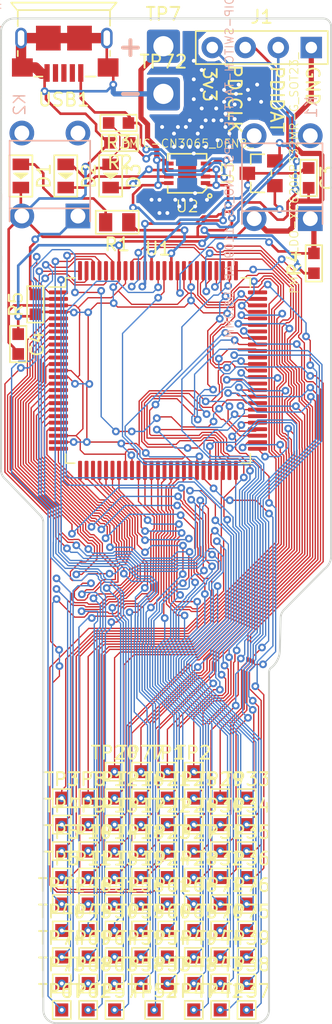
<source format=kicad_pcb>
(kicad_pcb (version 20171130) (host pcbnew 5.1.8-db9833491~88~ubuntu16.04.1)
  (layers (0 F.Cu signal) (31 B.Cu signal) (34 B.Paste user hide) (35 F.Paste user hide) (36 B.SilkS user hide) (37 F.SilkS user hide) (38 B.Mask user hide) (39 F.Mask user hide) (44 Edge.Cuts user))
  (net 0 "")
  (net 1 "Net-(TP67-Pad1)")
  (net 2 GND)
  (net 3 /3V3)
  (net 4 "Net-(TP38-Pad1)")
  (net 5 "Net-(TP43-Pad1)")
  (net 6 "Net-(TP48-Pad1)")
  (net 7 "Net-(TP53-Pad1)")
  (net 8 "Net-(TP58-Pad1)")
  (net 9 "Net-(TP63-Pad1)")
  (net 10 "Net-(TP68-Pad1)")
  (net 11 "Net-(TP73-Pad1)")
  (net 12 "Net-(TP39-Pad1)")
  (net 13 "Net-(TP44-Pad1)")
  (net 14 "Net-(TP49-Pad1)")
  (net 15 "Net-(TP54-Pad1)")
  (net 16 "Net-(TP59-Pad1)")
  (net 17 "Net-(TP64-Pad1)")
  (net 18 "Net-(TP69-Pad1)")
  (net 19 "Net-(TP74-Pad1)")
  (net 20 "Net-(TP40-Pad1)")
  (net 21 "Net-(TP45-Pad1)")
  (net 22 "Net-(TP50-Pad1)")
  (net 23 "Net-(TP55-Pad1)")
  (net 24 "Net-(TP60-Pad1)")
  (net 25 "Net-(TP65-Pad1)")
  (net 26 "Net-(TP70-Pad1)")
  (net 27 "Net-(TP75-Pad1)")
  (net 28 "Net-(TP41-Pad1)")
  (net 29 "Net-(TP46-Pad1)")
  (net 30 "Net-(TP51-Pad1)")
  (net 31 "Net-(TP56-Pad1)")
  (net 32 "Net-(TP61-Pad1)")
  (net 33 "Net-(TP66-Pad1)")
  (net 34 "Net-(TP71-Pad1)")
  (net 35 "Net-(TP76-Pad1)")
  (net 36 "Net-(TP36-Pad1)")
  (net 37 "Net-(TP32-Pad1)")
  (net 38 "Net-(TP28-Pad1)")
  (net 39 "Net-(TP24-Pad1)")
  (net 40 "Net-(TP19-Pad1)")
  (net 41 "Net-(TP15-Pad1)")
  (net 42 "Net-(TP11-Pad1)")
  (net 43 "Net-(TP6-Pad1)")
  (net 44 "Net-(TP35-Pad1)")
  (net 45 "Net-(TP31-Pad1)")
  (net 46 "Net-(TP27-Pad1)")
  (net 47 "Net-(TP23-Pad1)")
  (net 48 "Net-(TP18-Pad1)")
  (net 49 "Net-(TP14-Pad1)")
  (net 50 "Net-(TP10-Pad1)")
  (net 51 "Net-(TP5-Pad1)")
  (net 52 "Net-(TP34-Pad1)")
  (net 53 "Net-(TP30-Pad1)")
  (net 54 "Net-(TP26-Pad1)")
  (net 55 "Net-(TP22-Pad1)")
  (net 56 "Net-(TP17-Pad1)")
  (net 57 "Net-(TP13-Pad1)")
  (net 58 "Net-(TP9-Pad1)")
  (net 59 "Net-(TP4-Pad1)")
  (net 60 "Net-(TP33-Pad1)")
  (net 61 "Net-(TP29-Pad1)")
  (net 62 "Net-(TP25-Pad1)")
  (net 63 "Net-(TP21-Pad1)")
  (net 64 "Net-(TP16-Pad1)")
  (net 65 "Net-(TP12-Pad1)")
  (net 66 "Net-(TP8-Pad1)")
  (net 67 "Net-(TP3-Pad1)")
  (net 68 "Net-(R1-Pad1)")
  (net 69 "Net-(TP2-Pad1)")
  (net 70 "Net-(TP1-Pad1)")
  (net 71 "Net-(J1-Pad3)")
  (net 72 "Net-(J1-Pad2)")
  (net 73 "Net-(TP77-Pad1)")
  (net 74 "Net-(TP20-Pad1)")
  (net 75 "Net-(TP37-Pad1)")
  (net 76 "Net-(TP42-Pad1)")
  (net 77 "Net-(TP47-Pad1)")
  (net 78 "Net-(TP52-Pad1)")
  (net 79 "Net-(TP57-Pad1)")
  (net 80 "Net-(TP62-Pad1)")
  (net 81 "Net-(D1-Pad1)")
  (net 82 "Net-(R2-Pad1)")
  (net 83 "Net-(D2-Pad1)")
  (net 84 "Net-(D2-Pad2)")
  (net 85 "Net-(D3-Pad2)")
  (net 86 "Net-(U2-PadHEAT)")
  (net 87 "Net-(USB1-Pad2)")
  (net 88 "Net-(USB1-Pad3)")
  (net 89 "Net-(USB1-Pad4)")
  (net 90 "Net-(K1-Pad1)")
  (net 91 "Net-(K1-Pad4)")
  (net 92 "Net-(K1-Pad3)")
  (net 93 "Net-(K2-Pad1)")
  (net 94 "Net-(K2-Pad4)")
  (net 95 "Net-(K2-Pad3)")
  (net 96 "Net-(C3-Pad1)")
  (net 97 "Net-(R3-Pad1)")
  (module Connector_Wire:SolderWire-0.75sqmm_1x01_D1.25mm_OD2.3mm (layer F.Cu) (at 149.352 66.4464)
    (fp_text reference TP72 (at 0 -2.47) (layer F.SilkS))
    (fp_text value TestPoint)
    (pad 1 thru_hole roundrect (at 0 0) (size 2.55 2.55) (drill 1.55) (layers *.Cu *.Mask) (roundrect_rratio 0.09803882352941176) (net 2 GND))
  )
  (module Connector_Wire:SolderWire-0.75sqmm_1x01_D1.25mm_OD2.3mm (layer F.Cu) (at 149.352 62.7888)
    (fp_text reference TP7 (at 0 -2.47) (layer F.SilkS))
    (fp_text value TestPoint)
    (pad 1 thru_hole roundrect (at 0 0) (size 2.55 2.55) (drill 1.55) (layers *.Cu *.Mask) (roundrect_rratio 0.09803882352941176) (net 96 "Net-(C3-Pad1)"))
  )
  (module OPL_Resistor:R0805 (layer F.Cu) (at 145.796 76.3016 180)
    (fp_text reference R1 (at 0 -1.7) (layer F.SilkS))
    (fp_text value SMD-RES-1K-5%-1_8W_0805_)
    (pad 2 smd rect (at 0.889 0 180) (size 1.016 1.397) (layers F.Cu F.Paste F.Mask) (net 81 "Net-(D1-Pad1)"))
    (pad 1 smd rect (at -0.889 0 180) (size 1.016 1.397) (layers F.Cu F.Paste F.Mask) (net 68 "Net-(R1-Pad1)"))
  )
  (module Package_QFP:TQFP-100_14x14mm_P0.5mm (layer F.Cu) (at 148.9329 87.6808)
    (fp_text reference U1 (at 0 -9.35) (layer F.SilkS))
    (fp_text value ATxmega128A1-AU)
    (pad 100 smd roundrect (at -6 -7.6625) (size 0.3 1.475) (layers F.Cu F.Paste F.Mask) (net 80 "Net-(TP62-Pad1)"))
    (pad 99 smd roundrect (at -5.5 -7.6625) (size 0.3 1.475) (layers F.Cu F.Paste F.Mask) (net 79 "Net-(TP57-Pad1)"))
    (pad 98 smd roundrect (at -5 -7.6625) (size 0.3 1.475) (layers F.Cu F.Paste F.Mask) (net 78 "Net-(TP52-Pad1)"))
    (pad 97 smd roundrect (at -4.5 -7.6625) (size 0.3 1.475) (layers F.Cu F.Paste F.Mask) (net 77 "Net-(TP47-Pad1)"))
    (pad 96 smd roundrect (at -4 -7.6625) (size 0.3 1.475) (layers F.Cu F.Paste F.Mask) (net 76 "Net-(TP42-Pad1)"))
    (pad 95 smd roundrect (at -3.5 -7.6625) (size 0.3 1.475) (layers F.Cu F.Paste F.Mask) (net 75 "Net-(TP37-Pad1)"))
    (pad 94 smd roundrect (at -3 -7.6625) (size 0.3 1.475) (layers F.Cu F.Paste F.Mask) (net 3 /3V3))
    (pad 93 smd roundrect (at -2.5 -7.6625) (size 0.3 1.475) (layers F.Cu F.Paste F.Mask) (net 2 GND))
    (pad 92 smd roundrect (at -2 -7.6625) (size 0.3 1.475) (layers F.Cu F.Paste F.Mask) (net 74 "Net-(TP20-Pad1)"))
    (pad 91 smd roundrect (at -1.5 -7.6625) (size 0.3 1.475) (layers F.Cu F.Paste F.Mask) (net 73 "Net-(TP77-Pad1)"))
    (pad 90 smd roundrect (at -1 -7.6625) (size 0.3 1.475) (layers F.Cu F.Paste F.Mask) (net 71 "Net-(J1-Pad3)"))
    (pad 89 smd roundrect (at -0.5 -7.6625) (size 0.3 1.475) (layers F.Cu F.Paste F.Mask) (net 72 "Net-(J1-Pad2)"))
    (pad 88 smd roundrect (at 0 -7.6625) (size 0.3 1.475) (layers F.Cu F.Paste F.Mask) (net 70 "Net-(TP1-Pad1)"))
    (pad 87 smd roundrect (at 0.5 -7.6625) (size 0.3 1.475) (layers F.Cu F.Paste F.Mask) (net 69 "Net-(TP2-Pad1)"))
    (pad 86 smd roundrect (at 1 -7.6625) (size 0.3 1.475) (layers F.Cu F.Paste F.Mask) (net 68 "Net-(R1-Pad1)"))
    (pad 85 smd roundrect (at 1.5 -7.6625) (size 0.3 1.475) (layers F.Cu F.Paste F.Mask) (net 90 "Net-(K1-Pad1)"))
    (pad 84 smd roundrect (at 2 -7.6625) (size 0.3 1.475) (layers F.Cu F.Paste F.Mask) (net 2 GND))
    (pad 83 smd roundrect (at 2.5 -7.6625) (size 0.3 1.475) (layers F.Cu F.Paste F.Mask) (net 3 /3V3))
    (pad 82 smd roundrect (at 3 -7.6625) (size 0.3 1.475) (layers F.Cu F.Paste F.Mask) (net 67 "Net-(TP3-Pad1)"))
    (pad 81 smd roundrect (at 3.5 -7.6625) (size 0.3 1.475) (layers F.Cu F.Paste F.Mask) (net 66 "Net-(TP8-Pad1)"))
    (pad 80 smd roundrect (at 4 -7.6625) (size 0.3 1.475) (layers F.Cu F.Paste F.Mask) (net 65 "Net-(TP12-Pad1)"))
    (pad 79 smd roundrect (at 4.5 -7.6625) (size 0.3 1.475) (layers F.Cu F.Paste F.Mask) (net 64 "Net-(TP16-Pad1)"))
    (pad 78 smd roundrect (at 5 -7.6625) (size 0.3 1.475) (layers F.Cu F.Paste F.Mask) (net 63 "Net-(TP21-Pad1)"))
    (pad 77 smd roundrect (at 5.5 -7.6625) (size 0.3 1.475) (layers F.Cu F.Paste F.Mask) (net 62 "Net-(TP25-Pad1)"))
    (pad 76 smd roundrect (at 6 -7.6625) (size 0.3 1.475) (layers F.Cu F.Paste F.Mask) (net 61 "Net-(TP29-Pad1)"))
    (pad 75 smd roundrect (at 7.6625 -6) (size 1.475 0.3) (layers F.Cu F.Paste F.Mask) (net 60 "Net-(TP33-Pad1)"))
    (pad 74 smd roundrect (at 7.6625 -5.5) (size 1.475 0.3) (layers F.Cu F.Paste F.Mask) (net 3 /3V3))
    (pad 73 smd roundrect (at 7.6625 -5) (size 1.475 0.3) (layers F.Cu F.Paste F.Mask) (net 2 GND))
    (pad 72 smd roundrect (at 7.6625 -4.5) (size 1.475 0.3) (layers F.Cu F.Paste F.Mask) (net 59 "Net-(TP4-Pad1)"))
    (pad 71 smd roundrect (at 7.6625 -4) (size 1.475 0.3) (layers F.Cu F.Paste F.Mask) (net 58 "Net-(TP9-Pad1)"))
    (pad 70 smd roundrect (at 7.6625 -3.5) (size 1.475 0.3) (layers F.Cu F.Paste F.Mask) (net 57 "Net-(TP13-Pad1)"))
    (pad 69 smd roundrect (at 7.6625 -3) (size 1.475 0.3) (layers F.Cu F.Paste F.Mask) (net 56 "Net-(TP17-Pad1)"))
    (pad 68 smd roundrect (at 7.6625 -2.5) (size 1.475 0.3) (layers F.Cu F.Paste F.Mask) (net 55 "Net-(TP22-Pad1)"))
    (pad 67 smd roundrect (at 7.6625 -2) (size 1.475 0.3) (layers F.Cu F.Paste F.Mask) (net 54 "Net-(TP26-Pad1)"))
    (pad 66 smd roundrect (at 7.6625 -1.5) (size 1.475 0.3) (layers F.Cu F.Paste F.Mask) (net 53 "Net-(TP30-Pad1)"))
    (pad 65 smd roundrect (at 7.6625 -1) (size 1.475 0.3) (layers F.Cu F.Paste F.Mask) (net 52 "Net-(TP34-Pad1)"))
    (pad 64 smd roundrect (at 7.6625 -0.5) (size 1.475 0.3) (layers F.Cu F.Paste F.Mask) (net 3 /3V3))
    (pad 63 smd roundrect (at 7.6625 0) (size 1.475 0.3) (layers F.Cu F.Paste F.Mask) (net 2 GND))
    (pad 62 smd roundrect (at 7.6625 0.5) (size 1.475 0.3) (layers F.Cu F.Paste F.Mask) (net 51 "Net-(TP5-Pad1)"))
    (pad 61 smd roundrect (at 7.6625 1) (size 1.475 0.3) (layers F.Cu F.Paste F.Mask) (net 50 "Net-(TP10-Pad1)"))
    (pad 60 smd roundrect (at 7.6625 1.5) (size 1.475 0.3) (layers F.Cu F.Paste F.Mask) (net 49 "Net-(TP14-Pad1)"))
    (pad 59 smd roundrect (at 7.6625 2) (size 1.475 0.3) (layers F.Cu F.Paste F.Mask) (net 48 "Net-(TP18-Pad1)"))
    (pad 58 smd roundrect (at 7.6625 2.5) (size 1.475 0.3) (layers F.Cu F.Paste F.Mask) (net 47 "Net-(TP23-Pad1)"))
    (pad 57 smd roundrect (at 7.6625 3) (size 1.475 0.3) (layers F.Cu F.Paste F.Mask) (net 46 "Net-(TP27-Pad1)"))
    (pad 56 smd roundrect (at 7.6625 3.5) (size 1.475 0.3) (layers F.Cu F.Paste F.Mask) (net 45 "Net-(TP31-Pad1)"))
    (pad 55 smd roundrect (at 7.6625 4) (size 1.475 0.3) (layers F.Cu F.Paste F.Mask) (net 44 "Net-(TP35-Pad1)"))
    (pad 54 smd roundrect (at 7.6625 4.5) (size 1.475 0.3) (layers F.Cu F.Paste F.Mask) (net 3 /3V3))
    (pad 53 smd roundrect (at 7.6625 5) (size 1.475 0.3) (layers F.Cu F.Paste F.Mask) (net 2 GND))
    (pad 52 smd roundrect (at 7.6625 5.5) (size 1.475 0.3) (layers F.Cu F.Paste F.Mask) (net 43 "Net-(TP6-Pad1)"))
    (pad 51 smd roundrect (at 7.6625 6) (size 1.475 0.3) (layers F.Cu F.Paste F.Mask) (net 42 "Net-(TP11-Pad1)"))
    (pad 50 smd roundrect (at 6 7.6625) (size 0.3 1.475) (layers F.Cu F.Paste F.Mask) (net 41 "Net-(TP15-Pad1)"))
    (pad 49 smd roundrect (at 5.5 7.6625) (size 0.3 1.475) (layers F.Cu F.Paste F.Mask) (net 40 "Net-(TP19-Pad1)"))
    (pad 48 smd roundrect (at 5 7.6625) (size 0.3 1.475) (layers F.Cu F.Paste F.Mask) (net 39 "Net-(TP24-Pad1)"))
    (pad 47 smd roundrect (at 4.5 7.6625) (size 0.3 1.475) (layers F.Cu F.Paste F.Mask) (net 38 "Net-(TP28-Pad1)"))
    (pad 46 smd roundrect (at 4 7.6625) (size 0.3 1.475) (layers F.Cu F.Paste F.Mask) (net 37 "Net-(TP32-Pad1)"))
    (pad 45 smd roundrect (at 3.5 7.6625) (size 0.3 1.475) (layers F.Cu F.Paste F.Mask) (net 36 "Net-(TP36-Pad1)"))
    (pad 44 smd roundrect (at 3 7.6625) (size 0.3 1.475) (layers F.Cu F.Paste F.Mask) (net 3 /3V3))
    (pad 43 smd roundrect (at 2.5 7.6625) (size 0.3 1.475) (layers F.Cu F.Paste F.Mask) (net 2 GND))
    (pad 42 smd roundrect (at 2 7.6625) (size 0.3 1.475) (layers F.Cu F.Paste F.Mask) (net 35 "Net-(TP76-Pad1)"))
    (pad 41 smd roundrect (at 1.5 7.6625) (size 0.3 1.475) (layers F.Cu F.Paste F.Mask) (net 34 "Net-(TP71-Pad1)"))
    (pad 40 smd roundrect (at 1 7.6625) (size 0.3 1.475) (layers F.Cu F.Paste F.Mask) (net 33 "Net-(TP66-Pad1)"))
    (pad 39 smd roundrect (at 0.5 7.6625) (size 0.3 1.475) (layers F.Cu F.Paste F.Mask) (net 32 "Net-(TP61-Pad1)"))
    (pad 38 smd roundrect (at 0 7.6625) (size 0.3 1.475) (layers F.Cu F.Paste F.Mask) (net 31 "Net-(TP56-Pad1)"))
    (pad 37 smd roundrect (at -0.5 7.6625) (size 0.3 1.475) (layers F.Cu F.Paste F.Mask) (net 30 "Net-(TP51-Pad1)"))
    (pad 36 smd roundrect (at -1 7.6625) (size 0.3 1.475) (layers F.Cu F.Paste F.Mask) (net 29 "Net-(TP46-Pad1)"))
    (pad 35 smd roundrect (at -1.5 7.6625) (size 0.3 1.475) (layers F.Cu F.Paste F.Mask) (net 28 "Net-(TP41-Pad1)"))
    (pad 34 smd roundrect (at -2 7.6625) (size 0.3 1.475) (layers F.Cu F.Paste F.Mask) (net 3 /3V3))
    (pad 33 smd roundrect (at -2.5 7.6625) (size 0.3 1.475) (layers F.Cu F.Paste F.Mask) (net 2 GND))
    (pad 32 smd roundrect (at -3 7.6625) (size 0.3 1.475) (layers F.Cu F.Paste F.Mask) (net 27 "Net-(TP75-Pad1)"))
    (pad 31 smd roundrect (at -3.5 7.6625) (size 0.3 1.475) (layers F.Cu F.Paste F.Mask) (net 26 "Net-(TP70-Pad1)"))
    (pad 30 smd roundrect (at -4 7.6625) (size 0.3 1.475) (layers F.Cu F.Paste F.Mask) (net 25 "Net-(TP65-Pad1)"))
    (pad 29 smd roundrect (at -4.5 7.6625) (size 0.3 1.475) (layers F.Cu F.Paste F.Mask) (net 24 "Net-(TP60-Pad1)"))
    (pad 28 smd roundrect (at -5 7.6625) (size 0.3 1.475) (layers F.Cu F.Paste F.Mask) (net 23 "Net-(TP55-Pad1)"))
    (pad 27 smd roundrect (at -5.5 7.6625) (size 0.3 1.475) (layers F.Cu F.Paste F.Mask) (net 22 "Net-(TP50-Pad1)"))
    (pad 26 smd roundrect (at -6 7.6625) (size 0.3 1.475) (layers F.Cu F.Paste F.Mask) (net 21 "Net-(TP45-Pad1)"))
    (pad 25 smd roundrect (at -7.6625 6) (size 1.475 0.3) (layers F.Cu F.Paste F.Mask) (net 20 "Net-(TP40-Pad1)"))
    (pad 24 smd roundrect (at -7.6625 5.5) (size 1.475 0.3) (layers F.Cu F.Paste F.Mask) (net 3 /3V3))
    (pad 23 smd roundrect (at -7.6625 5) (size 1.475 0.3) (layers F.Cu F.Paste F.Mask) (net 2 GND))
    (pad 22 smd roundrect (at -7.6625 4.5) (size 1.475 0.3) (layers F.Cu F.Paste F.Mask) (net 19 "Net-(TP74-Pad1)"))
    (pad 21 smd roundrect (at -7.6625 4) (size 1.475 0.3) (layers F.Cu F.Paste F.Mask) (net 18 "Net-(TP69-Pad1)"))
    (pad 20 smd roundrect (at -7.6625 3.5) (size 1.475 0.3) (layers F.Cu F.Paste F.Mask) (net 17 "Net-(TP64-Pad1)"))
    (pad 19 smd roundrect (at -7.6625 3) (size 1.475 0.3) (layers F.Cu F.Paste F.Mask) (net 16 "Net-(TP59-Pad1)"))
    (pad 18 smd roundrect (at -7.6625 2.5) (size 1.475 0.3) (layers F.Cu F.Paste F.Mask) (net 15 "Net-(TP54-Pad1)"))
    (pad 17 smd roundrect (at -7.6625 2) (size 1.475 0.3) (layers F.Cu F.Paste F.Mask) (net 14 "Net-(TP49-Pad1)"))
    (pad 16 smd roundrect (at -7.6625 1.5) (size 1.475 0.3) (layers F.Cu F.Paste F.Mask) (net 13 "Net-(TP44-Pad1)"))
    (pad 15 smd roundrect (at -7.6625 1) (size 1.475 0.3) (layers F.Cu F.Paste F.Mask) (net 12 "Net-(TP39-Pad1)"))
    (pad 14 smd roundrect (at -7.6625 0.5) (size 1.475 0.3) (layers F.Cu F.Paste F.Mask) (net 3 /3V3))
    (pad 13 smd roundrect (at -7.6625 0) (size 1.475 0.3) (layers F.Cu F.Paste F.Mask) (net 2 GND))
    (pad 12 smd roundrect (at -7.6625 -0.5) (size 1.475 0.3) (layers F.Cu F.Paste F.Mask) (net 11 "Net-(TP73-Pad1)"))
    (pad 11 smd roundrect (at -7.6625 -1) (size 1.475 0.3) (layers F.Cu F.Paste F.Mask) (net 10 "Net-(TP68-Pad1)"))
    (pad 10 smd roundrect (at -7.6625 -1.5) (size 1.475 0.3) (layers F.Cu F.Paste F.Mask) (net 9 "Net-(TP63-Pad1)"))
    (pad 9 smd roundrect (at -7.6625 -2) (size 1.475 0.3) (layers F.Cu F.Paste F.Mask) (net 8 "Net-(TP58-Pad1)"))
    (pad 8 smd roundrect (at -7.6625 -2.5) (size 1.475 0.3) (layers F.Cu F.Paste F.Mask) (net 7 "Net-(TP53-Pad1)"))
    (pad 7 smd roundrect (at -7.6625 -3) (size 1.475 0.3) (layers F.Cu F.Paste F.Mask) (net 6 "Net-(TP48-Pad1)"))
    (pad 6 smd roundrect (at -7.6625 -3.5) (size 1.475 0.3) (layers F.Cu F.Paste F.Mask) (net 5 "Net-(TP43-Pad1)"))
    (pad 5 smd roundrect (at -7.6625 -4) (size 1.475 0.3) (layers F.Cu F.Paste F.Mask) (net 4 "Net-(TP38-Pad1)"))
    (pad 4 smd roundrect (at -7.6625 -4.5) (size 1.475 0.3) (layers F.Cu F.Paste F.Mask) (net 3 /3V3))
    (pad 3 smd roundrect (at -7.6625 -5) (size 1.475 0.3) (layers F.Cu F.Paste F.Mask) (net 2 GND))
    (pad 2 smd roundrect (at -7.6625 -5.5) (size 1.475 0.3) (layers F.Cu F.Paste F.Mask) (net 93 "Net-(K2-Pad1)"))
    (pad 1 smd roundrect (at -7.6625 -6) (size 1.475 0.3) (layers F.Cu F.Paste F.Mask) (net 1 "Net-(TP67-Pad1)"))
  )
  (module TestPoint:TestPoint_Pad_1.0x1.0mm (layer F.Cu) (at 145.5928 118.4656)
    (fp_text reference TP20 (at 0 -1.448) (layer F.SilkS))
    (fp_text value TestPoint)
    (pad 1 smd rect (at 0 0) (size 1 1) (layers F.Cu F.Mask) (net 74 "Net-(TP20-Pad1)"))
  )
  (module TestPoint:TestPoint_Pad_1.0x1.0mm (layer F.Cu) (at 149.6568 118.4656)
    (fp_text reference TP1 (at 0 -1.448) (layer F.SilkS))
    (fp_text value TestPoint)
    (pad 1 smd rect (at 0 0) (size 1 1) (layers F.Cu F.Mask) (net 70 "Net-(TP1-Pad1)"))
  )
  (module TestPoint:TestPoint_Pad_1.0x1.0mm (layer F.Cu) (at 147.6248 118.4656)
    (fp_text reference TP77 (at 0 -1.448) (layer F.SilkS))
    (fp_text value TestPoint)
    (pad 1 smd rect (at 0 0) (size 1 1) (layers F.Cu F.Mask) (net 73 "Net-(TP77-Pad1)"))
  )
  (module TestPoint:TestPoint_Pad_1.0x1.0mm (layer F.Cu) (at 151.6888 118.4656)
    (fp_text reference TP2 (at 0 -1.448) (layer F.SilkS))
    (fp_text value TestPoint)
    (pad 1 smd rect (at 0 0) (size 1 1) (layers F.Cu F.Mask) (net 69 "Net-(TP2-Pad1)"))
  )
  (module TestPoint:TestPoint_Pad_1.0x1.0mm (layer F.Cu) (at 151.6888 134.7216)
    (fp_text reference TP48 (at 0 -1.448) (layer F.SilkS))
    (fp_text value TestPoint)
    (pad 1 smd rect (at 0 0) (size 1 1) (layers F.Cu F.Mask) (net 6 "Net-(TP48-Pad1)"))
  )
  (module TestPoint:TestPoint_Pad_1.0x1.0mm (layer F.Cu) (at 155.7528 134.7216)
    (fp_text reference TP38 (at 0 -1.448) (layer F.SilkS))
    (fp_text value TestPoint)
    (pad 1 smd rect (at 0 0) (size 1 1) (layers F.Cu F.Mask) (net 4 "Net-(TP38-Pad1)"))
  )
  (module TestPoint:TestPoint_Pad_1.0x1.0mm (layer F.Cu) (at 153.7208 132.6896)
    (fp_text reference TP44 (at 0 -1.448) (layer F.SilkS))
    (fp_text value TestPoint)
    (pad 1 smd rect (at 0 0) (size 1 1) (layers F.Cu F.Mask) (net 13 "Net-(TP44-Pad1)"))
  )
  (module TestPoint:TestPoint_Pad_1.0x1.0mm (layer F.Cu) (at 143.5608 130.6576)
    (fp_text reference TP45 (at 0 -1.448) (layer F.SilkS))
    (fp_text value TestPoint)
    (pad 1 smd rect (at 0 0) (size 1 1) (layers F.Cu F.Mask) (net 21 "Net-(TP45-Pad1)"))
  )
  (module TestPoint:TestPoint_Pad_1.0x1.0mm (layer F.Cu) (at 147.6248 134.7216)
    (fp_text reference TP58 (at 0 -1.448) (layer F.SilkS))
    (fp_text value TestPoint)
    (pad 1 smd rect (at 0 0) (size 1 1) (layers F.Cu F.Mask) (net 8 "Net-(TP58-Pad1)"))
  )
  (module TestPoint:TestPoint_Pad_1.0x1.0mm (layer F.Cu) (at 147.6248 132.6896)
    (fp_text reference TP59 (at 0 -1.448) (layer F.SilkS))
    (fp_text value TestPoint)
    (pad 1 smd rect (at 0 0) (size 1 1) (layers F.Cu F.Mask) (net 16 "Net-(TP59-Pad1)"))
  )
  (module TestPoint:TestPoint_Pad_1.0x1.0mm (layer F.Cu) (at 153.7208 126.5936)
    (fp_text reference TP32 (at 0 -1.448) (layer F.SilkS))
    (fp_text value TestPoint)
    (pad 1 smd rect (at 0 0) (size 1 1) (layers F.Cu F.Mask) (net 37 "Net-(TP32-Pad1)"))
  )
  (module TestPoint:TestPoint_Pad_1.0x1.0mm (layer F.Cu) (at 141.5288 124.5616)
    (fp_text reference TP5 (at 0 -1.448) (layer F.SilkS))
    (fp_text value TestPoint)
    (pad 1 smd rect (at 0 0) (size 1 1) (layers F.Cu F.Mask) (net 51 "Net-(TP5-Pad1)"))
  )
  (module TestPoint:TestPoint_Pad_1.0x1.0mm (layer F.Cu) (at 147.6248 120.4976)
    (fp_text reference TP16 (at 0 -1.448) (layer F.SilkS))
    (fp_text value TestPoint)
    (pad 1 smd rect (at 0 0) (size 1 1) (layers F.Cu F.Mask) (net 64 "Net-(TP16-Pad1)"))
  )
  (module TestPoint:TestPoint_Pad_1.0x1.0mm (layer F.Cu) (at 151.6888 124.5616)
    (fp_text reference TP27 (at 0 -1.448) (layer F.SilkS))
    (fp_text value TestPoint)
    (pad 1 smd rect (at 0 0) (size 1 1) (layers F.Cu F.Mask) (net 46 "Net-(TP27-Pad1)"))
  )
  (module TestPoint:TestPoint_Pad_1.0x1.0mm (layer F.Cu) (at 149.6568 126.5936)
    (fp_text reference TP24 (at 0 -1.448) (layer F.SilkS))
    (fp_text value TestPoint)
    (pad 1 smd rect (at 0 0) (size 1 1) (layers F.Cu F.Mask) (net 39 "Net-(TP24-Pad1)"))
  )
  (module TestPoint:TestPoint_Pad_1.0x1.0mm (layer F.Cu) (at 145.5928 124.5616)
    (fp_text reference TP14 (at 0 -1.448) (layer F.SilkS))
    (fp_text value TestPoint)
    (pad 1 smd rect (at 0 0) (size 1 1) (layers F.Cu F.Mask) (net 49 "Net-(TP14-Pad1)"))
  )
  (module TestPoint:TestPoint_Pad_1.0x1.0mm (layer F.Cu) (at 147.6248 124.5616)
    (fp_text reference TP18 (at 0 -1.448) (layer F.SilkS))
    (fp_text value TestPoint)
    (pad 1 smd rect (at 0 0) (size 1 1) (layers F.Cu F.Mask) (net 48 "Net-(TP18-Pad1)"))
  )
  (module TestPoint:TestPoint_Pad_1.0x1.0mm (layer F.Cu) (at 149.6568 132.6896)
    (fp_text reference TP54 (at 0 -1.448) (layer F.SilkS))
    (fp_text value TestPoint)
    (pad 1 smd rect (at 0 0) (size 1 1) (layers F.Cu F.Mask) (net 15 "Net-(TP54-Pad1)"))
  )
  (module TestPoint:TestPoint_Pad_1.0x1.0mm (layer F.Cu) (at 143.5608 126.5936)
    (fp_text reference TP11 (at 0 -1.448) (layer F.SilkS))
    (fp_text value TestPoint)
    (pad 1 smd rect (at 0 0) (size 1 1) (layers F.Cu F.Mask) (net 42 "Net-(TP11-Pad1)"))
  )
  (module TestPoint:TestPoint_Pad_1.0x1.0mm (layer F.Cu) (at 153.7208 136.7536)
    (fp_text reference TP42 (at 0 -1.448) (layer F.SilkS))
    (fp_text value TestPoint)
    (pad 1 smd rect (at 0 0) (size 1 1) (layers F.Cu F.Mask) (net 76 "Net-(TP42-Pad1)"))
  )
  (module TestPoint:TestPoint_Pad_1.0x1.0mm (layer F.Cu) (at 155.7528 120.4976)
    (fp_text reference TP33 (at 0 -1.448) (layer F.SilkS))
    (fp_text value TestPoint)
    (pad 1 smd rect (at 0 0) (size 1 1) (layers F.Cu F.Mask) (net 60 "Net-(TP33-Pad1)"))
  )
  (module TestPoint:TestPoint_Pad_1.0x1.0mm (layer F.Cu) (at 147.6248 122.5296)
    (fp_text reference TP17 (at 0 -1.448) (layer F.SilkS))
    (fp_text value TestPoint)
    (pad 1 smd rect (at 0 0) (size 1 1) (layers F.Cu F.Mask) (net 56 "Net-(TP17-Pad1)"))
  )
  (module TestPoint:TestPoint_Pad_1.0x1.0mm (layer F.Cu) (at 149.6568 122.5296)
    (fp_text reference TP22 (at 0 -1.448) (layer F.SilkS))
    (fp_text value TestPoint)
    (pad 1 smd rect (at 0 0) (size 1 1) (layers F.Cu F.Mask) (net 55 "Net-(TP22-Pad1)"))
  )
  (module TestPoint:TestPoint_Pad_1.0x1.0mm (layer F.Cu) (at 147.6248 128.6256)
    (fp_text reference TP56 (at 0 -1.448) (layer F.SilkS))
    (fp_text value TestPoint)
    (pad 1 smd rect (at 0 0) (size 1 1) (layers F.Cu F.Mask) (net 31 "Net-(TP56-Pad1)"))
  )
  (module TestPoint:TestPoint_Pad_1.0x1.0mm (layer F.Cu) (at 145.5928 136.7536)
    (fp_text reference TP57 (at 0 -1.448) (layer F.SilkS))
    (fp_text value TestPoint)
    (pad 1 smd rect (at 0 0) (size 1 1) (layers F.Cu F.Mask) (net 79 "Net-(TP57-Pad1)"))
  )
  (module TestPoint:TestPoint_Pad_1.0x1.0mm (layer F.Cu) (at 155.7528 132.6896)
    (fp_text reference TP39 (at 0 -1.448) (layer F.SilkS))
    (fp_text value TestPoint)
    (pad 1 smd rect (at 0 0) (size 1 1) (layers F.Cu F.Mask) (net 12 "Net-(TP39-Pad1)"))
  )
  (module TestPoint:TestPoint_Pad_1.0x1.0mm (layer F.Cu) (at 149.6568 130.6576)
    (fp_text reference TP60 (at 0 -1.448) (layer F.SilkS))
    (fp_text value TestPoint)
    (pad 1 smd rect (at 0 0) (size 1 1) (layers F.Cu F.Mask) (net 24 "Net-(TP60-Pad1)"))
  )
  (module TestPoint:TestPoint_Pad_1.0x1.0mm (layer F.Cu) (at 149.6568 128.6256)
    (fp_text reference TP61 (at 0 -1.448) (layer F.SilkS))
    (fp_text value TestPoint)
    (pad 1 smd rect (at 0 0) (size 1 1) (layers F.Cu F.Mask) (net 32 "Net-(TP61-Pad1)"))
  )
  (module TestPoint:TestPoint_Pad_1.0x1.0mm (layer F.Cu) (at 141.5288 132.6896)
    (fp_text reference TP74 (at 0 -1.448) (layer F.SilkS))
    (fp_text value TestPoint)
    (pad 1 smd rect (at 0 0) (size 1 1) (layers F.Cu F.Mask) (net 19 "Net-(TP74-Pad1)"))
  )
  (module TestPoint:TestPoint_Pad_1.0x1.0mm (layer F.Cu) (at 155.7528 128.6256)
    (fp_text reference TP76 (at 0 -1.448) (layer F.SilkS))
    (fp_text value TestPoint)
    (pad 1 smd rect (at 0 0) (size 1 1) (layers F.Cu F.Mask) (net 35 "Net-(TP76-Pad1)"))
  )
  (module TestPoint:TestPoint_Pad_1.0x1.0mm (layer F.Cu) (at 143.5608 128.6256)
    (fp_text reference TP46 (at 0 -1.448) (layer F.SilkS))
    (fp_text value TestPoint)
    (pad 1 smd rect (at 0 0) (size 1 1) (layers F.Cu F.Mask) (net 29 "Net-(TP46-Pad1)"))
  )
  (module TestPoint:TestPoint_Pad_1.0x1.0mm (layer F.Cu) (at 153.7208 122.5296)
    (fp_text reference TP30 (at 0 -1.448) (layer F.SilkS))
    (fp_text value TestPoint)
    (pad 1 smd rect (at 0 0) (size 1 1) (layers F.Cu F.Mask) (net 53 "Net-(TP30-Pad1)"))
  )
  (module TestPoint:TestPoint_Pad_1.0x1.0mm (layer F.Cu) (at 145.5928 122.5296)
    (fp_text reference TP13 (at 0 -1.448) (layer F.SilkS))
    (fp_text value TestPoint)
    (pad 1 smd rect (at 0 0) (size 1 1) (layers F.Cu F.Mask) (net 57 "Net-(TP13-Pad1)"))
  )
  (module TestPoint:TestPoint_Pad_1.0x1.0mm (layer F.Cu) (at 151.6888 136.7536)
    (fp_text reference TP47 (at 0 -1.448) (layer F.SilkS))
    (fp_text value TestPoint)
    (pad 1 smd rect (at 0 0) (size 1 1) (layers F.Cu F.Mask) (net 77 "Net-(TP47-Pad1)"))
  )
  (module TestPoint:TestPoint_Pad_1.0x1.0mm (layer F.Cu) (at 143.5608 136.7536)
    (fp_text reference TP62 (at 0 -1.448) (layer F.SilkS))
    (fp_text value TestPoint)
    (pad 1 smd rect (at 0 0) (size 1 1) (layers F.Cu F.Mask) (net 80 "Net-(TP62-Pad1)"))
  )
  (module TestPoint:TestPoint_Pad_1.0x1.0mm (layer F.Cu) (at 145.5928 134.7216)
    (fp_text reference TP63 (at 0 -1.448) (layer F.SilkS))
    (fp_text value TestPoint)
    (pad 1 smd rect (at 0 0) (size 1 1) (layers F.Cu F.Mask) (net 9 "Net-(TP63-Pad1)"))
  )
  (module TestPoint:TestPoint_Pad_1.0x1.0mm (layer F.Cu) (at 151.6888 128.6256)
    (fp_text reference TP66 (at 0 -1.448) (layer F.SilkS))
    (fp_text value TestPoint)
    (pad 1 smd rect (at 0 0) (size 1 1) (layers F.Cu F.Mask) (net 33 "Net-(TP66-Pad1)"))
  )
  (module TestPoint:TestPoint_Pad_1.0x1.0mm (layer F.Cu) (at 141.5288 136.7536)
    (fp_text reference TP67 (at 0 -1.448) (layer F.SilkS))
    (fp_text value TestPoint)
    (pad 1 smd rect (at 0 0) (size 1 1) (layers F.Cu F.Mask) (net 1 "Net-(TP67-Pad1)"))
  )
  (module TestPoint:TestPoint_Pad_1.0x1.0mm (layer F.Cu) (at 143.5608 134.7216)
    (fp_text reference TP68 (at 0 -1.448) (layer F.SilkS))
    (fp_text value TestPoint)
    (pad 1 smd rect (at 0 0) (size 1 1) (layers F.Cu F.Mask) (net 10 "Net-(TP68-Pad1)"))
  )
  (module TestPoint:TestPoint_Pad_1.0x1.0mm (layer F.Cu) (at 141.5288 130.6576)
    (fp_text reference TP40 (at 0 -1.448) (layer F.SilkS))
    (fp_text value TestPoint)
    (pad 1 smd rect (at 0 0) (size 1 1) (layers F.Cu F.Mask) (net 20 "Net-(TP40-Pad1)"))
  )
  (module TestPoint:TestPoint_Pad_1.0x1.0mm (layer F.Cu) (at 141.5288 122.5296)
    (fp_text reference TP4 (at 0 -1.448) (layer F.SilkS))
    (fp_text value TestPoint)
    (pad 1 smd rect (at 0 0) (size 1 1) (layers F.Cu F.Mask) (net 59 "Net-(TP4-Pad1)"))
  )
  (module TestPoint:TestPoint_Pad_1.0x1.0mm (layer F.Cu) (at 149.6568 124.5616)
    (fp_text reference TP23 (at 0 -1.448) (layer F.SilkS))
    (fp_text value TestPoint)
    (pad 1 smd rect (at 0 0) (size 1 1) (layers F.Cu F.Mask) (net 47 "Net-(TP23-Pad1)"))
  )
  (module TestPoint:TestPoint_Pad_1.0x1.0mm (layer F.Cu) (at 141.5288 126.5936)
    (fp_text reference TP6 (at 0 -1.448) (layer F.SilkS))
    (fp_text value TestPoint)
    (pad 1 smd rect (at 0 0) (size 1 1) (layers F.Cu F.Mask) (net 43 "Net-(TP6-Pad1)"))
  )
  (module TestPoint:TestPoint_Pad_1.0x1.0mm (layer F.Cu) (at 153.7208 128.6256)
    (fp_text reference TP71 (at 0 -1.448) (layer F.SilkS))
    (fp_text value TestPoint)
    (pad 1 smd rect (at 0 0) (size 1 1) (layers F.Cu F.Mask) (net 34 "Net-(TP71-Pad1)"))
  )
  (module TestPoint:TestPoint_Pad_1.0x1.0mm (layer F.Cu) (at 141.5288 134.7216)
    (fp_text reference TP73 (at 0 -1.448) (layer F.SilkS))
    (fp_text value TestPoint)
    (pad 1 smd rect (at 0 0) (size 1 1) (layers F.Cu F.Mask) (net 11 "Net-(TP73-Pad1)"))
  )
  (module TestPoint:TestPoint_Pad_1.0x1.0mm (layer F.Cu) (at 147.6248 130.6576)
    (fp_text reference TP55 (at 0 -1.448) (layer F.SilkS))
    (fp_text value TestPoint)
    (pad 1 smd rect (at 0 0) (size 1 1) (layers F.Cu F.Mask) (net 23 "Net-(TP55-Pad1)"))
  )
  (module TestPoint:TestPoint_Pad_1.0x1.0mm (layer F.Cu) (at 153.7208 134.7216)
    (fp_text reference TP43 (at 0 -1.448) (layer F.SilkS))
    (fp_text value TestPoint)
    (pad 1 smd rect (at 0 0) (size 1 1) (layers F.Cu F.Mask) (net 5 "Net-(TP43-Pad1)"))
  )
  (module TestPoint:TestPoint_Pad_1.0x1.0mm (layer F.Cu) (at 145.5928 128.6256)
    (fp_text reference TP51 (at 0 -1.448) (layer F.SilkS))
    (fp_text value TestPoint)
    (pad 1 smd rect (at 0 0) (size 1 1) (layers F.Cu F.Mask) (net 30 "Net-(TP51-Pad1)"))
  )
  (module TestPoint:TestPoint_Pad_1.0x1.0mm (layer F.Cu) (at 148.6408 136.7536)
    (fp_text reference TP52 (at 0 -1.448) (layer F.SilkS))
    (fp_text value TestPoint)
    (pad 1 smd rect (at 0 0) (size 1 1) (layers F.Cu F.Mask) (net 78 "Net-(TP52-Pad1)"))
  )
  (module TestPoint:TestPoint_Pad_1.0x1.0mm (layer F.Cu) (at 155.7528 124.5616)
    (fp_text reference TP35 (at 0 -1.448) (layer F.SilkS))
    (fp_text value TestPoint)
    (pad 1 smd rect (at 0 0) (size 1 1) (layers F.Cu F.Mask) (net 44 "Net-(TP35-Pad1)"))
  )
  (module TestPoint:TestPoint_Pad_1.0x1.0mm (layer F.Cu) (at 155.7528 122.5296)
    (fp_text reference TP34 (at 0 -1.448) (layer F.SilkS))
    (fp_text value TestPoint)
    (pad 1 smd rect (at 0 0) (size 1 1) (layers F.Cu F.Mask) (net 52 "Net-(TP34-Pad1)"))
  )
  (module TestPoint:TestPoint_Pad_1.0x1.0mm (layer F.Cu) (at 143.5608 122.5296)
    (fp_text reference TP9 (at 0 -1.448) (layer F.SilkS))
    (fp_text value TestPoint)
    (pad 1 smd rect (at 0 0) (size 1 1) (layers F.Cu F.Mask) (net 58 "Net-(TP9-Pad1)"))
  )
  (module TestPoint:TestPoint_Pad_1.0x1.0mm (layer F.Cu) (at 155.7528 136.7536)
    (fp_text reference TP37 (at 0 -1.448) (layer F.SilkS))
    (fp_text value TestPoint)
    (pad 1 smd rect (at 0 0) (size 1 1) (layers F.Cu F.Mask) (net 75 "Net-(TP37-Pad1)"))
  )
  (module TestPoint:TestPoint_Pad_1.0x1.0mm (layer F.Cu) (at 151.6888 122.5296)
    (fp_text reference TP26 (at 0 -1.448) (layer F.SilkS))
    (fp_text value TestPoint)
    (pad 1 smd rect (at 0 0) (size 1 1) (layers F.Cu F.Mask) (net 54 "Net-(TP26-Pad1)"))
  )
  (module TestPoint:TestPoint_Pad_1.0x1.0mm (layer F.Cu) (at 151.6888 120.4976)
    (fp_text reference TP25 (at 0 -1.448) (layer F.SilkS))
    (fp_text value TestPoint)
    (pad 1 smd rect (at 0 0) (size 1 1) (layers F.Cu F.Mask) (net 62 "Net-(TP25-Pad1)"))
  )
  (module TestPoint:TestPoint_Pad_1.0x1.0mm (layer F.Cu) (at 151.6888 126.5936)
    (fp_text reference TP28 (at 0 -1.448) (layer F.SilkS))
    (fp_text value TestPoint)
    (pad 1 smd rect (at 0 0) (size 1 1) (layers F.Cu F.Mask) (net 38 "Net-(TP28-Pad1)"))
  )
  (module TestPoint:TestPoint_Pad_1.0x1.0mm (layer F.Cu) (at 145.5928 132.6896)
    (fp_text reference TP64 (at 0 -1.448) (layer F.SilkS))
    (fp_text value TestPoint)
    (pad 1 smd rect (at 0 0) (size 1 1) (layers F.Cu F.Mask) (net 17 "Net-(TP64-Pad1)"))
  )
  (module TestPoint:TestPoint_Pad_1.0x1.0mm (layer F.Cu) (at 151.6888 130.6576)
    (fp_text reference TP65 (at 0 -1.448) (layer F.SilkS))
    (fp_text value TestPoint)
    (pad 1 smd rect (at 0 0) (size 1 1) (layers F.Cu F.Mask) (net 25 "Net-(TP65-Pad1)"))
  )
  (module TestPoint:TestPoint_Pad_1.0x1.0mm (layer F.Cu) (at 155.7528 126.5936)
    (fp_text reference TP36 (at 0 -1.448) (layer F.SilkS))
    (fp_text value TestPoint)
    (pad 1 smd rect (at 0 0) (size 1 1) (layers F.Cu F.Mask) (net 36 "Net-(TP36-Pad1)"))
  )
  (module TestPoint:TestPoint_Pad_1.0x1.0mm (layer F.Cu) (at 141.5288 120.4976)
    (fp_text reference TP3 (at 0 -1.448) (layer F.SilkS))
    (fp_text value TestPoint)
    (pad 1 smd rect (at 0 0) (size 1 1) (layers F.Cu F.Mask) (net 67 "Net-(TP3-Pad1)"))
  )
  (module TestPoint:TestPoint_Pad_1.0x1.0mm (layer F.Cu) (at 149.6568 120.4976)
    (fp_text reference TP21 (at 0 -1.448) (layer F.SilkS))
    (fp_text value TestPoint)
    (pad 1 smd rect (at 0 0) (size 1 1) (layers F.Cu F.Mask) (net 63 "Net-(TP21-Pad1)"))
  )
  (module TestPoint:TestPoint_Pad_1.0x1.0mm (layer F.Cu) (at 145.5928 120.4976)
    (fp_text reference TP12 (at 0 -1.448) (layer F.SilkS))
    (fp_text value TestPoint)
    (pad 1 smd rect (at 0 0) (size 1 1) (layers F.Cu F.Mask) (net 65 "Net-(TP12-Pad1)"))
  )
  (module TestPoint:TestPoint_Pad_1.0x1.0mm (layer F.Cu) (at 143.5608 124.5616)
    (fp_text reference TP10 (at 0 -1.448) (layer F.SilkS))
    (fp_text value TestPoint)
    (pad 1 smd rect (at 0 0) (size 1 1) (layers F.Cu F.Mask) (net 50 "Net-(TP10-Pad1)"))
  )
  (module TestPoint:TestPoint_Pad_1.0x1.0mm (layer F.Cu) (at 143.5608 132.6896)
    (fp_text reference TP69 (at 0 -1.448) (layer F.SilkS))
    (fp_text value TestPoint)
    (pad 1 smd rect (at 0 0) (size 1 1) (layers F.Cu F.Mask) (net 18 "Net-(TP69-Pad1)"))
  )
  (module TestPoint:TestPoint_Pad_1.0x1.0mm (layer F.Cu) (at 153.7208 130.6576)
    (fp_text reference TP70 (at 0 -1.448) (layer F.SilkS))
    (fp_text value TestPoint)
    (pad 1 smd rect (at 0 0) (size 1 1) (layers F.Cu F.Mask) (net 26 "Net-(TP70-Pad1)"))
  )
  (module TestPoint:TestPoint_Pad_1.0x1.0mm (layer F.Cu) (at 143.5608 120.4976)
    (fp_text reference TP8 (at 0 -1.448) (layer F.SilkS))
    (fp_text value TestPoint)
    (pad 1 smd rect (at 0 0) (size 1 1) (layers F.Cu F.Mask) (net 66 "Net-(TP8-Pad1)"))
  )
  (module TestPoint:TestPoint_Pad_1.0x1.0mm (layer F.Cu) (at 141.5288 128.6256)
    (fp_text reference TP41 (at 0 -1.448) (layer F.SilkS))
    (fp_text value TestPoint)
    (pad 1 smd rect (at 0 0) (size 1 1) (layers F.Cu F.Mask) (net 28 "Net-(TP41-Pad1)"))
  )
  (module TestPoint:TestPoint_Pad_1.0x1.0mm (layer F.Cu) (at 153.7208 124.5616)
    (fp_text reference TP31 (at 0 -1.448) (layer F.SilkS))
    (fp_text value TestPoint)
    (pad 1 smd rect (at 0 0) (size 1 1) (layers F.Cu F.Mask) (net 45 "Net-(TP31-Pad1)"))
  )
  (module TestPoint:TestPoint_Pad_1.0x1.0mm (layer F.Cu) (at 145.5928 126.5936)
    (fp_text reference TP15 (at 0 -1.448) (layer F.SilkS))
    (fp_text value TestPoint)
    (pad 1 smd rect (at 0 0) (size 1 1) (layers F.Cu F.Mask) (net 41 "Net-(TP15-Pad1)"))
  )
  (module TestPoint:TestPoint_Pad_1.0x1.0mm (layer F.Cu) (at 151.6888 132.6896)
    (fp_text reference TP49 (at 0 -1.448) (layer F.SilkS))
    (fp_text value TestPoint)
    (pad 1 smd rect (at 0 0) (size 1 1) (layers F.Cu F.Mask) (net 14 "Net-(TP49-Pad1)"))
  )
  (module TestPoint:TestPoint_Pad_1.0x1.0mm (layer F.Cu) (at 145.5928 130.6576)
    (fp_text reference TP50 (at 0 -1.448) (layer F.SilkS))
    (fp_text value TestPoint)
    (pad 1 smd rect (at 0 0) (size 1 1) (layers F.Cu F.Mask) (net 22 "Net-(TP50-Pad1)"))
  )
  (module TestPoint:TestPoint_Pad_1.0x1.0mm (layer F.Cu) (at 155.7528 130.6576)
    (fp_text reference TP75 (at 0 -1.448) (layer F.SilkS))
    (fp_text value TestPoint)
    (pad 1 smd rect (at 0 0) (size 1 1) (layers F.Cu F.Mask) (net 27 "Net-(TP75-Pad1)"))
  )
  (module TestPoint:TestPoint_Pad_1.0x1.0mm (layer F.Cu) (at 149.6568 134.7216)
    (fp_text reference TP53 (at 0 -1.448) (layer F.SilkS))
    (fp_text value TestPoint)
    (pad 1 smd rect (at 0 0) (size 1 1) (layers F.Cu F.Mask) (net 7 "Net-(TP53-Pad1)"))
  )
  (module TestPoint:TestPoint_Pad_1.0x1.0mm (layer F.Cu) (at 153.7208 120.4976)
    (fp_text reference TP29 (at 0 -1.448) (layer F.SilkS))
    (fp_text value TestPoint)
    (pad 1 smd rect (at 0 0) (size 1 1) (layers F.Cu F.Mask) (net 61 "Net-(TP29-Pad1)"))
  )
  (module TestPoint:TestPoint_Pad_1.0x1.0mm (layer F.Cu) (at 147.6248 126.5936)
    (fp_text reference TP19 (at 0 -1.448) (layer F.SilkS))
    (fp_text value TestPoint)
    (pad 1 smd rect (at 0 0) (size 1 1) (layers F.Cu F.Mask) (net 40 "Net-(TP19-Pad1)"))
  )
  (module OPL_Resistor:R0603 (layer F.Cu) (at 139.4968 82.6008 90)
    (fp_text reference R5 (at 0 -1.5 270) (layer F.SilkS))
    (fp_text value SMD-RES-330R-1%-1_10W_0603_)
    (pad 2 smd rect (at 0.762 0 90) (size 0.889 0.889) (layers F.Cu F.Paste F.Mask) (net 93 "Net-(K2-Pad1)"))
    (pad 1 smd rect (at -0.762 0 90) (size 0.889 0.889) (layers F.Cu F.Paste F.Mask) (net 3 /3V3))
  )
  (module OPL_Switch:SW4-6.0X6.0X5.0MM (layer B.Cu) (at 140.6144 72.136 90)
    (fp_text reference K2 (at 4.8768 -2.3368 270) (layer B.SilkS) (effects (font (size 0.889 0.889) (thickness 0.1016)) (justify mirror)))
    (fp_text value DIP-SWITCH-TACTILE-SPST-NO_TS-1109_4P-D6.0MM_ (at 0 -4.064 270) (layer B.SilkS) (effects (font (size 0.635 0.635) (thickness 0.0762)) (justify mirror)))
    (pad 1 thru_hole rect (at -3.683 2.159 90) (size 1.905 1.905) (drill 1.143) (layers *.Cu *.Mask) (net 93 "Net-(K2-Pad1)"))
    (pad 2 thru_hole circle (at -3.683 -2.159 90) (size 1.905 1.905) (drill 1.143) (layers *.Cu *.Mask) (net 2 GND))
    (pad 3 thru_hole circle (at 2.683 -2.159 90) (size 1.905 1.905) (drill 1.143) (layers *.Cu *.Mask) (net 95 "Net-(K2-Pad3)"))
    (pad 4 thru_hole circle (at 2.683 2.159 90) (size 1.905 1.905) (drill 1.143) (layers *.Cu *.Mask) (net 94 "Net-(K2-Pad4)"))
  )
  (module OPL_Switch:SW4-6.0X6.0X5.0MM (layer B.Cu) (at 158.496 72.3392 90)
    (fp_text reference K1 (at 4.8768 2.2352 90) (layer B.SilkS) (effects (font (size 0.889 0.889) (thickness 0.1016)) (justify mirror)))
    (fp_text value DIP-SWITCH-TACTILE-SPST-NO_TS-1109_4P-D6.0MM_ (at 0 -4.064 90) (layer B.SilkS) (effects (font (size 0.635 0.635) (thickness 0.0762)) (justify mirror)))
    (pad 1 thru_hole rect (at -3.683 2.159 90) (size 1.905 1.905) (drill 1.143) (layers *.Cu *.Mask) (net 90 "Net-(K1-Pad1)"))
    (pad 2 thru_hole circle (at -3.683 -2.159 90) (size 1.905 1.905) (drill 1.143) (layers *.Cu *.Mask) (net 2 GND))
    (pad 3 thru_hole circle (at 2.683 -2.159 90) (size 1.905 1.905) (drill 1.143) (layers *.Cu *.Mask) (net 92 "Net-(K1-Pad3)"))
    (pad 4 thru_hole circle (at 2.683 2.159 90) (size 1.905 1.905) (drill 1.143) (layers *.Cu *.Mask) (net 91 "Net-(K1-Pad4)"))
  )
  (module OPL_Resistor:R0603 (layer F.Cu) (at 160.9344 79.4512 90)
    (fp_text reference R4 (at 0 -1.5 90) (layer F.SilkS))
    (fp_text value SMD-RES-330R-1%-1_10W_0603_)
    (pad 2 smd rect (at 0.762 0 90) (size 0.889 0.889) (layers F.Cu F.Paste F.Mask) (net 90 "Net-(K1-Pad1)"))
    (pad 1 smd rect (at -0.762 0 90) (size 0.889 0.889) (layers F.Cu F.Paste F.Mask) (net 3 /3V3))
  )
  (module OPL_Capacitor:C0603 (layer F.Cu) (at 138.176 85.6488 270)
    (fp_text reference C4 (at 0 -1.45 270) (layer F.SilkS))
    (fp_text value CERAMIC-1UF-25V-10%-X7R_0603_)
    (pad 2 smd rect (at 0.762 0 270) (size 0.9 0.9) (layers F.Cu F.Paste F.Mask) (net 2 GND))
    (pad 1 smd rect (at -0.762 0 270) (size 0.9 0.9) (layers F.Cu F.Paste F.Mask) (net 3 /3V3))
  )
  (module OPL_Capacitor:C0603 (layer F.Cu) (at 160.528 72.898 270)
    (fp_text reference C3 (at 0 -1.45 270) (layer F.SilkS))
    (fp_text value CERAMIC-1UF-25V-10%-X7R_0603_)
    (pad 2 smd rect (at 0.762 0 270) (size 0.9 0.9) (layers F.Cu F.Paste F.Mask) (net 2 GND))
    (pad 1 smd rect (at -0.762 0 270) (size 0.9 0.9) (layers F.Cu F.Paste F.Mask) (net 96 "Net-(C3-Pad1)"))
  )
  (module OPL_Connector:H4-2.54 (layer F.Cu) (at 156.9212 62.8904)
    (fp_text reference J1 (at 0 -2.352428 180) (layer F.SilkS))
    (fp_text value DIP-BLACK-MALE-HEADER-VERT_4P-2.54_)
    (pad 4 thru_hole circle (at -3.81 0 270) (size 1.651 1.651) (drill 0.889) (layers *.Cu *.Mask) (net 3 /3V3))
    (pad 3 thru_hole circle (at -1.27 0 270) (size 1.651 1.651) (drill 0.889) (layers *.Cu *.Mask) (net 71 "Net-(J1-Pad3)"))
    (pad 2 thru_hole circle (at 1.27 0 270) (size 1.651 1.651) (drill 0.889) (layers *.Cu *.Mask) (net 72 "Net-(J1-Pad2)"))
    (pad 1 thru_hole rect (at 3.81 0 270) (size 1.651 1.651) (drill 0.889) (layers *.Cu *.Mask) (net 2 GND))
  )
  (module OPL_Connector:MICRO-USB5+6P-SMD-0.65-B (layer F.Cu) (at 141.6939 62.1665 180)
    (fp_text reference USB1 (at 0 -4.725 180) (layer F.SilkS))
    (fp_text value MICRO-USB-SMD-B-_10118193-0001LF_)
    (pad 11 smd rect (at 3.2 -2.25392 270) (size 1.4 1.6) (layers F.Cu F.Paste F.Mask) (net 2 GND))
    (pad 10 thru_hole oval (at 3.3 0) (size 0.9 1.6) (drill oval 0.5 1.2) (layers *.Cu *.Mask) (net 2 GND))
    (pad 9 smd rect (at 1.2 0 180) (size 1.9 1.9) (layers F.Cu F.Paste F.Mask) (net 2 GND))
    (pad 8 smd rect (at -1.2 0 180) (size 1.9 1.9) (layers F.Cu F.Paste F.Mask) (net 2 GND))
    (pad 7 thru_hole oval (at -3.3 0) (size 0.9 1.6) (drill oval 0.5 1.2) (layers *.Cu *.Mask) (net 2 GND))
    (pad 6 smd rect (at -3.4 -2.25392 270) (size 1.4 1.6) (layers F.Cu F.Paste F.Mask) (net 2 GND))
    (pad 5 smd rect (at 1.29794 -2.675) (size 0.4 1.35) (layers F.Cu F.Paste F.Mask) (net 2 GND))
    (pad 4 smd rect (at 0.6477 -2.675) (size 0.4 1.35) (layers F.Cu F.Paste F.Mask) (net 89 "Net-(USB1-Pad4)"))
    (pad 3 smd rect (at 0 -2.675) (size 0.4 1.35) (layers F.Cu F.Paste F.Mask) (net 88 "Net-(USB1-Pad3)"))
    (pad 2 smd rect (at -0.6477 -2.675) (size 0.4 1.35) (layers F.Cu F.Paste F.Mask) (net 87 "Net-(USB1-Pad2)"))
    (pad 1 smd rect (at -1.29794 -2.675) (size 0.4 1.35) (layers F.Cu F.Paste F.Mask) (net 97 "Net-(R3-Pad1)"))
  )
  (module OPL_Integrated_Circuit:DFN8G-0.5-3X3MM (layer F.Cu) (at 151.1808 72.5424 180)
    (fp_text reference U2 (at 0 -2.54) (layer F.SilkS) (effects (font (size 0.889 0.889) (thickness 0.1016))))
    (fp_text value PMIC-CN3065_DFN8_ (at 0 2.286) (layer F.SilkS) (effects (font (size 0.635 0.635) (thickness 0.0762))))
    (pad HEAT smd oval (at 0 0 90) (size 2.413 1.397) (layers F.Cu F.Paste F.Mask) (net 86 "Net-(U2-PadHEAT)"))
    (pad 8 smd rect (at 1.41224 -0.7493 90) (size 0.29972 0.72644) (layers F.Cu F.Paste F.Mask) (net 96 "Net-(C3-Pad1)"))
    (pad 7 smd rect (at 1.41224 -0.24892 90) (size 0.29972 0.72644) (layers F.Cu F.Paste F.Mask) (net 84 "Net-(D2-Pad2)"))
    (pad 6 smd rect (at 1.41224 0.24892 90) (size 0.29972 0.72644) (layers F.Cu F.Paste F.Mask) (net 85 "Net-(D3-Pad2)"))
    (pad 5 smd rect (at 1.41224 0.7493 90) (size 0.29972 0.72644) (layers F.Cu F.Paste F.Mask) (net 96 "Net-(C3-Pad1)"))
    (pad 4 smd rect (at -1.41224 0.7493 270) (size 0.29972 0.72644) (layers F.Cu F.Paste F.Mask) (net 97 "Net-(R3-Pad1)"))
    (pad 3 smd rect (at -1.41224 0.24892 270) (size 0.29972 0.72644) (layers F.Cu F.Paste F.Mask) (net 2 GND))
    (pad 2 smd rect (at -1.41224 -0.24892 270) (size 0.29972 0.72644) (layers F.Cu F.Paste F.Mask) (net 82 "Net-(R2-Pad1)"))
    (pad 1 smd rect (at -1.41224 -0.7493 270) (size 0.29972 0.72644) (layers F.Cu F.Paste F.Mask) (net 2 GND))
  )
  (module OPL_Integrated_Circuit:SOT-23 (layer F.Cu) (at 156.8704 72.5424 90)
    (fp_text reference U3 (at 0 -2.54 90) (layer F.SilkS) (effects (font (size 0.889 0.889) (thickness 0.1016))))
    (fp_text value PMIC-LDO-XC6206P332MR-G_SOT23_ (at 0 2.54 90) (layer F.SilkS) (effects (font (size 0.635 0.635) (thickness 0.0762))))
    (pad 3 smd rect (at 0 -1.05918 90) (size 1.016 1.19888) (layers F.Cu F.Paste F.Mask) (net 96 "Net-(C3-Pad1)"))
    (pad 2 smd rect (at 0.94996 1.05918 90) (size 1.016 1.19888) (layers F.Cu F.Paste F.Mask) (net 3 /3V3))
    (pad 1 smd rect (at -0.94996 1.05918 270) (size 1.016 1.19888) (layers F.Cu F.Paste F.Mask) (net 2 GND))
  )
  (module OPL_Optoelectronics:LED-0805 (layer F.Cu) (at 145.288 72.7456 270)
    (fp_text reference D3 (at 0 -1.778 90) (layer F.SilkS))
    (fp_text value SMD-LED-CLEAR-GREEN_0805_)
    (pad 1 smd rect (at -0.889 0 270) (size 0.889 1.27) (layers F.Cu F.Paste F.Mask) (net 83 "Net-(D2-Pad1)"))
    (pad 2 smd rect (at 0.889 0 270) (size 0.889 1.27) (layers F.Cu F.Paste F.Mask) (net 85 "Net-(D3-Pad2)"))
  )
  (module OPL_Optoelectronics:LED-0805 (layer F.Cu) (at 141.8336 72.7456 270)
    (fp_text reference D2 (at 0 -1.778 90) (layer F.SilkS))
    (fp_text value SMD-LED-CLEAR-RED_0805_)
    (pad 1 smd rect (at -0.889 0 270) (size 0.889 1.27) (layers F.Cu F.Paste F.Mask) (net 83 "Net-(D2-Pad1)"))
    (pad 2 smd rect (at 0.889 0 270) (size 0.889 1.27) (layers F.Cu F.Paste F.Mask) (net 84 "Net-(D2-Pad2)"))
  )
  (module OPL_Optoelectronics:LED-0805 (layer F.Cu) (at 138.3792 72.7456 270)
    (fp_text reference D1 (at 0 -1.778 90) (layer F.SilkS))
    (fp_text value SMD-LED-CLEAR-BLUE_0805_)
    (pad 1 smd rect (at -0.889 0 270) (size 0.889 1.27) (layers F.Cu F.Paste F.Mask) (net 81 "Net-(D1-Pad1)"))
    (pad 2 smd rect (at 0.889 0 270) (size 0.889 1.27) (layers F.Cu F.Paste F.Mask) (net 2 GND))
  )
  (module OPL_Resistor:R0603 (layer F.Cu) (at 145.8976 68.6816 180)
    (fp_text reference R3 (at 0 -1.5) (layer F.SilkS))
    (fp_text value SMD-RES-330R-1%-1_10W_0603_)
    (pad 2 smd rect (at 0.762 0 180) (size 0.889 0.889) (layers F.Cu F.Paste F.Mask) (net 83 "Net-(D2-Pad1)"))
    (pad 1 smd rect (at -0.762 0 180) (size 0.889 0.889) (layers F.Cu F.Paste F.Mask) (net 97 "Net-(R3-Pad1)"))
  )
  (module OPL_Resistor:R0603 (layer F.Cu) (at 145.9992 70.2056 180)
    (fp_text reference R2 (at 0 -1.5 180) (layer F.SilkS))
    (fp_text value SMD-RES-3.3K-1%-1_10W_0603_)
    (pad 2 smd rect (at 0.762 0 180) (size 0.889 0.889) (layers F.Cu F.Paste F.Mask) (net 2 GND))
    (pad 1 smd rect (at -0.762 0 180) (size 0.889 0.889) (layers F.Cu F.Paste F.Mask) (net 82 "Net-(R2-Pad1)"))
  )
  (gr_line (start 158.313591 109.1184) (end 158.372723 106.692557) (layer Edge.Cuts) (width 0.15))
  (gr_arc (start 156.5656 109.1184) (end 157.581598 110.540799) (angle -54.46234888) (layer Edge.Cuts) (width 0.15))
  (gr_arc (start 157.987999 110.845599) (end 157.581599 110.5408) (angle -36.86989765) (layer Edge.Cuts) (width 0.15))
  (gr_line (start 157.48 136.7536) (end 157.48 110.8456) (layer Edge.Cuts) (width 0.15))
  (gr_text PDIDAT (at 158.0896 66.8528 270) (layer F.SilkS) (effects (font (size 1 1))))
  (gr_text PDICLK (at 154.8384 66.8528 270) (layer F.SilkS) (effects (font (size 1 1))))
  (gr_text GND (at 160.8328 65.8368 270) (layer F.SilkS) (effects (font (size 1 1))))
  (gr_text 3v3 (at 152.908 65.7352 270) (layer F.SilkS) (effects (font (size 1 1))))
  (gr_text - (at 146.812 66.3448) (layer F.SilkS) (effects (font (size 1.5 1.5) (thickness 0.3)) (justify mirror)))
  (gr_text - (at 146.812 66.3448) (layer B.SilkS) (effects (font (size 1.5 1.5) (thickness 0.3)) (justify mirror)))
  (gr_text + (at 146.812 62.7888) (layer B.SilkS) (effects (font (size 1.5 1.5) (thickness 0.3))))
  (gr_text + (at 146.812 62.7888) (layer F.SilkS) (effects (font (size 1.5 1.5) (thickness 0.3))))
  (gr_line (start 136.8552 64.6176) (end 136.8552 65.2272) (layer Edge.Cuts) (width 0.15))
  (gr_arc (start 161.6456 61.2648) (end 162.2552 61.2648) (angle -90) (layer Edge.Cuts) (width 0.15))
  (gr_line (start 149.86 60.6552) (end 161.6456 60.6552) (layer Edge.Cuts) (width 0.15))
  (gr_line (start 140.6144 60.6552) (end 149.86 60.6552) (layer Edge.Cuts) (width 0.15))
  (gr_line (start 137.8712 60.6552) (end 140.6144 60.6552) (layer Edge.Cuts) (width 0.15))
  (gr_line (start 137.180613 96.007583) (end 139.91801 98.844458) (layer Edge.Cuts) (width 0.15))
  (gr_arc (start 137.8712 61.6712) (end 137.8712 60.6552) (angle -90) (layer Edge.Cuts) (width 0.15))
  (gr_line (start 136.8552 64.6176) (end 136.8552 61.6712) (layer Edge.Cuts) (width 0.15))
  (gr_line (start 162.2552 67.3608) (end 162.2552 61.2648) (layer Edge.Cuts) (width 0.15))
  (gr_poly (pts (xy 151.9936 62.2808) (xy 151.9936 63.3984) (xy 152.1968 63.7032) (xy 152.7048 64.008) (xy 153.3144 64.008) (xy 153.6192 63.9064) (xy 154.1272 64.4144) (xy 157.3784 64.4144) (xy 157.5816 64.6176) (xy 157.5816 67.1576) (xy 158.5976 68.1736) (xy 158.5976 69.596) (xy 157.7848 69.596) (xy 157.1752 68.58) (xy 156.6672 68.3768) (xy 155.956 68.3768) (xy 155.3464 68.6816) (xy 155.0416 69.2912) (xy 155.0416 69.9008) (xy 155.3464 70.5104) (xy 155.6512 70.8152) (xy 156.0576 70.9168) (xy 156.8704 70.9168) (xy 156.8704 71.7296) (xy 154.7368 71.7296) (xy 154.7368 71.4248) (xy 154.5336 71.12) (xy 154.2288 71.0184) (xy 153.1112 71.0184) (xy 152.7048 71.4248) (xy 151.892 71.4248) (xy 151.892 71.9328) (xy 150.368 71.9328) (xy 150.368 71.4248) (xy 149.9616 71.4248) (xy 149.9616 71.0184) (xy 148.7424 69.7992) (xy 148.7424 68.6816) (xy 148.336 68.1736) (xy 148.336 68.072) (xy 150.5712 68.072) (xy 150.876 67.7672) (xy 150.9776 67.3608) (xy 150.9776 65.532) (xy 150.876 65.024) (xy 150.6728 64.9224) (xy 148.1328 64.9224) (xy 148.336 64.6176) (xy 148.5392 64.4144) (xy 150.5712 64.4144) (xy 150.7744 64.3128) (xy 150.876 64.008) (xy 150.876 61.6712) (xy 152.6032 61.6712)) (layer B.Cu) (width 0.1))
  (gr_poly (pts (xy 151.9936 62.2808) (xy 151.9936 63.3984) (xy 152.1968 63.7032) (xy 152.7048 64.008) (xy 153.3144 64.008) (xy 153.6192 63.9064) (xy 154.1272 64.4144) (xy 157.3784 64.4144) (xy 157.5816 64.6176) (xy 157.5816 67.1576) (xy 158.5976 68.1736) (xy 158.5976 69.596) (xy 157.7848 69.596) (xy 157.1752 68.58) (xy 156.6672 68.3768) (xy 155.956 68.3768) (xy 155.3464 68.6816) (xy 155.0416 69.2912) (xy 155.0416 69.9008) (xy 155.3464 70.5104) (xy 155.6512 70.8152) (xy 156.0576 70.9168) (xy 156.8704 70.9168) (xy 156.8704 71.7296) (xy 154.7368 71.7296) (xy 154.7368 71.4248) (xy 154.5336 71.12) (xy 154.2288 71.0184) (xy 153.1112 71.0184) (xy 152.7048 71.4248) (xy 151.892 71.4248) (xy 151.892 71.9328) (xy 150.368 71.9328) (xy 150.368 71.4248) (xy 149.9616 71.4248) (xy 149.9616 71.0184) (xy 148.7424 69.7992) (xy 148.7424 68.6816) (xy 148.336 68.1736) (xy 148.336 68.072) (xy 150.5712 68.072) (xy 150.876 67.7672) (xy 150.9776 67.3608) (xy 150.9776 65.532) (xy 150.876 65.024) (xy 150.6728 64.9224) (xy 148.1328 64.9224) (xy 148.336 64.6176) (xy 148.5392 64.4144) (xy 150.5712 64.4144) (xy 150.7744 64.3128) (xy 150.876 64.008) (xy 150.876 61.6712) (xy 152.6032 61.6712)) (layer F.Cu) (width 0.1))
  (gr_poly (pts (xy 151.892 73.4568) (xy 151.9936 73.5584) (xy 152.4 73.7616) (xy 152.908 73.7616) (xy 153.2128 73.9648) (xy 153.7208 73.9648) (xy 153.924 73.8632) (xy 153.924 74.168) (xy 152.5016 75.5904) (xy 152.2984 75.5904) (xy 152.0952 75.7936) (xy 150.4696 75.7936) (xy 150.1648 76.0984) (xy 148.844 76.0984) (xy 147.5232 74.7776) (xy 147.32 74.7776) (xy 147.32 74.2696) (xy 147.828 73.7616) (xy 148.5392 73.7616) (xy 148.7424 73.9648) (xy 149.1488 73.9648) (xy 149.352 73.7616) (xy 150.4696 73.7616) (xy 150.4696 72.9488) (xy 151.892 72.9488)) (layer B.Cu) (width 0.1))
  (gr_poly (pts (xy 151.892 73.4568) (xy 151.9936 73.5584) (xy 152.4 73.7616) (xy 152.908 73.7616) (xy 153.2128 73.9648) (xy 153.7208 73.9648) (xy 153.924 73.8632) (xy 153.924 74.168) (xy 152.5016 75.5904) (xy 152.2984 75.5904) (xy 152.0952 75.7936) (xy 150.4696 75.7936) (xy 150.1648 76.0984) (xy 148.844 76.0984) (xy 147.5232 74.7776) (xy 147.32 74.7776) (xy 147.32 74.2696) (xy 147.828 73.7616) (xy 148.5392 73.7616) (xy 148.7424 73.9648) (xy 149.1488 73.9648) (xy 149.352 73.7616) (xy 150.4696 73.7616) (xy 150.4696 72.9488) (xy 151.892 72.9488)) (layer F.Cu) (width 0.1))
  (gr_line (start 136.8552 78.6384) (end 136.8552 65.2272) (layer Edge.Cuts) (width 0.15))
  (gr_line (start 136.8552 81.0768) (end 136.8552 78.6384) (layer Edge.Cuts) (width 0.15))
  (gr_line (start 136.8552 87.6808) (end 136.8552 81.0768) (layer Edge.Cuts) (width 0.15))
  (gr_line (start 162.2552 86.5632) (end 162.2552 67.3608) (layer Edge.Cuts) (width 0.15))
  (gr_line (start 136.8552 95.1992) (end 136.8552 87.6808) (layer Edge.Cuts) (width 0.15))
  (gr_arc (start 137.769599 95.300799) (end 136.8552 95.1992) (angle -56.53462065) (layer Edge.Cuts) (width 0.15))
  (gr_arc (start 139.2936 99.3648) (end 140.1064 99.3648) (angle -39.80557109) (layer Edge.Cuts) (width 0.15))
  (gr_line (start 140.1064 107.3912) (end 140.1064 99.3648) (layer Edge.Cuts) (width 0.15))
  (gr_line (start 162.2552 101.8032) (end 162.2552 86.5632) (layer Edge.Cuts) (width 0.15))
  (gr_line (start 161.730498 102.92219) (end 158.699828 105.981358) (layer Edge.Cuts) (width 0.15))
  (gr_arc (start 161.019299 101.906191) (end 161.730498 102.92219) (angle -59.77162149) (layer Edge.Cuts) (width 0.15))
  (gr_arc (start 159.309427 106.692557) (end 158.699828 105.981358) (angle -49.39870535) (layer Edge.Cuts) (width 0.15))
  (gr_line (start 141.1224 137.7696) (end 156.464 137.7696) (layer Edge.Cuts) (width 0.15))
  (gr_line (start 140.1064 136.7536) (end 140.1064 107.3912) (layer Edge.Cuts) (width 0.15))
  (gr_arc (start 141.1224 136.7536) (end 140.1064 136.7536) (angle -90) (layer Edge.Cuts) (width 0.15))
  (gr_arc (start 156.464 136.7536) (end 156.464 137.7696) (angle -90) (layer Edge.Cuts) (width 0.15))
  (via (at 151.7904 74.0664) (size 0.6) (drill 0.3) (layers F.Cu B.Cu) (net 0))
  (via (at 150.2664 74.5744) (size 0.6) (drill 0.3) (layers F.Cu B.Cu) (net 0))
  (via (at 150.876 74.5744) (size 0.6) (drill 0.3) (layers F.Cu B.Cu) (net 0))
  (via (at 151.4856 74.5744) (size 0.6) (drill 0.3) (layers F.Cu B.Cu) (net 0))
  (via (at 152.7048 74.5744) (size 0.6) (drill 0.3) (layers F.Cu B.Cu) (net 0))
  (via (at 149.0472 74.5744) (size 0.6) (drill 0.3) (layers F.Cu B.Cu) (net 0))
  (via (at 148.4376 74.5744) (size 0.6) (drill 0.3) (layers F.Cu B.Cu) (net 0))
  (via (at 150.5712 75.0824) (size 0.6) (drill 0.3) (layers F.Cu B.Cu) (net 0))
  (via (at 151.7904 75.0824) (size 0.6) (drill 0.3) (layers F.Cu B.Cu) (net 0))
  (via (at 149.6568 75.5904) (size 0.6) (drill 0.3) (layers F.Cu B.Cu) (net 0))
  (via (at 149.0472 75.5904) (size 0.6) (drill 0.3) (layers F.Cu B.Cu) (net 0))
  (via (at 150.1648 70.5104) (size 0.6) (drill 0.3) (layers F.Cu B.Cu) (net 0))
  (via (at 151.384 70.5104) (size 0.6) (drill 0.3) (layers F.Cu B.Cu) (net 0))
  (via (at 151.6888 71.0184) (size 0.6) (drill 0.3) (layers F.Cu B.Cu) (net 0))
  (via (at 152.6032 70.5104) (size 0.6) (drill 0.3) (layers F.Cu B.Cu) (net 0))
  (via (at 153.5176 70.0024) (size 0.6) (drill 0.3) (layers F.Cu B.Cu) (net 0))
  (via (at 150.1648 69.4944) (size 0.6) (drill 0.3) (layers F.Cu B.Cu) (net 0))
  (via (at 154.432 70.5104) (size 0.6) (drill 0.3) (layers F.Cu B.Cu) (net 0))
  (via (at 154.432 69.4944) (size 0.6) (drill 0.3) (layers F.Cu B.Cu) (net 0))
  (via (at 154.1272 68.9864) (size 0.6) (drill 0.3) (layers F.Cu B.Cu) (net 0))
  (via (at 152.2984 68.9864) (size 0.6) (drill 0.3) (layers F.Cu B.Cu) (net 0))
  (via (at 151.0792 68.9864) (size 0.6) (drill 0.3) (layers F.Cu B.Cu) (net 0))
  (via (at 150.4696 68.9864) (size 0.6) (drill 0.3) (layers F.Cu B.Cu) (net 0))
  (via (at 149.2504 68.9864) (size 0.6) (drill 0.3) (layers F.Cu B.Cu) (net 0))
  (via (at 151.384 68.4784) (size 0.6) (drill 0.3) (layers F.Cu B.Cu) (net 0))
  (via (at 152.6032 68.4784) (size 0.6) (drill 0.3) (layers F.Cu B.Cu) (net 0))
  (via (at 153.2128 68.4784) (size 0.6) (drill 0.3) (layers F.Cu B.Cu) (net 0))
  (via (at 153.8224 68.4784) (size 0.6) (drill 0.3) (layers F.Cu B.Cu) (net 0))
  (via (at 151.6888 66.8528) (size 0.6) (drill 0.3) (layers F.Cu B.Cu) (net 0))
  (via (at 151.6888 65.3288) (size 0.6) (drill 0.3) (layers F.Cu B.Cu) (net 0))
  (via (at 151.6888 63.9064) (size 0.6) (drill 0.3) (layers F.Cu B.Cu) (net 0))
  (via (at 152.2984 64.6176) (size 0.6) (drill 0.3) (layers F.Cu B.Cu) (net 0))
  (via (at 152.2984 66.1416) (size 0.6) (drill 0.3) (layers F.Cu B.Cu) (net 0))
  (via (at 152.2984 67.564) (size 0.6) (drill 0.3) (layers F.Cu B.Cu) (net 0))
  (via (at 154.8384 68.3768) (size 0.6) (drill 0.3) (layers F.Cu B.Cu) (net 0))
  (via (at 153.1112 65.3288) (size 0.6) (drill 0.3) (layers F.Cu B.Cu) (net 0))
  (via (at 153.0096 66.7512) (size 0.6) (drill 0.3) (layers F.Cu B.Cu) (net 0))
  (via (at 153.416 67.564) (size 0.6) (drill 0.3) (layers F.Cu B.Cu) (net 0))
  (via (at 154.8384 67.2592) (size 0.6) (drill 0.3) (layers F.Cu B.Cu) (net 0))
  (via (at 154.0256 66.1416) (size 0.6) (drill 0.3) (layers F.Cu B.Cu) (net 0))
  (via (at 155.1432 65.7352) (size 0.6) (drill 0.3) (layers F.Cu B.Cu) (net 0))
  (via (at 156.5656 65.7352) (size 0.6) (drill 0.3) (layers F.Cu B.Cu) (net 0))
  (via (at 155.956 66.8528) (size 0.6) (drill 0.3) (layers F.Cu B.Cu) (net 0))
  (via (at 156.8704 67.056) (size 0.6) (drill 0.3) (layers F.Cu B.Cu) (net 0))
  (via (at 154.1272 67.9704) (size 0.6) (drill 0.3) (layers F.Cu B.Cu) (net 0))
  (via (at 154.0256 67.056) (size 0.6) (drill 0.3) (layers F.Cu B.Cu) (net 0))
  (via (at 154.94 66.4464) (size 0.6) (drill 0.3) (layers F.Cu B.Cu) (net 0))
  (via (at 155.8544 66.1416) (size 0.6) (drill 0.3) (layers F.Cu B.Cu) (net 0))
  (via (at 151.9936 69.4944) (size 0.6) (drill 0.3) (layers F.Cu B.Cu) (net 0))
  (via (at 151.9936 70.5104) (size 0.6) (drill 0.3) (layers F.Cu B.Cu) (net 0))
  (via (at 150.7744 70.5104) (size 0.6) (drill 0.3) (layers F.Cu B.Cu) (net 0))
  (via (at 141.5288 136.7536) (size 0.6) (drill 0.3) (layers F.Cu B.Cu) (net 1))
  (segment (start 140.713554 81.6808) (end 141.2704 81.6808) (width 0.1016) (layer F.Cu) (net 1))
  (segment (start 137.668 95.548009) (end 137.668 88.5952) (width 0.1016) (layer B.Cu) (net 1))
  (segment (start 141.5288 136.7536) (end 140.469798 135.694598) (width 0.1016) (layer B.Cu) (net 1))
  (segment (start 140.469798 98.349807) (end 137.668 95.548009) (width 0.1016) (layer B.Cu) (net 1))
  (segment (start 140.469798 135.694598) (end 140.469798 98.349807) (width 0.1016) (layer B.Cu) (net 1))
  (segment (start 137.668 87.521614) (end 138.220014 86.9696) (width 0.1016) (layer B.Cu) (net 1))
  (segment (start 137.668 88.5952) (end 137.668 87.521614) (width 0.1016) (layer B.Cu) (net 1))
  (segment (start 139.0904 86.9696) (end 139.347571 86.712429) (width 0.1016) (layer B.Cu) (net 1))
  (segment (start 138.220014 86.9696) (end 139.0904 86.9696) (width 0.1016) (layer B.Cu) (net 1))
  (segment (start 139.347571 80.907889) (end 139.149189 80.709508) (width 0.1016) (layer B.Cu) (net 1))
  (segment (start 139.347571 86.712429) (end 139.347571 80.907889) (width 0.1016) (layer B.Cu) (net 1))
  (segment (start 139.149189 79.760906) (end 139.357296 79.5528) (width 0.1016) (layer B.Cu) (net 1))
  (segment (start 139.149189 80.709508) (end 139.149189 79.760906) (width 0.1016) (layer B.Cu) (net 1))
  (via (at 139.5984 78.9432) (size 0.6) (drill 0.3) (layers F.Cu B.Cu) (net 1))
  (segment (start 139.5984 79.311696) (end 139.5984 78.9432) (width 0.1016) (layer B.Cu) (net 1))
  (segment (start 139.357296 79.5528) (end 139.5984 79.311696) (width 0.1016) (layer B.Cu) (net 1))
  (segment (start 139.5984 78.9432) (end 139.5984 79.5528) (width 0.1016) (layer F.Cu) (net 1))
  (segment (start 139.350799 80.498699) (end 140.5329 81.6808) (width 0.1016) (layer F.Cu) (net 1))
  (segment (start 139.350799 79.800401) (end 139.350799 80.498699) (width 0.1016) (layer F.Cu) (net 1))
  (segment (start 140.5329 81.6808) (end 141.2704 81.6808) (width 0.1016) (layer F.Cu) (net 1))
  (segment (start 139.5984 79.5528) (end 139.350799 79.800401) (width 0.1016) (layer F.Cu) (net 1))
  (segment (start 142.8939 62.1665) (end 140.4939 62.1665) (width 0.8) (layer F.Cu) (net 2))
  (segment (start 142.8939 62.1665) (end 144.9939 62.1665) (width 0.8) (layer F.Cu) (net 2))
  (segment (start 140.4939 62.1665) (end 138.3939 62.1665) (width 0.8) (layer F.Cu) (net 2))
  (segment (start 138.3939 64.32042) (end 138.4939 64.42042) (width 0.8) (layer F.Cu) (net 2))
  (segment (start 138.3939 62.1665) (end 138.3939 64.32042) (width 0.8) (layer F.Cu) (net 2))
  (segment (start 138.4939 64.42042) (end 139.50282 64.42042) (width 0.8) (layer F.Cu) (net 2))
  (segment (start 139.50282 64.42042) (end 139.9794 64.897) (width 0.8) (layer F.Cu) (net 2))
  (segment (start 139.99596 64.8415) (end 140.39596 64.8415) (width 0.2) (layer F.Cu) (net 2))
  (segment (start 139.9794 64.85806) (end 139.99596 64.8415) (width 0.2) (layer F.Cu) (net 2))
  (segment (start 139.9794 64.897) (end 139.9794 64.85806) (width 0.2) (layer F.Cu) (net 2))
  (segment (start 146.4329 95.3433) (end 146.4329 94.098314) (width 0.1016) (layer F.Cu) (net 2))
  (segment (start 142.623986 92.6808) (end 142.9512 93.008014) (width 0.1016) (layer F.Cu) (net 2))
  (segment (start 141.2704 92.6808) (end 142.623986 92.6808) (width 0.1016) (layer F.Cu) (net 2))
  (segment (start 142.9512 93.008014) (end 142.9512 93.7768) (width 0.1016) (layer F.Cu) (net 2))
  (segment (start 143.272714 94.098314) (end 146.4329 94.098314) (width 0.1016) (layer F.Cu) (net 2))
  (segment (start 142.9512 93.7768) (end 143.272714 94.098314) (width 0.1016) (layer F.Cu) (net 2))
  (segment (start 141.2704 87.6808) (end 142.24 87.6808) (width 0.1016) (layer F.Cu) (net 2))
  (segment (start 143.1544 92.150386) (end 142.623986 92.6808) (width 0.1016) (layer F.Cu) (net 2))
  (segment (start 143.1544 88.5952) (end 143.1544 92.150386) (width 0.1016) (layer F.Cu) (net 2))
  (segment (start 141.2704 82.6808) (end 142.580786 82.6808) (width 0.1016) (layer F.Cu) (net 2))
  (segment (start 142.24 87.6808) (end 142.748 88.1888) (width 0.1016) (layer F.Cu) (net 2))
  (segment (start 142.748 88.1888) (end 143.1544 88.5952) (width 0.1016) (layer F.Cu) (net 2))
  (segment (start 150.9329 81.394486) (end 151.282013 81.743599) (width 0.1016) (layer F.Cu) (net 2))
  (segment (start 150.9329 80.0183) (end 150.9329 81.394486) (width 0.1016) (layer F.Cu) (net 2))
  (segment (start 146.4329 80.0183) (end 146.4329 81.005486) (width 0.1016) (layer F.Cu) (net 2))
  (segment (start 142.580786 82.6808) (end 142.776793 82.876807) (width 0.1016) (layer F.Cu) (net 2))
  (segment (start 146.4329 81.005486) (end 145.875593 81.562793) (width 0.1016) (layer F.Cu) (net 2))
  (segment (start 150.424812 82.6008) (end 146.9136 82.6008) (width 0.1016) (layer F.Cu) (net 2))
  (segment (start 146.9136 82.6008) (end 145.875593 81.562793) (width 0.1016) (layer F.Cu) (net 2))
  (segment (start 151.282013 81.743599) (end 150.424812 82.6008) (width 0.1016) (layer F.Cu) (net 2))
  (segment (start 155.105463 82.250366) (end 154.8384 82.517429) (width 0.1016) (layer F.Cu) (net 2))
  (segment (start 156.5954 82.6808) (end 156.026605 82.6808) (width 0.1016) (layer F.Cu) (net 2))
  (segment (start 156.026605 82.6808) (end 155.596171 82.250366) (width 0.1016) (layer F.Cu) (net 2))
  (segment (start 155.596171 82.250366) (end 155.105463 82.250366) (width 0.1016) (layer F.Cu) (net 2))
  (segment (start 154.8384 82.517429) (end 154.8384 82.7024) (width 0.1016) (layer F.Cu) (net 2))
  (segment (start 151.4329 94.638136) (end 151.4329 95.3433) (width 0.1016) (layer F.Cu) (net 2))
  (segment (start 150.819844 94.45499) (end 151.034799 94.240035) (width 0.1016) (layer F.Cu) (net 2))
  (segment (start 151.034799 94.240035) (end 151.4329 94.638136) (width 0.1016) (layer F.Cu) (net 2))
  (segment (start 147.54441 94.284321) (end 147.715079 94.45499) (width 0.1016) (layer F.Cu) (net 2))
  (segment (start 147.715079 94.45499) (end 150.819844 94.45499) (width 0.1016) (layer F.Cu) (net 2))
  (segment (start 147.54441 94.186894) (end 147.54441 94.284321) (width 0.1016) (layer F.Cu) (net 2))
  (segment (start 146.4329 94.098314) (end 146.4329 93.961344) (width 0.1016) (layer F.Cu) (net 2))
  (segment (start 146.4329 93.961344) (end 146.670931 93.723313) (width 0.1016) (layer F.Cu) (net 2))
  (segment (start 146.670931 93.723313) (end 147.080829 93.723313) (width 0.1016) (layer F.Cu) (net 2))
  (segment (start 147.080829 93.723313) (end 147.54441 94.186894) (width 0.1016) (layer F.Cu) (net 2))
  (segment (start 153.893483 84.340788) (end 154.055235 84.340788) (width 0.1016) (layer F.Cu) (net 2))
  (segment (start 154.698658 82.842142) (end 154.8384 82.7024) (width 0.1016) (layer F.Cu) (net 2))
  (segment (start 154.8384 83.557623) (end 154.8384 82.7024) (width 0.1016) (layer F.Cu) (net 2))
  (segment (start 151.626171 81.743599) (end 151.797166 81.914594) (width 0.1016) (layer F.Cu) (net 2))
  (segment (start 154.8384 87.331986) (end 154.520416 87.014002) (width 0.1016) (layer F.Cu) (net 2))
  (segment (start 151.797166 81.98899) (end 152.650318 82.842142) (width 0.1016) (layer F.Cu) (net 2))
  (segment (start 154.038786 87.014002) (end 153.835586 87.217202) (width 0.1016) (layer F.Cu) (net 2))
  (segment (start 152.650318 82.842142) (end 154.698658 82.842142) (width 0.1016) (layer F.Cu) (net 2))
  (segment (start 151.282013 81.743599) (end 151.626171 81.743599) (width 0.1016) (layer F.Cu) (net 2))
  (segment (start 154.520416 87.014002) (end 154.038786 87.014002) (width 0.1016) (layer F.Cu) (net 2))
  (segment (start 153.168398 85.065873) (end 153.893483 84.340788) (width 0.1016) (layer F.Cu) (net 2))
  (segment (start 153.168398 86.982786) (end 153.168398 85.065873) (width 0.1016) (layer F.Cu) (net 2))
  (segment (start 151.797166 81.914594) (end 151.797166 81.98899) (width 0.1016) (layer F.Cu) (net 2))
  (segment (start 153.835586 87.217202) (end 153.402814 87.217202) (width 0.1016) (layer F.Cu) (net 2))
  (segment (start 153.402814 87.217202) (end 153.168398 86.982786) (width 0.1016) (layer F.Cu) (net 2))
  (segment (start 154.055235 84.340788) (end 154.8384 83.557623) (width 0.1016) (layer F.Cu) (net 2))
  (segment (start 155.554624 87.405833) (end 154.912247 87.405833) (width 0.1016) (layer F.Cu) (net 2))
  (segment (start 154.912247 87.405833) (end 154.8384 87.331986) (width 0.1016) (layer F.Cu) (net 2))
  (segment (start 156.5954 87.6808) (end 155.829591 87.6808) (width 0.1016) (layer F.Cu) (net 2))
  (segment (start 155.829591 87.6808) (end 155.554624 87.405833) (width 0.1016) (layer F.Cu) (net 2))
  (segment (start 147.686765 90.108343) (end 147.686765 93.126117) (width 0.1016) (layer F.Cu) (net 2))
  (segment (start 150.348142 93.553378) (end 151.034799 94.240035) (width 0.1016) (layer F.Cu) (net 2))
  (segment (start 148.114025 93.553378) (end 150.348142 93.553378) (width 0.1016) (layer F.Cu) (net 2))
  (segment (start 151.320482 89.436114) (end 148.358994 89.436114) (width 0.1016) (layer F.Cu) (net 2))
  (segment (start 148.358994 89.436114) (end 147.686765 90.108343) (width 0.1016) (layer F.Cu) (net 2))
  (segment (start 147.686765 93.126117) (end 148.114025 93.553378) (width 0.1016) (layer F.Cu) (net 2))
  (segment (start 152.386823 90.502455) (end 151.320482 89.436114) (width 0.1016) (layer F.Cu) (net 2))
  (segment (start 155.231614 92.6808) (end 153.981198 91.430384) (width 0.1016) (layer F.Cu) (net 2))
  (segment (start 156.5954 92.6808) (end 155.231614 92.6808) (width 0.1016) (layer F.Cu) (net 2))
  (segment (start 153.865264 88.69565) (end 153.777999 88.608385) (width 0.1016) (layer F.Cu) (net 2))
  (segment (start 153.865264 89.669936) (end 153.865264 88.69565) (width 0.1016) (layer F.Cu) (net 2))
  (segment (start 153.981198 91.430384) (end 153.812784 91.430384) (width 0.1016) (layer F.Cu) (net 2))
  (segment (start 153.777999 88.608385) (end 153.777999 88.175615) (width 0.1016) (layer F.Cu) (net 2))
  (segment (start 153.777999 88.175615) (end 154.038 87.915614) (width 0.1016) (layer F.Cu) (net 2))
  (segment (start 154.038 87.915614) (end 154.450824 87.915614) (width 0.1016) (layer F.Cu) (net 2))
  (segment (start 154.8384 87.528038) (end 154.8384 87.331986) (width 0.1016) (layer F.Cu) (net 2))
  (segment (start 153.812784 91.430384) (end 153.144607 90.762207) (width 0.1016) (layer F.Cu) (net 2))
  (segment (start 153.144607 90.390593) (end 153.865264 89.669936) (width 0.1016) (layer F.Cu) (net 2))
  (segment (start 154.450824 87.915614) (end 154.8384 87.528038) (width 0.1016) (layer F.Cu) (net 2))
  (segment (start 152.386823 90.502455) (end 153.134345 90.502455) (width 0.1016) (layer F.Cu) (net 2))
  (segment (start 153.134345 90.502455) (end 153.144607 90.492193) (width 0.1016) (layer F.Cu) (net 2))
  (segment (start 153.144607 90.492193) (end 153.144607 90.390593) (width 0.1016) (layer F.Cu) (net 2))
  (segment (start 153.144607 90.762207) (end 153.144607 90.492193) (width 0.1016) (layer F.Cu) (net 2))
  (segment (start 142.776793 82.876807) (end 142.907972 83.007986) (width 0.1016) (layer F.Cu) (net 2))
  (segment (start 142.907972 83.007986) (end 142.907972 83.440756) (width 0.1016) (layer F.Cu) (net 2))
  (segment (start 142.894001 83.454727) (end 142.894001 88.042799) (width 0.1016) (layer F.Cu) (net 2))
  (segment (start 142.894001 88.042799) (end 142.748 88.1888) (width 0.1016) (layer F.Cu) (net 2))
  (segment (start 142.907972 83.440756) (end 142.894001 83.454727) (width 0.1016) (layer F.Cu) (net 2))
  (segment (start 143.5608 82.0928) (end 142.776793 82.876807) (width 0.1016) (layer F.Cu) (net 2))
  (segment (start 145.345586 82.0928) (end 143.5608 82.0928) (width 0.1016) (layer F.Cu) (net 2))
  (segment (start 145.875593 81.562793) (end 145.345586 82.0928) (width 0.1016) (layer F.Cu) (net 2))
  (segment (start 137.4432 83.0872) (end 137.8496 82.6808) (width 0.2) (layer F.Cu) (net 2))
  (segment (start 137.4432 85.5256) (end 137.4432 83.0872) (width 0.2) (layer F.Cu) (net 2))
  (segment (start 141.2704 82.6808) (end 137.8496 82.6808) (width 0.2) (layer F.Cu) (net 2))
  (segment (start 137.4432 76.8312) (end 138.4554 75.819) (width 0.2) (layer F.Cu) (net 2))
  (segment (start 137.4432 83.0872) (end 137.4432 76.8312) (width 0.2) (layer F.Cu) (net 2))
  (segment (start 154.94 77.4192) (end 156.337 76.0222) (width 0.2) (layer F.Cu) (net 2))
  (segment (start 138.4554 75.819) (end 140.0556 77.4192) (width 0.2) (layer F.Cu) (net 2))
  (segment (start 140.0556 77.4192) (end 151.9936 77.4192) (width 0.2) (layer F.Cu) (net 2))
  (segment (start 151.9936 77.4192) (end 154.94 77.4192) (width 0.2) (layer F.Cu) (net 2))
  (via (at 153.416 72.2376) (size 0.6) (drill 0.3) (layers F.Cu B.Cu) (net 2))
  (segment (start 153.36012 72.29348) (end 153.416 72.2376) (width 0.2) (layer F.Cu) (net 2))
  (segment (start 152.59304 72.29348) (end 153.36012 72.29348) (width 0.2) (layer F.Cu) (net 2))
  (via (at 153.416 73.4568) (size 0.6) (drill 0.3) (layers F.Cu B.Cu) (net 2))
  (segment (start 153.416 72.2376) (end 153.416 73.4568) (width 0.2) (layer B.Cu) (net 2))
  (segment (start 152.75814 73.4568) (end 152.59304 73.2917) (width 0.2) (layer F.Cu) (net 2))
  (segment (start 153.416 73.4568) (end 152.75814 73.4568) (width 0.2) (layer F.Cu) (net 2))
  (segment (start 157.92958 73.49236) (end 157.92958 74.92238) (width 0.2) (layer F.Cu) (net 2))
  (via (at 158.2928 75.2856) (size 0.6) (drill 0.3) (layers F.Cu B.Cu) (net 2))
  (segment (start 157.92958 74.92238) (end 158.2928 75.2856) (width 0.2) (layer F.Cu) (net 2))
  (segment (start 158.996689 76.974699) (end 157.289499 76.974699) (width 0.4) (layer F.Cu) (net 2))
  (segment (start 160.02 71.018399) (end 161.3985 71.0184) (width 0.4) (layer F.Cu) (net 2))
  (segment (start 161.537611 71.157511) (end 161.537611 74.535377) (width 0.4) (layer F.Cu) (net 2))
  (segment (start 157.289499 76.974699) (end 156.337 76.0222) (width 0.4) (layer F.Cu) (net 2))
  (segment (start 159.3088 70.307198) (end 160.02 71.018399) (width 0.4) (layer F.Cu) (net 2))
  (segment (start 159.3088 76.662588) (end 158.996689 76.974699) (width 0.4) (layer F.Cu) (net 2))
  (segment (start 159.3088 68.3768) (end 159.3088 70.307198) (width 0.4) (layer F.Cu) (net 2))
  (segment (start 160.7312 66.9544) (end 159.3088 68.3768) (width 0.4) (layer F.Cu) (net 2))
  (segment (start 161.3985 71.0184) (end 161.537611 71.157511) (width 0.4) (layer F.Cu) (net 2))
  (segment (start 159.3088 74.923398) (end 159.3088 76.662588) (width 0.4) (layer F.Cu) (net 2))
  (segment (start 161.537611 74.535377) (end 161.396988 74.676) (width 0.4) (layer F.Cu) (net 2))
  (segment (start 159.556198 74.676) (end 159.3088 74.923398) (width 0.4) (layer F.Cu) (net 2))
  (segment (start 157.0736 75.2856) (end 156.337 76.0222) (width 0.2) (layer B.Cu) (net 2))
  (segment (start 158.2928 75.2856) (end 157.0736 75.2856) (width 0.2) (layer B.Cu) (net 2))
  (via (at 154.3304 74.9808) (size 0.6) (drill 0.3) (layers F.Cu B.Cu) (net 2))
  (segment (start 154.28214 74.9808) (end 154.3304 74.9808) (width 0.2) (layer F.Cu) (net 2))
  (segment (start 152.520781 76.162955) (end 153.945565 76.162955) (width 0.2) (layer F.Cu) (net 2))
  (segment (start 154.3304 74.9808) (end 153.945565 75.365635) (width 0.2) (layer B.Cu) (net 2))
  (segment (start 151.9936 76.690136) (end 152.520781 76.162955) (width 0.2) (layer F.Cu) (net 2))
  (segment (start 151.9936 77.4192) (end 151.9936 76.690136) (width 0.2) (layer F.Cu) (net 2))
  (segment (start 153.945565 75.365635) (end 153.945565 76.162955) (width 0.2) (layer B.Cu) (net 2))
  (via (at 153.945565 76.162955) (size 0.6) (drill 0.3) (layers F.Cu B.Cu) (net 2))
  (segment (start 153.416 73.4568) (end 154.2288 73.4568) (width 0.2) (layer F.Cu) (net 2))
  (segment (start 154.3304 73.5584) (end 154.3304 74.9808) (width 0.2) (layer F.Cu) (net 2))
  (segment (start 154.2288 73.4568) (end 154.3304 73.5584) (width 0.2) (layer F.Cu) (net 2))
  (segment (start 160.528 74.5744) (end 160.6296 74.676) (width 0.2) (layer F.Cu) (net 2))
  (segment (start 160.528 73.66) (end 160.528 74.5744) (width 0.2) (layer F.Cu) (net 2))
  (segment (start 160.6296 74.676) (end 159.556198 74.676) (width 0.4) (layer F.Cu) (net 2))
  (segment (start 161.396988 74.676) (end 160.6296 74.676) (width 0.4) (layer F.Cu) (net 2))
  (segment (start 138.3792 75.7428) (end 138.4554 75.819) (width 0.2) (layer F.Cu) (net 2))
  (segment (start 138.3792 73.6346) (end 138.3792 75.7428) (width 0.2) (layer F.Cu) (net 2))
  (via (at 143.3576 72.0344) (size 0.6) (drill 0.3) (layers F.Cu B.Cu) (net 2))
  (segment (start 143.3576 72.0344) (end 143.3576 74.168) (width 0.2) (layer B.Cu) (net 2))
  (segment (start 143.3576 74.168) (end 143.0528 74.4728) (width 0.2) (layer B.Cu) (net 2))
  (segment (start 139.8016 74.4728) (end 138.4554 75.819) (width 0.2) (layer B.Cu) (net 2))
  (segment (start 143.0528 74.4728) (end 139.8016 74.4728) (width 0.2) (layer B.Cu) (net 2))
  (segment (start 145.1864 70.2056) (end 145.2372 70.2056) (width 0.2) (layer F.Cu) (net 2))
  (segment (start 143.3576 72.0344) (end 145.1864 70.2056) (width 0.2) (layer F.Cu) (net 2))
  (segment (start 145.2372 70.2056) (end 145.0848 70.2056) (width 0.2) (layer F.Cu) (net 2))
  (segment (start 145.0848 70.2056) (end 144.1704 69.2912) (width 0.2) (layer F.Cu) (net 2))
  (segment (start 144.1704 69.2912) (end 144.1704 68.7832) (width 0.2) (layer F.Cu) (net 2))
  (segment (start 144.1704 68.7832) (end 143.3576 67.9704) (width 0.2) (layer F.Cu) (net 2))
  (segment (start 143.3576 67.9704) (end 141.4272 67.9704) (width 0.2) (layer F.Cu) (net 2))
  (via (at 140.208 66.2432) (size 0.6) (drill 0.3) (layers F.Cu B.Cu) (net 2))
  (segment (start 140.3096 66.2432) (end 140.208 66.2432) (width 0.2) (layer F.Cu) (net 2))
  (segment (start 141.4272 67.9704) (end 140.3096 66.8528) (width 0.2) (layer F.Cu) (net 2))
  (via (at 145.4912 65.7352) (size 0.6) (drill 0.3) (layers F.Cu B.Cu) (net 2))
  (segment (start 140.208 66.2432) (end 144.9832 66.2432) (width 0.2) (layer B.Cu) (net 2))
  (segment (start 140.208 65.02946) (end 140.39596 64.8415) (width 0.2) (layer F.Cu) (net 2))
  (segment (start 140.208 66.2432) (end 140.208 65.02946) (width 0.2) (layer F.Cu) (net 2))
  (segment (start 145.4912 64.81772) (end 145.0939 64.42042) (width 0.2) (layer F.Cu) (net 2))
  (segment (start 145.4912 65.7352) (end 145.4912 64.81772) (width 0.2) (layer F.Cu) (net 2))
  (segment (start 144.9939 64.32042) (end 145.0939 64.42042) (width 0.2) (layer F.Cu) (net 2))
  (segment (start 144.9939 62.1665) (end 144.9939 64.32042) (width 0.2) (layer F.Cu) (net 2))
  (segment (start 160.7312 66.9544) (end 160.7312 62.8904) (width 0.4) (layer F.Cu) (net 2))
  (segment (start 149.352 66.4464) (end 145.5928 66.4464) (width 0.4) (layer B.Cu) (net 2))
  (segment (start 137.8712 85.9536) (end 137.4432 85.5256) (width 0.2) (layer F.Cu) (net 2))
  (segment (start 137.8712 86.106) (end 138.176 86.4108) (width 0.1016) (layer F.Cu) (net 2))
  (segment (start 137.8712 85.9536) (end 137.8712 86.106) (width 0.1016) (layer F.Cu) (net 2))
  (segment (start 140.3096 66.3448) (end 140.208 66.2432) (width 0.2) (layer F.Cu) (net 2))
  (segment (start 140.3096 66.8528) (end 140.3096 66.3448) (width 0.2) (layer F.Cu) (net 2))
  (segment (start 144.9832 66.2432) (end 145.4912 65.7352) (width 0.2) (layer B.Cu) (net 2))
  (segment (start 145.5928 66.4464) (end 145.4912 66.3448) (width 0.4) (layer B.Cu) (net 2))
  (segment (start 145.4912 66.3448) (end 145.4912 65.7352) (width 0.4) (layer B.Cu) (net 2))
  (via (at 142.4432 93.1672) (size 0.6) (drill 0.3) (layers F.Cu B.Cu) (net 3))
  (segment (start 142.0215 93.1672) (end 142.4432 93.1672) (width 0.1016) (layer F.Cu) (net 3))
  (segment (start 142.0079 93.1808) (end 142.0215 93.1672) (width 0.1016) (layer F.Cu) (net 3))
  (segment (start 141.2704 93.1808) (end 142.0079 93.1808) (width 0.1016) (layer F.Cu) (net 3))
  (via (at 143.4592 93.1672) (size 0.6) (drill 0.3) (layers F.Cu B.Cu) (net 3))
  (segment (start 142.4432 93.1672) (end 143.4592 93.1672) (width 0.1016) (layer B.Cu) (net 3))
  (via (at 142.5448 88.6968) (size 0.6) (drill 0.3) (layers F.Cu B.Cu) (net 3))
  (segment (start 142.0288 88.1808) (end 142.5448 88.6968) (width 0.1016) (layer F.Cu) (net 3))
  (segment (start 141.2704 88.1808) (end 142.0288 88.1808) (width 0.1016) (layer F.Cu) (net 3))
  (via (at 143.5608 83.2104) (size 0.6) (drill 0.3) (layers F.Cu B.Cu) (net 3))
  (via (at 151.4856 81.28) (size 0.6) (drill 0.3) (layers F.Cu B.Cu) (net 3))
  (segment (start 151.4329 81.2273) (end 151.4856 81.28) (width 0.1016) (layer F.Cu) (net 3))
  (segment (start 151.4329 80.0183) (end 151.4329 81.2273) (width 0.1016) (layer F.Cu) (net 3))
  (via (at 145.4912 81.28) (size 0.6) (drill 0.3) (layers F.Cu B.Cu) (net 3))
  (segment (start 145.9329 80.8383) (end 145.4912 81.28) (width 0.1016) (layer F.Cu) (net 3))
  (segment (start 145.9329 80.0183) (end 145.9329 80.8383) (width 0.1016) (layer F.Cu) (net 3))
  (segment (start 142.5448 88.6968) (end 143.634458 88.6968) (width 0.1016) (layer B.Cu) (net 3))
  (via (at 143.648429 88.710771) (size 0.6) (drill 0.3) (layers F.Cu B.Cu) (net 3))
  (segment (start 143.5608 88.623142) (end 143.648429 88.710771) (width 0.1016) (layer F.Cu) (net 3))
  (segment (start 143.5608 83.2104) (end 143.5608 88.623142) (width 0.1016) (layer F.Cu) (net 3))
  (segment (start 143.4592 93.1672) (end 143.4592 88.9) (width 0.1016) (layer F.Cu) (net 3))
  (segment (start 143.4592 88.9) (end 143.648429 88.710771) (width 0.1016) (layer F.Cu) (net 3))
  (segment (start 143.634458 88.6968) (end 143.648429 88.710771) (width 0.1016) (layer B.Cu) (net 3))
  (via (at 151.476056 82.305405) (size 0.6) (drill 0.3) (layers F.Cu B.Cu) (net 3))
  (segment (start 151.4856 81.28) (end 151.4856 82.295861) (width 0.1016) (layer B.Cu) (net 3))
  (segment (start 151.4856 82.295861) (end 151.476056 82.305405) (width 0.1016) (layer B.Cu) (net 3))
  (segment (start 155.8579 82.1808) (end 155.476665 81.799565) (width 0.1016) (layer F.Cu) (net 3))
  (segment (start 155.476665 81.799565) (end 155.340797 81.799565) (width 0.1016) (layer F.Cu) (net 3))
  (segment (start 156.5954 82.1808) (end 155.8579 82.1808) (width 0.1016) (layer F.Cu) (net 3))
  (via (at 155.340797 81.799565) (size 0.6) (drill 0.3) (layers F.Cu B.Cu) (net 3))
  (segment (start 146.9329 95.3433) (end 146.9329 94.219698) (width 0.1016) (layer F.Cu) (net 3))
  (via (at 146.887316 94.174114) (size 0.6) (drill 0.3) (layers F.Cu B.Cu) (net 3))
  (segment (start 146.9329 94.219698) (end 146.887316 94.174114) (width 0.1016) (layer F.Cu) (net 3))
  (via (at 147.995285 94.00418) (size 0.6) (drill 0.3) (layers F.Cu B.Cu) (net 3))
  (via (at 154.234438 87.464812) (size 0.6) (drill 0.3) (layers F.Cu B.Cu) (net 3))
  (segment (start 153.971725 84.139177) (end 154.253601 83.857301) (width 0.1016) (layer F.Cu) (net 3))
  (segment (start 153.809973 84.139177) (end 153.971725 84.139177) (width 0.1016) (layer F.Cu) (net 3))
  (segment (start 153.365303 87.464812) (end 152.966787 87.066296) (width 0.1016) (layer F.Cu) (net 3))
  (segment (start 151.476056 82.305405) (end 152.425066 83.254415) (width 0.1016) (layer F.Cu) (net 3))
  (segment (start 154.253601 83.857301) (end 154.253601 83.292944) (width 0.1016) (layer F.Cu) (net 3))
  (segment (start 154.234438 87.464812) (end 153.365303 87.464812) (width 0.1016) (layer F.Cu) (net 3))
  (segment (start 152.966787 87.066296) (end 152.966787 84.982363) (width 0.1016) (layer F.Cu) (net 3))
  (via (at 154.253601 83.292944) (size 0.6) (drill 0.3) (layers F.Cu B.Cu) (net 3))
  (segment (start 154.215072 83.254415) (end 154.253601 83.292944) (width 0.1016) (layer F.Cu) (net 3))
  (segment (start 152.966787 84.982363) (end 153.809973 84.139177) (width 0.1016) (layer F.Cu) (net 3))
  (segment (start 154.253601 82.886761) (end 154.253601 83.292944) (width 0.1016) (layer B.Cu) (net 3))
  (segment (start 152.425066 83.254415) (end 154.215072 83.254415) (width 0.1016) (layer F.Cu) (net 3))
  (segment (start 155.340797 81.799565) (end 154.253601 82.886761) (width 0.1016) (layer B.Cu) (net 3))
  (segment (start 152.079884 94.304179) (end 152.117536 94.266527) (width 0.1016) (layer B.Cu) (net 3))
  (via (at 152.117536 94.266527) (size 0.6) (drill 0.3) (layers F.Cu B.Cu) (net 3))
  (segment (start 151.9329 95.3433) (end 151.9329 94.451163) (width 0.1016) (layer F.Cu) (net 3))
  (segment (start 151.9329 94.451163) (end 152.117536 94.266527) (width 0.1016) (layer F.Cu) (net 3))
  (segment (start 147.995285 94.00418) (end 148.295284 94.304179) (width 0.1016) (layer B.Cu) (net 3))
  (segment (start 148.295284 94.304179) (end 152.079884 94.304179) (width 0.1016) (layer B.Cu) (net 3))
  (segment (start 154.234438 87.464812) (end 154.744227 86.955023) (width 0.1016) (layer B.Cu) (net 3))
  (segment (start 156.5954 87.1808) (end 155.552853 87.1808) (width 0.1016) (layer F.Cu) (net 3))
  (via (at 155.327076 86.955023) (size 0.6) (drill 0.3) (layers F.Cu B.Cu) (net 3))
  (segment (start 154.744227 86.955023) (end 155.327076 86.955023) (width 0.1016) (layer B.Cu) (net 3))
  (segment (start 155.552853 87.1808) (end 155.327076 86.955023) (width 0.1016) (layer F.Cu) (net 3))
  (segment (start 153.663602 89.415524) (end 153.027473 90.051653) (width 0.1016) (layer F.Cu) (net 3))
  (segment (start 147.485154 90.024833) (end 148.275484 89.234503) (width 0.1016) (layer F.Cu) (net 3))
  (segment (start 153.576388 87.698598) (end 153.576388 88.691895) (width 0.1016) (layer F.Cu) (net 3))
  (segment (start 153.576388 88.691895) (end 153.663602 88.779109) (width 0.1016) (layer F.Cu) (net 3))
  (segment (start 147.485154 93.494049) (end 147.485154 90.024833) (width 0.1016) (layer F.Cu) (net 3))
  (segment (start 148.275484 89.234503) (end 151.786059 89.234503) (width 0.1016) (layer F.Cu) (net 3))
  (segment (start 153.027473 90.051653) (end 152.603209 90.051653) (width 0.1016) (layer F.Cu) (net 3))
  (segment (start 153.810174 87.464812) (end 153.576388 87.698598) (width 0.1016) (layer F.Cu) (net 3))
  (segment (start 154.234438 87.464812) (end 153.810174 87.464812) (width 0.1016) (layer F.Cu) (net 3))
  (segment (start 151.786059 89.234503) (end 152.603209 90.051653) (width 0.1016) (layer F.Cu) (net 3))
  (segment (start 147.995285 94.00418) (end 147.485154 93.494049) (width 0.1016) (layer F.Cu) (net 3))
  (via (at 152.603209 90.051653) (size 0.6) (drill 0.3) (layers F.Cu B.Cu) (net 3))
  (segment (start 153.663602 88.779109) (end 153.663602 89.415524) (width 0.1016) (layer F.Cu) (net 3))
  (via (at 154.434744 90.426744) (size 0.6) (drill 0.3) (layers F.Cu B.Cu) (net 3))
  (segment (start 152.603209 90.051653) (end 154.059653 90.051653) (width 0.1016) (layer B.Cu) (net 3))
  (segment (start 154.059653 90.051653) (end 154.434744 90.426744) (width 0.1016) (layer B.Cu) (net 3))
  (segment (start 154.3304 90.531088) (end 154.434744 90.426744) (width 0.1016) (layer F.Cu) (net 3))
  (segment (start 156.5954 92.1808) (end 156.4454 92.3308) (width 0.1016) (layer F.Cu) (net 3))
  (segment (start 156.4454 92.3308) (end 155.182068 92.3308) (width 0.1016) (layer F.Cu) (net 3))
  (segment (start 155.182068 92.3308) (end 154.3304 91.479132) (width 0.1016) (layer F.Cu) (net 3))
  (segment (start 154.3304 91.479132) (end 154.3304 90.531088) (width 0.1016) (layer F.Cu) (net 3))
  (segment (start 146.110908 93.397706) (end 146.110908 93.277029) (width 0.1016) (layer B.Cu) (net 3))
  (segment (start 146.887316 94.174114) (end 146.110908 93.397706) (width 0.1016) (layer B.Cu) (net 3))
  (segment (start 143.4592 93.1672) (end 146.001079 93.1672) (width 0.1016) (layer F.Cu) (net 3))
  (segment (start 147.268134 93.277029) (end 146.110908 93.277029) (width 0.1016) (layer F.Cu) (net 3))
  (segment (start 147.995285 94.00418) (end 147.268134 93.277029) (width 0.1016) (layer F.Cu) (net 3))
  (segment (start 146.001079 93.1672) (end 146.110908 93.277029) (width 0.1016) (layer F.Cu) (net 3))
  (via (at 146.110908 93.277029) (size 0.6) (drill 0.3) (layers F.Cu B.Cu) (net 3))
  (segment (start 141.2704 83.1808) (end 142.4136 83.1808) (width 0.1016) (layer F.Cu) (net 3))
  (segment (start 142.471142 83.2104) (end 142.457171 83.224371) (width 0.1016) (layer B.Cu) (net 3))
  (via (at 142.457171 83.224371) (size 0.6) (drill 0.3) (layers F.Cu B.Cu) (net 3))
  (segment (start 143.5608 83.2104) (end 142.471142 83.2104) (width 0.1016) (layer B.Cu) (net 3))
  (segment (start 142.4136 83.1808) (end 142.457171 83.224371) (width 0.1016) (layer F.Cu) (net 3))
  (segment (start 151.476056 82.305405) (end 150.975305 82.806156) (width 0.1016) (layer F.Cu) (net 3))
  (segment (start 145.825491 82.806156) (end 145.525492 82.506157) (width 0.1016) (layer F.Cu) (net 3))
  (segment (start 144.265043 82.506157) (end 145.525492 82.506157) (width 0.1016) (layer F.Cu) (net 3))
  (segment (start 145.4912 82.471865) (end 145.525492 82.506157) (width 0.1016) (layer B.Cu) (net 3))
  (via (at 145.525492 82.506157) (size 0.6) (drill 0.3) (layers F.Cu B.Cu) (net 3))
  (segment (start 145.4912 81.28) (end 145.4912 82.471865) (width 0.1016) (layer B.Cu) (net 3))
  (segment (start 143.5608 83.2104) (end 144.265043 82.506157) (width 0.1016) (layer F.Cu) (net 3))
  (segment (start 150.975305 82.806156) (end 145.825491 82.806156) (width 0.1016) (layer F.Cu) (net 3))
  (via (at 138.176 83.5152) (size 0.6) (drill 0.3) (layers F.Cu B.Cu) (net 3))
  (segment (start 139.3444 83.5152) (end 139.4968 83.3628) (width 0.2) (layer F.Cu) (net 3))
  (segment (start 138.176 83.5152) (end 139.3444 83.5152) (width 0.2) (layer F.Cu) (net 3))
  (segment (start 139.6788 83.1808) (end 141.2704 83.1808) (width 0.2) (layer F.Cu) (net 3))
  (segment (start 139.4968 83.3628) (end 139.6788 83.1808) (width 0.2) (layer F.Cu) (net 3))
  (via (at 159.662092 79.707508) (size 0.6) (drill 0.3) (layers F.Cu B.Cu) (net 3))
  (segment (start 160.167784 80.2132) (end 159.662092 79.707508) (width 0.2) (layer F.Cu) (net 3))
  (segment (start 160.9344 80.2132) (end 160.167784 80.2132) (width 0.2) (layer F.Cu) (net 3))
  (segment (start 138.176 79.625598) (end 139.737498 78.0641) (width 0.2) (layer B.Cu) (net 3))
  (segment (start 145.9329 80.0183) (end 145.9329 78.0641) (width 0.2) (layer F.Cu) (net 3))
  (segment (start 138.176 83.5152) (end 138.176 79.625598) (width 0.2) (layer B.Cu) (net 3))
  (segment (start 139.737498 78.0641) (end 145.9329 78.0641) (width 0.2) (layer B.Cu) (net 3))
  (via (at 145.9329 78.0641) (size 0.6) (drill 0.3) (layers F.Cu B.Cu) (net 3))
  (via (at 152.331979 77.91921) (size 0.6) (drill 0.3) (layers F.Cu B.Cu) (net 3))
  (segment (start 152.17687 77.764101) (end 152.331979 77.91921) (width 0.2) (layer F.Cu) (net 3))
  (segment (start 145.9329 78.0641) (end 146.232899 77.764101) (width 0.2) (layer F.Cu) (net 3))
  (segment (start 159.662092 79.707508) (end 159.662092 79.283244) (width 0.2) (layer B.Cu) (net 3))
  (segment (start 159.662092 79.283244) (end 157.696448 77.3176) (width 0.2) (layer B.Cu) (net 3))
  (segment (start 146.232899 77.764101) (end 152.17687 77.764101) (width 0.2) (layer F.Cu) (net 3))
  (segment (start 157.696448 77.3176) (end 152.933589 77.3176) (width 0.2) (layer B.Cu) (net 3))
  (segment (start 152.933589 77.3176) (end 152.331979 77.91921) (width 0.2) (layer B.Cu) (net 3))
  (segment (start 152.908 77.3176) (end 152.5016 76.9112) (width 0.2) (layer B.Cu) (net 3))
  (via (at 152.5016 76.9112) (size 0.6) (drill 0.3) (layers F.Cu B.Cu) (net 3))
  (segment (start 152.933589 77.3176) (end 152.908 77.3176) (width 0.2) (layer B.Cu) (net 3))
  (via (at 158.2928 70.2056) (size 0.6) (drill 0.3) (layers F.Cu B.Cu) (net 3))
  (segment (start 158.518668 70.431468) (end 158.2928 70.2056) (width 0.2) (layer B.Cu) (net 3))
  (segment (start 159.11039 70.431468) (end 158.518668 70.431468) (width 0.2) (layer B.Cu) (net 3))
  (segment (start 158.2928 71.22922) (end 157.92958 71.59244) (width 0.2) (layer F.Cu) (net 3))
  (segment (start 158.2928 70.2056) (end 158.2928 71.22922) (width 0.2) (layer F.Cu) (net 3))
  (segment (start 159.11039 71.003746) (end 154.624775 75.489361) (width 0.2) (layer B.Cu) (net 3))
  (via (at 154.624775 75.977847) (size 0.6) (drill 0.3) (layers F.Cu B.Cu) (net 3))
  (segment (start 159.11039 70.431468) (end 159.11039 71.003746) (width 0.2) (layer B.Cu) (net 3))
  (segment (start 154.624775 75.489361) (end 154.624775 75.977847) (width 0.2) (layer B.Cu) (net 3))
  (segment (start 154.624775 76.402111) (end 154.624775 75.977847) (width 0.2) (layer F.Cu) (net 3))
  (segment (start 154.115686 76.9112) (end 154.624775 76.402111) (width 0.2) (layer F.Cu) (net 3))
  (segment (start 152.5016 76.9112) (end 154.115686 76.9112) (width 0.2) (layer F.Cu) (net 3))
  (segment (start 154.3304 64.1096) (end 153.1112 62.8904) (width 0.2) (layer B.Cu) (net 3))
  (segment (start 157.5816 64.1096) (end 154.3304 64.1096) (width 0.2) (layer B.Cu) (net 3))
  (segment (start 159.11039 70.431468) (end 159.11039 68.297868) (width 0.2) (layer B.Cu) (net 3))
  (segment (start 159.11039 68.297868) (end 157.8864 67.073878) (width 0.2) (layer B.Cu) (net 3))
  (segment (start 157.8864 67.073878) (end 157.8864 64.4144) (width 0.2) (layer B.Cu) (net 3))
  (segment (start 157.8864 64.4144) (end 157.5816 64.1096) (width 0.2) (layer B.Cu) (net 3))
  (segment (start 138.176 84.7344) (end 138.176 84.2264) (width 0.2) (layer F.Cu) (net 3))
  (segment (start 138.176 84.2264) (end 138.176 84.8868) (width 0.1016) (layer F.Cu) (net 3))
  (segment (start 138.176 84.2264) (end 138.176 83.5152) (width 0.2) (layer F.Cu) (net 3))
  (via (at 155.7528 134.7216) (size 0.6) (drill 0.3) (layers F.Cu B.Cu) (net 4))
  (via (at 141.928653 101.330355) (size 0.6) (drill 0.3) (layers F.Cu B.Cu) (net 4))
  (via (at 153.347082 99.177849) (size 0.6) (drill 0.3) (layers F.Cu B.Cu) (net 4))
  (segment (start 153.347082 99.177849) (end 153.347082 97.917494) (width 0.1016) (layer F.Cu) (net 4))
  (segment (start 153.347082 97.917494) (end 152.329312 96.899724) (width 0.1016) (layer F.Cu) (net 4))
  (segment (start 152.329312 96.899724) (end 151.392841 96.899724) (width 0.1016) (layer F.Cu) (net 4))
  (via (at 151.392841 96.899724) (size 0.6) (drill 0.3) (layers F.Cu B.Cu) (net 4))
  (segment (start 150.423484 102.4483) (end 151.81178 102.4483) (width 0.1016) (layer B.Cu) (net 4))
  (segment (start 142.733164 101.630354) (end 143.204406 102.101596) (width 0.1016) (layer B.Cu) (net 4))
  (segment (start 152.107884 96.899724) (end 151.392841 96.899724) (width 0.1016) (layer B.Cu) (net 4))
  (segment (start 152.638527 97.430367) (end 152.107884 96.899724) (width 0.1016) (layer B.Cu) (net 4))
  (segment (start 152.638527 97.86203) (end 152.638527 97.430367) (width 0.1016) (layer B.Cu) (net 4))
  (segment (start 147.498847 102.683545) (end 150.188239 102.683545) (width 0.1016) (layer B.Cu) (net 4))
  (segment (start 150.188239 102.683545) (end 150.423484 102.4483) (width 0.1016) (layer B.Cu) (net 4))
  (segment (start 145.649792 102.101596) (end 145.770037 101.981351) (width 0.1016) (layer B.Cu) (net 4))
  (segment (start 152.379606 98.120951) (end 152.638527 97.86203) (width 0.1016) (layer B.Cu) (net 4))
  (segment (start 143.204406 102.101596) (end 145.649792 102.101596) (width 0.1016) (layer B.Cu) (net 4))
  (segment (start 152.379606 101.880474) (end 152.379606 98.120951) (width 0.1016) (layer B.Cu) (net 4))
  (segment (start 142.228652 101.630354) (end 142.733164 101.630354) (width 0.1016) (layer B.Cu) (net 4))
  (segment (start 151.81178 102.4483) (end 152.379606 101.880474) (width 0.1016) (layer B.Cu) (net 4))
  (segment (start 145.770037 101.981351) (end 146.796654 101.981351) (width 0.1016) (layer B.Cu) (net 4))
  (segment (start 141.928653 101.330355) (end 142.228652 101.630354) (width 0.1016) (layer B.Cu) (net 4))
  (segment (start 146.796654 101.981351) (end 147.498847 102.683545) (width 0.1016) (layer B.Cu) (net 4))
  (segment (start 151.341176 110.739085) (end 151.341176 110.139293) (width 0.1016) (layer B.Cu) (net 4))
  (segment (start 152.591701 108.884129) (end 154.555836 106.919994) (width 0.1016) (layer B.Cu) (net 4))
  (segment (start 153.347082 99.179562) (end 153.347082 99.177849) (width 0.1016) (layer B.Cu) (net 4))
  (segment (start 154.555836 100.388316) (end 153.347082 99.179562) (width 0.1016) (layer B.Cu) (net 4))
  (segment (start 154.555836 106.919994) (end 154.555836 100.388316) (width 0.1016) (layer B.Cu) (net 4))
  (segment (start 152.544122 111.942031) (end 151.341176 110.739085) (width 0.1016) (layer B.Cu) (net 4))
  (segment (start 152.591701 108.888768) (end 152.591701 108.884129) (width 0.1016) (layer B.Cu) (net 4))
  (segment (start 151.341176 110.139293) (end 152.591701 108.888768) (width 0.1016) (layer B.Cu) (net 4))
  (segment (start 156.668789 116.106018) (end 152.544122 111.981351) (width 0.1016) (layer B.Cu) (net 4))
  (segment (start 156.668789 133.805611) (end 156.668789 116.106018) (width 0.1016) (layer B.Cu) (net 4))
  (segment (start 152.544122 111.981351) (end 152.544122 111.942031) (width 0.1016) (layer B.Cu) (net 4))
  (segment (start 155.7528 134.7216) (end 156.668789 133.805611) (width 0.1016) (layer B.Cu) (net 4))
  (segment (start 141.065202 100.466904) (end 141.065202 99.094382) (width 0.1016) (layer F.Cu) (net 4))
  (segment (start 137.357927 89.574815) (end 138.885611 88.047131) (width 0.1016) (layer F.Cu) (net 4))
  (segment (start 138.885611 85.328089) (end 140.5329 83.6808) (width 0.1016) (layer F.Cu) (net 4))
  (segment (start 141.928653 101.330355) (end 141.065202 100.466904) (width 0.1016) (layer F.Cu) (net 4))
  (segment (start 137.357928 95.387108) (end 137.357927 89.574815) (width 0.1016) (layer F.Cu) (net 4))
  (segment (start 141.065202 99.094382) (end 137.357928 95.387108) (width 0.1016) (layer F.Cu) (net 4))
  (segment (start 138.885611 88.047131) (end 138.885611 85.328089) (width 0.1016) (layer F.Cu) (net 4))
  (segment (start 140.5329 83.6808) (end 141.2704 83.6808) (width 0.1016) (layer F.Cu) (net 4))
  (via (at 153.7208 134.7216) (size 0.6) (drill 0.3) (layers F.Cu B.Cu) (net 5))
  (via (at 142.6464 101.092) (size 0.6) (drill 0.3) (layers F.Cu B.Cu) (net 5))
  (via (at 152.187726 97.645645) (size 0.6) (drill 0.3) (layers F.Cu B.Cu) (net 5))
  (segment (start 152.187726 97.645645) (end 152.808228 98.266147) (width 0.1016) (layer F.Cu) (net 5))
  (segment (start 152.823929 100.967719) (end 152.823929 101.530378) (width 0.1016) (layer F.Cu) (net 5))
  (via (at 153.096758 101.803207) (size 0.6) (drill 0.3) (layers F.Cu B.Cu) (net 5))
  (segment (start 152.808228 98.266147) (end 152.808228 100.952018) (width 0.1016) (layer F.Cu) (net 5))
  (segment (start 152.823929 101.530378) (end 153.096758 101.803207) (width 0.1016) (layer F.Cu) (net 5))
  (segment (start 152.808228 100.952018) (end 152.823929 100.967719) (width 0.1016) (layer F.Cu) (net 5))
  (segment (start 152.148005 97.685366) (end 152.187726 97.645645) (width 0.1016) (layer B.Cu) (net 5))
  (segment (start 151.72827 102.246689) (end 152.148005 101.826954) (width 0.1016) (layer B.Cu) (net 5))
  (segment (start 146.880164 101.77974) (end 147.582357 102.481934) (width 0.1016) (layer B.Cu) (net 5))
  (segment (start 145.686527 101.77974) (end 146.880164 101.77974) (width 0.1016) (layer B.Cu) (net 5))
  (segment (start 145.566282 101.899985) (end 145.686527 101.77974) (width 0.1016) (layer B.Cu) (net 5))
  (segment (start 147.582357 102.481934) (end 150.104729 102.481934) (width 0.1016) (layer B.Cu) (net 5))
  (segment (start 142.6464 101.092) (end 143.454385 101.899985) (width 0.1016) (layer B.Cu) (net 5))
  (segment (start 152.148005 101.826954) (end 152.148005 97.685366) (width 0.1016) (layer B.Cu) (net 5))
  (segment (start 143.454385 101.899985) (end 145.566282 101.899985) (width 0.1016) (layer B.Cu) (net 5))
  (segment (start 150.104729 102.481934) (end 150.339974 102.246689) (width 0.1016) (layer B.Cu) (net 5))
  (segment (start 150.339974 102.246689) (end 151.72827 102.246689) (width 0.1016) (layer B.Cu) (net 5))
  (segment (start 152.992668 104.614444) (end 152.865187 104.486963) (width 0.1016) (layer B.Cu) (net 5))
  (segment (start 153.749402 102.37064) (end 153.181969 101.803207) (width 0.1016) (layer B.Cu) (net 5))
  (segment (start 151.601168 108.430354) (end 152.992668 107.038854) (width 0.1016) (layer B.Cu) (net 5))
  (segment (start 151.601168 108.453696) (end 151.601168 108.430354) (width 0.1016) (layer B.Cu) (net 5))
  (segment (start 152.992668 107.038854) (end 152.992668 104.614444) (width 0.1016) (layer B.Cu) (net 5))
  (segment (start 151.536067 112.359581) (end 150.333121 111.156635) (width 0.1016) (layer B.Cu) (net 5))
  (segment (start 153.181969 101.803207) (end 153.096758 101.803207) (width 0.1016) (layer B.Cu) (net 5))
  (segment (start 154.73521 115.598044) (end 151.536067 112.398901) (width 0.1016) (layer B.Cu) (net 5))
  (segment (start 153.7208 134.7216) (end 154.3224 134.7216) (width 0.1016) (layer B.Cu) (net 5))
  (segment (start 152.865187 104.486963) (end 152.865187 103.941704) (width 0.1016) (layer B.Cu) (net 5))
  (segment (start 151.536067 112.398901) (end 151.536067 112.359581) (width 0.1016) (layer B.Cu) (net 5))
  (segment (start 154.3224 134.7216) (end 154.73521 134.30879) (width 0.1016) (layer B.Cu) (net 5))
  (segment (start 154.73521 134.30879) (end 154.73521 115.598044) (width 0.1016) (layer B.Cu) (net 5))
  (segment (start 150.333121 109.721743) (end 151.601168 108.453696) (width 0.1016) (layer B.Cu) (net 5))
  (segment (start 152.865187 103.941704) (end 153.749402 103.057489) (width 0.1016) (layer B.Cu) (net 5))
  (segment (start 150.333121 111.156635) (end 150.333121 109.721743) (width 0.1016) (layer B.Cu) (net 5))
  (segment (start 153.749402 103.057489) (end 153.749402 102.37064) (width 0.1016) (layer B.Cu) (net 5))
  (segment (start 137.559538 95.303597) (end 141.266812 99.010872) (width 0.1016) (layer F.Cu) (net 5))
  (segment (start 142.416354 100.861954) (end 142.6464 101.092) (width 0.1016) (layer F.Cu) (net 5))
  (segment (start 141.266812 99.010872) (end 141.266813 100.138582) (width 0.1016) (layer F.Cu) (net 5))
  (segment (start 141.2704 84.1808) (end 140.5329 84.1808) (width 0.1016) (layer F.Cu) (net 5))
  (segment (start 141.990185 100.861954) (end 142.416354 100.861954) (width 0.1016) (layer F.Cu) (net 5))
  (segment (start 141.266813 100.138582) (end 141.990185 100.861954) (width 0.1016) (layer F.Cu) (net 5))
  (segment (start 137.559538 89.658325) (end 137.559538 95.303597) (width 0.1016) (layer F.Cu) (net 5))
  (segment (start 139.087222 88.130641) (end 137.559538 89.658325) (width 0.1016) (layer F.Cu) (net 5))
  (segment (start 139.087222 85.626478) (end 139.087222 88.130641) (width 0.1016) (layer F.Cu) (net 5))
  (segment (start 140.5329 84.1808) (end 139.087222 85.626478) (width 0.1016) (layer F.Cu) (net 5))
  (via (at 151.6888 134.7216) (size 0.6) (drill 0.3) (layers F.Cu B.Cu) (net 6))
  (via (at 143.572709 101.380767) (size 0.6) (drill 0.3) (layers F.Cu B.Cu) (net 6))
  (via (at 151.489696 97.593003) (size 0.6) (drill 0.3) (layers F.Cu B.Cu) (net 6))
  (segment (start 143.572709 101.380767) (end 143.887777 101.695835) (width 0.1016) (layer B.Cu) (net 6))
  (segment (start 145.573999 101.578129) (end 146.963674 101.578129) (width 0.1016) (layer B.Cu) (net 6))
  (segment (start 151.812073 101.810662) (end 151.812073 97.91538) (width 0.1016) (layer B.Cu) (net 6))
  (segment (start 147.665867 102.280323) (end 150.021219 102.280323) (width 0.1016) (layer B.Cu) (net 6))
  (segment (start 151.789695 97.893002) (end 151.489696 97.593003) (width 0.1016) (layer B.Cu) (net 6))
  (segment (start 151.812073 97.91538) (end 151.789695 97.893002) (width 0.1016) (layer B.Cu) (net 6))
  (segment (start 143.887777 101.695835) (end 145.456293 101.695835) (width 0.1016) (layer B.Cu) (net 6))
  (segment (start 146.963674 101.578129) (end 147.665867 102.280323) (width 0.1016) (layer B.Cu) (net 6))
  (segment (start 150.021219 102.280323) (end 150.256464 102.045078) (width 0.1016) (layer B.Cu) (net 6))
  (segment (start 145.456293 101.695835) (end 145.573999 101.578129) (width 0.1016) (layer B.Cu) (net 6))
  (segment (start 151.577657 102.045078) (end 151.812073 101.810662) (width 0.1016) (layer B.Cu) (net 6))
  (segment (start 150.256464 102.045078) (end 151.577657 102.045078) (width 0.1016) (layer B.Cu) (net 6))
  (segment (start 152.618517 102.226357) (end 153.096981 102.704821) (width 0.1016) (layer F.Cu) (net 6))
  (segment (start 152.606617 101.031952) (end 152.618517 101.043852) (width 0.1016) (layer F.Cu) (net 6))
  (segment (start 152.606617 98.709924) (end 152.606617 101.031952) (width 0.1016) (layer F.Cu) (net 6))
  (segment (start 151.489696 97.593003) (end 152.606617 98.709924) (width 0.1016) (layer F.Cu) (net 6))
  (segment (start 152.618517 101.043852) (end 152.618517 102.226357) (width 0.1016) (layer F.Cu) (net 6))
  (via (at 153.096981 102.704821) (size 0.6) (drill 0.3) (layers F.Cu B.Cu) (net 6))
  (segment (start 152.6032 133.8072) (end 152.6032 114.891639) (width 0.1016) (layer B.Cu) (net 6))
  (segment (start 150.528012 112.777131) (end 149.325066 111.574185) (width 0.1016) (layer B.Cu) (net 6))
  (segment (start 149.325066 111.574185) (end 149.325066 109.304193) (width 0.1016) (layer B.Cu) (net 6))
  (segment (start 151.298163 105.117882) (end 152.461965 103.95408) (width 0.1016) (layer B.Cu) (net 6))
  (segment (start 152.461965 103.764101) (end 153.096981 103.129085) (width 0.1016) (layer B.Cu) (net 6))
  (segment (start 153.096981 103.129085) (end 153.096981 102.704821) (width 0.1016) (layer B.Cu) (net 6))
  (segment (start 152.461965 103.95408) (end 152.461965 103.764101) (width 0.1016) (layer B.Cu) (net 6))
  (segment (start 151.298163 105.197823) (end 151.298163 105.117882) (width 0.1016) (layer B.Cu) (net 6))
  (segment (start 150.528012 112.816451) (end 150.528012 112.777131) (width 0.1016) (layer B.Cu) (net 6))
  (segment (start 150.325183 106.170803) (end 151.298163 105.197823) (width 0.1016) (layer B.Cu) (net 6))
  (segment (start 152.6032 114.891639) (end 150.528012 112.816451) (width 0.1016) (layer B.Cu) (net 6))
  (segment (start 150.325183 108.304077) (end 150.325183 106.170803) (width 0.1016) (layer B.Cu) (net 6))
  (segment (start 149.325066 109.304193) (end 150.325183 108.304077) (width 0.1016) (layer B.Cu) (net 6))
  (segment (start 151.6888 134.7216) (end 152.6032 133.8072) (width 0.1016) (layer B.Cu) (net 6))
  (segment (start 142.83314 100.641198) (end 143.572709 101.380767) (width 0.1016) (layer F.Cu) (net 6))
  (segment (start 141.468423 98.927362) (end 141.468423 100.055071) (width 0.1016) (layer F.Cu) (net 6))
  (segment (start 141.468423 100.055071) (end 142.073694 100.660342) (width 0.1016) (layer F.Cu) (net 6))
  (segment (start 142.430014 100.641198) (end 142.83314 100.641198) (width 0.1016) (layer F.Cu) (net 6))
  (segment (start 142.41087 100.660342) (end 142.430014 100.641198) (width 0.1016) (layer F.Cu) (net 6))
  (segment (start 142.073694 100.660342) (end 142.41087 100.660342) (width 0.1016) (layer F.Cu) (net 6))
  (segment (start 137.761149 89.741835) (end 137.761149 95.220088) (width 0.1016) (layer F.Cu) (net 6))
  (segment (start 139.288833 85.924867) (end 139.288833 88.214151) (width 0.1016) (layer F.Cu) (net 6))
  (segment (start 137.761149 95.220088) (end 141.468423 98.927362) (width 0.1016) (layer F.Cu) (net 6))
  (segment (start 140.5329 84.6808) (end 139.288833 85.924867) (width 0.1016) (layer F.Cu) (net 6))
  (segment (start 141.2704 84.6808) (end 140.5329 84.6808) (width 0.1016) (layer F.Cu) (net 6))
  (segment (start 139.288833 88.214151) (end 137.761149 89.741835) (width 0.1016) (layer F.Cu) (net 6))
  (via (at 149.6568 134.7216) (size 0.6) (drill 0.3) (layers F.Cu B.Cu) (net 7))
  (via (at 142.314606 100.20541) (size 0.6) (drill 0.3) (layers F.Cu B.Cu) (net 7))
  (segment (start 142.314606 100.20541) (end 145.834679 96.685337) (width 0.1016) (layer B.Cu) (net 7))
  (segment (start 145.834679 96.685337) (end 150.72636 96.685337) (width 0.1016) (layer B.Cu) (net 7))
  (segment (start 150.72636 96.685337) (end 150.72653 96.685167) (width 0.1016) (layer B.Cu) (net 7))
  (via (at 150.72653 96.685167) (size 0.6) (drill 0.3) (layers F.Cu B.Cu) (net 7))
  (segment (start 151.339598 103.720414) (end 151.732984 103.327028) (width 0.1016) (layer B.Cu) (net 7))
  (segment (start 148.620233 106.874188) (end 149.2442 106.250221) (width 0.1016) (layer B.Cu) (net 7))
  (segment (start 150.72653 96.685167) (end 150.933199 96.891836) (width 0.1016) (layer F.Cu) (net 7))
  (segment (start 149.721568 113.111171) (end 148.51863 111.908233) (width 0.1016) (layer B.Cu) (net 7))
  (segment (start 152.170479 103.327028) (end 152.470478 103.027029) (width 0.1016) (layer B.Cu) (net 7))
  (segment (start 152.416906 102.973457) (end 152.470478 103.027029) (width 0.1016) (layer F.Cu) (net 7))
  (segment (start 148.51863 108.970148) (end 148.620233 108.868545) (width 0.1016) (layer B.Cu) (net 7))
  (segment (start 151.038895 97.713211) (end 151.038895 97.809388) (width 0.1016) (layer F.Cu) (net 7))
  (segment (start 149.2442 105.603757) (end 150.394871 104.453086) (width 0.1016) (layer B.Cu) (net 7))
  (segment (start 149.2442 106.250221) (end 149.2442 105.603757) (width 0.1016) (layer B.Cu) (net 7))
  (segment (start 150.394871 104.453086) (end 151.173965 104.453086) (width 0.1016) (layer B.Cu) (net 7))
  (segment (start 151.339598 104.287453) (end 151.339598 103.720414) (width 0.1016) (layer B.Cu) (net 7))
  (segment (start 149.6568 134.7216) (end 150.5712 133.8072) (width 0.1016) (layer B.Cu) (net 7))
  (segment (start 150.5712 133.8072) (end 150.5712 114.000122) (width 0.1016) (layer B.Cu) (net 7))
  (segment (start 148.51863 111.908233) (end 148.51863 108.970148) (width 0.1016) (layer B.Cu) (net 7))
  (segment (start 151.173965 104.453086) (end 151.339598 104.287453) (width 0.1016) (layer B.Cu) (net 7))
  (segment (start 152.416906 101.127362) (end 152.416906 102.973457) (width 0.1016) (layer F.Cu) (net 7))
  (segment (start 149.721568 113.150491) (end 149.721568 113.111171) (width 0.1016) (layer B.Cu) (net 7))
  (segment (start 151.038895 97.809388) (end 152.405006 99.175499) (width 0.1016) (layer F.Cu) (net 7))
  (segment (start 152.405006 99.175499) (end 152.405006 101.115462) (width 0.1016) (layer F.Cu) (net 7))
  (segment (start 150.933199 96.891836) (end 150.933199 97.607515) (width 0.1016) (layer F.Cu) (net 7))
  (segment (start 150.5712 114.000122) (end 149.721568 113.150491) (width 0.1016) (layer B.Cu) (net 7))
  (segment (start 152.405006 101.115462) (end 152.416906 101.127362) (width 0.1016) (layer F.Cu) (net 7))
  (segment (start 148.620233 108.868545) (end 148.620233 106.874188) (width 0.1016) (layer B.Cu) (net 7))
  (via (at 152.470478 103.027029) (size 0.6) (drill 0.3) (layers F.Cu B.Cu) (net 7))
  (segment (start 151.732984 103.327028) (end 152.170479 103.327028) (width 0.1016) (layer B.Cu) (net 7))
  (segment (start 150.933199 97.607515) (end 151.038895 97.713211) (width 0.1016) (layer F.Cu) (net 7))
  (segment (start 139.490444 86.223256) (end 139.490444 88.297661) (width 0.1016) (layer F.Cu) (net 7))
  (segment (start 137.96276 95.136579) (end 142.314606 99.488425) (width 0.1016) (layer F.Cu) (net 7))
  (segment (start 137.96276 89.825345) (end 137.96276 95.136579) (width 0.1016) (layer F.Cu) (net 7))
  (segment (start 141.2704 85.1808) (end 140.5329 85.1808) (width 0.1016) (layer F.Cu) (net 7))
  (segment (start 142.314606 99.488425) (end 142.314606 100.20541) (width 0.1016) (layer F.Cu) (net 7))
  (segment (start 139.490444 88.297661) (end 137.96276 89.825345) (width 0.1016) (layer F.Cu) (net 7))
  (segment (start 140.5329 85.1808) (end 139.490444 86.223256) (width 0.1016) (layer F.Cu) (net 7))
  (via (at 147.6248 134.7216) (size 0.6) (drill 0.3) (layers F.Cu B.Cu) (net 8))
  (segment (start 146.109282 102.787796) (end 145.625168 103.27191) (width 0.1016) (layer B.Cu) (net 8))
  (segment (start 148.306125 103.66088) (end 147.335699 103.66088) (width 0.1016) (layer B.Cu) (net 8))
  (segment (start 148.658642 104.013397) (end 148.306125 103.66088) (width 0.1016) (layer B.Cu) (net 8))
  (segment (start 147.612178 108.450989) (end 147.612178 105.672407) (width 0.1016) (layer B.Cu) (net 8))
  (segment (start 147.510567 108.5526) (end 147.612178 108.450989) (width 0.1016) (layer B.Cu) (net 8))
  (segment (start 146.462616 102.787796) (end 146.109282 102.787796) (width 0.1016) (layer B.Cu) (net 8))
  (segment (start 148.5392 113.354407) (end 147.510567 112.325775) (width 0.1016) (layer B.Cu) (net 8))
  (via (at 145.200904 103.27191) (size 0.6) (drill 0.3) (layers F.Cu B.Cu) (net 8))
  (segment (start 147.335699 103.66088) (end 146.462616 102.787796) (width 0.1016) (layer B.Cu) (net 8))
  (segment (start 148.658642 104.625943) (end 148.658642 104.013397) (width 0.1016) (layer B.Cu) (net 8))
  (segment (start 148.5392 133.8072) (end 148.5392 113.354407) (width 0.1016) (layer B.Cu) (net 8))
  (segment (start 145.625168 103.27191) (end 145.200904 103.27191) (width 0.1016) (layer B.Cu) (net 8))
  (segment (start 147.6248 134.7216) (end 148.5392 133.8072) (width 0.1016) (layer B.Cu) (net 8))
  (segment (start 147.612178 105.672407) (end 148.658642 104.625943) (width 0.1016) (layer B.Cu) (net 8))
  (segment (start 147.510567 112.325775) (end 147.510567 108.5526) (width 0.1016) (layer B.Cu) (net 8))
  (segment (start 141.2704 85.6808) (end 140.5329 85.6808) (width 0.1016) (layer F.Cu) (net 8))
  (segment (start 138.164371 95.053069) (end 142.761281 99.649979) (width 0.1016) (layer F.Cu) (net 8))
  (segment (start 144.04703 101.1879) (end 144.04703 101.692154) (width 0.1016) (layer F.Cu) (net 8))
  (segment (start 143.789095 100.929965) (end 144.04703 101.1879) (width 0.1016) (layer F.Cu) (net 8))
  (segment (start 139.692055 88.381171) (end 138.164371 89.908855) (width 0.1016) (layer F.Cu) (net 8))
  (segment (start 143.578183 103.27191) (end 145.200904 103.27191) (width 0.1016) (layer F.Cu) (net 8))
  (segment (start 143.370785 102.368399) (end 142.947884 102.368399) (width 0.1016) (layer F.Cu) (net 8))
  (segment (start 143.057705 103.792388) (end 143.578183 103.27191) (width 0.1016) (layer F.Cu) (net 8))
  (segment (start 142.336692 103.792388) (end 143.057705 103.792388) (width 0.1016) (layer F.Cu) (net 8))
  (segment (start 142.195599 103.120684) (end 142.195599 103.651295) (width 0.1016) (layer F.Cu) (net 8))
  (segment (start 144.04703 101.692154) (end 143.370785 102.368399) (width 0.1016) (layer F.Cu) (net 8))
  (segment (start 142.761281 100.142072) (end 143.549174 100.929965) (width 0.1016) (layer F.Cu) (net 8))
  (segment (start 142.761281 99.649979) (end 142.761281 100.142072) (width 0.1016) (layer F.Cu) (net 8))
  (segment (start 138.164371 89.908855) (end 138.164371 95.053069) (width 0.1016) (layer F.Cu) (net 8))
  (segment (start 139.692055 86.521645) (end 139.692055 88.381171) (width 0.1016) (layer F.Cu) (net 8))
  (segment (start 140.5329 85.6808) (end 139.692055 86.521645) (width 0.1016) (layer F.Cu) (net 8))
  (segment (start 143.549174 100.929965) (end 143.789095 100.929965) (width 0.1016) (layer F.Cu) (net 8))
  (segment (start 142.947884 102.368399) (end 142.195599 103.120684) (width 0.1016) (layer F.Cu) (net 8))
  (segment (start 142.195599 103.651295) (end 142.336692 103.792388) (width 0.1016) (layer F.Cu) (net 8))
  (via (at 145.5928 134.7216) (size 0.6) (drill 0.3) (layers F.Cu B.Cu) (net 9))
  (via (at 142.6464 103.3272) (size 0.6) (drill 0.3) (layers F.Cu B.Cu) (net 9))
  (segment (start 146.199755 106.601392) (end 146.075542 106.47718) (width 0.1016) (layer B.Cu) (net 9))
  (segment (start 146.1944 134.7216) (end 146.464388 134.451612) (width 0.1016) (layer B.Cu) (net 9))
  (segment (start 146.464388 106.933845) (end 146.199755 106.669212) (width 0.1016) (layer B.Cu) (net 9))
  (segment (start 146.075542 104.800263) (end 145.199609 103.92433) (width 0.1016) (layer B.Cu) (net 9))
  (segment (start 144.548491 103.576168) (end 144.548491 103.426998) (width 0.1016) (layer B.Cu) (net 9))
  (segment (start 145.5928 134.7216) (end 146.1944 134.7216) (width 0.1016) (layer B.Cu) (net 9))
  (segment (start 146.075542 106.47718) (end 146.075542 104.800263) (width 0.1016) (layer B.Cu) (net 9))
  (segment (start 144.548491 103.426998) (end 144.231144 103.109651) (width 0.1016) (layer B.Cu) (net 9))
  (segment (start 146.199755 106.669212) (end 146.199755 106.601392) (width 0.1016) (layer B.Cu) (net 9))
  (segment (start 145.199609 103.92433) (end 144.896653 103.92433) (width 0.1016) (layer B.Cu) (net 9))
  (segment (start 144.231144 103.109651) (end 142.863949 103.109651) (width 0.1016) (layer B.Cu) (net 9))
  (segment (start 146.464388 134.451612) (end 146.464388 106.933845) (width 0.1016) (layer B.Cu) (net 9))
  (segment (start 144.896653 103.92433) (end 144.548491 103.576168) (width 0.1016) (layer B.Cu) (net 9))
  (segment (start 142.863949 103.109651) (end 142.6464 103.3272) (width 0.1016) (layer B.Cu) (net 9))
  (segment (start 138.365982 89.992365) (end 138.365982 94.969559) (width 0.1016) (layer F.Cu) (net 9))
  (segment (start 142.962892 99.566469) (end 142.962892 100.058562) (width 0.1016) (layer F.Cu) (net 9))
  (segment (start 141.2704 86.1808) (end 140.5329 86.1808) (width 0.1016) (layer F.Cu) (net 9))
  (segment (start 143.632684 100.728354) (end 143.872605 100.728354) (width 0.1016) (layer F.Cu) (net 9))
  (segment (start 144.248641 102.149223) (end 143.070664 103.3272) (width 0.1016) (layer F.Cu) (net 9))
  (segment (start 139.893666 86.820034) (end 139.893666 88.464681) (width 0.1016) (layer F.Cu) (net 9))
  (segment (start 142.962892 100.058562) (end 143.632684 100.728354) (width 0.1016) (layer F.Cu) (net 9))
  (segment (start 143.872605 100.728354) (end 144.248641 101.10439) (width 0.1016) (layer F.Cu) (net 9))
  (segment (start 143.070664 103.3272) (end 142.6464 103.3272) (width 0.1016) (layer F.Cu) (net 9))
  (segment (start 140.5329 86.1808) (end 139.893666 86.820034) (width 0.1016) (layer F.Cu) (net 9))
  (segment (start 138.365982 94.969559) (end 142.962892 99.566469) (width 0.1016) (layer F.Cu) (net 9))
  (segment (start 139.893666 88.464681) (end 138.365982 89.992365) (width 0.1016) (layer F.Cu) (net 9))
  (segment (start 144.248641 101.10439) (end 144.248641 102.149223) (width 0.1016) (layer F.Cu) (net 9))
  (via (at 143.5608 134.7216) (size 0.6) (drill 0.3) (layers F.Cu B.Cu) (net 10))
  (via (at 143.077111 104.848942) (size 0.6) (drill 0.3) (layers F.Cu B.Cu) (net 10))
  (segment (start 143.5608 134.7216) (end 144.1624 134.7216) (width 0.1016) (layer B.Cu) (net 10))
  (segment (start 144.1624 134.7216) (end 144.432388 134.451612) (width 0.1016) (layer B.Cu) (net 10))
  (segment (start 144.432388 134.451612) (end 144.432388 107.700902) (width 0.1016) (layer B.Cu) (net 10))
  (segment (start 144.161295 104.712555) (end 143.213498 104.712555) (width 0.1016) (layer B.Cu) (net 10))
  (segment (start 143.213498 104.712555) (end 143.077111 104.848942) (width 0.1016) (layer B.Cu) (net 10))
  (segment (start 144.69331 107.43998) (end 144.69331 105.24457) (width 0.1016) (layer B.Cu) (net 10))
  (segment (start 144.432388 107.700902) (end 144.69331 107.43998) (width 0.1016) (layer B.Cu) (net 10))
  (segment (start 144.69331 105.24457) (end 144.161295 104.712555) (width 0.1016) (layer B.Cu) (net 10))
  (segment (start 140.095277 87.118423) (end 140.095277 88.548258) (width 0.1016) (layer F.Cu) (net 10))
  (segment (start 143.164503 99.975052) (end 143.669311 100.47986) (width 0.1016) (layer F.Cu) (net 10))
  (segment (start 144.450252 101.02088) (end 144.450252 101.765492) (width 0.1016) (layer F.Cu) (net 10))
  (segment (start 140.095277 88.548258) (end 138.567593 90.075942) (width 0.1016) (layer F.Cu) (net 10))
  (segment (start 145.651714 102.966954) (end 145.651714 103.703534) (width 0.1016) (layer F.Cu) (net 10))
  (segment (start 138.567593 94.886049) (end 143.164503 99.482959) (width 0.1016) (layer F.Cu) (net 10))
  (segment (start 140.5329 86.6808) (end 140.095277 87.118423) (width 0.1016) (layer F.Cu) (net 10))
  (segment (start 143.669311 100.47986) (end 143.909232 100.47986) (width 0.1016) (layer F.Cu) (net 10))
  (segment (start 144.450252 101.765492) (end 145.651714 102.966954) (width 0.1016) (layer F.Cu) (net 10))
  (segment (start 144.330811 104.104813) (end 143.931636 104.503988) (width 0.1016) (layer F.Cu) (net 10))
  (segment (start 143.422065 104.503988) (end 143.077111 104.848942) (width 0.1016) (layer F.Cu) (net 10))
  (segment (start 144.330811 104.075237) (end 144.330811 104.104813) (width 0.1016) (layer F.Cu) (net 10))
  (segment (start 143.909232 100.47986) (end 144.450252 101.02088) (width 0.1016) (layer F.Cu) (net 10))
  (segment (start 141.2704 86.6808) (end 140.5329 86.6808) (width 0.1016) (layer F.Cu) (net 10))
  (segment (start 145.632528 103.72272) (end 144.683328 103.72272) (width 0.1016) (layer F.Cu) (net 10))
  (segment (start 144.683328 103.72272) (end 144.330811 104.075237) (width 0.1016) (layer F.Cu) (net 10))
  (segment (start 138.567593 90.075942) (end 138.567593 94.886049) (width 0.1016) (layer F.Cu) (net 10))
  (segment (start 143.164503 99.482959) (end 143.164503 99.975052) (width 0.1016) (layer F.Cu) (net 10))
  (segment (start 143.931636 104.503988) (end 143.422065 104.503988) (width 0.1016) (layer F.Cu) (net 10))
  (segment (start 145.651714 103.703534) (end 145.632528 103.72272) (width 0.1016) (layer F.Cu) (net 10))
  (via (at 141.5288 134.7216) (size 0.6) (drill 0.3) (layers F.Cu B.Cu) (net 11))
  (via (at 143.777176 104.003445) (size 0.6) (drill 0.3) (layers F.Cu B.Cu) (net 11))
  (segment (start 141.5288 134.7216) (end 142.1304 134.7216) (width 0.1016) (layer B.Cu) (net 11))
  (segment (start 142.777215 104.196529) (end 143.584092 104.196529) (width 0.1016) (layer B.Cu) (net 11))
  (segment (start 143.584092 104.196529) (end 143.777176 104.003445) (width 0.1016) (layer B.Cu) (net 11))
  (segment (start 142.400387 104.573357) (end 142.777215 104.196529) (width 0.1016) (layer B.Cu) (net 11))
  (segment (start 142.400387 134.451613) (end 142.400387 104.573357) (width 0.1016) (layer B.Cu) (net 11))
  (segment (start 142.1304 134.7216) (end 142.400387 134.451613) (width 0.1016) (layer B.Cu) (net 11))
  (segment (start 140.296888 87.416812) (end 140.296888 88.631805) (width 0.1016) (layer F.Cu) (net 11))
  (segment (start 145.853325 102.824555) (end 145.853325 103.91141) (width 0.1016) (layer F.Cu) (net 11))
  (segment (start 138.769204 90.159489) (end 138.769204 94.802539) (width 0.1016) (layer F.Cu) (net 11))
  (segment (start 144.020946 104.705599) (end 143.753496 104.705599) (width 0.1016) (layer F.Cu) (net 11))
  (segment (start 143.753496 104.705599) (end 143.51908 104.940015) (width 0.1016) (layer F.Cu) (net 11))
  (segment (start 141.2704 87.1808) (end 140.5329 87.1808) (width 0.1016) (layer F.Cu) (net 11))
  (segment (start 144.766838 103.924331) (end 144.532422 104.158747) (width 0.1016) (layer F.Cu) (net 11))
  (segment (start 143.366114 99.399449) (end 143.366114 99.891542) (width 0.1016) (layer F.Cu) (net 11))
  (segment (start 143.992742 100.278249) (end 144.651863 100.93737) (width 0.1016) (layer F.Cu) (net 11))
  (segment (start 144.532422 104.158747) (end 144.532422 104.194123) (width 0.1016) (layer F.Cu) (net 11))
  (segment (start 143.51908 104.940015) (end 143.51908 105.080316) (width 0.1016) (layer F.Cu) (net 11))
  (segment (start 142.500399 104.634815) (end 143.131769 104.003445) (width 0.1016) (layer F.Cu) (net 11))
  (segment (start 144.532422 104.194123) (end 144.020946 104.705599) (width 0.1016) (layer F.Cu) (net 11))
  (segment (start 142.732566 105.299752) (end 142.500399 105.067585) (width 0.1016) (layer F.Cu) (net 11))
  (segment (start 140.5329 87.1808) (end 140.296888 87.416812) (width 0.1016) (layer F.Cu) (net 11))
  (segment (start 143.51908 105.080316) (end 143.299644 105.299752) (width 0.1016) (layer F.Cu) (net 11))
  (segment (start 143.131769 104.003445) (end 143.777176 104.003445) (width 0.1016) (layer F.Cu) (net 11))
  (segment (start 143.299644 105.299752) (end 142.732566 105.299752) (width 0.1016) (layer F.Cu) (net 11))
  (segment (start 145.840404 103.924331) (end 144.766838 103.924331) (width 0.1016) (layer F.Cu) (net 11))
  (segment (start 142.500399 105.067585) (end 142.500399 104.634815) (width 0.1016) (layer F.Cu) (net 11))
  (segment (start 138.769204 94.802539) (end 143.366114 99.399449) (width 0.1016) (layer F.Cu) (net 11))
  (segment (start 143.752821 100.278249) (end 143.992742 100.278249) (width 0.1016) (layer F.Cu) (net 11))
  (segment (start 140.296888 88.631805) (end 138.769204 90.159489) (width 0.1016) (layer F.Cu) (net 11))
  (segment (start 144.651863 100.93737) (end 144.651863 101.623093) (width 0.1016) (layer F.Cu) (net 11))
  (segment (start 145.853325 103.91141) (end 145.840404 103.924331) (width 0.1016) (layer F.Cu) (net 11))
  (segment (start 143.366114 99.891542) (end 143.752821 100.278249) (width 0.1016) (layer F.Cu) (net 11))
  (segment (start 144.651863 101.623093) (end 145.853325 102.824555) (width 0.1016) (layer F.Cu) (net 11))
  (via (at 155.7528 132.6896) (size 0.6) (drill 0.3) (layers F.Cu B.Cu) (net 12))
  (segment (start 138.970815 94.719029) (end 143.816916 99.56513) (width 0.1016) (layer F.Cu) (net 12))
  (via (at 143.816916 99.675156) (size 0.6) (drill 0.3) (layers F.Cu B.Cu) (net 12))
  (segment (start 140.533051 88.6808) (end 138.970815 90.243036) (width 0.1016) (layer F.Cu) (net 12))
  (segment (start 138.970815 90.243036) (end 138.970815 94.719029) (width 0.1016) (layer F.Cu) (net 12))
  (segment (start 141.2704 88.6808) (end 140.533051 88.6808) (width 0.1016) (layer F.Cu) (net 12))
  (segment (start 143.816916 99.56513) (end 143.816916 99.675156) (width 0.1016) (layer F.Cu) (net 12))
  (via (at 153.3144 99.974394) (size 0.6) (drill 0.3) (layers F.Cu B.Cu) (net 12))
  (via (at 150.479442 97.34012) (size 0.6) (drill 0.3) (layers F.Cu B.Cu) (net 12))
  (segment (start 146.151952 97.34012) (end 150.479442 97.34012) (width 0.1016) (layer B.Cu) (net 12))
  (segment (start 143.816916 99.675156) (end 146.151952 97.34012) (width 0.1016) (layer B.Cu) (net 12))
  (segment (start 151.139565 110.055783) (end 151.139565 110.822595) (width 0.1016) (layer B.Cu) (net 12))
  (segment (start 156.467178 131.975222) (end 155.7528 132.6896) (width 0.1016) (layer B.Cu) (net 12))
  (segment (start 153.3144 99.974394) (end 154.354225 101.014219) (width 0.1016) (layer B.Cu) (net 12))
  (segment (start 152.342511 112.064861) (end 156.467178 116.189528) (width 0.1016) (layer B.Cu) (net 12))
  (segment (start 154.354225 106.836482) (end 152.39009 108.800617) (width 0.1016) (layer B.Cu) (net 12))
  (segment (start 152.342511 112.025541) (end 152.342511 112.064861) (width 0.1016) (layer B.Cu) (net 12))
  (segment (start 156.467178 116.189528) (end 156.467178 131.975222) (width 0.1016) (layer B.Cu) (net 12))
  (segment (start 152.39009 108.805258) (end 151.139565 110.055783) (width 0.1016) (layer B.Cu) (net 12))
  (segment (start 151.139565 110.822595) (end 152.342511 112.025541) (width 0.1016) (layer B.Cu) (net 12))
  (segment (start 152.39009 108.800617) (end 152.39009 108.805258) (width 0.1016) (layer B.Cu) (net 12))
  (segment (start 154.354225 101.014219) (end 154.354225 106.836482) (width 0.1016) (layer B.Cu) (net 12))
  (segment (start 153.009839 100.278955) (end 153.3144 99.974394) (width 0.1016) (layer F.Cu) (net 12))
  (segment (start 153.02554 100.90474) (end 153.009839 100.889039) (width 0.1016) (layer F.Cu) (net 12))
  (segment (start 153.02554 101.050352) (end 153.02554 100.90474) (width 0.1016) (layer F.Cu) (net 12))
  (segment (start 153.582073 101.606885) (end 153.02554 101.050352) (width 0.1016) (layer F.Cu) (net 12))
  (segment (start 153.582073 102.921204) (end 153.582073 101.606885) (width 0.1016) (layer F.Cu) (net 12))
  (segment (start 152.866372 103.636905) (end 153.582073 102.921204) (width 0.1016) (layer F.Cu) (net 12))
  (segment (start 152.442812 103.636905) (end 152.866372 103.636905) (width 0.1016) (layer F.Cu) (net 12))
  (segment (start 150.837284 97.892898) (end 152.162921 99.218535) (width 0.1016) (layer F.Cu) (net 12))
  (segment (start 150.479442 97.34012) (end 150.479442 97.438879) (width 0.1016) (layer F.Cu) (net 12))
  (segment (start 150.479442 97.438879) (end 150.837284 97.796721) (width 0.1016) (layer F.Cu) (net 12))
  (segment (start 151.911845 103.105938) (end 152.442812 103.636905) (width 0.1016) (layer F.Cu) (net 12))
  (segment (start 150.837284 97.796721) (end 150.837284 97.892898) (width 0.1016) (layer F.Cu) (net 12))
  (segment (start 152.162921 99.218535) (end 152.162921 101.149132) (width 0.1016) (layer F.Cu) (net 12))
  (segment (start 152.215295 101.201506) (end 152.215295 101.986392) (width 0.1016) (layer F.Cu) (net 12))
  (segment (start 152.215295 101.986392) (end 151.911845 102.289842) (width 0.1016) (layer F.Cu) (net 12))
  (segment (start 153.009839 100.889039) (end 153.009839 100.278955) (width 0.1016) (layer F.Cu) (net 12))
  (segment (start 152.162921 101.149132) (end 152.215295 101.201506) (width 0.1016) (layer F.Cu) (net 12))
  (segment (start 151.911845 102.289842) (end 151.911845 103.105938) (width 0.1016) (layer F.Cu) (net 12))
  (via (at 153.7208 132.6896) (size 0.6) (drill 0.3) (layers F.Cu B.Cu) (net 13))
  (segment (start 140.5329 89.1808) (end 139.172426 90.541274) (width 0.1016) (layer F.Cu) (net 13))
  (via (at 144.5768 99.8728) (size 0.6) (drill 0.3) (layers F.Cu B.Cu) (net 13))
  (segment (start 143.761253 99.224346) (end 144.033975 99.224346) (width 0.1016) (layer F.Cu) (net 13))
  (segment (start 139.172426 94.635519) (end 143.761253 99.224346) (width 0.1016) (layer F.Cu) (net 13))
  (segment (start 144.033975 99.224346) (end 144.5768 99.767171) (width 0.1016) (layer F.Cu) (net 13))
  (segment (start 141.2704 89.1808) (end 140.5329 89.1808) (width 0.1016) (layer F.Cu) (net 13))
  (segment (start 139.172426 90.541274) (end 139.172426 94.635519) (width 0.1016) (layer F.Cu) (net 13))
  (segment (start 144.5768 99.767171) (end 144.5768 99.8728) (width 0.1016) (layer F.Cu) (net 13))
  (via (at 150.410017 98.036681) (size 0.6) (drill 0.3) (layers F.Cu B.Cu) (net 13))
  (segment (start 144.5768 99.8728) (end 146.412919 98.036681) (width 0.1016) (layer B.Cu) (net 13))
  (segment (start 146.412919 98.036681) (end 150.410017 98.036681) (width 0.1016) (layer B.Cu) (net 13))
  (segment (start 151.334456 112.443091) (end 150.13151 111.240145) (width 0.1016) (layer B.Cu) (net 13))
  (segment (start 151.399557 108.370186) (end 151.399557 108.34306) (width 0.1016) (layer B.Cu) (net 13))
  (via (at 152.541866 104.83083) (size 0.6) (drill 0.3) (layers F.Cu B.Cu) (net 13))
  (segment (start 151.399557 108.34306) (end 152.541866 107.200751) (width 0.1016) (layer B.Cu) (net 13))
  (segment (start 153.7208 132.6896) (end 154.492377 131.918023) (width 0.1016) (layer B.Cu) (net 13))
  (segment (start 151.334456 112.482411) (end 151.334456 112.443091) (width 0.1016) (layer B.Cu) (net 13))
  (segment (start 150.13151 111.240145) (end 150.13151 109.638233) (width 0.1016) (layer B.Cu) (net 13))
  (segment (start 151.710234 102.206332) (end 151.710234 103.189448) (width 0.1016) (layer F.Cu) (net 13))
  (segment (start 151.710234 103.189448) (end 152.541866 104.02108) (width 0.1016) (layer F.Cu) (net 13))
  (segment (start 152.541866 107.200751) (end 152.541866 104.83083) (width 0.1016) (layer B.Cu) (net 13))
  (segment (start 150.410017 98.036681) (end 150.621467 98.036681) (width 0.1016) (layer F.Cu) (net 13))
  (segment (start 152.013684 101.294382) (end 152.013684 101.902882) (width 0.1016) (layer F.Cu) (net 13))
  (segment (start 151.96131 99.376524) (end 151.96131 101.242008) (width 0.1016) (layer F.Cu) (net 13))
  (segment (start 152.541866 104.02108) (end 152.541866 104.83083) (width 0.1016) (layer F.Cu) (net 13))
  (segment (start 154.492377 115.640332) (end 151.334456 112.482411) (width 0.1016) (layer B.Cu) (net 13))
  (segment (start 152.013684 101.902882) (end 151.710234 102.206332) (width 0.1016) (layer F.Cu) (net 13))
  (segment (start 150.13151 109.638233) (end 151.399557 108.370186) (width 0.1016) (layer B.Cu) (net 13))
  (segment (start 150.621467 98.036681) (end 151.96131 99.376524) (width 0.1016) (layer F.Cu) (net 13))
  (segment (start 151.96131 101.242008) (end 152.013684 101.294382) (width 0.1016) (layer F.Cu) (net 13))
  (segment (start 154.492377 131.918023) (end 154.492377 115.640332) (width 0.1016) (layer B.Cu) (net 13))
  (via (at 151.6888 132.6896) (size 0.6) (drill 0.3) (layers F.Cu B.Cu) (net 14))
  (via (at 144.90259 100.550555) (size 0.6) (drill 0.3) (layers F.Cu B.Cu) (net 14))
  (segment (start 139.374037 90.839663) (end 139.374037 94.552009) (width 0.1016) (layer F.Cu) (net 14))
  (segment (start 139.374037 94.552009) (end 143.844763 99.022735) (width 0.1016) (layer F.Cu) (net 14))
  (segment (start 145.027602 99.656414) (end 145.027602 100.425543) (width 0.1016) (layer F.Cu) (net 14))
  (segment (start 144.117485 99.022735) (end 144.516748 99.421998) (width 0.1016) (layer F.Cu) (net 14))
  (segment (start 143.844763 99.022735) (end 144.117485 99.022735) (width 0.1016) (layer F.Cu) (net 14))
  (segment (start 144.516748 99.421998) (end 144.793186 99.421998) (width 0.1016) (layer F.Cu) (net 14))
  (segment (start 144.793186 99.421998) (end 145.027602 99.656414) (width 0.1016) (layer F.Cu) (net 14))
  (segment (start 140.5329 89.6808) (end 139.374037 90.839663) (width 0.1016) (layer F.Cu) (net 14))
  (segment (start 141.2704 89.6808) (end 140.5329 89.6808) (width 0.1016) (layer F.Cu) (net 14))
  (segment (start 145.027602 100.425543) (end 144.90259 100.550555) (width 0.1016) (layer F.Cu) (net 14))
  (via (at 150.677116 98.778532) (size 0.6) (drill 0.3) (layers F.Cu B.Cu) (net 14))
  (segment (start 144.90259 100.550555) (end 146.742346 98.710799) (width 0.1016) (layer B.Cu) (net 14))
  (segment (start 150.609383 98.710799) (end 150.677116 98.778532) (width 0.1016) (layer B.Cu) (net 14))
  (segment (start 146.742346 98.710799) (end 150.609383 98.710799) (width 0.1016) (layer B.Cu) (net 14))
  (via (at 151.7904 103.936796) (size 0.6) (drill 0.3) (layers F.Cu B.Cu) (net 14))
  (segment (start 150.677116 98.778532) (end 151.759699 99.861115) (width 0.1016) (layer F.Cu) (net 14))
  (segment (start 151.508623 102.122822) (end 151.508623 103.655019) (width 0.1016) (layer F.Cu) (net 14))
  (segment (start 151.759699 101.325518) (end 151.812073 101.377892) (width 0.1016) (layer F.Cu) (net 14))
  (segment (start 151.508623 103.655019) (end 151.7904 103.936796) (width 0.1016) (layer F.Cu) (net 14))
  (segment (start 151.759699 99.861115) (end 151.759699 101.325518) (width 0.1016) (layer F.Cu) (net 14))
  (segment (start 151.812073 101.377892) (end 151.812073 101.819372) (width 0.1016) (layer F.Cu) (net 14))
  (segment (start 151.812073 101.819372) (end 151.508623 102.122822) (width 0.1016) (layer F.Cu) (net 14))
  (segment (start 151.096552 105.112273) (end 151.096552 105.034372) (width 0.1016) (layer B.Cu) (net 14))
  (segment (start 150.326401 112.860641) (end 149.123455 111.657695) (width 0.1016) (layer B.Cu) (net 14))
  (segment (start 150.326401 112.899961) (end 150.326401 112.860641) (width 0.1016) (layer B.Cu) (net 14))
  (segment (start 149.123455 109.220683) (end 150.123572 108.220567) (width 0.1016) (layer B.Cu) (net 14))
  (segment (start 152.4 114.97356) (end 150.326401 112.899961) (width 0.1016) (layer B.Cu) (net 14))
  (segment (start 151.6888 132.6896) (end 152.4 131.9784) (width 0.1016) (layer B.Cu) (net 14))
  (segment (start 151.096552 105.034372) (end 151.7904 104.340524) (width 0.1016) (layer B.Cu) (net 14))
  (segment (start 150.123572 106.085253) (end 151.096552 105.112273) (width 0.1016) (layer B.Cu) (net 14))
  (segment (start 150.123572 108.220567) (end 150.123572 106.085253) (width 0.1016) (layer B.Cu) (net 14))
  (segment (start 149.123455 111.657695) (end 149.123455 109.220683) (width 0.1016) (layer B.Cu) (net 14))
  (segment (start 152.4 131.9784) (end 152.4 114.97356) (width 0.1016) (layer B.Cu) (net 14))
  (segment (start 151.7904 104.340524) (end 151.7904 103.936796) (width 0.1016) (layer B.Cu) (net 14))
  (via (at 149.6568 132.6896) (size 0.6) (drill 0.3) (layers F.Cu B.Cu) (net 15))
  (segment (start 139.575648 91.138052) (end 139.575648 94.468499) (width 0.1016) (layer F.Cu) (net 15))
  (segment (start 144.331674 98.821124) (end 144.730937 99.220387) (width 0.1016) (layer F.Cu) (net 15))
  (segment (start 145.353392 100.334169) (end 145.353392 101.131548) (width 0.1016) (layer F.Cu) (net 15))
  (segment (start 140.5329 90.1808) (end 139.575648 91.138052) (width 0.1016) (layer F.Cu) (net 15))
  (segment (start 141.2704 90.1808) (end 140.5329 90.1808) (width 0.1016) (layer F.Cu) (net 15))
  (segment (start 145.229213 99.572904) (end 145.229213 100.20999) (width 0.1016) (layer F.Cu) (net 15))
  (segment (start 139.575648 94.468499) (end 143.928273 98.821124) (width 0.1016) (layer F.Cu) (net 15))
  (via (at 145.239907 101.245033) (size 0.6) (drill 0.3) (layers F.Cu B.Cu) (net 15))
  (segment (start 144.730937 99.220387) (end 144.876696 99.220387) (width 0.1016) (layer F.Cu) (net 15))
  (segment (start 143.928273 98.821124) (end 144.331674 98.821124) (width 0.1016) (layer F.Cu) (net 15))
  (segment (start 144.876696 99.220387) (end 145.229213 99.572904) (width 0.1016) (layer F.Cu) (net 15))
  (segment (start 145.229213 100.20999) (end 145.353392 100.334169) (width 0.1016) (layer F.Cu) (net 15))
  (segment (start 145.353392 101.131548) (end 145.239907 101.245033) (width 0.1016) (layer F.Cu) (net 15))
  (segment (start 148.418622 106.790678) (end 149.042589 106.166711) (width 0.1016) (layer B.Cu) (net 15))
  (segment (start 145.239907 101.245033) (end 146.915698 101.245033) (width 0.1016) (layer B.Cu) (net 15))
  (segment (start 149.042589 105.513128) (end 150.553432 104.002285) (width 0.1016) (layer B.Cu) (net 15))
  (segment (start 148.317019 108.886638) (end 148.418622 108.785035) (width 0.1016) (layer B.Cu) (net 15))
  (segment (start 149.937709 102.078712) (end 150.422144 101.594277) (width 0.1016) (layer B.Cu) (net 15))
  (segment (start 149.519957 113.234001) (end 149.519957 113.194681) (width 0.1016) (layer B.Cu) (net 15))
  (segment (start 149.6568 132.6896) (end 150.2584 132.6896) (width 0.1016) (layer B.Cu) (net 15))
  (segment (start 147.749377 102.078712) (end 149.937709 102.078712) (width 0.1016) (layer B.Cu) (net 15))
  (segment (start 149.519957 113.194681) (end 148.317019 111.991743) (width 0.1016) (layer B.Cu) (net 15))
  (via (at 151.361272 101.594277) (size 0.6) (drill 0.3) (layers F.Cu B.Cu) (net 15))
  (segment (start 150.2584 132.6896) (end 150.368 132.58) (width 0.1016) (layer B.Cu) (net 15))
  (segment (start 148.317019 111.991743) (end 148.317019 108.886638) (width 0.1016) (layer B.Cu) (net 15))
  (segment (start 150.553432 104.002285) (end 150.849702 104.002285) (width 0.1016) (layer B.Cu) (net 15))
  (segment (start 149.042589 106.166711) (end 149.042589 105.513128) (width 0.1016) (layer B.Cu) (net 15))
  (segment (start 150.368 114.082043) (end 149.519957 113.234001) (width 0.1016) (layer B.Cu) (net 15))
  (via (at 150.849702 104.002285) (size 0.6) (drill 0.3) (layers F.Cu B.Cu) (net 15))
  (segment (start 148.418622 108.785035) (end 148.418622 106.790678) (width 0.1016) (layer B.Cu) (net 15))
  (segment (start 150.368 132.58) (end 150.368 114.082043) (width 0.1016) (layer B.Cu) (net 15))
  (segment (start 146.915698 101.245033) (end 147.749377 102.078712) (width 0.1016) (layer B.Cu) (net 15))
  (segment (start 150.422144 101.594277) (end 151.361272 101.594277) (width 0.1016) (layer B.Cu) (net 15))
  (segment (start 151.307012 101.648537) (end 151.307012 103.544975) (width 0.1016) (layer F.Cu) (net 15))
  (segment (start 151.307012 103.544975) (end 150.849702 104.002285) (width 0.1016) (layer F.Cu) (net 15))
  (segment (start 151.361272 101.594277) (end 151.307012 101.648537) (width 0.1016) (layer F.Cu) (net 15))
  (via (at 147.6248 132.6896) (size 0.6) (drill 0.3) (layers F.Cu B.Cu) (net 16))
  (segment (start 147.6248 132.6896) (end 148.336 131.9784) (width 0.1016) (layer B.Cu) (net 16))
  (segment (start 148.336 131.9784) (end 148.336 115.1128) (width 0.1016) (layer B.Cu) (net 16))
  (segment (start 148.091579 114.543898) (end 148.091579 113.611799) (width 0.1016) (layer B.Cu) (net 16))
  (segment (start 148.336 114.788318) (end 148.091579 114.543898) (width 0.1016) (layer B.Cu) (net 16))
  (segment (start 148.336 115.1128) (end 148.336 114.788318) (width 0.1016) (layer B.Cu) (net 16))
  (segment (start 148.091579 113.611799) (end 148.091581 113.611797) (width 0.1016) (layer B.Cu) (net 16))
  (segment (start 148.091579 113.611799) (end 148.091579 113.611798) (width 0.1016) (layer B.Cu) (net 16))
  (via (at 146.304127 103.26685) (size 0.6) (drill 0.3) (layers F.Cu B.Cu) (net 16))
  (segment (start 140.5329 90.6808) (end 139.777259 91.436441) (width 0.1016) (layer F.Cu) (net 16))
  (segment (start 145.555003 100.848348) (end 145.725141 101.018486) (width 0.1016) (layer F.Cu) (net 16))
  (segment (start 141.2704 90.6808) (end 140.5329 90.6808) (width 0.1016) (layer F.Cu) (net 16))
  (segment (start 139.777259 91.436441) (end 139.777259 94.384989) (width 0.1016) (layer F.Cu) (net 16))
  (segment (start 145.555003 99.613573) (end 145.555003 100.848348) (width 0.1016) (layer F.Cu) (net 16))
  (segment (start 144.960206 99.018776) (end 145.555003 99.613573) (width 0.1016) (layer F.Cu) (net 16))
  (segment (start 146.304127 102.842586) (end 146.304127 103.26685) (width 0.1016) (layer F.Cu) (net 16))
  (segment (start 144.814447 99.018776) (end 144.960206 99.018776) (width 0.1016) (layer F.Cu) (net 16))
  (segment (start 144.011783 98.619513) (end 144.415184 98.619513) (width 0.1016) (layer F.Cu) (net 16))
  (segment (start 144.415184 98.619513) (end 144.814447 99.018776) (width 0.1016) (layer F.Cu) (net 16))
  (segment (start 145.725141 102.2636) (end 146.304127 102.842586) (width 0.1016) (layer F.Cu) (net 16))
  (segment (start 145.725141 101.018486) (end 145.725141 102.2636) (width 0.1016) (layer F.Cu) (net 16))
  (segment (start 139.777259 94.384989) (end 144.011783 98.619513) (width 0.1016) (layer F.Cu) (net 16))
  (segment (start 147.308956 112.829176) (end 147.308956 108.469085) (width 0.1016) (layer B.Cu) (net 16))
  (segment (start 148.457031 104.542433) (end 148.457031 104.096907) (width 0.1016) (layer B.Cu) (net 16))
  (segment (start 146.899768 103.862491) (end 146.304127 103.26685) (width 0.1016) (layer B.Cu) (net 16))
  (segment (start 147.380375 106.548189) (end 147.399776 106.528788) (width 0.1016) (layer B.Cu) (net 16))
  (segment (start 148.091579 113.611799) (end 147.308956 112.829176) (width 0.1016) (layer B.Cu) (net 16))
  (segment (start 147.308956 108.469085) (end 147.380375 108.397666) (width 0.1016) (layer B.Cu) (net 16))
  (segment (start 148.222615 103.862491) (end 146.899768 103.862491) (width 0.1016) (layer B.Cu) (net 16))
  (segment (start 147.399776 105.599688) (end 148.457031 104.542433) (width 0.1016) (layer B.Cu) (net 16))
  (segment (start 147.380375 108.397666) (end 147.380375 106.548189) (width 0.1016) (layer B.Cu) (net 16))
  (segment (start 148.457031 104.096907) (end 148.222615 103.862491) (width 0.1016) (layer B.Cu) (net 16))
  (segment (start 147.399776 106.528788) (end 147.399776 105.599688) (width 0.1016) (layer B.Cu) (net 16))
  (via (at 145.5928 132.6896) (size 0.6) (drill 0.3) (layers F.Cu B.Cu) (net 17))
  (segment (start 146.043319 104.165203) (end 145.193152 104.165203) (width 0.1016) (layer F.Cu) (net 17))
  (segment (start 145.193152 104.165203) (end 144.983223 104.375132) (width 0.1016) (layer F.Cu) (net 17))
  (segment (start 146.262777 107.017355) (end 145.998144 106.752722) (width 0.1016) (layer B.Cu) (net 17))
  (segment (start 139.97887 94.301479) (end 144.095293 98.417902) (width 0.1016) (layer F.Cu) (net 17))
  (segment (start 146.761453 103.447069) (end 146.043319 104.165203) (width 0.1016) (layer F.Cu) (net 17))
  (segment (start 145.043716 98.817165) (end 145.756614 99.530063) (width 0.1016) (layer F.Cu) (net 17))
  (segment (start 144.897957 98.817165) (end 145.043716 98.817165) (width 0.1016) (layer F.Cu) (net 17))
  (segment (start 144.498694 98.417902) (end 144.897957 98.817165) (width 0.1016) (layer F.Cu) (net 17))
  (segment (start 145.756614 99.530063) (end 145.756614 100.764838) (width 0.1016) (layer F.Cu) (net 17))
  (segment (start 145.926752 100.934976) (end 145.926752 101.966812) (width 0.1016) (layer F.Cu) (net 17))
  (via (at 144.983223 104.375132) (size 0.6) (drill 0.3) (layers F.Cu B.Cu) (net 17))
  (segment (start 140.5329 91.1808) (end 139.97887 91.73483) (width 0.1016) (layer F.Cu) (net 17))
  (segment (start 145.5928 132.6896) (end 146.1944 132.6896) (width 0.1016) (layer B.Cu) (net 17))
  (segment (start 146.1944 132.6896) (end 146.262777 132.621223) (width 0.1016) (layer B.Cu) (net 17))
  (segment (start 139.97887 91.73483) (end 139.97887 94.301479) (width 0.1016) (layer F.Cu) (net 17))
  (segment (start 145.873931 105.26584) (end 144.983223 104.375132) (width 0.1016) (layer B.Cu) (net 17))
  (segment (start 145.998144 106.752722) (end 145.998144 106.684902) (width 0.1016) (layer B.Cu) (net 17))
  (segment (start 141.2704 91.1808) (end 140.5329 91.1808) (width 0.1016) (layer F.Cu) (net 17))
  (segment (start 145.926752 101.966812) (end 146.761453 102.801512) (width 0.1016) (layer F.Cu) (net 17))
  (segment (start 145.998144 106.684902) (end 145.873931 106.56069) (width 0.1016) (layer B.Cu) (net 17))
  (segment (start 145.756614 100.764838) (end 145.926752 100.934976) (width 0.1016) (layer F.Cu) (net 17))
  (segment (start 144.095293 98.417902) (end 144.498694 98.417902) (width 0.1016) (layer F.Cu) (net 17))
  (segment (start 145.873931 106.56069) (end 145.873931 105.26584) (width 0.1016) (layer B.Cu) (net 17))
  (segment (start 146.761453 102.801512) (end 146.761453 103.447069) (width 0.1016) (layer F.Cu) (net 17))
  (segment (start 146.262777 132.621223) (end 146.262777 107.017355) (width 0.1016) (layer B.Cu) (net 17))
  (via (at 143.5608 132.6896) (size 0.6) (drill 0.3) (layers F.Cu B.Cu) (net 18))
  (via (at 143.969881 105.163357) (size 0.6) (drill 0.3) (layers F.Cu B.Cu) (net 18))
  (segment (start 144.230777 132.019623) (end 144.230777 107.617392) (width 0.1016) (layer B.Cu) (net 18))
  (segment (start 144.230777 107.617392) (end 144.491699 107.35647) (width 0.1016) (layer B.Cu) (net 18))
  (segment (start 143.5608 132.6896) (end 144.230777 132.019623) (width 0.1016) (layer B.Cu) (net 18))
  (segment (start 144.491699 107.35647) (end 144.491699 105.685175) (width 0.1016) (layer B.Cu) (net 18))
  (segment (start 144.491699 105.685175) (end 143.969881 105.163357) (width 0.1016) (layer B.Cu) (net 18))
  (segment (start 146.128363 100.851466) (end 146.128363 101.883302) (width 0.1016) (layer F.Cu) (net 18))
  (segment (start 145.943202 104.366814) (end 145.484074 104.825942) (width 0.1016) (layer F.Cu) (net 18))
  (segment (start 144.582204 98.216291) (end 144.981467 98.615554) (width 0.1016) (layer F.Cu) (net 18))
  (segment (start 146.963064 102.718002) (end 146.963064 103.530579) (width 0.1016) (layer F.Cu) (net 18))
  (segment (start 144.981467 98.615554) (end 145.127226 98.615554) (width 0.1016) (layer F.Cu) (net 18))
  (segment (start 146.128363 101.883302) (end 146.963064 102.718002) (width 0.1016) (layer F.Cu) (net 18))
  (segment (start 140.180481 92.033219) (end 140.180481 94.217969) (width 0.1016) (layer F.Cu) (net 18))
  (segment (start 144.178803 98.216291) (end 144.582204 98.216291) (width 0.1016) (layer F.Cu) (net 18))
  (segment (start 145.958225 100.681328) (end 146.128363 100.851466) (width 0.1016) (layer F.Cu) (net 18))
  (segment (start 146.963064 103.530579) (end 146.126829 104.366814) (width 0.1016) (layer F.Cu) (net 18))
  (segment (start 140.180481 94.217969) (end 144.178803 98.216291) (width 0.1016) (layer F.Cu) (net 18))
  (segment (start 145.484074 104.825942) (end 144.307296 104.825942) (width 0.1016) (layer F.Cu) (net 18))
  (segment (start 141.2704 91.6808) (end 140.5329 91.6808) (width 0.1016) (layer F.Cu) (net 18))
  (segment (start 140.5329 91.6808) (end 140.180481 92.033219) (width 0.1016) (layer F.Cu) (net 18))
  (segment (start 144.307296 104.825942) (end 143.969881 105.163357) (width 0.1016) (layer F.Cu) (net 18))
  (segment (start 146.126829 104.366814) (end 145.943202 104.366814) (width 0.1016) (layer F.Cu) (net 18))
  (segment (start 145.127226 98.615554) (end 145.958225 99.446553) (width 0.1016) (layer F.Cu) (net 18))
  (segment (start 145.958225 99.446553) (end 145.958225 100.681328) (width 0.1016) (layer F.Cu) (net 18))
  (via (at 141.5288 132.6896) (size 0.6) (drill 0.3) (layers F.Cu B.Cu) (net 19))
  (via (at 141.1224 103.632) (size 0.6) (drill 0.3) (layers F.Cu B.Cu) (net 19))
  (segment (start 142.198777 132.019623) (end 142.198777 104.708377) (width 0.1016) (layer B.Cu) (net 19))
  (segment (start 142.198777 104.708377) (end 141.1224 103.632) (width 0.1016) (layer B.Cu) (net 19))
  (segment (start 141.5288 132.6896) (end 142.198777 132.019623) (width 0.1016) (layer B.Cu) (net 19))
  (segment (start 143.596591 105.614167) (end 143.483787 105.501363) (width 0.1016) (layer F.Cu) (net 19))
  (segment (start 146.026712 104.568425) (end 145.567584 105.027553) (width 0.1016) (layer F.Cu) (net 19))
  (segment (start 146.210339 104.568425) (end 146.026712 104.568425) (width 0.1016) (layer F.Cu) (net 19))
  (segment (start 147.164675 103.614089) (end 146.210339 104.568425) (width 0.1016) (layer F.Cu) (net 19))
  (segment (start 140.5329 92.1808) (end 140.382092 92.331608) (width 0.1016) (layer F.Cu) (net 19))
  (segment (start 142.282812 105.262505) (end 142.282812 104.792412) (width 0.1016) (layer F.Cu) (net 19))
  (segment (start 141.2704 92.1808) (end 140.5329 92.1808) (width 0.1016) (layer F.Cu) (net 19))
  (segment (start 140.382092 94.134459) (end 144.262313 98.01468) (width 0.1016) (layer F.Cu) (net 19))
  (segment (start 140.382092 92.331608) (end 140.382092 94.134459) (width 0.1016) (layer F.Cu) (net 19))
  (segment (start 146.159836 99.363043) (end 146.159836 100.597818) (width 0.1016) (layer F.Cu) (net 19))
  (segment (start 143.483787 105.501363) (end 142.52167 105.501363) (width 0.1016) (layer F.Cu) (net 19))
  (segment (start 144.262313 98.01468) (end 144.665714 98.01468) (width 0.1016) (layer F.Cu) (net 19))
  (segment (start 146.159836 100.597818) (end 146.329974 100.767956) (width 0.1016) (layer F.Cu) (net 19))
  (segment (start 145.064977 98.413943) (end 145.210736 98.413943) (width 0.1016) (layer F.Cu) (net 19))
  (segment (start 142.282812 104.792412) (end 141.1224 103.632) (width 0.1016) (layer F.Cu) (net 19))
  (segment (start 146.329974 101.799792) (end 147.164675 102.634492) (width 0.1016) (layer F.Cu) (net 19))
  (segment (start 145.039715 105.027553) (end 144.453101 105.614167) (width 0.1016) (layer F.Cu) (net 19))
  (segment (start 142.52167 105.501363) (end 142.282812 105.262505) (width 0.1016) (layer F.Cu) (net 19))
  (segment (start 144.665714 98.01468) (end 145.064977 98.413943) (width 0.1016) (layer F.Cu) (net 19))
  (segment (start 145.210736 98.413943) (end 146.159836 99.363043) (width 0.1016) (layer F.Cu) (net 19))
  (segment (start 145.567584 105.027553) (end 145.039715 105.027553) (width 0.1016) (layer F.Cu) (net 19))
  (segment (start 147.164675 102.634492) (end 147.164675 103.614089) (width 0.1016) (layer F.Cu) (net 19))
  (segment (start 144.453101 105.614167) (end 143.596591 105.614167) (width 0.1016) (layer F.Cu) (net 19))
  (segment (start 146.329974 100.767956) (end 146.329974 101.799792) (width 0.1016) (layer F.Cu) (net 19))
  (via (at 141.5288 130.6576) (size 0.6) (drill 0.3) (layers F.Cu B.Cu) (net 20))
  (via (at 141.1224 104.4448) (size 0.6) (drill 0.3) (layers F.Cu B.Cu) (net 20))
  (segment (start 141.981199 105.303599) (end 141.1224 104.4448) (width 0.1016) (layer B.Cu) (net 20))
  (segment (start 141.981199 130.205201) (end 141.981199 105.303599) (width 0.1016) (layer B.Cu) (net 20))
  (segment (start 141.5288 130.6576) (end 141.981199 130.205201) (width 0.1016) (layer B.Cu) (net 20))
  (segment (start 142.380574 105.702974) (end 141.1224 104.4448) (width 0.1016) (layer F.Cu) (net 20))
  (segment (start 146.110222 104.770036) (end 145.651094 105.229164) (width 0.1016) (layer F.Cu) (net 20))
  (segment (start 144.536611 105.815778) (end 143.379443 105.815778) (width 0.1016) (layer F.Cu) (net 20))
  (segment (start 145.123225 105.229164) (end 144.536611 105.815778) (width 0.1016) (layer F.Cu) (net 20))
  (segment (start 145.651094 105.229164) (end 145.123225 105.229164) (width 0.1016) (layer F.Cu) (net 20))
  (segment (start 144.749224 97.813069) (end 145.148487 98.212332) (width 0.1016) (layer F.Cu) (net 20))
  (segment (start 146.361447 99.279533) (end 146.361447 100.514308) (width 0.1016) (layer F.Cu) (net 20))
  (segment (start 146.531585 100.684446) (end 146.531585 101.716282) (width 0.1016) (layer F.Cu) (net 20))
  (segment (start 147.366286 103.697599) (end 146.293849 104.770036) (width 0.1016) (layer F.Cu) (net 20))
  (segment (start 141.2704 94.737646) (end 144.345823 97.813069) (width 0.1016) (layer F.Cu) (net 20))
  (segment (start 144.345823 97.813069) (end 144.749224 97.813069) (width 0.1016) (layer F.Cu) (net 20))
  (segment (start 147.366286 102.550982) (end 147.366286 103.697599) (width 0.1016) (layer F.Cu) (net 20))
  (segment (start 143.379443 105.815778) (end 143.266639 105.702974) (width 0.1016) (layer F.Cu) (net 20))
  (segment (start 143.266639 105.702974) (end 142.380574 105.702974) (width 0.1016) (layer F.Cu) (net 20))
  (segment (start 146.531585 101.716282) (end 147.366286 102.550982) (width 0.1016) (layer F.Cu) (net 20))
  (segment (start 145.148487 98.212332) (end 145.294246 98.212332) (width 0.1016) (layer F.Cu) (net 20))
  (segment (start 146.293849 104.770036) (end 146.110222 104.770036) (width 0.1016) (layer F.Cu) (net 20))
  (segment (start 145.294246 98.212332) (end 146.361447 99.279533) (width 0.1016) (layer F.Cu) (net 20))
  (segment (start 146.361447 100.514308) (end 146.531585 100.684446) (width 0.1016) (layer F.Cu) (net 20))
  (segment (start 141.2704 93.6808) (end 141.2704 94.737646) (width 0.1016) (layer F.Cu) (net 20))
  (via (at 143.5608 130.6576) (size 0.6) (drill 0.3) (layers F.Cu B.Cu) (net 21))
  (via (at 143.052808 106.153775) (size 0.6) (drill 0.3) (layers F.Cu B.Cu) (net 21))
  (segment (start 144.290088 106.173578) (end 144.270285 106.153775) (width 0.1016) (layer B.Cu) (net 21))
  (segment (start 143.5608 130.056) (end 144.029166 129.587634) (width 0.1016) (layer B.Cu) (net 21))
  (segment (start 144.029166 129.587634) (end 144.029166 107.148384) (width 0.1016) (layer B.Cu) (net 21))
  (segment (start 144.270285 106.153775) (end 143.052808 106.153775) (width 0.1016) (layer B.Cu) (net 21))
  (segment (start 144.290088 106.887462) (end 144.290088 106.173578) (width 0.1016) (layer B.Cu) (net 21))
  (segment (start 144.029166 107.148384) (end 144.290088 106.887462) (width 0.1016) (layer B.Cu) (net 21))
  (segment (start 143.5608 130.6576) (end 143.5608 130.056) (width 0.1016) (layer B.Cu) (net 21))
  (segment (start 145.206735 105.430775) (end 144.620121 106.017389) (width 0.1016) (layer F.Cu) (net 21))
  (segment (start 142.9329 96.0808) (end 144.463558 97.611458) (width 0.1016) (layer F.Cu) (net 21))
  (segment (start 145.231997 98.010721) (end 145.377756 98.010721) (width 0.1016) (layer F.Cu) (net 21))
  (segment (start 146.733196 101.632772) (end 147.567897 102.467472) (width 0.1016) (layer F.Cu) (net 21))
  (segment (start 142.9329 95.3433) (end 142.9329 96.0808) (width 0.1016) (layer F.Cu) (net 21))
  (segment (start 147.567897 102.467472) (end 147.567897 103.781109) (width 0.1016) (layer F.Cu) (net 21))
  (segment (start 147.567897 103.781109) (end 146.377359 104.971647) (width 0.1016) (layer F.Cu) (net 21))
  (segment (start 144.463558 97.611458) (end 144.832734 97.611458) (width 0.1016) (layer F.Cu) (net 21))
  (segment (start 146.733196 100.600936) (end 146.733196 101.632772) (width 0.1016) (layer F.Cu) (net 21))
  (segment (start 146.377359 104.971647) (end 146.193732 104.971647) (width 0.1016) (layer F.Cu) (net 21))
  (segment (start 146.563058 100.430798) (end 146.733196 100.600936) (width 0.1016) (layer F.Cu) (net 21))
  (segment (start 145.734604 105.430775) (end 145.206735 105.430775) (width 0.1016) (layer F.Cu) (net 21))
  (segment (start 143.189194 106.017389) (end 143.052808 106.153775) (width 0.1016) (layer F.Cu) (net 21))
  (segment (start 146.193732 104.971647) (end 145.734604 105.430775) (width 0.1016) (layer F.Cu) (net 21))
  (segment (start 144.620121 106.017389) (end 143.189194 106.017389) (width 0.1016) (layer F.Cu) (net 21))
  (segment (start 145.377756 98.010721) (end 146.563058 99.196023) (width 0.1016) (layer F.Cu) (net 21))
  (segment (start 144.832734 97.611458) (end 145.231997 98.010721) (width 0.1016) (layer F.Cu) (net 21))
  (segment (start 146.563058 99.196023) (end 146.563058 100.430798) (width 0.1016) (layer F.Cu) (net 21))
  (via (at 145.5928 130.6576) (size 0.6) (drill 0.3) (layers F.Cu B.Cu) (net 22))
  (segment (start 146.277242 105.173258) (end 145.568924 105.881576) (width 0.1016) (layer F.Cu) (net 22))
  (segment (start 143.4329 95.3433) (end 143.4329 95.926503) (width 0.1016) (layer F.Cu) (net 22))
  (segment (start 145.461266 97.80911) (end 146.764669 99.112513) (width 0.1016) (layer F.Cu) (net 22))
  (segment (start 145.568924 105.881576) (end 145.42312 105.881576) (width 0.1016) (layer F.Cu) (net 22))
  (segment (start 146.764669 100.347288) (end 146.934807 100.517426) (width 0.1016) (layer F.Cu) (net 22))
  (segment (start 145.315507 97.80911) (end 145.461266 97.80911) (width 0.1016) (layer F.Cu) (net 22))
  (segment (start 147.921822 102.536277) (end 147.921822 103.722327) (width 0.1016) (layer F.Cu) (net 22))
  (segment (start 146.934807 100.517426) (end 146.934807 101.549262) (width 0.1016) (layer F.Cu) (net 22))
  (segment (start 146.470891 105.173258) (end 146.277242 105.173258) (width 0.1016) (layer F.Cu) (net 22))
  (segment (start 145.5928 130.056) (end 146.061166 129.587634) (width 0.1016) (layer B.Cu) (net 22))
  (segment (start 146.934807 101.549262) (end 147.921822 102.536277) (width 0.1016) (layer F.Cu) (net 22))
  (segment (start 145.796533 106.768412) (end 145.42312 106.394999) (width 0.1016) (layer B.Cu) (net 22))
  (segment (start 146.764669 99.112513) (end 146.764669 100.347288) (width 0.1016) (layer F.Cu) (net 22))
  (segment (start 143.4329 95.926503) (end 145.315507 97.80911) (width 0.1016) (layer F.Cu) (net 22))
  (segment (start 145.5928 130.6576) (end 145.5928 130.056) (width 0.1016) (layer B.Cu) (net 22))
  (via (at 145.42312 105.881576) (size 0.6) (drill 0.3) (layers F.Cu B.Cu) (net 22))
  (segment (start 146.061166 107.100865) (end 145.796533 106.836232) (width 0.1016) (layer B.Cu) (net 22))
  (segment (start 146.061166 129.587634) (end 146.061166 107.100865) (width 0.1016) (layer B.Cu) (net 22))
  (segment (start 145.42312 106.394999) (end 145.42312 105.881576) (width 0.1016) (layer B.Cu) (net 22))
  (segment (start 145.796533 106.836232) (end 145.796533 106.768412) (width 0.1016) (layer B.Cu) (net 22))
  (segment (start 147.921822 103.722327) (end 146.470891 105.173258) (width 0.1016) (layer F.Cu) (net 22))
  (via (at 147.6248 130.6576) (size 0.6) (drill 0.3) (layers F.Cu B.Cu) (net 23))
  (via (at 147.921317 104.360375) (size 0.6) (drill 0.3) (layers F.Cu B.Cu) (net 23))
  (segment (start 148.123433 104.158259) (end 147.921317 104.360375) (width 0.1016) (layer F.Cu) (net 23))
  (segment (start 148.123433 102.452767) (end 148.123433 104.158259) (width 0.1016) (layer F.Cu) (net 23))
  (segment (start 143.9329 95.995623) (end 146.96628 99.029003) (width 0.1016) (layer F.Cu) (net 23))
  (segment (start 147.136418 101.465752) (end 148.123433 102.452767) (width 0.1016) (layer F.Cu) (net 23))
  (segment (start 146.96628 100.263778) (end 147.136418 100.433916) (width 0.1016) (layer F.Cu) (net 23))
  (segment (start 147.136418 100.433916) (end 147.136418 101.465752) (width 0.1016) (layer F.Cu) (net 23))
  (segment (start 143.9329 95.3433) (end 143.9329 95.995623) (width 0.1016) (layer F.Cu) (net 23))
  (segment (start 146.96628 99.029003) (end 146.96628 100.263778) (width 0.1016) (layer F.Cu) (net 23))
  (segment (start 147.198165 105.083527) (end 147.921317 104.360375) (width 0.1016) (layer B.Cu) (net 23))
  (segment (start 148.1328 114.9096) (end 147.107345 113.884145) (width 0.1016) (layer B.Cu) (net 23))
  (segment (start 147.178764 108.314151) (end 147.178764 106.464679) (width 0.1016) (layer B.Cu) (net 23))
  (segment (start 148.1328 130.1496) (end 148.1328 114.9096) (width 0.1016) (layer B.Cu) (net 23))
  (segment (start 147.107345 108.38557) (end 147.178764 108.314151) (width 0.1016) (layer B.Cu) (net 23))
  (segment (start 147.198165 106.445278) (end 147.198165 105.083527) (width 0.1016) (layer B.Cu) (net 23))
  (segment (start 147.107345 113.884145) (end 147.107345 108.38557) (width 0.1016) (layer B.Cu) (net 23))
  (segment (start 147.6248 130.6576) (end 148.1328 130.1496) (width 0.1016) (layer B.Cu) (net 23))
  (segment (start 147.178764 106.464679) (end 147.198165 106.445278) (width 0.1016) (layer B.Cu) (net 23))
  (via (at 149.6568 130.6576) (size 0.6) (drill 0.3) (layers F.Cu B.Cu) (net 24))
  (via (at 147.936497 101.62791) (size 0.6) (drill 0.3) (layers F.Cu B.Cu) (net 24))
  (segment (start 147.167891 100.180268) (end 147.338029 100.350406) (width 0.1016) (layer F.Cu) (net 24))
  (segment (start 147.338029 100.350406) (end 147.338029 101.029442) (width 0.1016) (layer F.Cu) (net 24))
  (segment (start 144.4329 95.3433) (end 144.4329 96.210502) (width 0.1016) (layer F.Cu) (net 24))
  (segment (start 147.338029 101.029442) (end 147.936497 101.62791) (width 0.1016) (layer F.Cu) (net 24))
  (segment (start 147.167891 98.945493) (end 147.167891 100.180268) (width 0.1016) (layer F.Cu) (net 24))
  (segment (start 144.4329 96.210502) (end 147.167891 98.945493) (width 0.1016) (layer F.Cu) (net 24))
  (segment (start 148.217011 106.707168) (end 148.840978 106.083201) (width 0.1016) (layer B.Cu) (net 24))
  (segment (start 149.318346 113.317511) (end 149.318346 113.278191) (width 0.1016) (layer B.Cu) (net 24))
  (segment (start 148.840978 106.083201) (end 148.840978 105.301969) (width 0.1016) (layer B.Cu) (net 24))
  (segment (start 149.6568 130.6576) (end 150.1648 130.1496) (width 0.1016) (layer B.Cu) (net 24))
  (segment (start 147.936497 101.62791) (end 148.452933 101.111474) (width 0.1016) (layer B.Cu) (net 24))
  (segment (start 150.1648 114.163964) (end 149.318346 113.317511) (width 0.1016) (layer B.Cu) (net 24))
  (segment (start 150.8544 103.288547) (end 150.840615 103.302332) (width 0.1016) (layer F.Cu) (net 24))
  (segment (start 148.1154 112.075245) (end 148.1154 108.803135) (width 0.1016) (layer B.Cu) (net 24))
  (segment (start 148.452933 101.111474) (end 150.8544 101.111474) (width 0.1016) (layer B.Cu) (net 24))
  (segment (start 148.217011 108.701524) (end 148.217011 106.707168) (width 0.1016) (layer B.Cu) (net 24))
  (via (at 150.840615 103.302332) (size 0.6) (drill 0.3) (layers F.Cu B.Cu) (net 24))
  (segment (start 149.318346 113.278191) (end 148.1154 112.075245) (width 0.1016) (layer B.Cu) (net 24))
  (segment (start 148.1154 108.803135) (end 148.217011 108.701524) (width 0.1016) (layer B.Cu) (net 24))
  (segment (start 150.8544 101.111474) (end 150.8544 103.288547) (width 0.1016) (layer F.Cu) (net 24))
  (via (at 150.8544 101.111474) (size 0.6) (drill 0.3) (layers F.Cu B.Cu) (net 24))
  (segment (start 148.840978 105.301969) (end 150.840615 103.302332) (width 0.1016) (layer B.Cu) (net 24))
  (segment (start 150.1648 130.1496) (end 150.1648 114.163964) (width 0.1016) (layer B.Cu) (net 24))
  (via (at 151.6888 130.6576) (size 0.6) (drill 0.3) (layers F.Cu B.Cu) (net 25))
  (segment (start 144.9329 95.899014) (end 144.9324 95.899514) (width 0.1) (layer F.Cu) (net 25))
  (segment (start 147.936432 100.663688) (end 147.936432 100.699749) (width 0.1016) (layer F.Cu) (net 25))
  (segment (start 147.369502 98.861983) (end 147.369502 100.096758) (width 0.1016) (layer F.Cu) (net 25))
  (via (at 147.936432 100.699749) (size 0.6) (drill 0.3) (layers F.Cu B.Cu) (net 25))
  (segment (start 144.9329 96.425381) (end 147.369502 98.861983) (width 0.1016) (layer F.Cu) (net 25))
  (segment (start 144.9329 95.3433) (end 144.9329 96.425381) (width 0.1016) (layer F.Cu) (net 25))
  (segment (start 147.369502 100.096758) (end 147.936432 100.663688) (width 0.1016) (layer F.Cu) (net 25))
  (segment (start 150.12479 112.983471) (end 150.12479 112.944151) (width 0.1016) (layer B.Cu) (net 25))
  (via (at 150.637743 104.903896) (size 0.6) (drill 0.3) (layers F.Cu B.Cu) (net 25))
  (segment (start 150.388229 104.654382) (end 150.637743 104.903896) (width 0.1016) (layer F.Cu) (net 25))
  (segment (start 148.921844 109.137177) (end 149.913692 108.145329) (width 0.1016) (layer B.Cu) (net 25))
  (segment (start 151.227293 100.660673) (end 151.308898 100.579068) (width 0.1016) (layer B.Cu) (net 25))
  (segment (start 152.1968 115.055481) (end 150.12479 112.983471) (width 0.1016) (layer B.Cu) (net 25))
  (segment (start 151.308898 100.579068) (end 151.227302 100.660664) (width 0.1016) (layer F.Cu) (net 25))
  (segment (start 147.936432 100.699749) (end 147.975508 100.660673) (width 0.1016) (layer B.Cu) (net 25))
  (segment (start 152.1968 130.1496) (end 152.1968 115.055481) (width 0.1016) (layer B.Cu) (net 25))
  (segment (start 150.40359 100.903221) (end 150.40359 103.1601) (width 0.1016) (layer F.Cu) (net 25))
  (segment (start 147.975508 100.660673) (end 151.227293 100.660673) (width 0.1016) (layer B.Cu) (net 25))
  (segment (start 151.227302 100.660664) (end 150.646147 100.660664) (width 0.1016) (layer F.Cu) (net 25))
  (segment (start 150.646147 100.660664) (end 150.40359 100.903221) (width 0.1016) (layer F.Cu) (net 25))
  (segment (start 150.12479 112.944151) (end 148.921844 111.741205) (width 0.1016) (layer B.Cu) (net 25))
  (via (at 151.308898 100.579068) (size 0.6) (drill 0.3) (layers F.Cu B.Cu) (net 25))
  (segment (start 149.913692 108.145329) (end 149.913692 105.627947) (width 0.1016) (layer B.Cu) (net 25))
  (segment (start 148.921844 111.741205) (end 148.921844 109.137177) (width 0.1016) (layer B.Cu) (net 25))
  (segment (start 150.40359 103.1601) (end 150.388229 103.175461) (width 0.1016) (layer F.Cu) (net 25))
  (segment (start 150.388229 103.175461) (end 150.388229 104.654382) (width 0.1016) (layer F.Cu) (net 25))
  (segment (start 151.6888 130.6576) (end 152.1968 130.1496) (width 0.1016) (layer B.Cu) (net 25))
  (segment (start 149.913692 105.627947) (end 150.637743 104.903896) (width 0.1016) (layer B.Cu) (net 25))
  (via (at 153.7208 130.6576) (size 0.6) (drill 0.3) (layers F.Cu B.Cu) (net 26))
  (via (at 150.753308 100.145258) (size 0.6) (drill 0.3) (layers F.Cu B.Cu) (net 26))
  (segment (start 145.4329 96.64026) (end 147.639678 98.847038) (width 0.1016) (layer F.Cu) (net 26))
  (segment (start 150.607795 99.999745) (end 150.753308 100.145258) (width 0.1016) (layer B.Cu) (net 26))
  (segment (start 147.939677 99.999745) (end 150.607795 99.999745) (width 0.1016) (layer B.Cu) (net 26))
  (segment (start 145.4329 95.3433) (end 145.4329 96.64026) (width 0.1016) (layer F.Cu) (net 26))
  (segment (start 147.639678 98.847038) (end 147.639678 99.699746) (width 0.1016) (layer F.Cu) (net 26))
  (via (at 147.939677 99.999745) (size 0.6) (drill 0.3) (layers F.Cu B.Cu) (net 26))
  (segment (start 147.639678 99.699746) (end 147.939677 99.999745) (width 0.1016) (layer F.Cu) (net 26))
  (segment (start 151.201448 108.251553) (end 151.950576 107.502425) (width 0.1016) (layer B.Cu) (net 26))
  (via (at 151.950576 105.417778) (size 0.6) (drill 0.3) (layers F.Cu B.Cu) (net 26))
  (segment (start 150.201979 100.811578) (end 150.201979 103.07659) (width 0.1016) (layer F.Cu) (net 26))
  (segment (start 153.7208 130.6576) (end 154.287212 130.091188) (width 0.1016) (layer B.Cu) (net 26))
  (segment (start 149.929899 109.554723) (end 151.201448 108.283174) (width 0.1016) (layer B.Cu) (net 26))
  (segment (start 151.201448 108.283174) (end 151.201448 108.251553) (width 0.1016) (layer B.Cu) (net 26))
  (segment (start 150.201979 103.07659) (end 150.186618 103.091951) (width 0.1016) (layer F.Cu) (net 26))
  (segment (start 150.186618 103.091951) (end 150.186618 105.29794) (width 0.1016) (layer F.Cu) (net 26))
  (segment (start 149.929899 111.323655) (end 149.929899 109.554723) (width 0.1016) (layer B.Cu) (net 26))
  (segment (start 151.132845 112.526601) (end 149.929899 111.323655) (width 0.1016) (layer B.Cu) (net 26))
  (segment (start 154.287212 115.720288) (end 151.132845 112.565921) (width 0.1016) (layer B.Cu) (net 26))
  (segment (start 150.306456 105.417778) (end 151.950576 105.417778) (width 0.1016) (layer F.Cu) (net 26))
  (segment (start 150.753308 100.260249) (end 150.201979 100.811578) (width 0.1016) (layer F.Cu) (net 26))
  (segment (start 151.132845 112.565921) (end 151.132845 112.526601) (width 0.1016) (layer B.Cu) (net 26))
  (segment (start 150.753308 100.145258) (end 150.753308 100.260249) (width 0.1016) (layer F.Cu) (net 26))
  (segment (start 151.950576 107.502425) (end 151.950576 105.417778) (width 0.1016) (layer B.Cu) (net 26))
  (segment (start 150.186618 105.29794) (end 150.306456 105.417778) (width 0.1016) (layer F.Cu) (net 26))
  (segment (start 154.287212 130.091188) (end 154.287212 115.720288) (width 0.1016) (layer B.Cu) (net 26))
  (via (at 155.7528 130.6576) (size 0.6) (drill 0.3) (layers F.Cu B.Cu) (net 27))
  (segment (start 145.9329 96.855139) (end 148.1328 99.055039) (width 0.1016) (layer F.Cu) (net 27))
  (via (at 148.1328 99.1616) (size 0.6) (drill 0.3) (layers F.Cu B.Cu) (net 27))
  (segment (start 150.547288 99.4664) (end 148.4376 99.4664) (width 0.1016) (layer B.Cu) (net 27))
  (segment (start 145.9329 95.3433) (end 145.9329 96.855139) (width 0.1016) (layer F.Cu) (net 27))
  (segment (start 148.1328 99.055039) (end 148.1328 99.1616) (width 0.1016) (layer F.Cu) (net 27))
  (via (at 150.547288 99.4664) (size 0.6) (drill 0.3) (layers F.Cu B.Cu) (net 27))
  (segment (start 148.4376 99.4664) (end 148.1328 99.1616) (width 0.1016) (layer B.Cu) (net 27))
  (via (at 153.463007 100.775338) (size 0.6) (drill 0.3) (layers F.Cu B.Cu) (net 27))
  (segment (start 156.255999 130.154401) (end 156.255999 116.26347) (width 0.1016) (layer B.Cu) (net 27))
  (segment (start 150.937954 109.972273) (end 152.192149 108.718078) (width 0.1016) (layer B.Cu) (net 27))
  (segment (start 152.1409 112.148371) (end 152.1409 112.109051) (width 0.1016) (layer B.Cu) (net 27))
  (segment (start 152.192149 108.708745) (end 154.152614 106.74828) (width 0.1016) (layer B.Cu) (net 27))
  (segment (start 154.152614 106.74828) (end 154.152614 101.464945) (width 0.1016) (layer B.Cu) (net 27))
  (segment (start 156.255999 116.26347) (end 152.1409 112.148371) (width 0.1016) (layer B.Cu) (net 27))
  (segment (start 150.937954 110.906105) (end 150.937954 109.972273) (width 0.1016) (layer B.Cu) (net 27))
  (segment (start 154.152614 101.464945) (end 153.463007 100.775338) (width 0.1016) (layer B.Cu) (net 27))
  (segment (start 155.7528 130.6576) (end 156.255999 130.154401) (width 0.1016) (layer B.Cu) (net 27))
  (segment (start 152.1409 112.109051) (end 150.937954 110.906105) (width 0.1016) (layer B.Cu) (net 27))
  (segment (start 152.192149 108.718078) (end 152.192149 108.708745) (width 0.1016) (layer B.Cu) (net 27))
  (segment (start 152.60366 105.402236) (end 152.608003 105.402236) (width 0.1016) (layer F.Cu) (net 27))
  (segment (start 149.985007 103.008441) (end 149.985007 105.38145) (width 0.1016) (layer F.Cu) (net 27))
  (segment (start 149.985007 105.38145) (end 150.427941 105.824384) (width 0.1016) (layer F.Cu) (net 27))
  (segment (start 153.783684 101.096015) (end 153.463007 100.775338) (width 0.1016) (layer F.Cu) (net 27))
  (segment (start 150.298078 100.43036) (end 150.000368 100.728069) (width 0.1016) (layer F.Cu) (net 27))
  (segment (start 153.066799 103.721599) (end 153.783684 103.004714) (width 0.1016) (layer F.Cu) (net 27))
  (segment (start 153.066799 104.94344) (end 153.066799 103.721599) (width 0.1016) (layer F.Cu) (net 27))
  (segment (start 150.427941 105.824384) (end 151.448456 105.824384) (width 0.1016) (layer F.Cu) (net 27))
  (segment (start 151.594461 105.970389) (end 152.035508 105.970389) (width 0.1016) (layer F.Cu) (net 27))
  (segment (start 150.000368 102.99308) (end 149.985007 103.008441) (width 0.1016) (layer F.Cu) (net 27))
  (segment (start 150.000368 100.728069) (end 150.000368 102.99308) (width 0.1016) (layer F.Cu) (net 27))
  (segment (start 150.298078 99.71561) (end 150.298078 100.43036) (width 0.1016) (layer F.Cu) (net 27))
  (segment (start 150.547288 99.4664) (end 150.298078 99.71561) (width 0.1016) (layer F.Cu) (net 27))
  (segment (start 151.448456 105.824384) (end 151.594461 105.970389) (width 0.1016) (layer F.Cu) (net 27))
  (segment (start 153.783684 103.004714) (end 153.783684 101.096015) (width 0.1016) (layer F.Cu) (net 27))
  (segment (start 152.608003 105.402236) (end 153.066799 104.94344) (width 0.1016) (layer F.Cu) (net 27))
  (segment (start 152.035508 105.970389) (end 152.60366 105.402236) (width 0.1016) (layer F.Cu) (net 27))
  (via (at 141.5288 128.6256) (size 0.6) (drill 0.3) (layers F.Cu B.Cu) (net 28))
  (segment (start 147.4329 95.3433) (end 147.4329 96.0808) (width 0.1016) (layer F.Cu) (net 28))
  (segment (start 141.5288 128.6256) (end 140.826874 127.923674) (width 0.1016) (layer B.Cu) (net 28))
  (segment (start 140.826874 127.923674) (end 140.826874 105.516356) (width 0.1016) (layer B.Cu) (net 28))
  (segment (start 140.826874 105.516356) (end 141.126873 105.216357) (width 0.1016) (layer B.Cu) (net 28))
  (via (at 141.126873 105.216357) (size 0.6) (drill 0.3) (layers F.Cu B.Cu) (net 28))
  (segment (start 145.87393 105.861699) (end 145.87393 106.104082) (width 0.1016) (layer F.Cu) (net 28))
  (segment (start 148.642498 99.804974) (end 148.38748 100.059992) (width 0.1016) (layer F.Cu) (net 28))
  (segment (start 146.36076 105.374869) (end 145.87393 105.861699) (width 0.1016) (layer F.Cu) (net 28))
  (segment (start 148.642498 98.932197) (end 148.642498 99.804974) (width 0.1016) (layer F.Cu) (net 28))
  (segment (start 145.059866 106.219) (end 143.621487 106.219) (width 0.1016) (layer F.Cu) (net 28))
  (segment (start 147.4329 97.722599) (end 148.642498 98.932197) (width 0.1016) (layer F.Cu) (net 28))
  (segment (start 148.38748 100.059992) (end 148.38748 102.325) (width 0.1016) (layer F.Cu) (net 28))
  (segment (start 143.503609 106.37016) (end 143.269193 106.604576) (width 0.1016) (layer F.Cu) (net 28))
  (segment (start 147.4329 95.3433) (end 147.4329 97.722599) (width 0.1016) (layer F.Cu) (net 28))
  (segment (start 148.372119 104.576761) (end 148.137703 104.811177) (width 0.1016) (layer F.Cu) (net 28))
  (segment (start 147.694462 104.811177) (end 147.13077 105.374869) (width 0.1016) (layer F.Cu) (net 28))
  (segment (start 147.13077 105.374869) (end 146.36076 105.374869) (width 0.1016) (layer F.Cu) (net 28))
  (segment (start 148.137703 104.811177) (end 147.694462 104.811177) (width 0.1016) (layer F.Cu) (net 28))
  (segment (start 142.515092 106.604576) (end 141.126873 105.216357) (width 0.1016) (layer F.Cu) (net 28))
  (segment (start 145.87393 106.104082) (end 145.645626 106.332386) (width 0.1016) (layer F.Cu) (net 28))
  (segment (start 143.269193 106.604576) (end 142.515092 106.604576) (width 0.1016) (layer F.Cu) (net 28))
  (segment (start 145.173252 106.332386) (end 145.059866 106.219) (width 0.1016) (layer F.Cu) (net 28))
  (segment (start 143.503609 106.336878) (end 143.503609 106.37016) (width 0.1016) (layer F.Cu) (net 28))
  (segment (start 148.372119 102.340361) (end 148.372119 104.576761) (width 0.1016) (layer F.Cu) (net 28))
  (segment (start 145.645626 106.332386) (end 145.173252 106.332386) (width 0.1016) (layer F.Cu) (net 28))
  (segment (start 148.38748 102.325) (end 148.372119 102.340361) (width 0.1016) (layer F.Cu) (net 28))
  (segment (start 143.621487 106.219) (end 143.503609 106.336878) (width 0.1016) (layer F.Cu) (net 28))
  (via (at 143.5608 128.6256) (size 0.6) (drill 0.3) (layers F.Cu B.Cu) (net 29))
  (segment (start 147.9329 95.3433) (end 147.9329 96.0808) (width 0.1016) (layer F.Cu) (net 29))
  (via (at 143.839287 106.671077) (size 0.6) (drill 0.3) (layers F.Cu B.Cu) (net 29))
  (segment (start 148.589091 100.143502) (end 148.589091 102.40851) (width 0.1016) (layer F.Cu) (net 29))
  (segment (start 147.404356 105.57648) (end 146.44427 105.57648) (width 0.1016) (layer F.Cu) (net 29))
  (segment (start 146.075541 105.945209) (end 146.075541 106.224814) (width 0.1016) (layer F.Cu) (net 29))
  (segment (start 147.9329 95.3433) (end 147.9329 97.937477) (width 0.1016) (layer F.Cu) (net 29))
  (segment (start 148.221213 105.012788) (end 147.968048 105.012788) (width 0.1016) (layer F.Cu) (net 29))
  (segment (start 146.075541 106.224814) (end 145.76636 106.533995) (width 0.1016) (layer F.Cu) (net 29))
  (segment (start 148.844109 99.888484) (end 148.589091 100.143502) (width 0.1016) (layer F.Cu) (net 29))
  (segment (start 145.76636 106.533995) (end 143.976369 106.533995) (width 0.1016) (layer F.Cu) (net 29))
  (segment (start 146.44427 105.57648) (end 146.075541 105.945209) (width 0.1016) (layer F.Cu) (net 29))
  (segment (start 147.9329 97.937477) (end 148.844109 98.848686) (width 0.1016) (layer F.Cu) (net 29))
  (segment (start 148.844109 98.848686) (end 148.844109 99.888484) (width 0.1016) (layer F.Cu) (net 29))
  (segment (start 148.57373 102.423871) (end 148.57373 104.660271) (width 0.1016) (layer F.Cu) (net 29))
  (segment (start 143.976369 106.533995) (end 143.839287 106.671077) (width 0.1016) (layer F.Cu) (net 29))
  (segment (start 147.968048 105.012788) (end 147.404356 105.57648) (width 0.1016) (layer F.Cu) (net 29))
  (segment (start 148.57373 104.660271) (end 148.221213 105.012788) (width 0.1016) (layer F.Cu) (net 29))
  (segment (start 148.589091 102.40851) (end 148.57373 102.423871) (width 0.1016) (layer F.Cu) (net 29))
  (segment (start 143.552105 106.671077) (end 143.839287 106.671077) (width 0.1016) (layer B.Cu) (net 29))
  (segment (start 142.9592 128.6256) (end 142.8496 128.516) (width 0.1016) (layer B.Cu) (net 29))
  (segment (start 143.5608 128.6256) (end 142.9592 128.6256) (width 0.1016) (layer B.Cu) (net 29))
  (segment (start 142.8496 107.373582) (end 143.552105 106.671077) (width 0.1016) (layer B.Cu) (net 29))
  (segment (start 142.8496 128.516) (end 142.8496 107.373582) (width 0.1016) (layer B.Cu) (net 29))
  (via (at 145.5928 128.6256) (size 0.6) (drill 0.3) (layers F.Cu B.Cu) (net 30))
  (segment (start 144.837157 128.471557) (end 144.837157 119.424443) (width 0.1016) (layer B.Cu) (net 30))
  (segment (start 148.4329 95.3433) (end 148.4329 98.152356) (width 0.1016) (layer F.Cu) (net 30))
  (segment (start 144.9912 128.6256) (end 144.837157 128.471557) (width 0.1016) (layer B.Cu) (net 30))
  (segment (start 148.4329 98.152356) (end 149.04572 98.765176) (width 0.1016) (layer F.Cu) (net 30))
  (segment (start 148.775341 104.743781) (end 148.304723 105.214399) (width 0.1016) (layer F.Cu) (net 30))
  (segment (start 146.52778 105.778091) (end 146.277152 106.028719) (width 0.1016) (layer F.Cu) (net 30))
  (via (at 145.345731 106.984804) (size 0.6) (drill 0.3) (layers F.Cu B.Cu) (net 30))
  (segment (start 148.775341 102.507381) (end 148.775341 104.743781) (width 0.1016) (layer F.Cu) (net 30))
  (segment (start 145.345731 107.409068) (end 145.345731 106.984804) (width 0.1016) (layer B.Cu) (net 30))
  (segment (start 144.8816 107.873199) (end 145.345731 107.409068) (width 0.1016) (layer B.Cu) (net 30))
  (segment (start 146.277152 106.028719) (end 146.277152 106.477647) (width 0.1016) (layer F.Cu) (net 30))
  (segment (start 148.051558 105.214399) (end 147.487866 105.778091) (width 0.1016) (layer F.Cu) (net 30))
  (segment (start 146.277152 106.477647) (end 145.769995 106.984804) (width 0.1016) (layer F.Cu) (net 30))
  (segment (start 148.790702 102.49202) (end 148.775341 102.507381) (width 0.1016) (layer F.Cu) (net 30))
  (segment (start 148.790702 100.227012) (end 148.790702 102.49202) (width 0.1016) (layer F.Cu) (net 30))
  (segment (start 149.04572 99.971994) (end 148.790702 100.227012) (width 0.1016) (layer F.Cu) (net 30))
  (segment (start 149.04572 98.765176) (end 149.04572 99.971994) (width 0.1016) (layer F.Cu) (net 30))
  (segment (start 144.837157 119.424443) (end 144.8816 119.38) (width 0.1016) (layer B.Cu) (net 30))
  (segment (start 144.8816 119.38) (end 144.8816 107.873199) (width 0.1016) (layer B.Cu) (net 30))
  (segment (start 148.304723 105.214399) (end 148.051558 105.214399) (width 0.1016) (layer F.Cu) (net 30))
  (segment (start 145.769995 106.984804) (end 145.345731 106.984804) (width 0.1016) (layer F.Cu) (net 30))
  (segment (start 147.487866 105.778091) (end 146.52778 105.778091) (width 0.1016) (layer F.Cu) (net 30))
  (segment (start 145.5928 128.6256) (end 144.9912 128.6256) (width 0.1016) (layer B.Cu) (net 30))
  (via (at 147.6248 128.6256) (size 0.6) (drill 0.3) (layers F.Cu B.Cu) (net 31))
  (segment (start 148.388233 105.41601) (end 148.135068 105.41601) (width 0.1016) (layer F.Cu) (net 31))
  (segment (start 146.872346 106.353875) (end 146.747364 106.228893) (width 0.1016) (layer B.Cu) (net 31))
  (segment (start 149.247331 100.055504) (end 148.992313 100.310522) (width 0.1016) (layer F.Cu) (net 31))
  (segment (start 147.0232 128.6256) (end 146.872346 128.474746) (width 0.1016) (layer B.Cu) (net 31))
  (segment (start 147.322185 106.228893) (end 146.747364 106.228893) (width 0.1016) (layer F.Cu) (net 31))
  (segment (start 146.872346 128.474746) (end 146.872346 106.353875) (width 0.1016) (layer B.Cu) (net 31))
  (segment (start 148.9329 98.367235) (end 149.247331 98.681666) (width 0.1016) (layer F.Cu) (net 31))
  (via (at 146.747364 106.228893) (size 0.6) (drill 0.3) (layers F.Cu B.Cu) (net 31))
  (segment (start 148.976952 102.590891) (end 148.976952 104.827291) (width 0.1016) (layer F.Cu) (net 31))
  (segment (start 149.247331 98.681666) (end 149.247331 100.055504) (width 0.1016) (layer F.Cu) (net 31))
  (segment (start 148.976952 104.827291) (end 148.388233 105.41601) (width 0.1016) (layer F.Cu) (net 31))
  (segment (start 148.135068 105.41601) (end 147.322185 106.228893) (width 0.1016) (layer F.Cu) (net 31))
  (segment (start 148.992313 100.310522) (end 148.992313 102.57553) (width 0.1016) (layer F.Cu) (net 31))
  (segment (start 148.992313 102.57553) (end 148.976952 102.590891) (width 0.1016) (layer F.Cu) (net 31))
  (segment (start 148.9329 95.3433) (end 148.9329 98.367235) (width 0.1016) (layer F.Cu) (net 31))
  (segment (start 147.6248 128.6256) (end 147.0232 128.6256) (width 0.1016) (layer B.Cu) (net 31))
  (via (at 149.6568 128.6256) (size 0.6) (drill 0.3) (layers F.Cu B.Cu) (net 32))
  (via (at 148.390177 105.866816) (size 0.6) (drill 0.3) (layers F.Cu B.Cu) (net 32))
  (segment (start 148.0154 108.618013) (end 148.0154 106.241593) (width 0.1016) (layer B.Cu) (net 32))
  (segment (start 147.913789 108.719624) (end 148.0154 108.618013) (width 0.1016) (layer B.Cu) (net 32))
  (segment (start 149.0552 128.6256) (end 149.0314 128.6018) (width 0.1016) (layer B.Cu) (net 32))
  (segment (start 149.0314 128.6018) (end 149.0314 113.276365) (width 0.1016) (layer B.Cu) (net 32))
  (segment (start 148.0154 106.241593) (end 148.390177 105.866816) (width 0.1016) (layer B.Cu) (net 32))
  (segment (start 147.913789 112.158755) (end 147.913789 108.719624) (width 0.1016) (layer B.Cu) (net 32))
  (segment (start 149.0314 113.276365) (end 147.913789 112.158755) (width 0.1016) (layer B.Cu) (net 32))
  (segment (start 149.6568 128.6256) (end 149.0552 128.6256) (width 0.1016) (layer B.Cu) (net 32))
  (segment (start 149.210765 96.302935) (end 149.210765 98.359979) (width 0.1016) (layer F.Cu) (net 32))
  (segment (start 149.448942 98.598157) (end 149.448942 100.139014) (width 0.1016) (layer F.Cu) (net 32))
  (segment (start 149.178563 105.07843) (end 148.390177 105.866816) (width 0.1016) (layer F.Cu) (net 32))
  (segment (start 149.193924 102.65904) (end 149.178563 102.674401) (width 0.1016) (layer F.Cu) (net 32))
  (segment (start 149.178563 102.674401) (end 149.178563 105.07843) (width 0.1016) (layer F.Cu) (net 32))
  (segment (start 149.448942 100.139014) (end 149.193924 100.394032) (width 0.1016) (layer F.Cu) (net 32))
  (segment (start 149.4329 96.0808) (end 149.210765 96.302935) (width 0.1016) (layer F.Cu) (net 32))
  (segment (start 149.193924 100.394032) (end 149.193924 102.65904) (width 0.1016) (layer F.Cu) (net 32))
  (segment (start 149.210765 98.359979) (end 149.448942 98.598157) (width 0.1016) (layer F.Cu) (net 32))
  (segment (start 149.4329 95.3433) (end 149.4329 96.0808) (width 0.1016) (layer F.Cu) (net 32))
  (via (at 151.6888 128.6256) (size 0.6) (drill 0.3) (layers F.Cu B.Cu) (net 33))
  (via (at 149.453599 106.680001) (size 0.6) (drill 0.3) (layers F.Cu B.Cu) (net 33))
  (segment (start 150.837954 127.774754) (end 150.837954 113.981755) (width 0.1016) (layer B.Cu) (net 33))
  (segment (start 148.720233 109.053667) (end 149.453599 108.320301) (width 0.1016) (layer B.Cu) (net 33))
  (segment (start 148.720233 111.824715) (end 148.720233 109.053667) (width 0.1016) (layer B.Cu) (net 33))
  (segment (start 150.837954 113.981755) (end 149.923179 113.066981) (width 0.1016) (layer B.Cu) (net 33))
  (segment (start 151.6888 128.6256) (end 150.837954 127.774754) (width 0.1016) (layer B.Cu) (net 33))
  (segment (start 149.453599 108.320301) (end 149.453599 106.680001) (width 0.1016) (layer B.Cu) (net 33))
  (segment (start 149.923179 113.066981) (end 149.923179 113.027661) (width 0.1016) (layer B.Cu) (net 33))
  (segment (start 149.923179 113.027661) (end 148.720233 111.824715) (width 0.1016) (layer B.Cu) (net 33))
  (segment (start 149.380174 106.606576) (end 149.453599 106.680001) (width 0.1016) (layer F.Cu) (net 33))
  (segment (start 149.9329 95.3433) (end 149.9329 96.241367) (width 0.1016) (layer F.Cu) (net 33))
  (segment (start 149.395535 102.74255) (end 149.380174 102.757911) (width 0.1016) (layer F.Cu) (net 33))
  (segment (start 149.555993 96.618274) (end 149.555993 98.420087) (width 0.1016) (layer F.Cu) (net 33))
  (segment (start 149.9329 96.241367) (end 149.555993 96.618274) (width 0.1016) (layer F.Cu) (net 33))
  (segment (start 149.395535 100.477542) (end 149.395535 102.74255) (width 0.1016) (layer F.Cu) (net 33))
  (segment (start 149.555993 98.420087) (end 149.693245 98.557339) (width 0.1016) (layer F.Cu) (net 33))
  (segment (start 149.380174 102.757911) (end 149.380174 106.606576) (width 0.1016) (layer F.Cu) (net 33))
  (segment (start 149.693245 98.557339) (end 149.693245 100.179832) (width 0.1016) (layer F.Cu) (net 33))
  (segment (start 149.693245 100.179832) (end 149.395535 100.477542) (width 0.1016) (layer F.Cu) (net 33))
  (via (at 153.7208 128.6256) (size 0.6) (drill 0.3) (layers F.Cu B.Cu) (net 34))
  (segment (start 150.4329 95.3433) (end 150.4569 95.3673) (width 0.1) (layer F.Cu) (net 34))
  (segment (start 153.7208 128.6256) (end 153.081097 127.985897) (width 0.1016) (layer B.Cu) (net 34))
  (via (at 150.977596 106.476796) (size 0.6) (drill 0.3) (layers F.Cu B.Cu) (net 34))
  (segment (start 150.931234 112.649431) (end 150.931234 112.610111) (width 0.1016) (layer B.Cu) (net 34))
  (segment (start 149.728288 109.471213) (end 150.977596 108.221905) (width 0.1016) (layer B.Cu) (net 34))
  (segment (start 150.977596 108.221905) (end 150.977596 106.476796) (width 0.1016) (layer B.Cu) (net 34))
  (segment (start 153.081097 127.985897) (end 153.081097 114.799294) (width 0.1016) (layer B.Cu) (net 34))
  (segment (start 150.931234 112.610111) (end 149.728288 111.407165) (width 0.1016) (layer B.Cu) (net 34))
  (segment (start 153.081097 114.799294) (end 150.931234 112.649431) (width 0.1016) (layer B.Cu) (net 34))
  (segment (start 149.728288 111.407165) (end 149.728288 109.471213) (width 0.1016) (layer B.Cu) (net 34))
  (segment (start 149.894856 100.263341) (end 149.597146 100.561051) (width 0.1016) (layer F.Cu) (net 34))
  (segment (start 149.597146 100.561051) (end 149.597146 102.82606) (width 0.1016) (layer F.Cu) (net 34))
  (segment (start 149.757604 98.336577) (end 149.894856 98.473829) (width 0.1016) (layer F.Cu) (net 34))
  (segment (start 149.757604 96.701784) (end 149.757604 98.336577) (width 0.1016) (layer F.Cu) (net 34))
  (segment (start 150.4329 95.3433) (end 150.4329 96.026488) (width 0.1016) (layer F.Cu) (net 34))
  (segment (start 149.581785 105.5962) (end 150.462381 106.476796) (width 0.1016) (layer F.Cu) (net 34))
  (segment (start 150.462381 106.476796) (end 150.977596 106.476796) (width 0.1016) (layer F.Cu) (net 34))
  (segment (start 149.894856 98.473829) (end 149.894856 100.263341) (width 0.1016) (layer F.Cu) (net 34))
  (segment (start 149.581785 102.841421) (end 149.581785 105.5962) (width 0.1016) (layer F.Cu) (net 34))
  (segment (start 149.597146 102.82606) (end 149.581785 102.841421) (width 0.1016) (layer F.Cu) (net 34))
  (segment (start 150.4329 96.026488) (end 149.757604 96.701784) (width 0.1016) (layer F.Cu) (net 34))
  (via (at 155.7528 128.6256) (size 0.6) (drill 0.3) (layers F.Cu B.Cu) (net 35))
  (via (at 153.52018 104.219456) (size 0.6) (drill 0.3) (layers F.Cu B.Cu) (net 35))
  (segment (start 151.500003 106.172) (end 152.119018 106.172) (width 0.1016) (layer F.Cu) (net 35))
  (segment (start 151.939289 112.192561) (end 150.736343 110.989615) (width 0.1016) (layer B.Cu) (net 35))
  (segment (start 151.994192 108.630914) (end 151.994192 108.616913) (width 0.1016) (layer B.Cu) (net 35))
  (segment (start 152.119018 106.172) (end 152.68717 105.603847) (width 0.1016) (layer F.Cu) (net 35))
  (segment (start 149.783396 102.924931) (end 149.783396 105.46496) (width 0.1016) (layer F.Cu) (net 35))
  (segment (start 150.096467 98.390319) (end 150.096467 100.34685) (width 0.1016) (layer F.Cu) (net 35))
  (segment (start 150.344431 106.025995) (end 151.353998 106.025995) (width 0.1016) (layer F.Cu) (net 35))
  (segment (start 155.7528 128.6256) (end 155.299485 128.172285) (width 0.1016) (layer B.Cu) (net 35))
  (segment (start 150.779335 96.234365) (end 150.510144 96.234365) (width 0.1016) (layer F.Cu) (net 35))
  (segment (start 151.353998 106.025995) (end 151.500003 106.172) (width 0.1016) (layer F.Cu) (net 35))
  (segment (start 150.736343 110.989615) (end 150.736343 109.888763) (width 0.1016) (layer B.Cu) (net 35))
  (segment (start 150.510144 96.234365) (end 149.959215 96.785294) (width 0.1016) (layer F.Cu) (net 35))
  (segment (start 149.798757 102.90957) (end 149.783396 102.924931) (width 0.1016) (layer F.Cu) (net 35))
  (segment (start 150.9329 95.3433) (end 150.9329 96.0808) (width 0.1016) (layer F.Cu) (net 35))
  (segment (start 149.798757 100.644559) (end 149.798757 102.90957) (width 0.1016) (layer F.Cu) (net 35))
  (segment (start 151.939289 112.231881) (end 151.939289 112.192561) (width 0.1016) (layer B.Cu) (net 35))
  (segment (start 150.096467 100.34685) (end 149.798757 100.644559) (width 0.1016) (layer F.Cu) (net 35))
  (segment (start 155.299485 128.172285) (end 155.299485 115.592077) (width 0.1016) (layer B.Cu) (net 35))
  (segment (start 155.299485 115.592077) (end 151.939289 112.231881) (width 0.1016) (layer B.Cu) (net 35))
  (segment (start 149.959215 98.253067) (end 150.096467 98.390319) (width 0.1016) (layer F.Cu) (net 35))
  (segment (start 151.994192 108.616913) (end 153.52018 107.090925) (width 0.1016) (layer B.Cu) (net 35))
  (segment (start 152.68717 105.603847) (end 152.691511 105.603847) (width 0.1016) (layer F.Cu) (net 35))
  (segment (start 149.959215 96.785294) (end 149.959215 98.253067) (width 0.1016) (layer F.Cu) (net 35))
  (segment (start 150.736343 109.888763) (end 151.994192 108.630914) (width 0.1016) (layer B.Cu) (net 35))
  (segment (start 153.52018 104.775178) (end 153.52018 104.219456) (width 0.1016) (layer F.Cu) (net 35))
  (segment (start 150.9329 96.0808) (end 150.779335 96.234365) (width 0.1016) (layer F.Cu) (net 35))
  (segment (start 152.691511 105.603847) (end 153.52018 104.775178) (width 0.1016) (layer F.Cu) (net 35))
  (segment (start 153.52018 107.090925) (end 153.52018 104.219456) (width 0.1016) (layer B.Cu) (net 35))
  (segment (start 149.783396 105.46496) (end 150.344431 106.025995) (width 0.1016) (layer F.Cu) (net 35))
  (segment (start 155.7528 126.5936) (end 155.7528 126.5936) (width 0.1016) (layer F.Cu) (net 36))
  (via (at 155.7528 126.5936) (size 0.6) (drill 0.3) (layers F.Cu B.Cu) (net 36))
  (segment (start 152.4 95.3104) (end 152.4329 95.3433) (width 0.1016) (layer F.Cu) (net 36))
  (segment (start 157.077778 112.561558) (end 156.425379 111.909159) (width 0.1016) (layer F.Cu) (net 36))
  (segment (start 157.077778 125.870222) (end 157.077778 112.561558) (width 0.1016) (layer F.Cu) (net 36))
  (segment (start 156.3544 126.5936) (end 157.077778 125.870222) (width 0.1016) (layer F.Cu) (net 36))
  (segment (start 155.7528 126.5936) (end 156.3544 126.5936) (width 0.1016) (layer F.Cu) (net 36))
  (via (at 156.425379 111.909159) (size 0.6) (drill 0.3) (layers F.Cu B.Cu) (net 36))
  (via (at 153.2128 96.7232) (size 0.6) (drill 0.3) (layers F.Cu B.Cu) (net 36))
  (segment (start 152.4329 95.9433) (end 152.4329 95.3433) (width 0.1016) (layer F.Cu) (net 36))
  (segment (start 153.2128 96.7232) (end 152.4329 95.9433) (width 0.1016) (layer F.Cu) (net 36))
  (via (at 154.460676 97.6376) (size 0.6) (drill 0.3) (layers F.Cu B.Cu) (net 36))
  (segment (start 154.1272 97.6376) (end 154.460676 97.6376) (width 0.1016) (layer B.Cu) (net 36))
  (segment (start 153.2128 96.7232) (end 154.1272 97.6376) (width 0.1016) (layer B.Cu) (net 36))
  (segment (start 154.460676 97.6376) (end 156.464 97.6376) (width 0.1016) (layer F.Cu) (net 36))
  (segment (start 156.5656 111.768938) (end 156.5656 110.0328) (width 0.1016) (layer B.Cu) (net 36))
  (segment (start 157.779999 108.818401) (end 157.779999 98.953599) (width 0.1016) (layer B.Cu) (net 36))
  (segment (start 156.5656 110.0328) (end 157.779999 108.818401) (width 0.1016) (layer B.Cu) (net 36))
  (segment (start 157.779999 98.953599) (end 157.48 98.6536) (width 0.1016) (layer B.Cu) (net 36))
  (segment (start 156.425379 111.909159) (end 156.5656 111.768938) (width 0.1016) (layer B.Cu) (net 36))
  (segment (start 156.464 97.6376) (end 157.48 98.6536) (width 0.1016) (layer F.Cu) (net 36))
  (via (at 157.48 98.6536) (size 0.6) (drill 0.3) (layers F.Cu B.Cu) (net 36))
  (segment (start 153.004962 95.415362) (end 152.9329 95.3433) (width 0.1) (layer F.Cu) (net 37))
  (segment (start 153.7208 126.5936) (end 153.7208 126.5936) (width 0.1016) (layer F.Cu) (net 37))
  (via (at 153.7208 126.5936) (size 0.6) (drill 0.3) (layers F.Cu B.Cu) (net 37))
  (segment (start 154.94 115.248081) (end 155.856418 114.331663) (width 0.1016) (layer F.Cu) (net 37))
  (segment (start 153.7208 126.5936) (end 154.3224 126.5936) (width 0.1016) (layer F.Cu) (net 37))
  (via (at 155.856418 114.331663) (size 0.6) (drill 0.3) (layers F.Cu B.Cu) (net 37))
  (segment (start 154.94 125.976) (end 154.94 115.248081) (width 0.1016) (layer F.Cu) (net 37))
  (segment (start 154.3224 126.5936) (end 154.94 125.976) (width 0.1016) (layer F.Cu) (net 37))
  (via (at 152.925556 93.484697) (size 0.6) (drill 0.3) (layers F.Cu B.Cu) (net 37))
  (segment (start 152.9329 95.3433) (end 152.9329 93.492041) (width 0.1016) (layer F.Cu) (net 37))
  (segment (start 152.9329 93.492041) (end 152.925556 93.484697) (width 0.1016) (layer F.Cu) (net 37))
  (segment (start 156.060196 108.6078) (end 156.795524 107.872472) (width 0.1016) (layer B.Cu) (net 37))
  (segment (start 156.795524 99.491672) (end 156.424366 99.120515) (width 0.1016) (layer B.Cu) (net 37))
  (segment (start 159.254785 91.478487) (end 156.607904 91.478487) (width 0.1016) (layer B.Cu) (net 37))
  (segment (start 159.607301 91.831003) (end 159.254785 91.478487) (width 0.1016) (layer B.Cu) (net 37))
  (segment (start 154.897077 93.189314) (end 153.220939 93.189314) (width 0.1016) (layer B.Cu) (net 37))
  (segment (start 156.607904 91.478487) (end 154.897077 93.189314) (width 0.1016) (layer B.Cu) (net 37))
  (segment (start 156.795524 107.872472) (end 156.795524 99.491672) (width 0.1016) (layer B.Cu) (net 37))
  (segment (start 156.424366 97.351876) (end 159.607301 94.168944) (width 0.1016) (layer B.Cu) (net 37))
  (segment (start 155.960767 110.211548) (end 155.960767 109.78227) (width 0.1016) (layer B.Cu) (net 37))
  (segment (start 156.424366 99.120515) (end 156.424366 97.351876) (width 0.1016) (layer B.Cu) (net 37))
  (segment (start 159.607301 94.168944) (end 159.607301 91.831003) (width 0.1016) (layer B.Cu) (net 37))
  (segment (start 156.060196 109.682841) (end 156.060196 108.6078) (width 0.1016) (layer B.Cu) (net 37))
  (segment (start 155.960767 109.78227) (end 156.060196 109.682841) (width 0.1016) (layer B.Cu) (net 37))
  (segment (start 155.451178 110.721136) (end 155.960767 110.211548) (width 0.1016) (layer B.Cu) (net 37))
  (segment (start 155.856418 114.331663) (end 155.451178 113.926423) (width 0.1016) (layer B.Cu) (net 37))
  (segment (start 155.451178 113.926423) (end 155.451178 110.721136) (width 0.1016) (layer B.Cu) (net 37))
  (segment (start 153.220939 93.189314) (end 152.925556 93.484697) (width 0.1016) (layer B.Cu) (net 37))
  (segment (start 153.5049 95.4153) (end 153.4329 95.3433) (width 0.1) (layer F.Cu) (net 38))
  (segment (start 151.6888 126.5936) (end 151.6888 126.5936) (width 0.1016) (layer F.Cu) (net 38))
  (via (at 151.6888 126.5936) (size 0.6) (drill 0.3) (layers F.Cu B.Cu) (net 38))
  (via (at 148.844 92.211568) (size 0.6) (drill 0.3) (layers F.Cu B.Cu) (net 38))
  (segment (start 148.844 92.211568) (end 150.257755 93.625323) (width 0.1016) (layer B.Cu) (net 38))
  (segment (start 150.257755 93.625323) (end 151.214419 93.625323) (width 0.1016) (layer B.Cu) (net 38))
  (via (at 151.214419 93.625323) (size 0.6) (drill 0.3) (layers F.Cu B.Cu) (net 38))
  (segment (start 151.6888 126.5936) (end 152.2904 126.5936) (width 0.1016) (layer F.Cu) (net 38))
  (segment (start 153.0096 125.8744) (end 153.0096 115.3035) (width 0.1016) (layer F.Cu) (net 38))
  (segment (start 153.0096 115.3035) (end 154.918915 113.394185) (width 0.1016) (layer F.Cu) (net 38))
  (segment (start 152.2904 126.5936) (end 153.0096 125.8744) (width 0.1016) (layer F.Cu) (net 38))
  (via (at 154.918915 113.394185) (size 0.6) (drill 0.3) (layers F.Cu B.Cu) (net 38))
  (segment (start 153.4329 95.3433) (end 153.376366 95.286766) (width 0.1016) (layer F.Cu) (net 38))
  (segment (start 153.376366 93.242335) (end 153.167918 93.033887) (width 0.1016) (layer F.Cu) (net 38))
  (segment (start 153.376366 95.286766) (end 153.376366 93.242335) (width 0.1016) (layer F.Cu) (net 38))
  (segment (start 151.985889 93.625323) (end 151.214419 93.625323) (width 0.1016) (layer F.Cu) (net 38))
  (segment (start 152.577325 93.033887) (end 151.985889 93.625323) (width 0.1016) (layer F.Cu) (net 38))
  (segment (start 153.167918 93.033887) (end 152.577325 93.033887) (width 0.1016) (layer F.Cu) (net 38))
  (segment (start 154.918915 113.394185) (end 154.918915 110.968279) (width 0.1016) (layer B.Cu) (net 38))
  (segment (start 154.211339 92.892763) (end 154.211339 93.399225) (width 0.1016) (layer F.Cu) (net 38))
  (segment (start 159.40569 91.914513) (end 159.171275 91.680098) (width 0.1016) (layer B.Cu) (net 38))
  (segment (start 153.530144 92.211568) (end 154.211339 92.892763) (width 0.1016) (layer F.Cu) (net 38))
  (segment (start 156.571946 107.791254) (end 156.571946 99.553215) (width 0.1016) (layer B.Cu) (net 38))
  (segment (start 154.918915 110.968279) (end 155.759156 110.128038) (width 0.1016) (layer B.Cu) (net 38))
  (segment (start 154.211339 93.399225) (end 154.45223 93.640116) (width 0.1016) (layer F.Cu) (net 38))
  (segment (start 155.759156 110.128038) (end 155.759156 109.69876) (width 0.1016) (layer B.Cu) (net 38))
  (segment (start 156.571946 99.553215) (end 156.222755 99.204025) (width 0.1016) (layer B.Cu) (net 38))
  (segment (start 156.222755 99.204025) (end 156.222755 97.268366) (width 0.1016) (layer B.Cu) (net 38))
  (segment (start 155.858585 109.599331) (end 155.858585 108.504615) (width 0.1016) (layer B.Cu) (net 38))
  (segment (start 155.858585 108.504615) (end 156.571946 107.791254) (width 0.1016) (layer B.Cu) (net 38))
  (segment (start 159.40569 94.085431) (end 159.40569 91.914513) (width 0.1016) (layer B.Cu) (net 38))
  (via (at 154.45223 93.640116) (size 0.6) (drill 0.3) (layers F.Cu B.Cu) (net 38))
  (segment (start 156.691414 91.680098) (end 154.731396 93.640116) (width 0.1016) (layer B.Cu) (net 38))
  (segment (start 159.171275 91.680098) (end 156.691414 91.680098) (width 0.1016) (layer B.Cu) (net 38))
  (segment (start 156.222755 97.268366) (end 159.40569 94.085431) (width 0.1016) (layer B.Cu) (net 38))
  (segment (start 154.731396 93.640116) (end 154.45223 93.640116) (width 0.1016) (layer B.Cu) (net 38))
  (segment (start 148.844 92.211568) (end 153.530144 92.211568) (width 0.1016) (layer F.Cu) (net 38))
  (segment (start 155.759156 109.69876) (end 155.858585 109.599331) (width 0.1016) (layer B.Cu) (net 38))
  (segment (start 149.6568 126.5936) (end 149.6568 126.5936) (width 0.1016) (layer F.Cu) (net 39))
  (via (at 149.6568 126.5936) (size 0.6) (drill 0.3) (layers F.Cu B.Cu) (net 39))
  (segment (start 149.6568 126.5936) (end 148.5392 127.7112) (width 0.1016) (layer F.Cu) (net 39))
  (segment (start 141.142081 127.7112) (end 140.6144 127.183519) (width 0.1016) (layer F.Cu) (net 39))
  (segment (start 148.5392 127.7112) (end 141.142081 127.7112) (width 0.1016) (layer F.Cu) (net 39))
  (segment (start 140.6144 127.183519) (end 140.6144 110.458882) (width 0.1016) (layer F.Cu) (net 39))
  (segment (start 140.6144 110.458882) (end 140.615992 110.45729) (width 0.1016) (layer F.Cu) (net 39))
  (segment (start 152.77068 105.805458) (end 151.108671 107.467467) (width 0.1016) (layer F.Cu) (net 39))
  (segment (start 143.605814 107.467468) (end 140.6144 110.458882) (width 0.1016) (layer F.Cu) (net 39))
  (segment (start 153.9329 95.3433) (end 153.808266 95.467934) (width 0.1016) (layer F.Cu) (net 39))
  (segment (start 151.108671 107.467467) (end 143.605814 107.467468) (width 0.1016) (layer F.Cu) (net 39))
  (segment (start 152.775009 105.805458) (end 152.77068 105.805458) (width 0.1016) (layer F.Cu) (net 39))
  (segment (start 153.985294 104.595173) (end 152.775009 105.805458) (width 0.1016) (layer F.Cu) (net 39))
  (segment (start 153.808266 95.467934) (end 153.808266 100.453409) (width 0.1016) (layer F.Cu) (net 39))
  (segment (start 153.808266 100.453409) (end 153.985294 100.630437) (width 0.1016) (layer F.Cu) (net 39))
  (segment (start 153.985294 100.630437) (end 153.985294 104.595173) (width 0.1016) (layer F.Cu) (net 39))
  (segment (start 147.6248 126.5936) (end 147.6248 126.5936) (width 0.1016) (layer F.Cu) (net 40))
  (via (at 147.6248 126.5936) (size 0.6) (drill 0.3) (layers F.Cu B.Cu) (net 40))
  (via (at 160.655325 88.988819) (size 0.6) (drill 0.3) (layers F.Cu B.Cu) (net 40))
  (via (at 152.671249 91.020812) (size 0.6) (drill 0.3) (layers F.Cu B.Cu) (net 40))
  (segment (start 152.152399 90.501962) (end 152.671249 91.020812) (width 0.1016) (layer B.Cu) (net 40))
  (segment (start 152.352771 89.600843) (end 152.152399 89.801215) (width 0.1016) (layer B.Cu) (net 40))
  (segment (start 154.140385 88.957199) (end 153.496741 89.600843) (width 0.1016) (layer B.Cu) (net 40))
  (segment (start 154.543422 88.957199) (end 154.140385 88.957199) (width 0.1016) (layer B.Cu) (net 40))
  (segment (start 154.991566 88.509055) (end 154.543422 88.957199) (width 0.1016) (layer B.Cu) (net 40))
  (segment (start 155.357314 88.509055) (end 154.991566 88.509055) (width 0.1016) (layer B.Cu) (net 40))
  (segment (start 156.529143 89.680884) (end 155.357314 88.509055) (width 0.1016) (layer B.Cu) (net 40))
  (segment (start 159.96326 89.680884) (end 156.529143 89.680884) (width 0.1016) (layer B.Cu) (net 40))
  (segment (start 160.655325 88.988819) (end 159.96326 89.680884) (width 0.1016) (layer B.Cu) (net 40))
  (segment (start 153.496741 89.600843) (end 152.352771 89.600843) (width 0.1016) (layer B.Cu) (net 40))
  (segment (start 152.152399 89.801215) (end 152.152399 90.501962) (width 0.1016) (layer B.Cu) (net 40))
  (segment (start 161.240789 89.574283) (end 160.955324 89.288818) (width 0.1016) (layer F.Cu) (net 40))
  (segment (start 161.240789 102.18673) (end 161.240789 89.574283) (width 0.1016) (layer F.Cu) (net 40))
  (segment (start 154.19035 109.232845) (end 154.194674 109.232845) (width 0.1016) (layer F.Cu) (net 40))
  (segment (start 154.194674 109.232845) (end 161.240789 102.18673) (width 0.1016) (layer F.Cu) (net 40))
  (segment (start 153.3144 110.926065) (end 153.3144 110.108795) (width 0.1016) (layer F.Cu) (net 40))
  (segment (start 148.9456 115.294865) (end 153.3144 110.926065) (width 0.1016) (layer F.Cu) (net 40))
  (segment (start 160.955324 89.288818) (end 160.655325 88.988819) (width 0.1016) (layer F.Cu) (net 40))
  (segment (start 153.3144 110.108795) (end 154.19035 109.232845) (width 0.1016) (layer F.Cu) (net 40))
  (segment (start 147.6248 126.5936) (end 148.9456 125.2728) (width 0.1016) (layer F.Cu) (net 40))
  (segment (start 148.9456 125.2728) (end 148.9456 115.294865) (width 0.1016) (layer F.Cu) (net 40))
  (segment (start 152.37125 90.720813) (end 152.671249 91.020812) (width 0.1016) (layer F.Cu) (net 40))
  (segment (start 154.101436 94.45499) (end 153.77116 94.45499) (width 0.1016) (layer F.Cu) (net 40))
  (segment (start 150.329047 93.351767) (end 148.197535 93.351767) (width 0.1016) (layer F.Cu) (net 40))
  (segment (start 148.197535 93.351767) (end 147.888376 93.042607) (width 0.1016) (layer F.Cu) (net 40))
  (segment (start 153.251428 92.832276) (end 152.493814 92.832276) (width 0.1016) (layer F.Cu) (net 40))
  (segment (start 147.888376 93.042607) (end 147.888376 90.191853) (width 0.1016) (layer F.Cu) (net 40))
  (segment (start 151.946986 90.720813) (end 152.37125 90.720813) (width 0.1016) (layer F.Cu) (net 40))
  (segment (start 150.863898 89.637725) (end 151.946986 90.720813) (width 0.1016) (layer F.Cu) (net 40))
  (segment (start 152.493814 92.832276) (end 152.26049 93.0656) (width 0.1016) (layer F.Cu) (net 40))
  (segment (start 148.442504 89.637725) (end 150.863898 89.637725) (width 0.1016) (layer F.Cu) (net 40))
  (segment (start 154.4329 95.3433) (end 154.4329 94.786454) (width 0.1016) (layer F.Cu) (net 40))
  (segment (start 154.4329 94.786454) (end 154.101436 94.45499) (width 0.1016) (layer F.Cu) (net 40))
  (segment (start 153.577977 93.158825) (end 153.251428 92.832276) (width 0.1016) (layer F.Cu) (net 40))
  (segment (start 152.26049 93.0656) (end 150.615214 93.0656) (width 0.1016) (layer F.Cu) (net 40))
  (segment (start 147.888376 90.191853) (end 148.442504 89.637725) (width 0.1016) (layer F.Cu) (net 40))
  (segment (start 153.577977 94.261807) (end 153.577977 93.158825) (width 0.1016) (layer F.Cu) (net 40))
  (segment (start 150.615214 93.0656) (end 150.329047 93.351767) (width 0.1016) (layer F.Cu) (net 40))
  (segment (start 153.77116 94.45499) (end 153.577977 94.261807) (width 0.1016) (layer F.Cu) (net 40))
  (segment (start 145.5928 126.5936) (end 145.5928 126.5936) (width 0.1016) (layer F.Cu) (net 41))
  (via (at 145.5928 126.5936) (size 0.6) (drill 0.3) (layers F.Cu B.Cu) (net 41))
  (segment (start 154.992 95.4024) (end 154.9329 95.3433) (width 0.1016) (layer F.Cu) (net 41))
  (segment (start 146.9136 115.519178) (end 151.993589 110.439189) (width 0.1016) (layer F.Cu) (net 41))
  (segment (start 146.9136 125.2728) (end 146.9136 115.519178) (width 0.1016) (layer F.Cu) (net 41))
  (via (at 151.993589 110.439189) (size 0.6) (drill 0.3) (layers F.Cu B.Cu) (net 41))
  (segment (start 145.5928 126.5936) (end 146.9136 125.2728) (width 0.1016) (layer F.Cu) (net 41))
  (segment (start 154.9329 96.498188) (end 154.009874 97.421214) (width 0.1016) (layer F.Cu) (net 41))
  (via (at 154.259068 99.128752) (size 0.6) (drill 0.3) (layers F.Cu B.Cu) (net 41))
  (segment (start 154.009874 98.879558) (end 154.259068 99.128752) (width 0.1016) (layer F.Cu) (net 41))
  (segment (start 154.009874 97.421214) (end 154.009874 98.879558) (width 0.1016) (layer F.Cu) (net 41))
  (segment (start 154.9329 95.3433) (end 154.9329 96.498188) (width 0.1016) (layer F.Cu) (net 41))
  (segment (start 152.994923 109.437855) (end 152.994923 109.051147) (width 0.1016) (layer B.Cu) (net 41))
  (segment (start 151.993589 110.439189) (end 152.994923 109.437855) (width 0.1016) (layer B.Cu) (net 41))
  (segment (start 154.259068 99.521305) (end 154.259068 99.128752) (width 0.1016) (layer B.Cu) (net 41))
  (segment (start 154.959058 100.221295) (end 154.259068 99.521305) (width 0.1016) (layer B.Cu) (net 41))
  (segment (start 154.959058 107.087012) (end 154.959058 100.221295) (width 0.1016) (layer B.Cu) (net 41))
  (segment (start 152.994923 109.051147) (end 154.959058 107.087012) (width 0.1016) (layer B.Cu) (net 41))
  (segment (start 156.6264 93.6498) (end 156.5954 93.6808) (width 0.1) (layer F.Cu) (net 42))
  (segment (start 143.5608 126.5936) (end 143.5608 126.5936) (width 0.1016) (layer F.Cu) (net 42))
  (via (at 143.5608 126.5936) (size 0.6) (drill 0.3) (layers F.Cu B.Cu) (net 42))
  (via (at 158.95489 92.130898) (size 0.6) (drill 0.3) (layers F.Cu B.Cu) (net 42))
  (segment (start 157.1752 94.2606) (end 157.1752 94.2848) (width 0.1016) (layer F.Cu) (net 42))
  (via (at 157.1752 94.2848) (size 0.6) (drill 0.3) (layers F.Cu B.Cu) (net 42))
  (segment (start 158.95489 92.130898) (end 158.95489 93.566976) (width 0.1016) (layer B.Cu) (net 42))
  (segment (start 156.5954 93.6808) (end 157.1752 94.2606) (width 0.1016) (layer F.Cu) (net 42))
  (segment (start 158.237066 94.2848) (end 157.1752 94.2848) (width 0.1016) (layer B.Cu) (net 42))
  (segment (start 158.95489 93.566976) (end 158.237066 94.2848) (width 0.1016) (layer B.Cu) (net 42))
  (segment (start 159.40722 93.853785) (end 159.40722 92.583228) (width 0.1016) (layer F.Cu) (net 42))
  (segment (start 153.443093 107.418346) (end 159.42629 101.435149) (width 0.1016) (layer F.Cu) (net 42))
  (segment (start 159.40722 92.583228) (end 158.95489 92.130898) (width 0.1016) (layer F.Cu) (net 42))
  (segment (start 144.77841 125.37599) (end 144.77841 109.52639) (width 0.1016) (layer F.Cu) (net 42))
  (segment (start 145.224445 109.080355) (end 151.776751 109.080355) (width 0.1016) (layer F.Cu) (net 42))
  (segment (start 159.42629 101.435149) (end 159.42629 93.872855) (width 0.1016) (layer F.Cu) (net 42))
  (segment (start 144.77841 109.52639) (end 145.224445 109.080355) (width 0.1016) (layer F.Cu) (net 42))
  (segment (start 143.5608 126.5936) (end 144.77841 125.37599) (width 0.1016) (layer F.Cu) (net 42))
  (segment (start 153.43876 107.418346) (end 153.443093 107.418346) (width 0.1016) (layer F.Cu) (net 42))
  (segment (start 159.42629 93.872855) (end 159.40722 93.853785) (width 0.1016) (layer F.Cu) (net 42))
  (segment (start 151.776751 109.080355) (end 153.43876 107.418346) (width 0.1016) (layer F.Cu) (net 42))
  (segment (start 141.5288 126.5936) (end 141.5288 126.5936) (width 0.1016) (layer F.Cu) (net 43))
  (via (at 141.5288 126.5936) (size 0.6) (drill 0.3) (layers F.Cu B.Cu) (net 43))
  (via (at 158.337741 93.3704) (size 0.6) (drill 0.3) (layers F.Cu B.Cu) (net 43))
  (segment (start 155.668292 93.3704) (end 155.448 93.590692) (width 0.1016) (layer B.Cu) (net 43))
  (via (at 155.448 93.590692) (size 0.6) (drill 0.3) (layers F.Cu B.Cu) (net 43))
  (segment (start 156.5954 93.1808) (end 155.857892 93.1808) (width 0.1016) (layer F.Cu) (net 43))
  (segment (start 155.857892 93.1808) (end 155.448 93.590692) (width 0.1016) (layer F.Cu) (net 43))
  (segment (start 158.337741 93.3704) (end 155.668292 93.3704) (width 0.1016) (layer B.Cu) (net 43))
  (segment (start 153.10472 106.611902) (end 153.109038 106.611902) (width 0.1016) (layer F.Cu) (net 43))
  (segment (start 158.619846 94.206895) (end 158.337741 93.92479) (width 0.1016) (layer F.Cu) (net 43))
  (segment (start 141.5288 126.5936) (end 142.1304 126.5936) (width 0.1016) (layer F.Cu) (net 43))
  (segment (start 142.909999 109.628241) (end 144.264329 108.273911) (width 0.1016) (layer F.Cu) (net 43))
  (segment (start 153.109038 106.611902) (end 158.619846 101.101094) (width 0.1016) (layer F.Cu) (net 43))
  (segment (start 151.442711 108.273911) (end 153.10472 106.611902) (width 0.1016) (layer F.Cu) (net 43))
  (segment (start 158.337741 93.92479) (end 158.337741 93.3704) (width 0.1016) (layer F.Cu) (net 43))
  (segment (start 142.909999 125.814001) (end 142.909999 109.628241) (width 0.1016) (layer F.Cu) (net 43))
  (segment (start 144.264329 108.273911) (end 151.442711 108.273911) (width 0.1016) (layer F.Cu) (net 43))
  (segment (start 158.619846 101.101094) (end 158.619846 94.206895) (width 0.1016) (layer F.Cu) (net 43))
  (segment (start 142.1304 126.5936) (end 142.909999 125.814001) (width 0.1016) (layer F.Cu) (net 43))
  (segment (start 155.7528 124.5616) (end 155.7528 124.5616) (width 0.1016) (layer F.Cu) (net 44))
  (via (at 155.7528 124.5616) (size 0.6) (drill 0.3) (layers F.Cu B.Cu) (net 44))
  (segment (start 156.464 110.236) (end 155.974569 110.725431) (width 0.1016) (layer F.Cu) (net 44))
  (segment (start 156.3544 124.5616) (end 155.7528 124.5616) (width 0.1016) (layer F.Cu) (net 44))
  (segment (start 156.876168 113.006413) (end 156.876168 124.039832) (width 0.1016) (layer F.Cu) (net 44))
  (segment (start 155.974569 110.725431) (end 155.974569 112.104814) (width 0.1016) (layer F.Cu) (net 44))
  (segment (start 155.974569 112.104814) (end 156.876168 113.006413) (width 0.1016) (layer F.Cu) (net 44))
  (segment (start 156.876168 124.039832) (end 156.3544 124.5616) (width 0.1016) (layer F.Cu) (net 44))
  (via (at 157.0164 110.227214) (size 0.6) (drill 0.3) (layers F.Cu B.Cu) (net 44))
  (segment (start 156.868136 110.07895) (end 157.0164 110.227214) (width 0.1016) (layer F.Cu) (net 44))
  (segment (start 157.007614 110.236) (end 157.0164 110.227214) (width 0.1016) (layer F.Cu) (net 44))
  (segment (start 156.464 110.236) (end 157.007614 110.236) (width 0.1016) (layer F.Cu) (net 44))
  (via (at 157.48 97.8408) (size 0.6) (drill 0.3) (layers F.Cu B.Cu) (net 44))
  (segment (start 157.48 95.8088) (end 155.712693 94.041493) (width 0.1016) (layer F.Cu) (net 44))
  (segment (start 155.2448 94.041493) (end 154.908778 93.705471) (width 0.1016) (layer F.Cu) (net 44))
  (segment (start 154.908778 93.705471) (end 154.908778 92.952788) (width 0.1016) (layer F.Cu) (net 44))
  (segment (start 155.712693 94.041493) (end 155.2448 94.041493) (width 0.1016) (layer F.Cu) (net 44))
  (segment (start 157.48 97.8408) (end 157.48 95.8088) (width 0.1016) (layer F.Cu) (net 44))
  (segment (start 154.908778 92.952788) (end 154.8384 92.88241) (width 0.1016) (layer F.Cu) (net 44))
  (segment (start 154.8384 92.88241) (end 154.8384 92.7608) (width 0.1016) (layer F.Cu) (net 44))
  (segment (start 157.5816 97.8408) (end 157.48 97.8408) (width 0.1016) (layer B.Cu) (net 44))
  (segment (start 157.988 98.2472) (end 157.5816 97.8408) (width 0.1016) (layer B.Cu) (net 44))
  (segment (start 157.988 109.255614) (end 157.988 98.2472) (width 0.1016) (layer B.Cu) (net 44))
  (segment (start 157.0164 110.227214) (end 157.988 109.255614) (width 0.1016) (layer B.Cu) (net 44))
  (segment (start 155.346762 92.029208) (end 155.346762 91.85795) (width 0.1016) (layer B.Cu) (net 44))
  (segment (start 154.637466 92.738504) (end 155.346762 92.029208) (width 0.1016) (layer B.Cu) (net 44))
  (segment (start 155.523912 91.6808) (end 155.346762 91.85795) (width 0.1016) (layer F.Cu) (net 44))
  (via (at 155.346762 91.85795) (size 0.6) (drill 0.3) (layers F.Cu B.Cu) (net 44))
  (via (at 154.637466 92.738504) (size 0.6) (drill 0.3) (layers F.Cu B.Cu) (net 44))
  (segment (start 156.5954 91.6808) (end 155.523912 91.6808) (width 0.1016) (layer F.Cu) (net 44))
  (segment (start 153.7208 124.5616) (end 153.7208 124.5616) (width 0.1016) (layer F.Cu) (net 45))
  (via (at 153.7208 124.5616) (size 0.6) (drill 0.3) (layers F.Cu B.Cu) (net 45))
  (via (at 156.937682 108.938082) (size 0.6) (drill 0.3) (layers F.Cu B.Cu) (net 45))
  (segment (start 154.735208 123.547192) (end 154.735208 114.785687) (width 0.1016) (layer F.Cu) (net 45))
  (segment (start 153.7208 124.5616) (end 154.735208 123.547192) (width 0.1016) (layer F.Cu) (net 45))
  (segment (start 156.261887 109.613877) (end 156.937682 108.938082) (width 0.1016) (layer F.Cu) (net 45))
  (segment (start 155.772947 110.636138) (end 156.261887 110.147198) (width 0.1016) (layer F.Cu) (net 45))
  (segment (start 155.772947 113.747948) (end 155.772947 110.636138) (width 0.1016) (layer F.Cu) (net 45))
  (segment (start 154.735208 114.785687) (end 155.772947 113.747948) (width 0.1016) (layer F.Cu) (net 45))
  (segment (start 156.261887 110.147198) (end 156.261887 109.613877) (width 0.1016) (layer F.Cu) (net 45))
  (segment (start 154.97962 91.1808) (end 154.83242 91.0336) (width 0.1016) (layer F.Cu) (net 45))
  (segment (start 156.5954 91.1808) (end 154.97962 91.1808) (width 0.1016) (layer F.Cu) (net 45))
  (via (at 154.83242 91.0336) (size 0.6) (drill 0.3) (layers F.Cu B.Cu) (net 45))
  (segment (start 151.749177 87.969237) (end 151.749177 91.017235) (width 0.1016) (layer B.Cu) (net 45))
  (segment (start 151.749177 91.017235) (end 151.542798 91.223614) (width 0.1016) (layer B.Cu) (net 45))
  (segment (start 151.878814 92.041315) (end 153.824705 92.041315) (width 0.1016) (layer B.Cu) (net 45))
  (segment (start 157.449558 108.426206) (end 157.449558 99.290344) (width 0.1016) (layer B.Cu) (net 45))
  (segment (start 156.937682 108.938082) (end 157.449558 108.426206) (width 0.1016) (layer B.Cu) (net 45))
  (segment (start 155.012563 86.047973) (end 153.670441 86.047973) (width 0.1016) (layer B.Cu) (net 45))
  (segment (start 157.449558 99.290344) (end 157.029199 98.869985) (width 0.1016) (layer B.Cu) (net 45))
  (segment (start 153.824705 92.041315) (end 154.83242 91.0336) (width 0.1016) (layer B.Cu) (net 45))
  (segment (start 151.542798 91.705299) (end 151.878814 92.041315) (width 0.1016) (layer B.Cu) (net 45))
  (segment (start 153.670441 86.047973) (end 151.749177 87.969237) (width 0.1016) (layer B.Cu) (net 45))
  (segment (start 155.115166 86.150576) (end 155.012563 86.047973) (width 0.1016) (layer B.Cu) (net 45))
  (segment (start 151.542798 91.223614) (end 151.542798 91.705299) (width 0.1016) (layer B.Cu) (net 45))
  (segment (start 161.552915 87.219616) (end 160.483875 86.150576) (width 0.1016) (layer B.Cu) (net 45))
  (segment (start 161.552915 93.07869) (end 161.552915 87.219616) (width 0.1016) (layer B.Cu) (net 45))
  (segment (start 157.029199 97.602406) (end 161.552915 93.07869) (width 0.1016) (layer B.Cu) (net 45))
  (segment (start 157.029199 98.869985) (end 157.029199 97.602406) (width 0.1016) (layer B.Cu) (net 45))
  (segment (start 160.483875 86.150576) (end 155.115166 86.150576) (width 0.1016) (layer B.Cu) (net 45))
  (segment (start 151.6888 124.5616) (end 151.6888 124.5616) (width 0.1016) (layer F.Cu) (net 46))
  (via (at 151.6888 124.5616) (size 0.6) (drill 0.3) (layers F.Cu B.Cu) (net 46))
  (via (at 155.308346 109.780801) (size 0.6) (drill 0.3) (layers F.Cu B.Cu) (net 46))
  (segment (start 155.107776 112.567828) (end 155.107776 109.981371) (width 0.1016) (layer F.Cu) (net 46))
  (segment (start 154.468114 113.20749) (end 154.468114 113.1778) (width 0.1016) (layer F.Cu) (net 46))
  (segment (start 151.6888 124.5616) (end 152.2904 124.5616) (width 0.1016) (layer F.Cu) (net 46))
  (segment (start 154.468114 113.1778) (end 154.70253 112.943384) (width 0.1016) (layer F.Cu) (net 46))
  (segment (start 155.107776 109.981371) (end 155.308346 109.780801) (width 0.1016) (layer F.Cu) (net 46))
  (segment (start 152.8064 124.0456) (end 152.8064 114.869204) (width 0.1016) (layer F.Cu) (net 46))
  (segment (start 154.73222 112.943384) (end 155.107776 112.567828) (width 0.1016) (layer F.Cu) (net 46))
  (segment (start 152.8064 114.869204) (end 154.468114 113.20749) (width 0.1016) (layer F.Cu) (net 46))
  (segment (start 152.2904 124.5616) (end 152.8064 124.0456) (width 0.1016) (layer F.Cu) (net 46))
  (segment (start 154.70253 112.943384) (end 154.73222 112.943384) (width 0.1016) (layer F.Cu) (net 46))
  (via (at 155.281137 90.387663) (size 0.6) (drill 0.3) (layers F.Cu B.Cu) (net 46))
  (segment (start 156.5954 90.6808) (end 155.574274 90.6808) (width 0.1016) (layer F.Cu) (net 46))
  (segment (start 155.574274 90.6808) (end 155.281137 90.387663) (width 0.1016) (layer F.Cu) (net 46))
  (segment (start 155.608345 108.433566) (end 156.370335 107.671576) (width 0.1016) (layer B.Cu) (net 46))
  (segment (start 157.070633 94.847419) (end 156.508014 94.2848) (width 0.1016) (layer B.Cu) (net 46))
  (segment (start 155.308346 109.780801) (end 155.608345 109.480802) (width 0.1016) (layer B.Cu) (net 46))
  (segment (start 155.608345 109.480802) (end 155.608345 108.433566) (width 0.1016) (layer B.Cu) (net 46))
  (segment (start 157.070633 96.135369) (end 157.070633 94.847419) (width 0.1016) (layer B.Cu) (net 46))
  (segment (start 156.370335 99.636725) (end 156.021144 99.287535) (width 0.1016) (layer B.Cu) (net 46))
  (segment (start 156.370335 107.671576) (end 156.370335 99.636725) (width 0.1016) (layer B.Cu) (net 46))
  (segment (start 155.581136 90.687662) (end 155.281137 90.387663) (width 0.1016) (layer B.Cu) (net 46))
  (segment (start 155.581136 90.95805) (end 155.581136 90.687662) (width 0.1016) (layer B.Cu) (net 46))
  (segment (start 156.021144 97.184856) (end 157.070633 96.135369) (width 0.1016) (layer B.Cu) (net 46))
  (segment (start 152.474755 93.701082) (end 152.474755 93.106812) (width 0.1016) (layer B.Cu) (net 46))
  (segment (start 153.328767 92.2528) (end 154.286386 92.2528) (width 0.1016) (layer B.Cu) (net 46))
  (segment (start 156.021144 99.287535) (end 156.021144 97.184856) (width 0.1016) (layer B.Cu) (net 46))
  (segment (start 154.286386 92.2528) (end 155.581136 90.95805) (width 0.1016) (layer B.Cu) (net 46))
  (segment (start 156.508014 94.2848) (end 153.058473 94.2848) (width 0.1016) (layer B.Cu) (net 46))
  (segment (start 153.058473 94.2848) (end 152.474755 93.701082) (width 0.1016) (layer B.Cu) (net 46))
  (segment (start 152.474755 93.106812) (end 153.328767 92.2528) (width 0.1016) (layer B.Cu) (net 46))
  (segment (start 149.6568 124.5616) (end 149.6568 124.5616) (width 0.1016) (layer F.Cu) (net 47))
  (via (at 149.6568 124.5616) (size 0.6) (drill 0.3) (layers F.Cu B.Cu) (net 47))
  (segment (start 149.6568 124.5616) (end 149.6568 124.968) (width 0.1016) (layer F.Cu) (net 47))
  (segment (start 148.275601 126.349199) (end 148.275601 127.365199) (width 0.1016) (layer F.Cu) (net 47))
  (segment (start 149.6568 124.968) (end 148.275601 126.349199) (width 0.1016) (layer F.Cu) (net 47))
  (segment (start 148.275601 127.365199) (end 148.1328 127.508) (width 0.1016) (layer F.Cu) (net 47))
  (segment (start 148.1328 127.508) (end 143.203758 127.508) (width 0.1016) (layer F.Cu) (net 47))
  (segment (start 143.203758 127.508) (end 141.224 127.508) (width 0.1016) (layer F.Cu) (net 47))
  (segment (start 141.224 127.508) (end 140.8176 127.1016) (width 0.1016) (layer F.Cu) (net 47))
  (via (at 141.349405 110.361405) (size 0.6) (drill 0.3) (layers F.Cu B.Cu) (net 47))
  (via (at 141.321477 109.114277) (size 0.6) (drill 0.3) (layers F.Cu B.Cu) (net 47))
  (segment (start 141.349405 109.142205) (end 141.321477 109.114277) (width 0.1016) (layer B.Cu) (net 47))
  (segment (start 141.349405 110.361405) (end 141.349405 109.142205) (width 0.1016) (layer B.Cu) (net 47))
  (segment (start 141.349405 111.126595) (end 140.8176 111.6584) (width 0.1016) (layer F.Cu) (net 47))
  (segment (start 141.349405 110.361405) (end 141.349405 111.126595) (width 0.1016) (layer F.Cu) (net 47))
  (segment (start 140.8176 127.1016) (end 140.8176 111.6584) (width 0.1016) (layer F.Cu) (net 47))
  (segment (start 155.488 89.936862) (end 154.25744 89.936862) (width 0.1016) (layer F.Cu) (net 47))
  (segment (start 155.731938 90.1808) (end 155.488 89.936862) (width 0.1016) (layer F.Cu) (net 47))
  (segment (start 154.25744 89.936862) (end 153.924 90.270302) (width 0.1016) (layer F.Cu) (net 47))
  (segment (start 156.5954 90.1808) (end 155.731938 90.1808) (width 0.1016) (layer F.Cu) (net 47))
  (via (at 153.633164 90.613236) (size 0.6) (drill 0.3) (layers F.Cu B.Cu) (net 47))
  (segment (start 153.924 90.3224) (end 153.633164 90.613236) (width 0.1016) (layer F.Cu) (net 47))
  (segment (start 153.924 90.270302) (end 153.924 90.3224) (width 0.1016) (layer F.Cu) (net 47))
  (via (at 153.2128 91.590515) (size 0.6) (drill 0.3) (layers F.Cu B.Cu) (net 47))
  (segment (start 153.2128 91.0336) (end 153.2128 91.590515) (width 0.1016) (layer B.Cu) (net 47))
  (segment (start 153.633164 90.613236) (end 153.2128 91.0336) (width 0.1016) (layer B.Cu) (net 47))
  (segment (start 153.2128 91.590515) (end 152.793357 92.009958) (width 0.1016) (layer F.Cu) (net 47))
  (segment (start 152.793357 92.009958) (end 150.734758 92.009958) (width 0.1016) (layer F.Cu) (net 47))
  (segment (start 150.734758 92.009958) (end 149.9616 91.2368) (width 0.1016) (layer F.Cu) (net 47))
  (via (at 148.844 91.3384) (size 0.6) (drill 0.3) (layers F.Cu B.Cu) (net 47))
  (segment (start 148.9456 91.2368) (end 148.844 91.3384) (width 0.1016) (layer F.Cu) (net 47))
  (segment (start 149.9616 91.2368) (end 148.9456 91.2368) (width 0.1016) (layer F.Cu) (net 47))
  (via (at 146.9136 92.3544) (size 0.6) (drill 0.3) (layers F.Cu B.Cu) (net 47))
  (segment (start 147.828 92.3544) (end 146.9136 92.3544) (width 0.1016) (layer B.Cu) (net 47))
  (segment (start 148.844 91.3384) (end 147.828 92.3544) (width 0.1016) (layer B.Cu) (net 47))
  (via (at 142.5448 81.6864) (size 0.6) (drill 0.3) (layers F.Cu B.Cu) (net 47))
  (via (at 144.560829 81.55902) (size 0.6) (drill 0.3) (layers F.Cu B.Cu) (net 47))
  (segment (start 144.433449 81.6864) (end 144.560829 81.55902) (width 0.1016) (layer F.Cu) (net 47))
  (segment (start 142.5448 81.6864) (end 144.433449 81.6864) (width 0.1016) (layer F.Cu) (net 47))
  (segment (start 146.9136 92.3544) (end 145.6944 92.3544) (width 0.1016) (layer F.Cu) (net 47))
  (segment (start 144.560829 81.55902) (end 144.560829 91.220829) (width 0.1016) (layer B.Cu) (net 47))
  (via (at 145.6944 92.3544) (size 0.6) (drill 0.3) (layers F.Cu B.Cu) (net 47))
  (segment (start 144.560829 91.220829) (end 145.6944 92.3544) (width 0.1016) (layer B.Cu) (net 47))
  (segment (start 137.156319 88.700481) (end 138.3792 87.4776) (width 0.1016) (layer F.Cu) (net 47))
  (segment (start 137.156319 95.480637) (end 137.156319 88.700481) (width 0.1016) (layer F.Cu) (net 47))
  (segment (start 140.671599 98.995917) (end 137.156319 95.480637) (width 0.1016) (layer F.Cu) (net 47))
  (via (at 138.3792 87.4776) (size 0.6) (drill 0.3) (layers F.Cu B.Cu) (net 47))
  (segment (start 140.671599 108.464399) (end 140.671599 98.995917) (width 0.1016) (layer F.Cu) (net 47))
  (segment (start 141.321477 109.114277) (end 140.671599 108.464399) (width 0.1016) (layer F.Cu) (net 47))
  (segment (start 138.9888 87.4776) (end 138.3792 87.4776) (width 0.1016) (layer B.Cu) (net 47))
  (segment (start 139.549181 86.917219) (end 138.9888 87.4776) (width 0.1016) (layer B.Cu) (net 47))
  (segment (start 139.549181 80.824381) (end 139.549181 86.917219) (width 0.1016) (layer B.Cu) (net 47))
  (segment (start 139.350799 80.625999) (end 139.549181 80.824381) (width 0.1016) (layer B.Cu) (net 47))
  (segment (start 139.350799 79.844415) (end 139.350799 80.625999) (width 0.1016) (layer B.Cu) (net 47))
  (segment (start 142.5448 78.796814) (end 142.151585 78.403599) (width 0.1016) (layer B.Cu) (net 47))
  (segment (start 142.5448 81.6864) (end 142.5448 78.796814) (width 0.1016) (layer B.Cu) (net 47))
  (segment (start 142.151585 78.403599) (end 140.791615 78.403599) (width 0.1016) (layer B.Cu) (net 47))
  (segment (start 140.791615 78.403599) (end 139.350799 79.844415) (width 0.1016) (layer B.Cu) (net 47))
  (segment (start 147.6248 124.5616) (end 147.6248 124.5616) (width 0.1016) (layer F.Cu) (net 48))
  (via (at 147.6248 124.5616) (size 0.6) (drill 0.3) (layers F.Cu B.Cu) (net 48))
  (via (at 160.695072 89.687701) (size 0.6) (drill 0.3) (layers F.Cu B.Cu) (net 48))
  (via (at 154.3304 89.408) (size 0.6) (drill 0.3) (layers F.Cu B.Cu) (net 48))
  (segment (start 156.549751 90.865796) (end 155.113307 89.429352) (width 0.1016) (layer B.Cu) (net 48))
  (segment (start 154.351752 89.429352) (end 154.3304 89.408) (width 0.1016) (layer B.Cu) (net 48))
  (segment (start 155.113307 89.429352) (end 154.351752 89.429352) (width 0.1016) (layer B.Cu) (net 48))
  (segment (start 159.941241 90.865796) (end 156.549751 90.865796) (width 0.1016) (layer B.Cu) (net 48))
  (segment (start 160.695072 90.111965) (end 159.941241 90.865796) (width 0.1016) (layer B.Cu) (net 48))
  (segment (start 160.695072 89.687701) (end 160.695072 90.111965) (width 0.1016) (layer B.Cu) (net 48))
  (segment (start 153.112789 110.842555) (end 153.112789 110.025285) (width 0.1016) (layer F.Cu) (net 48))
  (segment (start 148.7424 115.212944) (end 153.112789 110.842555) (width 0.1016) (layer F.Cu) (net 48))
  (segment (start 160.995071 89.9877) (end 160.695072 89.687701) (width 0.1016) (layer F.Cu) (net 48))
  (segment (start 161.039178 90.031807) (end 160.995071 89.9877) (width 0.1016) (layer F.Cu) (net 48))
  (segment (start 161.039178 102.103221) (end 161.039178 90.031807) (width 0.1016) (layer F.Cu) (net 48))
  (segment (start 154.10684 109.031234) (end 154.111165 109.031234) (width 0.1016) (layer F.Cu) (net 48))
  (segment (start 153.112789 110.025285) (end 154.10684 109.031234) (width 0.1016) (layer F.Cu) (net 48))
  (segment (start 148.7424 124.0456) (end 148.7424 115.212944) (width 0.1016) (layer F.Cu) (net 48))
  (segment (start 148.2264 124.5616) (end 148.7424 124.0456) (width 0.1016) (layer F.Cu) (net 48))
  (segment (start 147.6248 124.5616) (end 148.2264 124.5616) (width 0.1016) (layer F.Cu) (net 48))
  (segment (start 154.111165 109.031234) (end 161.039178 102.103221) (width 0.1016) (layer F.Cu) (net 48))
  (segment (start 154.921877 89.408) (end 155.125077 89.6112) (width 0.1016) (layer F.Cu) (net 48))
  (segment (start 154.3304 89.408) (end 154.921877 89.408) (width 0.1016) (layer F.Cu) (net 48))
  (segment (start 156.5258 89.6112) (end 156.5954 89.6808) (width 0.1016) (layer F.Cu) (net 48))
  (segment (start 155.125077 89.6112) (end 156.5258 89.6112) (width 0.1016) (layer F.Cu) (net 48))
  (segment (start 145.5928 124.5616) (end 145.5928 124.5616) (width 0.1016) (layer F.Cu) (net 49))
  (via (at 145.5928 124.5616) (size 0.6) (drill 0.3) (layers F.Cu B.Cu) (net 49))
  (via (at 159.547395 90.414995) (size 0.6) (drill 0.3) (layers F.Cu B.Cu) (net 49))
  (segment (start 156.596058 90.414995) (end 155.159613 88.97855) (width 0.1016) (layer B.Cu) (net 49))
  (segment (start 156.5954 89.1808) (end 155.361863 89.1808) (width 0.1016) (layer F.Cu) (net 49))
  (segment (start 155.361863 89.1808) (end 155.159613 88.97855) (width 0.1016) (layer F.Cu) (net 49))
  (segment (start 159.547395 90.414995) (end 156.596058 90.414995) (width 0.1016) (layer B.Cu) (net 49))
  (via (at 155.159613 88.97855) (size 0.6) (drill 0.3) (layers F.Cu B.Cu) (net 49))
  (segment (start 151.878815 109.886799) (end 152.110791 109.886799) (width 0.1016) (layer F.Cu) (net 49))
  (segment (start 160.2232 93.529281) (end 160.2232 91.0908) (width 0.1016) (layer F.Cu) (net 49))
  (segment (start 146.7104 123.444) (end 146.7104 115.055214) (width 0.1016) (layer F.Cu) (net 49))
  (segment (start 153.7728 108.22479) (end 153.777129 108.22479) (width 0.1016) (layer F.Cu) (net 49))
  (segment (start 160.232734 93.538815) (end 160.2232 93.529281) (width 0.1016) (layer F.Cu) (net 49))
  (segment (start 160.232734 101.769185) (end 160.232734 93.538815) (width 0.1016) (layer F.Cu) (net 49))
  (segment (start 153.777129 108.22479) (end 160.232734 101.769185) (width 0.1016) (layer F.Cu) (net 49))
  (segment (start 152.110791 109.886799) (end 153.7728 108.22479) (width 0.1016) (layer F.Cu) (net 49))
  (segment (start 146.7104 115.055214) (end 151.878815 109.886799) (width 0.1016) (layer F.Cu) (net 49))
  (segment (start 145.5928 124.5616) (end 146.7104 123.444) (width 0.1016) (layer F.Cu) (net 49))
  (segment (start 160.2232 91.0908) (end 159.547395 90.414995) (width 0.1016) (layer F.Cu) (net 49))
  (segment (start 143.5608 124.5616) (end 143.5608 124.5616) (width 0.1016) (layer F.Cu) (net 50))
  (via (at 143.5608 124.540761) (size 0.6) (drill 0.3) (layers F.Cu B.Cu) (net 50))
  (via (at 158.745651 89.230083) (size 0.6) (drill 0.3) (layers F.Cu B.Cu) (net 50))
  (segment (start 154.313356 88.307444) (end 154.2288 88.392) (width 0.1016) (layer B.Cu) (net 50))
  (segment (start 155.440824 88.307444) (end 154.313356 88.307444) (width 0.1016) (layer B.Cu) (net 50))
  (segment (start 156.5954 88.6808) (end 155.8579 88.6808) (width 0.1016) (layer F.Cu) (net 50))
  (via (at 154.2288 88.392) (size 0.6) (drill 0.3) (layers F.Cu B.Cu) (net 50))
  (segment (start 155.5691 88.392) (end 154.2288 88.392) (width 0.1016) (layer F.Cu) (net 50))
  (segment (start 158.745651 89.230083) (end 156.363463 89.230083) (width 0.1016) (layer B.Cu) (net 50))
  (segment (start 156.363463 89.230083) (end 155.440824 88.307444) (width 0.1016) (layer B.Cu) (net 50))
  (segment (start 155.8579 88.6808) (end 155.5691 88.392) (width 0.1016) (layer F.Cu) (net 50))
  (segment (start 143.716031 124.540761) (end 144.576799 123.679993) (width 0.1016) (layer F.Cu) (net 50))
  (segment (start 158.721146 92.516377) (end 158.600389 92.516377) (width 0.1016) (layer F.Cu) (net 50))
  (segment (start 144.576799 109.44288) (end 145.140935 108.878744) (width 0.1016) (layer F.Cu) (net 50))
  (segment (start 159.197666 93.929352) (end 159.197666 92.992897) (width 0.1016) (layer F.Cu) (net 50))
  (segment (start 145.140935 108.878744) (end 151.693241 108.878744) (width 0.1016) (layer F.Cu) (net 50))
  (segment (start 151.693241 108.878744) (end 153.35525 107.216735) (width 0.1016) (layer F.Cu) (net 50))
  (segment (start 158.49177 89.483964) (end 158.745651 89.230083) (width 0.1016) (layer F.Cu) (net 50))
  (segment (start 153.35525 107.216735) (end 153.359584 107.216735) (width 0.1016) (layer F.Cu) (net 50))
  (segment (start 159.197666 92.992897) (end 158.721146 92.516377) (width 0.1016) (layer F.Cu) (net 50))
  (segment (start 144.576799 123.679993) (end 144.576799 109.44288) (width 0.1016) (layer F.Cu) (net 50))
  (segment (start 158.49177 92.407758) (end 158.49177 89.483964) (width 0.1016) (layer F.Cu) (net 50))
  (segment (start 158.600389 92.516377) (end 158.49177 92.407758) (width 0.1016) (layer F.Cu) (net 50))
  (segment (start 153.359584 107.216735) (end 159.224679 101.35164) (width 0.1016) (layer F.Cu) (net 50))
  (segment (start 159.224679 93.956365) (end 159.197666 93.929352) (width 0.1016) (layer F.Cu) (net 50))
  (segment (start 159.224679 101.35164) (end 159.224679 93.956365) (width 0.1016) (layer F.Cu) (net 50))
  (segment (start 141.5288 124.5616) (end 141.5288 124.5616) (width 0.1016) (layer F.Cu) (net 51))
  (via (at 158.13612 88.248812) (size 0.6) (drill 0.3) (layers F.Cu B.Cu) (net 51))
  (via (at 141.528778 124.561578) (size 0.6) (drill 0.3) (layers F.Cu B.Cu) (net 51))
  (segment (start 155.662405 88.1808) (end 155.338239 87.856634) (width 0.1016) (layer F.Cu) (net 51))
  (segment (start 158.13612 88.248812) (end 155.730417 88.248812) (width 0.1016) (layer B.Cu) (net 51))
  (via (at 155.338239 87.856634) (size 0.6) (drill 0.3) (layers F.Cu B.Cu) (net 51))
  (segment (start 155.730417 88.248812) (end 155.338239 87.856634) (width 0.1016) (layer B.Cu) (net 51))
  (segment (start 156.5954 88.1808) (end 155.662405 88.1808) (width 0.1016) (layer F.Cu) (net 51))
  (segment (start 157.886931 88.498001) (end 157.886931 93.759101) (width 0.1016) (layer F.Cu) (net 51))
  (segment (start 157.886931 93.759101) (end 158.418235 94.290405) (width 0.1016) (layer F.Cu) (net 51))
  (segment (start 142.641599 123.448757) (end 141.528778 124.561578) (width 0.1016) (layer F.Cu) (net 51))
  (segment (start 153.02121 106.410291) (end 151.359202 108.0723) (width 0.1016) (layer F.Cu) (net 51))
  (segment (start 153.02553 106.410291) (end 153.02121 106.410291) (width 0.1016) (layer F.Cu) (net 51))
  (segment (start 144.180819 108.0723) (end 142.641599 109.61152) (width 0.1016) (layer F.Cu) (net 51))
  (segment (start 158.13612 88.248812) (end 157.886931 88.498001) (width 0.1016) (layer F.Cu) (net 51))
  (segment (start 158.418235 94.290405) (end 158.418235 101.017586) (width 0.1016) (layer F.Cu) (net 51))
  (segment (start 158.418235 101.017586) (end 153.02553 106.410291) (width 0.1016) (layer F.Cu) (net 51))
  (segment (start 142.641599 109.61152) (end 142.641599 123.448757) (width 0.1016) (layer F.Cu) (net 51))
  (segment (start 151.359202 108.0723) (end 144.180819 108.0723) (width 0.1016) (layer F.Cu) (net 51))
  (segment (start 156.614551 86.699951) (end 156.5954 86.6808) (width 0.1) (layer F.Cu) (net 52))
  (segment (start 155.7528 122.5296) (end 155.7528 122.5296) (width 0.1016) (layer F.Cu) (net 52))
  (via (at 155.7528 122.5296) (size 0.6) (drill 0.3) (layers F.Cu B.Cu) (net 52))
  (segment (start 155.7528 122.5296) (end 156.674558 121.607842) (width 0.1016) (layer F.Cu) (net 52))
  (via (at 156.223748 113.021188) (size 0.6) (drill 0.3) (layers F.Cu B.Cu) (net 52))
  (segment (start 156.674558 121.607842) (end 156.674558 113.471998) (width 0.1016) (layer F.Cu) (net 52))
  (segment (start 156.674558 113.471998) (end 156.223748 113.021188) (width 0.1016) (layer F.Cu) (net 52))
  (segment (start 156.827588 98.953495) (end 156.827588 97.518896) (width 0.1016) (layer B.Cu) (net 52))
  (segment (start 156.363989 109.94929) (end 156.464 109.849279) (width 0.1016) (layer B.Cu) (net 52))
  (segment (start 157.220716 99.346623) (end 156.827588 98.953495) (width 0.1016) (layer B.Cu) (net 52))
  (segment (start 161.351304 87.303126) (end 160.546952 86.498774) (width 0.1016) (layer B.Cu) (net 52))
  (segment (start 156.5954 86.6808) (end 156.413374 86.498774) (width 0.1016) (layer F.Cu) (net 52))
  (via (at 154.796178 86.498774) (size 0.6) (drill 0.3) (layers F.Cu B.Cu) (net 52))
  (segment (start 155.923749 110.818806) (end 156.363989 110.378568) (width 0.1016) (layer B.Cu) (net 52))
  (segment (start 156.464 109.849279) (end 156.464 108.774236) (width 0.1016) (layer B.Cu) (net 52))
  (segment (start 160.546952 86.498774) (end 154.796178 86.498774) (width 0.1016) (layer B.Cu) (net 52))
  (segment (start 155.923749 112.721189) (end 155.923749 110.818806) (width 0.1016) (layer B.Cu) (net 52))
  (segment (start 156.464 108.774236) (end 157.220716 108.01752) (width 0.1016) (layer B.Cu) (net 52))
  (segment (start 156.223748 113.021188) (end 155.923749 112.721189) (width 0.1016) (layer B.Cu) (net 52))
  (segment (start 157.220716 108.01752) (end 157.220716 99.346623) (width 0.1016) (layer B.Cu) (net 52))
  (segment (start 156.827588 97.518896) (end 161.351304 92.995181) (width 0.1016) (layer B.Cu) (net 52))
  (segment (start 156.413374 86.498774) (end 154.796178 86.498774) (width 0.1016) (layer F.Cu) (net 52))
  (segment (start 161.351304 92.995181) (end 161.351304 87.303126) (width 0.1016) (layer B.Cu) (net 52))
  (segment (start 156.363989 110.378568) (end 156.363989 109.94929) (width 0.1016) (layer B.Cu) (net 52))
  (segment (start 156.5454 86.2308) (end 156.5954 86.1808) (width 0.1) (layer F.Cu) (net 53))
  (segment (start 153.7208 122.5296) (end 153.7208 122.5296) (width 0.1016) (layer F.Cu) (net 53))
  (via (at 153.7208 122.5296) (size 0.6) (drill 0.3) (layers F.Cu B.Cu) (net 53))
  (via (at 160.65063 88.087194) (size 0.6) (drill 0.3) (layers F.Cu B.Cu) (net 53))
  (via (at 153.6192 86.7664) (size 0.6) (drill 0.3) (layers F.Cu B.Cu) (net 53))
  (segment (start 154.3548 86.0308) (end 153.6192 86.7664) (width 0.1016) (layer F.Cu) (net 53))
  (segment (start 156.4454 86.0308) (end 154.3548 86.0308) (width 0.1016) (layer F.Cu) (net 53))
  (segment (start 156.5954 86.1808) (end 156.4454 86.0308) (width 0.1016) (layer F.Cu) (net 53))
  (segment (start 153.6192 87.51676) (end 153.6192 86.7664) (width 0.1016) (layer B.Cu) (net 53))
  (segment (start 154.960604 87.405832) (end 154.450823 87.915613) (width 0.1016) (layer B.Cu) (net 53))
  (segment (start 154.450823 87.915613) (end 154.018053 87.915613) (width 0.1016) (layer B.Cu) (net 53))
  (segment (start 160.65063 88.087194) (end 159.969268 87.405832) (width 0.1016) (layer B.Cu) (net 53))
  (segment (start 154.018053 87.915613) (end 153.6192 87.51676) (width 0.1016) (layer B.Cu) (net 53))
  (segment (start 159.969268 87.405832) (end 154.960604 87.405832) (width 0.1016) (layer B.Cu) (net 53))
  (segment (start 161.644011 102.353748) (end 161.644011 88.656311) (width 0.1016) (layer F.Cu) (net 53))
  (segment (start 156.060197 107.937562) (end 161.644011 102.353748) (width 0.1016) (layer F.Cu) (net 53))
  (segment (start 156.060197 110.063558) (end 156.060197 107.937562) (width 0.1016) (layer F.Cu) (net 53))
  (segment (start 155.571347 113.664427) (end 155.571347 110.552408) (width 0.1016) (layer F.Cu) (net 53))
  (segment (start 154.5336 121.7168) (end 154.5336 114.702174) (width 0.1016) (layer F.Cu) (net 53))
  (segment (start 155.571347 110.552408) (end 156.060197 110.063558) (width 0.1016) (layer F.Cu) (net 53))
  (segment (start 161.644011 88.656311) (end 161.074894 88.087194) (width 0.1016) (layer F.Cu) (net 53))
  (segment (start 154.5336 114.702174) (end 155.571347 113.664427) (width 0.1016) (layer F.Cu) (net 53))
  (segment (start 161.074894 88.087194) (end 160.65063 88.087194) (width 0.1016) (layer F.Cu) (net 53))
  (segment (start 153.7208 122.5296) (end 154.5336 121.7168) (width 0.1016) (layer F.Cu) (net 53))
  (segment (start 151.6888 122.5296) (end 151.6888 122.5296) (width 0.1016) (layer F.Cu) (net 54))
  (via (at 151.6888 122.5296) (size 0.6) (drill 0.3) (layers F.Cu B.Cu) (net 54))
  (segment (start 155.17281 85.6808) (end 154.836014 85.344004) (width 0.1016) (layer F.Cu) (net 54))
  (via (at 154.836014 85.344004) (size 0.6) (drill 0.3) (layers F.Cu B.Cu) (net 54))
  (segment (start 156.5954 85.6808) (end 155.17281 85.6808) (width 0.1016) (layer F.Cu) (net 54))
  (via (at 154.987188 109.158809) (size 0.6) (drill 0.3) (layers F.Cu B.Cu) (net 54))
  (segment (start 151.6888 122.5296) (end 152.6032 121.6152) (width 0.1016) (layer F.Cu) (net 54))
  (segment (start 154.751972 110.102759) (end 154.857545 109.997186) (width 0.1016) (layer F.Cu) (net 54))
  (segment (start 154.751972 112.608821) (end 154.751972 110.102759) (width 0.1016) (layer F.Cu) (net 54))
  (segment (start 154.857545 109.288452) (end 154.987188 109.158809) (width 0.1016) (layer F.Cu) (net 54))
  (segment (start 154.857545 109.997186) (end 154.857545 109.288452) (width 0.1016) (layer F.Cu) (net 54))
  (segment (start 152.6032 114.757593) (end 154.751972 112.608821) (width 0.1016) (layer F.Cu) (net 54))
  (segment (start 152.6032 121.6152) (end 152.6032 114.757593) (width 0.1016) (layer F.Cu) (net 54))
  (segment (start 156.168724 99.720235) (end 156.168724 107.588066) (width 0.1016) (layer B.Cu) (net 54))
  (segment (start 154.836014 85.344004) (end 153.771596 85.344004) (width 0.1016) (layer B.Cu) (net 54))
  (segment (start 155.819533 97.101346) (end 155.819533 99.371045) (width 0.1016) (layer B.Cu) (net 54))
  (segment (start 156.168724 107.588066) (end 154.987188 108.769602) (width 0.1016) (layer B.Cu) (net 54))
  (segment (start 154.987188 108.769602) (end 154.987188 109.158809) (width 0.1016) (layer B.Cu) (net 54))
  (segment (start 153.771596 85.344004) (end 150.7744 88.3412) (width 0.1016) (layer B.Cu) (net 54))
  (segment (start 152.976552 94.488) (end 156.367022 94.488) (width 0.1016) (layer B.Cu) (net 54))
  (segment (start 150.7744 88.3412) (end 150.7744 92.285848) (width 0.1016) (layer B.Cu) (net 54))
  (segment (start 156.367022 94.488) (end 156.869022 94.99) (width 0.1016) (layer B.Cu) (net 54))
  (segment (start 156.869022 94.99) (end 156.869022 96.051859) (width 0.1016) (layer B.Cu) (net 54))
  (segment (start 150.7744 92.285848) (end 152.976552 94.488) (width 0.1016) (layer B.Cu) (net 54))
  (segment (start 156.869022 96.051859) (end 155.819533 97.101346) (width 0.1016) (layer B.Cu) (net 54))
  (segment (start 155.819533 99.371045) (end 156.168724 99.720235) (width 0.1016) (layer B.Cu) (net 54))
  (segment (start 149.6568 122.5296) (end 149.6568 122.5296) (width 0.1016) (layer F.Cu) (net 55))
  (via (at 149.6568 122.5296) (size 0.6) (drill 0.3) (layers F.Cu B.Cu) (net 55))
  (via (at 153.828193 111.025292) (size 0.6) (drill 0.3) (layers F.Cu B.Cu) (net 55))
  (via (at 148.7424 90.290138) (size 0.6) (drill 0.3) (layers F.Cu B.Cu) (net 55))
  (segment (start 153.948957 84.79159) (end 154.109869 84.79159) (width 0.1016) (layer B.Cu) (net 55))
  (segment (start 149.042399 89.698148) (end 153.948957 84.79159) (width 0.1016) (layer B.Cu) (net 55))
  (segment (start 155.052388 84.79159) (end 154.109869 84.79159) (width 0.1016) (layer F.Cu) (net 55))
  (segment (start 155.441598 85.1808) (end 155.052388 84.79159) (width 0.1016) (layer F.Cu) (net 55))
  (via (at 154.109869 84.79159) (size 0.6) (drill 0.3) (layers F.Cu B.Cu) (net 55))
  (segment (start 156.5954 85.1808) (end 155.441598 85.1808) (width 0.1016) (layer F.Cu) (net 55))
  (segment (start 148.7424 90.290138) (end 149.042399 89.990139) (width 0.1016) (layer B.Cu) (net 55))
  (segment (start 149.042399 89.990139) (end 149.042399 89.698148) (width 0.1016) (layer B.Cu) (net 55))
  (segment (start 150.5712 115.13247) (end 153.081272 112.622398) (width 0.1016) (layer F.Cu) (net 55))
  (segment (start 150.5712 121.6152) (end 150.5712 115.13247) (width 0.1016) (layer F.Cu) (net 55))
  (segment (start 154.14714 111.344239) (end 153.828193 111.025292) (width 0.1016) (layer F.Cu) (net 55))
  (segment (start 154.14714 112.358291) (end 154.14714 111.344239) (width 0.1016) (layer F.Cu) (net 55))
  (segment (start 149.6568 122.5296) (end 150.5712 121.6152) (width 0.1016) (layer F.Cu) (net 55))
  (segment (start 153.883033 112.622398) (end 154.14714 112.358291) (width 0.1016) (layer F.Cu) (net 55))
  (segment (start 153.081272 112.622398) (end 153.883033 112.622398) (width 0.1016) (layer F.Cu) (net 55))
  (via (at 156.01499 95.372821) (size 0.6) (drill 0.3) (layers F.Cu B.Cu) (net 55))
  (segment (start 155.563891 107.337539) (end 155.563891 99.970765) (width 0.1016) (layer B.Cu) (net 55))
  (segment (start 155.563891 99.970765) (end 155.2147 99.621575) (width 0.1016) (layer B.Cu) (net 55))
  (segment (start 155.2147 96.850816) (end 156.01499 96.050526) (width 0.1016) (layer B.Cu) (net 55))
  (segment (start 153.828193 111.025292) (end 153.604585 110.801684) (width 0.1016) (layer B.Cu) (net 55))
  (segment (start 156.01499 96.050526) (end 156.01499 95.372821) (width 0.1016) (layer B.Cu) (net 55))
  (segment (start 153.604585 109.296845) (end 155.563891 107.337539) (width 0.1016) (layer B.Cu) (net 55))
  (segment (start 155.2147 99.621575) (end 155.2147 96.850816) (width 0.1016) (layer B.Cu) (net 55))
  (segment (start 153.604585 110.801684) (end 153.604585 109.296845) (width 0.1016) (layer B.Cu) (net 55))
  (segment (start 152.09347 92.662378) (end 152.326794 92.429054) (width 0.1016) (layer F.Cu) (net 55))
  (segment (start 154.268456 94.051768) (end 154.470067 94.253379) (width 0.1016) (layer F.Cu) (net 55))
  (segment (start 148.7424 90.290138) (end 148.291598 90.74094) (width 0.1016) (layer F.Cu) (net 55))
  (segment (start 153.981199 92.991805) (end 153.981199 93.883253) (width 0.1016) (layer F.Cu) (net 55))
  (segment (start 153.981199 93.883253) (end 154.149714 94.051768) (width 0.1016) (layer F.Cu) (net 55))
  (segment (start 155.319812 94.253379) (end 156.01499 94.948557) (width 0.1016) (layer F.Cu) (net 55))
  (segment (start 148.414328 92.662378) (end 152.09347 92.662378) (width 0.1016) (layer F.Cu) (net 55))
  (segment (start 153.418448 92.429054) (end 153.981199 92.991805) (width 0.1016) (layer F.Cu) (net 55))
  (segment (start 152.326794 92.429054) (end 153.418448 92.429054) (width 0.1016) (layer F.Cu) (net 55))
  (segment (start 156.01499 94.948557) (end 156.01499 95.372821) (width 0.1016) (layer F.Cu) (net 55))
  (segment (start 154.149714 94.051768) (end 154.268456 94.051768) (width 0.1016) (layer F.Cu) (net 55))
  (segment (start 154.470067 94.253379) (end 155.319812 94.253379) (width 0.1016) (layer F.Cu) (net 55))
  (segment (start 148.291598 90.74094) (end 148.291598 92.539648) (width 0.1016) (layer F.Cu) (net 55))
  (segment (start 148.291598 92.539648) (end 148.414328 92.662378) (width 0.1016) (layer F.Cu) (net 55))
  (segment (start 147.6248 122.5296) (end 147.6248 122.5296) (width 0.1016) (layer F.Cu) (net 56))
  (via (at 147.6248 122.5296) (size 0.6) (drill 0.3) (layers F.Cu B.Cu) (net 56))
  (via (at 159.6136 85.6488) (size 0.6) (drill 0.3) (layers F.Cu B.Cu) (net 56))
  (segment (start 156.5954 84.6808) (end 155.579141 84.6808) (width 0.1016) (layer F.Cu) (net 56))
  (segment (start 156.547141 85.6488) (end 155.542365 84.644024) (width 0.1016) (layer B.Cu) (net 56))
  (segment (start 159.6136 85.6488) (end 156.547141 85.6488) (width 0.1016) (layer B.Cu) (net 56))
  (via (at 155.542365 84.644024) (size 0.6) (drill 0.3) (layers F.Cu B.Cu) (net 56))
  (segment (start 155.579141 84.6808) (end 155.542365 84.644024) (width 0.1016) (layer F.Cu) (net 56))
  (segment (start 160.828033 93.278751) (end 160.828033 90.487848) (width 0.1016) (layer F.Cu) (net 56))
  (segment (start 148.540789 114.747362) (end 151.994931 111.29322) (width 0.1016) (layer F.Cu) (net 56))
  (segment (start 148.540789 121.613611) (end 148.540789 114.747362) (width 0.1016) (layer F.Cu) (net 56))
  (segment (start 154.027656 108.829623) (end 160.837567 102.019712) (width 0.1016) (layer F.Cu) (net 56))
  (segment (start 154.02333 108.829623) (end 154.027656 108.829623) (width 0.1016) (layer F.Cu) (net 56))
  (segment (start 152.911178 110.759045) (end 152.911178 109.941775) (width 0.1016) (layer F.Cu) (net 56))
  (segment (start 159.998207 88.408113) (end 159.998207 86.033407) (width 0.1016) (layer F.Cu) (net 56))
  (segment (start 160.828033 90.487848) (end 160.204516 89.864331) (width 0.1016) (layer F.Cu) (net 56))
  (segment (start 152.911178 109.941775) (end 154.02333 108.829623) (width 0.1016) (layer F.Cu) (net 56))
  (segment (start 160.204516 89.864331) (end 160.204516 88.614422) (width 0.1016) (layer F.Cu) (net 56))
  (segment (start 160.204516 88.614422) (end 159.998207 88.408113) (width 0.1016) (layer F.Cu) (net 56))
  (segment (start 159.998207 86.033407) (end 159.6136 85.6488) (width 0.1016) (layer F.Cu) (net 56))
  (segment (start 160.837567 93.288285) (end 160.828033 93.278751) (width 0.1016) (layer F.Cu) (net 56))
  (segment (start 160.837567 102.019712) (end 160.837567 93.288285) (width 0.1016) (layer F.Cu) (net 56))
  (segment (start 152.377004 111.29322) (end 152.911178 110.759045) (width 0.1016) (layer F.Cu) (net 56))
  (segment (start 147.6248 122.5296) (end 148.540789 121.613611) (width 0.1016) (layer F.Cu) (net 56))
  (segment (start 151.994931 111.29322) (end 152.377004 111.29322) (width 0.1016) (layer F.Cu) (net 56))
  (segment (start 145.5928 122.5296) (end 145.5928 122.5296) (width 0.1016) (layer F.Cu) (net 57))
  (segment (start 146.5072 121.6152) (end 146.5072 119.38) (width 0.1016) (layer F.Cu) (net 57))
  (segment (start 146.5072 119.38) (end 146.5072 117.4496) (width 0.1016) (layer F.Cu) (net 57))
  (segment (start 145.5928 122.5296) (end 146.5072 121.6152) (width 0.1016) (layer F.Cu) (net 57))
  (via (at 145.5928 122.5296) (size 0.6) (drill 0.3) (layers F.Cu B.Cu) (net 57))
  (segment (start 146.5072 117.4496) (end 146.5072 115.2144) (width 0.1016) (layer F.Cu) (net 57))
  (segment (start 146.5072 115.2144) (end 146.5072 115.1128) (width 0.1016) (layer F.Cu) (net 57))
  (via (at 159.049204 84.455717) (size 0.6) (drill 0.3) (layers F.Cu B.Cu) (net 57))
  (segment (start 159.049204 84.455717) (end 158.681261 84.087774) (width 0.1016) (layer B.Cu) (net 57))
  (segment (start 155.210417 84.1808) (end 155.117391 84.087774) (width 0.1016) (layer F.Cu) (net 57))
  (via (at 155.117391 84.087774) (size 0.6) (drill 0.3) (layers F.Cu B.Cu) (net 57))
  (segment (start 156.5954 84.1808) (end 155.210417 84.1808) (width 0.1016) (layer F.Cu) (net 57))
  (segment (start 158.681261 84.087774) (end 155.117391 84.087774) (width 0.1016) (layer B.Cu) (net 57))
  (segment (start 152.027281 109.685188) (end 153.68929 108.023179) (width 0.1016) (layer F.Cu) (net 57))
  (segment (start 160.01682 93.608022) (end 160.01682 91.551608) (width 0.1016) (layer F.Cu) (net 57))
  (segment (start 153.68929 108.023179) (end 153.69362 108.023179) (width 0.1016) (layer F.Cu) (net 57))
  (segment (start 159.393374 88.658643) (end 159.393374 87.698384) (width 0.1016) (layer F.Cu) (net 57))
  (segment (start 158.693375 84.811546) (end 159.049204 84.455717) (width 0.1016) (layer F.Cu) (net 57))
  (segment (start 159.096593 90.117903) (end 159.599683 89.614813) (width 0.1016) (layer F.Cu) (net 57))
  (segment (start 158.693375 86.998386) (end 158.693375 84.811546) (width 0.1016) (layer F.Cu) (net 57))
  (segment (start 159.096593 90.631381) (end 159.096593 90.117903) (width 0.1016) (layer F.Cu) (net 57))
  (segment (start 159.393374 87.698384) (end 158.693375 86.998386) (width 0.1016) (layer F.Cu) (net 57))
  (segment (start 159.599683 88.864952) (end 159.393374 88.658643) (width 0.1016) (layer F.Cu) (net 57))
  (segment (start 159.599683 89.614813) (end 159.599683 88.864952) (width 0.1016) (layer F.Cu) (net 57))
  (segment (start 160.01682 91.551608) (end 159.096593 90.631381) (width 0.1016) (layer F.Cu) (net 57))
  (segment (start 160.031123 93.622325) (end 160.01682 93.608022) (width 0.1016) (layer F.Cu) (net 57))
  (segment (start 160.031123 101.685676) (end 160.031123 93.622325) (width 0.1016) (layer F.Cu) (net 57))
  (segment (start 153.69362 108.023179) (end 160.031123 101.685676) (width 0.1016) (layer F.Cu) (net 57))
  (segment (start 146.5072 114.973293) (end 151.795305 109.685188) (width 0.1016) (layer F.Cu) (net 57))
  (segment (start 151.795305 109.685188) (end 152.027281 109.685188) (width 0.1016) (layer F.Cu) (net 57))
  (segment (start 146.5072 115.2144) (end 146.5072 114.973293) (width 0.1016) (layer F.Cu) (net 57))
  (segment (start 156.5949 83.6803) (end 156.5954 83.6808) (width 0.1) (layer F.Cu) (net 58))
  (segment (start 143.5608 122.5296) (end 143.5608 122.5296) (width 0.1016) (layer F.Cu) (net 58))
  (via (at 143.5608 122.5296) (size 0.6) (drill 0.3) (layers F.Cu B.Cu) (net 58))
  (via (at 155.354698 83.426302) (size 0.6) (drill 0.3) (layers F.Cu B.Cu) (net 58))
  (segment (start 155.609196 83.6808) (end 155.354698 83.426302) (width 0.1016) (layer F.Cu) (net 58))
  (segment (start 156.5954 83.6808) (end 155.609196 83.6808) (width 0.1016) (layer F.Cu) (net 58))
  (segment (start 158.381696 83.426302) (end 158.495998 83.312) (width 0.1016) (layer B.Cu) (net 58))
  (segment (start 155.354698 83.426302) (end 158.381696 83.426302) (width 0.1016) (layer B.Cu) (net 58))
  (via (at 158.495998 83.312) (size 0.6) (drill 0.3) (layers F.Cu B.Cu) (net 58))
  (segment (start 158.088542 83.719456) (end 158.495998 83.312) (width 0.1016) (layer F.Cu) (net 58))
  (segment (start 151.609731 108.677133) (end 153.27174 107.015124) (width 0.1016) (layer F.Cu) (net 58))
  (segment (start 153.27174 107.015124) (end 153.276073 107.015124) (width 0.1016) (layer F.Cu) (net 58))
  (segment (start 153.276073 107.015124) (end 159.023068 101.268131) (width 0.1016) (layer F.Cu) (net 58))
  (segment (start 158.788541 88.548712) (end 158.788541 87.948914) (width 0.1016) (layer F.Cu) (net 58))
  (segment (start 144.3736 109.1184) (end 144.814867 108.677133) (width 0.1016) (layer F.Cu) (net 58))
  (segment (start 158.516879 92.717988) (end 158.290153 92.491262) (width 0.1016) (layer F.Cu) (net 58))
  (segment (start 158.996055 93.076407) (end 158.637636 92.717988) (width 0.1016) (layer F.Cu) (net 58))
  (segment (start 158.788541 87.948914) (end 158.088542 87.248916) (width 0.1016) (layer F.Cu) (net 58))
  (segment (start 159.023068 94.039875) (end 158.996055 94.012862) (width 0.1016) (layer F.Cu) (net 58))
  (segment (start 158.290153 92.491262) (end 158.290153 89.0471) (width 0.1016) (layer F.Cu) (net 58))
  (segment (start 158.996055 94.012862) (end 158.996055 93.076407) (width 0.1016) (layer F.Cu) (net 58))
  (segment (start 143.5608 122.5296) (end 144.3736 121.7168) (width 0.1016) (layer F.Cu) (net 58))
  (segment (start 158.637636 92.717988) (end 158.516879 92.717988) (width 0.1016) (layer F.Cu) (net 58))
  (segment (start 144.814867 108.677133) (end 151.609731 108.677133) (width 0.1016) (layer F.Cu) (net 58))
  (segment (start 144.3736 121.7168) (end 144.3736 109.1184) (width 0.1016) (layer F.Cu) (net 58))
  (segment (start 159.023068 101.268131) (end 159.023068 94.039875) (width 0.1016) (layer F.Cu) (net 58))
  (segment (start 158.088542 87.248916) (end 158.088542 83.719456) (width 0.1016) (layer F.Cu) (net 58))
  (segment (start 158.290153 89.0471) (end 158.788541 88.548712) (width 0.1016) (layer F.Cu) (net 58))
  (segment (start 141.5288 122.5296) (end 141.5288 122.5296) (width 0.1016) (layer F.Cu) (net 59))
  (via (at 141.5288 122.5296) (size 0.6) (drill 0.3) (layers F.Cu B.Cu) (net 59))
  (via (at 155.379791 82.701177) (size 0.6) (drill 0.3) (layers F.Cu B.Cu) (net 59))
  (segment (start 156.5954 83.1808) (end 155.859414 83.1808) (width 0.1016) (layer F.Cu) (net 59))
  (segment (start 155.859414 83.1808) (end 155.379791 82.701177) (width 0.1016) (layer F.Cu) (net 59))
  (via (at 156.322426 80.82919) (size 0.6) (drill 0.3) (layers F.Cu B.Cu) (net 59))
  (segment (start 155.379791 82.701177) (end 156.322426 81.758542) (width 0.1016) (layer B.Cu) (net 59))
  (segment (start 156.322426 81.758542) (end 156.322426 80.82919) (width 0.1016) (layer B.Cu) (net 59))
  (segment (start 144.097309 107.870689) (end 151.275692 107.870689) (width 0.1016) (layer F.Cu) (net 59))
  (segment (start 152.9377 106.20868) (end 152.942023 106.20868) (width 0.1016) (layer F.Cu) (net 59))
  (segment (start 158.216624 94.373915) (end 157.68532 93.842611) (width 0.1016) (layer F.Cu) (net 59))
  (segment (start 157.68532 93.842611) (end 157.68532 82.981741) (width 0.1016) (layer F.Cu) (net 59))
  (segment (start 158.385312 82.281749) (end 158.385312 81.131403) (width 0.1016) (layer F.Cu) (net 59))
  (segment (start 157.678296 80.424387) (end 157.078504 80.424387) (width 0.1016) (layer F.Cu) (net 59))
  (segment (start 157.078504 80.424387) (end 156.673701 80.82919) (width 0.1016) (layer F.Cu) (net 59))
  (segment (start 142.3416 121.7168) (end 142.3416 109.626397) (width 0.1016) (layer F.Cu) (net 59))
  (segment (start 157.68532 82.981741) (end 158.385312 82.281749) (width 0.1016) (layer F.Cu) (net 59))
  (segment (start 151.275692 107.870689) (end 152.9377 106.20868) (width 0.1016) (layer F.Cu) (net 59))
  (segment (start 142.3416 109.626397) (end 144.097309 107.870689) (width 0.1016) (layer F.Cu) (net 59))
  (segment (start 152.942023 106.20868) (end 158.216624 100.934079) (width 0.1016) (layer F.Cu) (net 59))
  (segment (start 158.385312 81.131403) (end 157.678296 80.424387) (width 0.1016) (layer F.Cu) (net 59))
  (segment (start 156.673701 80.82919) (end 156.322426 80.82919) (width 0.1016) (layer F.Cu) (net 59))
  (segment (start 141.5288 122.5296) (end 142.3416 121.7168) (width 0.1016) (layer F.Cu) (net 59))
  (segment (start 158.216624 100.934079) (end 158.216624 94.373915) (width 0.1016) (layer F.Cu) (net 59))
  (segment (start 155.7528 120.4976) (end 155.7528 120.4976) (width 0.1016) (layer F.Cu) (net 60))
  (via (at 155.7528 120.4976) (size 0.6) (drill 0.3) (layers F.Cu B.Cu) (net 60))
  (segment (start 156.5954 81.6808) (end 157.1994 81.0768) (width 0.1016) (layer F.Cu) (net 60))
  (via (at 157.3784 81.0768) (size 0.6) (drill 0.3) (layers F.Cu B.Cu) (net 60))
  (segment (start 157.1994 81.0768) (end 157.3784 81.0768) (width 0.1016) (layer F.Cu) (net 60))
  (via (at 160.65063 87.269637) (size 0.6) (drill 0.3) (layers F.Cu B.Cu) (net 60))
  (via (at 160.328429 85.058192) (size 0.6) (drill 0.3) (layers F.Cu B.Cu) (net 60))
  (segment (start 160.65063 87.269637) (end 160.65063 85.380393) (width 0.1016) (layer F.Cu) (net 60))
  (segment (start 160.65063 85.380393) (end 160.328429 85.058192) (width 0.1016) (layer F.Cu) (net 60))
  (segment (start 157.3784 81.0768) (end 160.328429 84.026829) (width 0.1016) (layer B.Cu) (net 60))
  (segment (start 160.328429 84.026829) (end 160.328429 85.058192) (width 0.1016) (layer B.Cu) (net 60))
  (segment (start 156.307219 119.943181) (end 156.307219 113.804662) (width 0.1016) (layer F.Cu) (net 60))
  (via (at 156.223748 113.721191) (size 0.6) (drill 0.3) (layers F.Cu B.Cu) (net 60))
  (segment (start 155.7528 120.4976) (end 156.307219 119.943181) (width 0.1016) (layer F.Cu) (net 60))
  (segment (start 156.307219 113.804662) (end 156.223748 113.721191) (width 0.1016) (layer F.Cu) (net 60))
  (segment (start 161.149693 92.911672) (end 156.625977 97.435386) (width 0.1016) (layer B.Cu) (net 60))
  (segment (start 160.65063 87.269637) (end 161.149693 87.7687) (width 0.1016) (layer B.Cu) (net 60))
  (segment (start 156.162378 109.86578) (end 156.162378 110.295058) (width 0.1016) (layer B.Cu) (net 60))
  (segment (start 156.625977 99.037005) (end 157.00812 99.419148) (width 0.1016) (layer B.Cu) (net 60))
  (segment (start 155.652789 110.804645) (end 155.652789 113.150232) (width 0.1016) (layer B.Cu) (net 60))
  (segment (start 156.262389 108.690726) (end 156.262389 109.765769) (width 0.1016) (layer B.Cu) (net 60))
  (segment (start 156.162378 110.295058) (end 155.652789 110.804645) (width 0.1016) (layer B.Cu) (net 60))
  (segment (start 157.00812 99.419148) (end 157.00812 107.944996) (width 0.1016) (layer B.Cu) (net 60))
  (segment (start 161.149693 87.7687) (end 161.149693 92.911672) (width 0.1016) (layer B.Cu) (net 60))
  (segment (start 157.00812 107.944996) (end 156.262389 108.690726) (width 0.1016) (layer B.Cu) (net 60))
  (segment (start 156.625977 97.435386) (end 156.625977 99.037005) (width 0.1016) (layer B.Cu) (net 60))
  (segment (start 155.652789 113.150232) (end 156.223748 113.721191) (width 0.1016) (layer B.Cu) (net 60))
  (segment (start 156.262389 109.765769) (end 156.162378 109.86578) (width 0.1016) (layer B.Cu) (net 60))
  (segment (start 153.7208 120.4976) (end 153.7208 120.4976) (width 0.1016) (layer F.Cu) (net 61))
  (via (at 153.7208 120.4976) (size 0.6) (drill 0.3) (layers F.Cu B.Cu) (net 61))
  (via (at 158.452713 79.135657) (size 0.6) (drill 0.3) (layers F.Cu B.Cu) (net 61))
  (segment (start 154.9329 80.0183) (end 156.168094 80.0183) (width 0.1016) (layer F.Cu) (net 61))
  (segment (start 156.168094 80.0183) (end 156.258815 79.927579) (width 0.1016) (layer F.Cu) (net 61))
  (segment (start 158.452713 79.135657) (end 157.660791 79.927579) (width 0.1016) (layer B.Cu) (net 61))
  (via (at 156.258815 79.927579) (size 0.6) (drill 0.3) (layers F.Cu B.Cu) (net 61))
  (segment (start 157.660791 79.927579) (end 156.258815 79.927579) (width 0.1016) (layer B.Cu) (net 61))
  (segment (start 160.199818 88.324604) (end 160.199818 85.567832) (width 0.1016) (layer F.Cu) (net 61))
  (segment (start 155.369736 110.468898) (end 155.858586 109.980048) (width 0.1016) (layer F.Cu) (net 61))
  (segment (start 160.867015 88.538015) (end 160.413229 88.538015) (width 0.1016) (layer F.Cu) (net 61))
  (segment (start 160.199818 85.567832) (end 159.7638 85.131814) (width 0.1016) (layer F.Cu) (net 61))
  (segment (start 155.858586 109.980048) (end 155.858586 107.854052) (width 0.1016) (layer F.Cu) (net 61))
  (segment (start 159.975599 80.658543) (end 158.452713 79.135657) (width 0.1016) (layer F.Cu) (net 61))
  (segment (start 159.975599 84.777584) (end 159.975599 80.658543) (width 0.1016) (layer F.Cu) (net 61))
  (segment (start 159.7638 84.989383) (end 159.975599 84.777584) (width 0.1016) (layer F.Cu) (net 61))
  (segment (start 159.7638 85.131814) (end 159.7638 84.989383) (width 0.1016) (layer F.Cu) (net 61))
  (segment (start 155.858586 107.854052) (end 161.4424 102.270239) (width 0.1016) (layer F.Cu) (net 61))
  (segment (start 155.369736 113.580917) (end 155.369736 110.468898) (width 0.1016) (layer F.Cu) (net 61))
  (segment (start 153.7208 120.4976) (end 153.7208 115.229853) (width 0.1016) (layer F.Cu) (net 61))
  (segment (start 161.4424 89.113398) (end 160.867015 88.538015) (width 0.1016) (layer F.Cu) (net 61))
  (segment (start 153.7208 115.229853) (end 155.369736 113.580917) (width 0.1016) (layer F.Cu) (net 61))
  (segment (start 161.4424 102.270239) (end 161.4424 89.113398) (width 0.1016) (layer F.Cu) (net 61))
  (segment (start 160.413229 88.538015) (end 160.199818 88.324604) (width 0.1016) (layer F.Cu) (net 61))
  (segment (start 151.6888 120.4976) (end 151.6888 120.4976) (width 0.1016) (layer F.Cu) (net 62))
  (via (at 151.6888 120.4976) (size 0.6) (drill 0.3) (layers F.Cu B.Cu) (net 62))
  (via (at 154.3304 81.1784) (size 0.6) (drill 0.3) (layers F.Cu B.Cu) (net 62))
  (segment (start 154.4329 81.0759) (end 154.3304 81.1784) (width 0.1016) (layer F.Cu) (net 62))
  (segment (start 154.4329 80.0183) (end 154.4329 81.0759) (width 0.1016) (layer F.Cu) (net 62))
  (segment (start 151.6888 120.4976) (end 152.4 119.7864) (width 0.1016) (layer F.Cu) (net 62))
  (via (at 154.406735 109.683646) (size 0.6) (drill 0.3) (layers F.Cu B.Cu) (net 62))
  (segment (start 152.4 113.873912) (end 153.248292 113.02562) (width 0.1016) (layer F.Cu) (net 62))
  (segment (start 152.4 119.7864) (end 152.4 113.873912) (width 0.1016) (layer F.Cu) (net 62))
  (segment (start 154.550362 112.52531) (end 154.550362 109.827273) (width 0.1016) (layer F.Cu) (net 62))
  (segment (start 154.050052 113.02562) (end 154.550362 112.52531) (width 0.1016) (layer F.Cu) (net 62))
  (segment (start 154.550362 109.827273) (end 154.406735 109.683646) (width 0.1016) (layer F.Cu) (net 62))
  (segment (start 153.248292 113.02562) (end 154.050052 113.02562) (width 0.1016) (layer F.Cu) (net 62))
  (segment (start 155.967113 99.803745) (end 155.967113 107.504557) (width 0.1016) (layer B.Cu) (net 62))
  (segment (start 156.667411 95.07351) (end 156.667411 95.96835) (width 0.1016) (layer B.Cu) (net 62))
  (segment (start 151.876611 94.69279) (end 151.90115 94.717329) (width 0.1016) (layer B.Cu) (net 62))
  (segment (start 147.544411 94.28432) (end 147.952881 94.69279) (width 0.1016) (layer B.Cu) (net 62))
  (segment (start 154.406735 109.064935) (end 154.406735 109.683646) (width 0.1016) (layer B.Cu) (net 62))
  (segment (start 155.617922 99.454555) (end 155.967113 99.803745) (width 0.1016) (layer B.Cu) (net 62))
  (segment (start 147.544411 93.787868) (end 147.544411 94.28432) (width 0.1016) (layer B.Cu) (net 62))
  (segment (start 146.4056 92.649057) (end 147.544411 93.787868) (width 0.1016) (layer B.Cu) (net 62))
  (segment (start 150.7744 87.590952) (end 146.4056 91.959752) (width 0.1016) (layer B.Cu) (net 62))
  (segment (start 150.7744 84.328) (end 150.7744 87.590952) (width 0.1016) (layer B.Cu) (net 62))
  (segment (start 153.2128 81.8896) (end 150.7744 84.328) (width 0.1016) (layer B.Cu) (net 62))
  (segment (start 153.561614 81.8896) (end 153.2128 81.8896) (width 0.1016) (layer B.Cu) (net 62))
  (segment (start 154.3304 81.1784) (end 154.272814 81.1784) (width 0.1016) (layer B.Cu) (net 62))
  (segment (start 154.272814 81.1784) (end 153.561614 81.8896) (width 0.1016) (layer B.Cu) (net 62))
  (segment (start 156.31123 94.717329) (end 156.667411 95.07351) (width 0.1016) (layer B.Cu) (net 62))
  (segment (start 156.667411 95.96835) (end 155.617922 97.017836) (width 0.1016) (layer B.Cu) (net 62))
  (segment (start 155.967113 107.504557) (end 154.406735 109.064935) (width 0.1016) (layer B.Cu) (net 62))
  (segment (start 146.4056 91.959752) (end 146.4056 92.649057) (width 0.1016) (layer B.Cu) (net 62))
  (segment (start 151.90115 94.717329) (end 156.31123 94.717329) (width 0.1016) (layer B.Cu) (net 62))
  (segment (start 147.952881 94.69279) (end 151.876611 94.69279) (width 0.1016) (layer B.Cu) (net 62))
  (segment (start 155.617922 97.017836) (end 155.617922 99.454555) (width 0.1016) (layer B.Cu) (net 62))
  (segment (start 153.9329 79.462586) (end 153.9329 80.0183) (width 0.1) (layer F.Cu) (net 63))
  (segment (start 149.6568 120.4976) (end 149.6568 120.4976) (width 0.1016) (layer F.Cu) (net 63))
  (via (at 149.6568 120.4976) (size 0.6) (drill 0.3) (layers F.Cu B.Cu) (net 63))
  (segment (start 153.7829 80.1683) (end 153.7829 81.643818) (width 0.1016) (layer F.Cu) (net 63))
  (segment (start 153.7829 81.643818) (end 154.127192 81.98811) (width 0.1016) (layer F.Cu) (net 63))
  (via (at 154.127192 81.98811) (size 0.6) (drill 0.3) (layers F.Cu B.Cu) (net 63))
  (segment (start 153.687873 83.705217) (end 153.687873 82.427429) (width 0.1016) (layer B.Cu) (net 63))
  (segment (start 153.9329 80.0183) (end 153.7829 80.1683) (width 0.1016) (layer F.Cu) (net 63))
  (via (at 153.687873 83.705217) (size 0.6) (drill 0.3) (layers F.Cu B.Cu) (net 63))
  (segment (start 153.687873 82.427429) (end 154.127192 81.98811) (width 0.1016) (layer B.Cu) (net 63))
  (segment (start 149.6568 120.4976) (end 150.368 119.7864) (width 0.1016) (layer F.Cu) (net 63))
  (via (at 153.696321 112.171568) (size 0.6) (drill 0.3) (layers F.Cu B.Cu) (net 63))
  (segment (start 150.368 119.7864) (end 150.368 115.030881) (width 0.1016) (layer F.Cu) (net 63))
  (segment (start 150.368 115.030881) (end 153.227313 112.171568) (width 0.1016) (layer F.Cu) (net 63))
  (segment (start 153.227313 112.171568) (end 153.696321 112.171568) (width 0.1016) (layer F.Cu) (net 63))
  (via (at 155.540496 95.887477) (size 0.6) (drill 0.3) (layers F.Cu B.Cu) (net 63))
  (segment (start 155.540496 95.916314) (end 155.540496 95.887477) (width 0.1016) (layer B.Cu) (net 63))
  (segment (start 155.36229 96.09452) (end 155.540496 95.916314) (width 0.1016) (layer B.Cu) (net 63))
  (segment (start 154.911486 99.603481) (end 154.911486 96.516487) (width 0.1016) (layer B.Cu) (net 63))
  (segment (start 153.402974 109.213335) (end 155.36228 107.25403) (width 0.1016) (layer B.Cu) (net 63))
  (segment (start 154.911486 96.516487) (end 155.540496 95.887477) (width 0.1016) (layer B.Cu) (net 63))
  (segment (start 153.402974 110.783323) (end 153.402974 109.213335) (width 0.1016) (layer B.Cu) (net 63))
  (segment (start 153.696321 111.560608) (end 153.377391 111.241678) (width 0.1016) (layer B.Cu) (net 63))
  (segment (start 153.377391 111.241678) (end 153.377391 110.808906) (width 0.1016) (layer B.Cu) (net 63))
  (segment (start 155.36228 100.054275) (end 154.911486 99.603481) (width 0.1016) (layer B.Cu) (net 63))
  (segment (start 153.696321 112.171568) (end 153.696321 111.560608) (width 0.1016) (layer B.Cu) (net 63))
  (segment (start 155.36228 107.25403) (end 155.36228 100.054275) (width 0.1016) (layer B.Cu) (net 63))
  (segment (start 153.377391 110.808906) (end 153.402974 110.783323) (width 0.1016) (layer B.Cu) (net 63))
  (via (at 153.176421 89.142974) (size 0.6) (drill 0.3) (layers F.Cu B.Cu) (net 63))
  (segment (start 153.687873 83.705217) (end 152.765176 84.627914) (width 0.1016) (layer F.Cu) (net 63))
  (segment (start 152.765176 88.731729) (end 153.176421 89.142974) (width 0.1016) (layer F.Cu) (net 63))
  (segment (start 152.765176 84.627914) (end 152.765176 88.731729) (width 0.1016) (layer F.Cu) (net 63))
  (segment (start 150.392936 89.839336) (end 151.9936 91.44) (width 0.1016) (layer F.Cu) (net 63))
  (segment (start 148.526014 89.839336) (end 150.392936 89.839336) (width 0.1016) (layer F.Cu) (net 63))
  (segment (start 153.334938 92.630665) (end 152.410304 92.630665) (width 0.1016) (layer F.Cu) (net 63))
  (segment (start 153.779588 93.966763) (end 153.779588 93.075315) (width 0.1016) (layer F.Cu) (net 63))
  (segment (start 148.089987 92.861452) (end 148.089987 90.275363) (width 0.1016) (layer F.Cu) (net 63))
  (segment (start 155.540496 94.89405) (end 155.101436 94.45499) (width 0.1016) (layer F.Cu) (net 63))
  (segment (start 155.540496 95.887477) (end 155.540496 94.89405) (width 0.1016) (layer F.Cu) (net 63))
  (segment (start 154.386557 94.45499) (end 154.184946 94.253379) (width 0.1016) (layer F.Cu) (net 63))
  (segment (start 152.410304 92.630665) (end 152.17698 92.863989) (width 0.1016) (layer F.Cu) (net 63))
  (segment (start 148.092524 92.863989) (end 148.089987 92.861452) (width 0.1016) (layer F.Cu) (net 63))
  (segment (start 151.950788 89.717705) (end 151.950788 91.397188) (width 0.1016) (layer B.Cu) (net 63))
  (segment (start 154.184946 94.253379) (end 154.066204 94.253379) (width 0.1016) (layer F.Cu) (net 63))
  (segment (start 153.176421 89.142974) (end 152.525519 89.142974) (width 0.1016) (layer B.Cu) (net 63))
  (segment (start 152.17698 92.863989) (end 148.092524 92.863989) (width 0.1016) (layer F.Cu) (net 63))
  (segment (start 153.779588 93.075315) (end 153.334938 92.630665) (width 0.1016) (layer F.Cu) (net 63))
  (segment (start 154.066204 94.253379) (end 153.779588 93.966763) (width 0.1016) (layer F.Cu) (net 63))
  (segment (start 155.101436 94.45499) (end 154.386557 94.45499) (width 0.1016) (layer F.Cu) (net 63))
  (segment (start 148.089987 90.275363) (end 148.526014 89.839336) (width 0.1016) (layer F.Cu) (net 63))
  (segment (start 152.525519 89.142974) (end 151.950788 89.717705) (width 0.1016) (layer B.Cu) (net 63))
  (via (at 151.9936 91.44) (size 0.6) (drill 0.3) (layers F.Cu B.Cu) (net 63))
  (segment (start 151.950788 91.397188) (end 151.9936 91.44) (width 0.1016) (layer B.Cu) (net 63))
  (segment (start 147.6248 120.4976) (end 147.6248 120.4976) (width 0.1016) (layer F.Cu) (net 64))
  (via (at 147.6248 120.4976) (size 0.6) (drill 0.3) (layers F.Cu B.Cu) (net 64))
  (segment (start 153.4329 80.0183) (end 153.4329 81.2631) (width 0.1016) (layer F.Cu) (net 64))
  (segment (start 153.4329 81.2631) (end 153.3144 81.2631) (width 0.1016) (layer F.Cu) (net 64))
  (via (at 153.3144 81.2631) (size 0.6) (drill 0.3) (layers F.Cu B.Cu) (net 64))
  (segment (start 160.635956 93.371795) (end 160.626422 93.362261) (width 0.1016) (layer F.Cu) (net 64))
  (segment (start 160.002905 89.947841) (end 160.002905 88.697932) (width 0.1016) (layer F.Cu) (net 64))
  (segment (start 159.754835 81.075321) (end 156.809914 78.1304) (width 0.1016) (layer F.Cu) (net 64))
  (segment (start 159.796596 87.531364) (end 159.096597 86.831366) (width 0.1016) (layer F.Cu) (net 64))
  (segment (start 159.796596 88.491623) (end 159.796596 87.531364) (width 0.1016) (layer F.Cu) (net 64))
  (segment (start 159.754835 84.713227) (end 159.754835 81.075321) (width 0.1016) (layer F.Cu) (net 64))
  (segment (start 160.635956 101.936203) (end 160.635956 93.371795) (width 0.1016) (layer F.Cu) (net 64))
  (segment (start 153.3144 81.2631) (end 153.7208 80.8567) (width 0.1016) (layer B.Cu) (net 64))
  (segment (start 153.944147 108.628012) (end 160.635956 101.936203) (width 0.1016) (layer F.Cu) (net 64))
  (segment (start 160.002905 88.697932) (end 159.796596 88.491623) (width 0.1016) (layer F.Cu) (net 64))
  (segment (start 159.096597 86.831366) (end 159.096597 85.371465) (width 0.1016) (layer F.Cu) (net 64))
  (via (at 153.7208 78.1304) (size 0.6) (drill 0.3) (layers F.Cu B.Cu) (net 64))
  (segment (start 160.626422 93.362261) (end 160.626422 90.571358) (width 0.1016) (layer F.Cu) (net 64))
  (segment (start 153.93982 108.628012) (end 153.944147 108.628012) (width 0.1016) (layer F.Cu) (net 64))
  (segment (start 148.339178 114.663852) (end 151.911421 111.091609) (width 0.1016) (layer F.Cu) (net 64))
  (segment (start 159.096597 85.371465) (end 159.754835 84.713227) (width 0.1016) (layer F.Cu) (net 64))
  (segment (start 147.6248 120.4976) (end 148.339178 119.783222) (width 0.1016) (layer F.Cu) (net 64))
  (segment (start 152.709567 109.858265) (end 153.93982 108.628012) (width 0.1016) (layer F.Cu) (net 64))
  (segment (start 153.7208 80.8567) (end 153.7208 78.1304) (width 0.1016) (layer B.Cu) (net 64))
  (segment (start 156.809914 78.1304) (end 153.7208 78.1304) (width 0.1016) (layer F.Cu) (net 64))
  (segment (start 148.339178 119.783222) (end 148.339178 114.663852) (width 0.1016) (layer F.Cu) (net 64))
  (segment (start 151.911421 111.091609) (end 152.293494 111.091609) (width 0.1016) (layer F.Cu) (net 64))
  (segment (start 152.293494 111.091609) (end 152.709567 110.675535) (width 0.1016) (layer F.Cu) (net 64))
  (segment (start 152.709567 110.675535) (end 152.709567 109.858265) (width 0.1016) (layer F.Cu) (net 64))
  (segment (start 160.626422 90.571358) (end 160.002905 89.947841) (width 0.1016) (layer F.Cu) (net 64))
  (segment (start 145.5928 120.4976) (end 145.5928 120.4976) (width 0.1016) (layer F.Cu) (net 65))
  (via (at 145.5928 120.4976) (size 0.6) (drill 0.3) (layers F.Cu B.Cu) (net 65))
  (via (at 152.908 78.67919) (size 0.6) (drill 0.3) (layers F.Cu B.Cu) (net 65))
  (segment (start 152.65119 81.03751) (end 152.65119 81.605584) (width 0.1016) (layer F.Cu) (net 65))
  (via (at 152.65119 81.605584) (size 0.6) (drill 0.3) (layers F.Cu B.Cu) (net 65))
  (segment (start 152.9329 80.0183) (end 152.9329 80.7558) (width 0.1016) (layer F.Cu) (net 65))
  (segment (start 152.9329 80.7558) (end 152.65119 81.03751) (width 0.1016) (layer F.Cu) (net 65))
  (segment (start 152.608001 81.562395) (end 152.65119 81.605584) (width 0.1016) (layer B.Cu) (net 65))
  (segment (start 152.908 78.67919) (end 152.608001 78.979189) (width 0.1016) (layer B.Cu) (net 65))
  (segment (start 152.608001 78.979189) (end 152.608001 81.562395) (width 0.1016) (layer B.Cu) (net 65))
  (segment (start 159.829512 93.705835) (end 159.815209 93.691532) (width 0.1016) (layer F.Cu) (net 65))
  (segment (start 158.491764 87.081896) (end 158.491764 84.345969) (width 0.1016) (layer F.Cu) (net 65))
  (segment (start 159.815209 93.691532) (end 159.815209 91.635118) (width 0.1016) (layer F.Cu) (net 65))
  (segment (start 159.009301 84.004915) (end 159.351613 83.662603) (width 0.1016) (layer F.Cu) (net 65))
  (segment (start 158.894982 90.034393) (end 159.398072 89.531303) (width 0.1016) (layer F.Cu) (net 65))
  (segment (start 158.491764 84.345969) (end 158.832818 84.004915) (width 0.1016) (layer F.Cu) (net 65))
  (segment (start 147.095781 109.483577) (end 151.943771 109.483577) (width 0.1016) (layer F.Cu) (net 65))
  (segment (start 159.351613 83.662603) (end 159.351613 81.242341) (width 0.1016) (layer F.Cu) (net 65))
  (segment (start 158.894982 90.714891) (end 158.894982 90.034393) (width 0.1016) (layer F.Cu) (net 65))
  (segment (start 146.304 119.7864) (end 146.304 110.275358) (width 0.1016) (layer F.Cu) (net 65))
  (segment (start 158.832818 84.004915) (end 159.009301 84.004915) (width 0.1016) (layer F.Cu) (net 65))
  (segment (start 153.60578 107.821568) (end 153.610111 107.821568) (width 0.1016) (layer F.Cu) (net 65))
  (segment (start 153.011622 78.782812) (end 152.908 78.67919) (width 0.1016) (layer F.Cu) (net 65))
  (segment (start 159.398072 88.948462) (end 159.191763 88.742153) (width 0.1016) (layer F.Cu) (net 65))
  (segment (start 151.943771 109.483577) (end 153.60578 107.821568) (width 0.1016) (layer F.Cu) (net 65))
  (segment (start 146.304 110.275358) (end 147.095781 109.483577) (width 0.1016) (layer F.Cu) (net 65))
  (segment (start 159.815209 91.635118) (end 158.894982 90.714891) (width 0.1016) (layer F.Cu) (net 65))
  (segment (start 159.191763 87.781894) (end 158.491764 87.081896) (width 0.1016) (layer F.Cu) (net 65))
  (segment (start 154.124317 78.67919) (end 154.020695 78.782812) (width 0.1016) (layer F.Cu) (net 65))
  (segment (start 159.829512 101.602167) (end 159.829512 93.705835) (width 0.1016) (layer F.Cu) (net 65))
  (segment (start 159.191763 88.742153) (end 159.191763 87.781894) (width 0.1016) (layer F.Cu) (net 65))
  (segment (start 145.5928 120.4976) (end 146.304 119.7864) (width 0.1016) (layer F.Cu) (net 65))
  (segment (start 159.351613 81.242341) (end 156.788462 78.67919) (width 0.1016) (layer F.Cu) (net 65))
  (segment (start 159.398072 89.531303) (end 159.398072 88.948462) (width 0.1016) (layer F.Cu) (net 65))
  (segment (start 154.020695 78.782812) (end 153.011622 78.782812) (width 0.1016) (layer F.Cu) (net 65))
  (segment (start 153.610111 107.821568) (end 159.829512 101.602167) (width 0.1016) (layer F.Cu) (net 65))
  (segment (start 156.788462 78.67919) (end 154.124317 78.67919) (width 0.1016) (layer F.Cu) (net 65))
  (segment (start 143.5608 120.4976) (end 143.5608 120.4976) (width 0.1016) (layer F.Cu) (net 66))
  (via (at 143.5608 120.4976) (size 0.6) (drill 0.3) (layers F.Cu B.Cu) (net 66))
  (segment (start 158.794444 93.159917) (end 158.554126 92.919599) (width 0.1016) (layer F.Cu) (net 66))
  (segment (start 158.586923 82.365259) (end 158.586923 81.047893) (width 0.1016) (layer F.Cu) (net 66))
  (segment (start 158.821457 101.184603) (end 158.821457 94.123385) (width 0.1016) (layer F.Cu) (net 66))
  (segment (start 143.5608 120.4976) (end 143.5608 109.6264) (width 0.1016) (layer F.Cu) (net 66))
  (segment (start 158.821457 94.123385) (end 158.794444 94.096372) (width 0.1016) (layer F.Cu) (net 66))
  (segment (start 158.58693 88.465202) (end 158.58693 88.034888) (width 0.1016) (layer F.Cu) (net 66))
  (segment (start 158.58693 88.034888) (end 157.886931 87.334889) (width 0.1016) (layer F.Cu) (net 66))
  (segment (start 158.586923 81.047893) (end 157.761806 80.222776) (width 0.1016) (layer F.Cu) (net 66))
  (segment (start 156.538811 80.378389) (end 155.809666 80.378389) (width 0.1016) (layer F.Cu) (net 66))
  (segment (start 154.346668 82.43892) (end 152.817338 82.43892) (width 0.1016) (layer F.Cu) (net 66))
  (segment (start 152.4329 80.7558) (end 152.4329 80.0183) (width 0.1016) (layer F.Cu) (net 66))
  (segment (start 156.694424 80.222776) (end 156.538811 80.378389) (width 0.1016) (layer F.Cu) (net 66))
  (segment (start 152.817338 82.43892) (end 152.200388 81.82197) (width 0.1016) (layer F.Cu) (net 66))
  (segment (start 158.794444 94.096372) (end 158.794444 93.159917) (width 0.1016) (layer F.Cu) (net 66))
  (segment (start 158.433369 92.919599) (end 158.088542 92.574772) (width 0.1016) (layer F.Cu) (net 66))
  (segment (start 152.200388 81.82197) (end 152.200388 80.988312) (width 0.1016) (layer F.Cu) (net 66))
  (segment (start 153.192547 106.813513) (end 158.821457 101.184603) (width 0.1016) (layer F.Cu) (net 66))
  (segment (start 144.711678 108.475522) (end 151.526221 108.475522) (width 0.1016) (layer F.Cu) (net 66))
  (segment (start 157.886931 83.065251) (end 158.586923 82.365259) (width 0.1016) (layer F.Cu) (net 66))
  (segment (start 157.761806 80.222776) (end 156.694424 80.222776) (width 0.1016) (layer F.Cu) (net 66))
  (segment (start 157.886931 87.334889) (end 157.886931 83.065251) (width 0.1016) (layer F.Cu) (net 66))
  (segment (start 154.578002 81.610053) (end 154.578002 82.207586) (width 0.1016) (layer F.Cu) (net 66))
  (segment (start 151.526221 108.475522) (end 153.18823 106.813513) (width 0.1016) (layer F.Cu) (net 66))
  (segment (start 158.088542 92.574772) (end 158.088542 88.96359) (width 0.1016) (layer F.Cu) (net 66))
  (segment (start 158.554126 92.919599) (end 158.433369 92.919599) (width 0.1016) (layer F.Cu) (net 66))
  (segment (start 143.5608 109.6264) (end 144.711678 108.475522) (width 0.1016) (layer F.Cu) (net 66))
  (segment (start 154.578002 82.207586) (end 154.346668 82.43892) (width 0.1016) (layer F.Cu) (net 66))
  (segment (start 155.809666 80.378389) (end 154.578002 81.610053) (width 0.1016) (layer F.Cu) (net 66))
  (segment (start 152.200388 80.988312) (end 152.4329 80.7558) (width 0.1016) (layer F.Cu) (net 66))
  (segment (start 153.18823 106.813513) (end 153.192547 106.813513) (width 0.1016) (layer F.Cu) (net 66))
  (segment (start 158.088542 88.96359) (end 158.58693 88.465202) (width 0.1016) (layer F.Cu) (net 66))
  (segment (start 141.5288 120.4976) (end 141.5288 120.4976) (width 0.1016) (layer F.Cu) (net 67))
  (via (at 141.5288 120.4976) (size 0.6) (drill 0.3) (layers F.Cu B.Cu) (net 67))
  (segment (start 151.998777 80.084177) (end 151.998777 81.90548) (width 0.1016) (layer F.Cu) (net 67))
  (segment (start 143.994122 107.669078) (end 141.8336 109.8296) (width 0.1016) (layer F.Cu) (net 67))
  (segment (start 152.733828 82.640531) (end 154.430178 82.640531) (width 0.1016) (layer F.Cu) (net 67))
  (segment (start 152.85419 106.007069) (end 151.192182 107.669078) (width 0.1016) (layer F.Cu) (net 67))
  (segment (start 152.858516 106.007069) (end 152.85419 106.007069) (width 0.1016) (layer F.Cu) (net 67))
  (segment (start 151.9329 80.0183) (end 151.998777 80.084177) (width 0.1016) (layer F.Cu) (net 67))
  (segment (start 158.015013 100.850572) (end 152.858516 106.007069) (width 0.1016) (layer F.Cu) (net 67))
  (segment (start 151.192182 107.669078) (end 143.994122 107.669078) (width 0.1016) (layer F.Cu) (net 67))
  (segment (start 154.779613 81.693563) (end 155.193176 81.28) (width 0.1016) (layer F.Cu) (net 67))
  (segment (start 158.015013 94.457425) (end 158.015013 100.850572) (width 0.1016) (layer F.Cu) (net 67))
  (segment (start 141.5288 119.896) (end 141.5288 120.4976) (width 0.1016) (layer F.Cu) (net 67))
  (segment (start 157.483709 82.582093) (end 157.483709 93.926121) (width 0.1016) (layer F.Cu) (net 67))
  (segment (start 157.483709 93.926121) (end 158.015013 94.457425) (width 0.1016) (layer F.Cu) (net 67))
  (segment (start 158.183701 81.214913) (end 158.183701 81.882101) (width 0.1016) (layer F.Cu) (net 67))
  (segment (start 157.594786 80.625998) (end 158.183701 81.214913) (width 0.1016) (layer F.Cu) (net 67))
  (segment (start 156.638802 81.28) (end 156.927598 80.991204) (width 0.1016) (layer F.Cu) (net 67))
  (segment (start 158.183701 81.882101) (end 157.483709 82.582093) (width 0.1016) (layer F.Cu) (net 67))
  (segment (start 156.927598 80.991204) (end 156.927598 80.860414) (width 0.1016) (layer F.Cu) (net 67))
  (segment (start 155.193176 81.28) (end 156.638802 81.28) (width 0.1016) (layer F.Cu) (net 67))
  (segment (start 154.779613 82.291096) (end 154.779613 81.693563) (width 0.1016) (layer F.Cu) (net 67))
  (segment (start 156.927598 80.860414) (end 157.162014 80.625998) (width 0.1016) (layer F.Cu) (net 67))
  (segment (start 157.162014 80.625998) (end 157.594786 80.625998) (width 0.1016) (layer F.Cu) (net 67))
  (segment (start 154.430178 82.640531) (end 154.779613 82.291096) (width 0.1016) (layer F.Cu) (net 67))
  (segment (start 141.8336 109.8296) (end 141.8336 119.5912) (width 0.1016) (layer F.Cu) (net 67))
  (segment (start 151.998777 81.90548) (end 152.733828 82.640531) (width 0.1016) (layer F.Cu) (net 67))
  (segment (start 141.8336 119.5912) (end 141.5288 119.896) (width 0.1016) (layer F.Cu) (net 67))
  (segment (start 146.685 76.3016) (end 146.7104 76.3016) (width 0.2) (layer F.Cu) (net 68))
  (via (at 150.9776 76.9112) (size 0.6) (drill 0.3) (layers F.Cu B.Cu) (net 68))
  (segment (start 147.32 76.9112) (end 150.9776 76.9112) (width 0.2) (layer F.Cu) (net 68))
  (segment (start 146.7104 76.3016) (end 147.32 76.9112) (width 0.2) (layer F.Cu) (net 68))
  (via (at 149.9616 78.6828) (size 0.6) (drill 0.3) (layers F.Cu B.Cu) (net 68))
  (segment (start 150.9776 77.6668) (end 149.9616 78.6828) (width 0.2) (layer B.Cu) (net 68))
  (segment (start 150.9776 76.9112) (end 150.9776 77.6668) (width 0.2) (layer B.Cu) (net 68))
  (segment (start 149.9616 79.9896) (end 149.9329 80.0183) (width 0.2) (layer F.Cu) (net 68))
  (segment (start 149.9616 78.6828) (end 149.9616 79.9896) (width 0.2) (layer F.Cu) (net 68))
  (segment (start 151.6888 118.4656) (end 151.6888 118.4656) (width 0.1016) (layer F.Cu) (net 69))
  (via (at 151.6888 118.4656) (size 0.6) (drill 0.3) (layers F.Cu B.Cu) (net 69))
  (via (at 154.055385 110.319756) (size 0.6) (drill 0.3) (layers F.Cu B.Cu) (net 69))
  (via (at 148.9456 82.0928) (size 0.6) (drill 0.3) (layers F.Cu B.Cu) (net 69))
  (segment (start 149.396401 80.054799) (end 149.4329 80.0183) (width 0.1016) (layer F.Cu) (net 69))
  (segment (start 149.396401 81.641999) (end 149.396401 80.054799) (width 0.1016) (layer F.Cu) (net 69))
  (segment (start 148.9456 82.0928) (end 149.396401 81.641999) (width 0.1016) (layer F.Cu) (net 69))
  (segment (start 153.966542 112.824009) (end 154.348751 112.4418) (width 0.1016) (layer F.Cu) (net 69))
  (segment (start 154.348751 110.613122) (end 154.055385 110.319756) (width 0.1016) (layer F.Cu) (net 69))
  (segment (start 154.348751 112.4418) (end 154.348751 110.613122) (width 0.1016) (layer F.Cu) (net 69))
  (segment (start 153.164782 112.824009) (end 153.966542 112.824009) (width 0.1016) (layer F.Cu) (net 69))
  (segment (start 151.6888 114.299991) (end 153.164782 112.824009) (width 0.1016) (layer F.Cu) (net 69))
  (segment (start 151.6888 118.4656) (end 151.6888 114.299991) (width 0.1016) (layer F.Cu) (net 69))
  (segment (start 147.868462 94.894401) (end 151.432617 94.894401) (width 0.1016) (layer B.Cu) (net 69))
  (segment (start 151.432617 94.894401) (end 151.457156 94.91894) (width 0.1016) (layer B.Cu) (net 69))
  (segment (start 151.457156 94.91894) (end 156.22772 94.91894) (width 0.1016) (layer B.Cu) (net 69))
  (segment (start 147.338126 93.866703) (end 147.338126 94.364065) (width 0.1016) (layer B.Cu) (net 69))
  (segment (start 156.4658 95.884841) (end 155.416311 96.934326) (width 0.1016) (layer B.Cu) (net 69))
  (segment (start 155.416311 99.538065) (end 155.765502 99.887255) (width 0.1016) (layer B.Cu) (net 69))
  (segment (start 156.22772 94.91894) (end 156.4658 95.15702) (width 0.1016) (layer B.Cu) (net 69))
  (segment (start 155.416311 96.934326) (end 155.416311 99.538065) (width 0.1016) (layer B.Cu) (net 69))
  (segment (start 153.955933 110.220304) (end 154.055385 110.319756) (width 0.1016) (layer B.Cu) (net 69))
  (segment (start 146.203989 92.732567) (end 147.338126 93.866703) (width 0.1016) (layer B.Cu) (net 69))
  (segment (start 153.955933 109.230617) (end 153.955933 110.220304) (width 0.1016) (layer B.Cu) (net 69))
  (segment (start 155.765502 99.887255) (end 155.765502 107.421048) (width 0.1016) (layer B.Cu) (net 69))
  (segment (start 147.338126 94.364065) (end 147.868462 94.894401) (width 0.1016) (layer B.Cu) (net 69))
  (segment (start 148.9456 82.0928) (end 146.203989 84.834411) (width 0.1016) (layer B.Cu) (net 69))
  (segment (start 156.4658 95.15702) (end 156.4658 95.884841) (width 0.1016) (layer B.Cu) (net 69))
  (segment (start 146.203989 84.834411) (end 146.203989 92.732567) (width 0.1016) (layer B.Cu) (net 69))
  (segment (start 155.765502 107.421048) (end 153.955933 109.230617) (width 0.1016) (layer B.Cu) (net 69))
  (segment (start 149.6568 118.4656) (end 149.6568 118.4656) (width 0.1016) (layer F.Cu) (net 70))
  (via (at 149.6568 118.4656) (size 0.6) (drill 0.3) (layers F.Cu B.Cu) (net 70))
  (via (at 148.9456 81.292799) (size 0.6) (drill 0.3) (layers F.Cu B.Cu) (net 70))
  (segment (start 148.9456 80.031) (end 148.9329 80.0183) (width 0.1016) (layer F.Cu) (net 70))
  (segment (start 148.9456 81.292799) (end 148.9456 80.031) (width 0.1016) (layer F.Cu) (net 70))
  (via (at 153.188089 111.689919) (size 0.6) (drill 0.3) (layers F.Cu B.Cu) (net 70))
  (segment (start 149.6568 118.4656) (end 149.6568 115.221208) (width 0.1016) (layer F.Cu) (net 70))
  (segment (start 149.6568 115.221208) (end 153.188089 111.689919) (width 0.1016) (layer F.Cu) (net 70))
  (segment (start 153.201363 110.707506) (end 152.88809 111.020779) (width 0.1016) (layer B.Cu) (net 70))
  (segment (start 153.201363 109.129825) (end 153.201363 110.707506) (width 0.1016) (layer B.Cu) (net 70))
  (segment (start 144.214801 80.829199) (end 141.87482 83.16918) (width 0.1016) (layer B.Cu) (net 70))
  (segment (start 152.88809 111.38992) (end 153.188089 111.689919) (width 0.1016) (layer B.Cu) (net 70))
  (segment (start 148.9456 81.292799) (end 148.551999 81.6864) (width 0.1016) (layer B.Cu) (net 70))
  (segment (start 146.652814 81.6864) (end 145.795613 80.829199) (width 0.1016) (layer B.Cu) (net 70))
  (segment (start 148.551999 81.6864) (end 146.652814 81.6864) (width 0.1016) (layer B.Cu) (net 70))
  (segment (start 145.795613 80.829199) (end 144.214801 80.829199) (width 0.1016) (layer B.Cu) (net 70))
  (segment (start 141.87482 83.16918) (end 141.87482 95.74842) (width 0.1016) (layer B.Cu) (net 70))
  (segment (start 142.0368 95.9104) (end 151.6888 95.9104) (width 0.1016) (layer B.Cu) (net 70))
  (segment (start 141.87482 95.74842) (end 142.0368 95.9104) (width 0.1016) (layer B.Cu) (net 70))
  (segment (start 151.6888 95.9104) (end 154.709875 98.931475) (width 0.1016) (layer B.Cu) (net 70))
  (segment (start 152.88809 111.020779) (end 152.88809 111.38992) (width 0.1016) (layer B.Cu) (net 70))
  (segment (start 154.709875 99.686991) (end 155.160669 100.137785) (width 0.1016) (layer B.Cu) (net 70))
  (segment (start 155.160669 107.170521) (end 153.201363 109.129825) (width 0.1016) (layer B.Cu) (net 70))
  (segment (start 155.160669 100.137785) (end 155.160669 107.170521) (width 0.1016) (layer B.Cu) (net 70))
  (segment (start 154.709875 98.931475) (end 154.709875 99.686991) (width 0.1016) (layer B.Cu) (net 70))
  (via (at 147.7264 81.2356) (size 0.6) (drill 0.3) (layers F.Cu B.Cu) (net 71))
  (segment (start 147.9329 81.0291) (end 147.9329 80.0183) (width 0.2) (layer F.Cu) (net 71))
  (segment (start 147.7264 81.2356) (end 147.9329 81.0291) (width 0.2) (layer F.Cu) (net 71))
  (segment (start 147.9296 81.0324) (end 147.9296 76.6064) (width 0.2) (layer B.Cu) (net 71))
  (segment (start 147.7264 81.2356) (end 147.9296 81.0324) (width 0.2) (layer B.Cu) (net 71))
  (via (at 147.9296 76.4112) (size 0.6) (drill 0.3) (layers F.Cu B.Cu) (net 71))
  (segment (start 147.9296 76.6064) (end 147.9296 76.4112) (width 0.2) (layer B.Cu) (net 71))
  (segment (start 153.988798 75.480802) (end 153.7776 75.692) (width 0.2) (layer F.Cu) (net 71))
  (segment (start 155.273604 74.7776) (end 154.570402 75.480802) (width 0.2) (layer F.Cu) (net 71))
  (segment (start 156.798102 74.7776) (end 155.273604 74.7776) (width 0.2) (layer F.Cu) (net 71))
  (segment (start 154.570402 75.480802) (end 153.988798 75.480802) (width 0.2) (layer F.Cu) (net 71))
  (segment (start 158.118902 76.0984) (end 156.798102 74.7776) (width 0.2) (layer F.Cu) (net 71))
  (segment (start 153.6192 75.692) (end 153.448255 75.862945) (width 0.2) (layer F.Cu) (net 71))
  (segment (start 153.7776 75.692) (end 153.6192 75.692) (width 0.2) (layer F.Cu) (net 71))
  (segment (start 153.448255 75.862945) (end 152.396512 75.862946) (width 0.2) (layer F.Cu) (net 71))
  (segment (start 152.396512 75.862946) (end 151.856258 76.4032) (width 0.2) (layer F.Cu) (net 71))
  (segment (start 147.9376 76.4032) (end 147.9296 76.4112) (width 0.2) (layer F.Cu) (net 71))
  (segment (start 151.856258 76.4032) (end 147.9376 76.4032) (width 0.2) (layer F.Cu) (net 71))
  (segment (start 158.118902 76.0984) (end 158.5976 76.0984) (width 0.2) (layer F.Cu) (net 71))
  (segment (start 158.90879 75.78721) (end 158.90879 74.757709) (width 0.2) (layer F.Cu) (net 71))
  (segment (start 158.90879 74.757709) (end 159.156188 74.510311) (width 0.2) (layer F.Cu) (net 71))
  (segment (start 158.5976 76.0984) (end 158.90879 75.78721) (width 0.2) (layer F.Cu) (net 71))
  (via (at 159.512 73.7616) (size 0.6) (drill 0.3) (layers F.Cu B.Cu) (net 71))
  (segment (start 159.512 74.154499) (end 159.512 73.7616) (width 0.2) (layer F.Cu) (net 71))
  (segment (start 159.156188 74.510311) (end 159.512 74.154499) (width 0.2) (layer F.Cu) (net 71))
  (via (at 159.616928 71.631328) (size 0.6) (drill 0.3) (layers F.Cu B.Cu) (net 71))
  (segment (start 159.512 71.736256) (end 159.616928 71.631328) (width 0.2) (layer B.Cu) (net 71))
  (segment (start 159.512 73.7616) (end 159.512 71.736256) (width 0.2) (layer B.Cu) (net 71))
  (segment (start 158.1912 64.7192) (end 156.3624 62.8904) (width 0.2) (layer F.Cu) (net 71))
  (segment (start 156.3624 62.8904) (end 155.6512 62.8904) (width 0.2) (layer F.Cu) (net 71))
  (segment (start 158.9024 67.6656) (end 158.1912 66.9544) (width 0.2) (layer F.Cu) (net 71))
  (segment (start 159.6136 71.628) (end 159.6136 71.2216) (width 0.2) (layer F.Cu) (net 71))
  (segment (start 158.9024 70.5104) (end 158.9024 67.6656) (width 0.2) (layer F.Cu) (net 71))
  (segment (start 158.1912 66.9544) (end 158.1912 64.7192) (width 0.2) (layer F.Cu) (net 71))
  (segment (start 159.616928 71.631328) (end 159.6136 71.628) (width 0.2) (layer F.Cu) (net 71))
  (segment (start 159.6136 71.2216) (end 158.9024 70.5104) (width 0.2) (layer F.Cu) (net 71))
  (via (at 148.4376 78.74) (size 0.6) (drill 0.3) (layers F.Cu B.Cu) (net 72))
  (segment (start 148.4376 80.0136) (end 148.4329 80.0183) (width 0.2) (layer F.Cu) (net 72))
  (segment (start 148.4376 78.74) (end 148.4376 80.0136) (width 0.2) (layer F.Cu) (net 72))
  (segment (start 158.1912 66.9544) (end 159.4104 68.1736) (width 0.2) (layer B.Cu) (net 72))
  (segment (start 159.4104 68.1736) (end 159.4104 71.130749) (width 0.2) (layer B.Cu) (net 72))
  (segment (start 150.7744 76.4032) (end 148.4376 78.74) (width 0.2) (layer B.Cu) (net 72))
  (segment (start 159.4104 71.130749) (end 155.124777 75.416372) (width 0.2) (layer B.Cu) (net 72))
  (segment (start 155.124777 75.416372) (end 155.124777 76.217849) (width 0.2) (layer B.Cu) (net 72))
  (segment (start 154.679669 76.662957) (end 153.705563 76.662957) (width 0.2) (layer B.Cu) (net 72))
  (segment (start 155.124777 76.217849) (end 154.679669 76.662957) (width 0.2) (layer B.Cu) (net 72))
  (segment (start 153.705563 76.662957) (end 153.445806 76.4032) (width 0.2) (layer B.Cu) (net 72))
  (segment (start 153.445806 76.4032) (end 150.7744 76.4032) (width 0.2) (layer B.Cu) (net 72))
  (segment (start 158.1912 66.9544) (end 158.1912 62.8904) (width 0.2) (layer B.Cu) (net 72))
  (segment (start 147.6248 118.4656) (end 147.6248 118.4656) (width 0.1016) (layer F.Cu) (net 73))
  (via (at 147.6248 118.4656) (size 0.6) (drill 0.3) (layers F.Cu B.Cu) (net 73))
  (via (at 147.4216 78.6384) (size 0.6) (drill 0.3) (layers F.Cu B.Cu) (net 73))
  (segment (start 147.4329 80.0183) (end 147.4329 80.71629) (width 0.1016) (layer F.Cu) (net 73))
  (via (at 146.9136 81.23559) (size 0.6) (drill 0.3) (layers F.Cu B.Cu) (net 73))
  (segment (start 147.4216 80.72759) (end 146.9136 81.23559) (width 0.1016) (layer B.Cu) (net 73))
  (segment (start 147.4329 80.71629) (end 146.9136 81.23559) (width 0.1016) (layer F.Cu) (net 73))
  (segment (start 147.4216 78.6384) (end 147.4216 80.72759) (width 0.1016) (layer B.Cu) (net 73))
  (segment (start 159.553224 81.158831) (end 159.553224 84.629717) (width 0.1016) (layer F.Cu) (net 73))
  (segment (start 159.594985 87.614874) (end 159.594985 88.575133) (width 0.1016) (layer F.Cu) (net 73))
  (segment (start 159.801294 88.781442) (end 159.801294 90.031351) (width 0.1016) (layer F.Cu) (net 73))
  (segment (start 159.594985 88.575133) (end 159.801294 88.781442) (width 0.1016) (layer F.Cu) (net 73))
  (segment (start 152.209984 110.889998) (end 151.827911 110.889998) (width 0.1016) (layer F.Cu) (net 73))
  (segment (start 152.115593 78.370012) (end 152.548365 78.370012) (width 0.1016) (layer F.Cu) (net 73))
  (segment (start 151.827911 110.889998) (end 147.6248 115.093109) (width 0.1016) (layer F.Cu) (net 73))
  (segment (start 153.85631 108.426401) (end 152.444399 109.838312) (width 0.1016) (layer F.Cu) (net 73))
  (segment (start 160.424811 93.445771) (end 160.434345 93.455305) (width 0.1016) (layer F.Cu) (net 73))
  (segment (start 153.937185 78.581201) (end 154.040807 78.477579) (width 0.1016) (layer F.Cu) (net 73))
  (segment (start 153.477197 78.581201) (end 153.937185 78.581201) (width 0.1016) (layer F.Cu) (net 73))
  (segment (start 153.124385 78.228389) (end 153.477197 78.581201) (width 0.1016) (layer F.Cu) (net 73))
  (segment (start 153.860638 108.426401) (end 153.85631 108.426401) (width 0.1016) (layer F.Cu) (net 73))
  (segment (start 160.434345 93.455305) (end 160.434345 101.852694) (width 0.1016) (layer F.Cu) (net 73))
  (segment (start 159.553224 84.629717) (end 158.894986 85.287955) (width 0.1016) (layer F.Cu) (net 73))
  (segment (start 152.444399 109.838312) (end 152.444399 110.655583) (width 0.1016) (layer F.Cu) (net 73))
  (segment (start 160.424811 90.654868) (end 160.424811 93.445771) (width 0.1016) (layer F.Cu) (net 73))
  (segment (start 158.894986 85.287955) (end 158.894986 86.914876) (width 0.1016) (layer F.Cu) (net 73))
  (segment (start 156.871972 78.477579) (end 159.553224 81.158831) (width 0.1016) (layer F.Cu) (net 73))
  (segment (start 158.894986 86.914876) (end 159.594985 87.614874) (width 0.1016) (layer F.Cu) (net 73))
  (segment (start 154.040807 78.477579) (end 156.871972 78.477579) (width 0.1016) (layer F.Cu) (net 73))
  (segment (start 152.444399 110.655583) (end 152.209984 110.889998) (width 0.1016) (layer F.Cu) (net 73))
  (segment (start 152.689988 78.228389) (end 153.124385 78.228389) (width 0.1016) (layer F.Cu) (net 73))
  (segment (start 160.434345 101.852694) (end 153.860638 108.426401) (width 0.1016) (layer F.Cu) (net 73))
  (segment (start 147.6248 115.093109) (end 147.6248 118.4656) (width 0.1016) (layer F.Cu) (net 73))
  (segment (start 152.548365 78.370012) (end 152.689988 78.228389) (width 0.1016) (layer F.Cu) (net 73))
  (segment (start 148.0312 78.0288) (end 151.774381 78.0288) (width 0.1016) (layer F.Cu) (net 73))
  (segment (start 159.801294 90.031351) (end 160.424811 90.654868) (width 0.1016) (layer F.Cu) (net 73))
  (segment (start 147.4216 78.6384) (end 148.0312 78.0288) (width 0.1016) (layer F.Cu) (net 73))
  (segment (start 151.774381 78.0288) (end 152.115593 78.370012) (width 0.1016) (layer F.Cu) (net 73))
  (segment (start 146.9009 80.0503) (end 146.9329 80.0183) (width 0.1) (layer F.Cu) (net 74))
  (segment (start 145.5928 118.4656) (end 145.5928 118.4656) (width 0.1016) (layer F.Cu) (net 74))
  (via (at 145.5928 118.4656) (size 0.6) (drill 0.3) (layers F.Cu B.Cu) (net 74))
  (segment (start 147.986799 78.479601) (end 148.2344 78.232) (width 0.1016) (layer F.Cu) (net 74))
  (segment (start 146.9329 79.2808) (end 147.08371 79.12999) (width 0.1016) (layer F.Cu) (net 74))
  (segment (start 158.290153 87.165406) (end 158.990152 87.865404) (width 0.1016) (layer F.Cu) (net 74))
  (segment (start 159.196461 89.031972) (end 159.196461 89.447793) (width 0.1016) (layer F.Cu) (net 74))
  (segment (start 145.5928 109.728) (end 145.5928 118.4656) (width 0.1016) (layer F.Cu) (net 74))
  (segment (start 159.627901 101.518658) (end 153.526602 107.619957) (width 0.1016) (layer F.Cu) (net 74))
  (segment (start 151.860261 109.281966) (end 146.038834 109.281966) (width 0.1016) (layer F.Cu) (net 74))
  (segment (start 147.597196 79.12999) (end 147.986799 78.740387) (width 0.1016) (layer F.Cu) (net 74))
  (segment (start 158.925791 83.803304) (end 158.543722 83.803304) (width 0.1016) (layer F.Cu) (net 74))
  (segment (start 158.693371 89.950883) (end 158.693371 90.798401) (width 0.1016) (layer F.Cu) (net 74))
  (segment (start 146.9329 80.0183) (end 146.9329 79.2808) (width 0.1016) (layer F.Cu) (net 74))
  (segment (start 148.2344 78.232) (end 151.69246 78.232) (width 0.1016) (layer F.Cu) (net 74))
  (segment (start 147.986799 78.740387) (end 147.986799 78.479601) (width 0.1016) (layer F.Cu) (net 74))
  (segment (start 153.52227 107.619957) (end 151.860261 109.281966) (width 0.1016) (layer F.Cu) (net 74))
  (segment (start 151.69246 78.232) (end 152.59045 79.12999) (width 0.1016) (layer F.Cu) (net 74))
  (segment (start 147.08371 79.12999) (end 147.597196 79.12999) (width 0.1016) (layer F.Cu) (net 74))
  (segment (start 152.59045 79.12999) (end 156.954141 79.12999) (width 0.1016) (layer F.Cu) (net 74))
  (segment (start 159.150002 83.579093) (end 158.925791 83.803304) (width 0.1016) (layer F.Cu) (net 74))
  (segment (start 159.613598 91.718628) (end 159.613598 93.775042) (width 0.1016) (layer F.Cu) (net 74))
  (segment (start 159.613598 93.775042) (end 159.627901 93.789345) (width 0.1016) (layer F.Cu) (net 74))
  (segment (start 159.196461 89.447793) (end 158.693371 89.950883) (width 0.1016) (layer F.Cu) (net 74))
  (segment (start 158.543722 83.803304) (end 158.290153 84.056873) (width 0.1016) (layer F.Cu) (net 74))
  (segment (start 158.693371 90.798401) (end 159.613598 91.718628) (width 0.1016) (layer F.Cu) (net 74))
  (segment (start 159.627901 93.789345) (end 159.627901 101.518658) (width 0.1016) (layer F.Cu) (net 74))
  (segment (start 153.526602 107.619957) (end 153.52227 107.619957) (width 0.1016) (layer F.Cu) (net 74))
  (segment (start 156.954141 79.12999) (end 159.150002 81.325851) (width 0.1016) (layer F.Cu) (net 74))
  (segment (start 158.990152 88.825663) (end 159.196461 89.031972) (width 0.1016) (layer F.Cu) (net 74))
  (segment (start 158.990152 87.865404) (end 158.990152 88.825663) (width 0.1016) (layer F.Cu) (net 74))
  (segment (start 159.150002 81.325851) (end 159.150002 83.579093) (width 0.1016) (layer F.Cu) (net 74))
  (segment (start 158.290153 84.056873) (end 158.290153 87.165406) (width 0.1016) (layer F.Cu) (net 74))
  (segment (start 146.038834 109.281966) (end 145.5928 109.728) (width 0.1016) (layer F.Cu) (net 74))
  (via (at 155.7528 136.7536) (size 0.6) (drill 0.3) (layers F.Cu B.Cu) (net 75))
  (via (at 141.9352 78.8544) (size 0.6) (drill 0.3) (layers F.Cu B.Cu) (net 75))
  (segment (start 145.4329 79.2808) (end 145.4329 80.0183) (width 0.1016) (layer F.Cu) (net 75))
  (segment (start 144.87887 78.72677) (end 145.4329 79.2808) (width 0.1016) (layer F.Cu) (net 75))
  (segment (start 142.06283 78.72677) (end 144.87887 78.72677) (width 0.1016) (layer F.Cu) (net 75))
  (segment (start 141.9352 78.8544) (end 142.06283 78.72677) (width 0.1016) (layer F.Cu) (net 75))
  (segment (start 152.793312 108.972278) (end 151.542787 110.222803) (width 0.1016) (layer B.Cu) (net 75))
  (segment (start 151.542787 110.655575) (end 152.745733 111.858521) (width 0.1016) (layer B.Cu) (net 75))
  (segment (start 150.260784 96.483727) (end 150.510145 96.234366) (width 0.1016) (layer B.Cu) (net 75))
  (segment (start 141.67321 81.94839) (end 141.67321 96.15641) (width 0.1016) (layer B.Cu) (net 75))
  (segment (start 153.808267 98.314987) (end 153.808267 99.355625) (width 0.1016) (layer B.Cu) (net 75))
  (segment (start 156.8704 116.022508) (end 156.8704 136.2376) (width 0.1016) (layer B.Cu) (net 75))
  (segment (start 152.793312 108.967637) (end 152.793312 108.972278) (width 0.1016) (layer B.Cu) (net 75))
  (segment (start 156.3544 136.7536) (end 155.7528 136.7536) (width 0.1016) (layer B.Cu) (net 75))
  (segment (start 156.8704 136.2376) (end 156.3544 136.7536) (width 0.1016) (layer B.Cu) (net 75))
  (segment (start 152.745733 111.858521) (end 152.745733 111.897841) (width 0.1016) (layer B.Cu) (net 75))
  (segment (start 151.542787 110.222803) (end 151.542787 110.655575) (width 0.1016) (layer B.Cu) (net 75))
  (segment (start 151.727646 96.234366) (end 153.808267 98.314987) (width 0.1016) (layer B.Cu) (net 75))
  (segment (start 141.9352 81.6864) (end 141.67321 81.94839) (width 0.1016) (layer B.Cu) (net 75))
  (segment (start 154.757447 100.304805) (end 154.757447 107.003502) (width 0.1016) (layer B.Cu) (net 75))
  (segment (start 152.745733 111.897841) (end 156.8704 116.022508) (width 0.1016) (layer B.Cu) (net 75))
  (segment (start 153.808267 99.355625) (end 154.757447 100.304805) (width 0.1016) (layer B.Cu) (net 75))
  (segment (start 142.000527 96.483727) (end 150.260784 96.483727) (width 0.1016) (layer B.Cu) (net 75))
  (segment (start 154.757447 107.003502) (end 152.793312 108.967637) (width 0.1016) (layer B.Cu) (net 75))
  (segment (start 141.67321 96.15641) (end 142.000527 96.483727) (width 0.1016) (layer B.Cu) (net 75))
  (segment (start 150.510145 96.234366) (end 151.727646 96.234366) (width 0.1016) (layer B.Cu) (net 75))
  (segment (start 141.9352 78.8544) (end 141.9352 81.6864) (width 0.1016) (layer B.Cu) (net 75))
  (via (at 153.7208 136.7536) (size 0.6) (drill 0.3) (layers F.Cu B.Cu) (net 76))
  (via (at 141.4716 80.7148) (size 0.6) (drill 0.3) (layers F.Cu B.Cu) (net 76))
  (segment (start 141.4716 80.7148) (end 142.100882 80.7148) (width 0.1016) (layer F.Cu) (net 76))
  (segment (start 142.100882 80.7148) (end 142.494301 81.10822) (width 0.1016) (layer F.Cu) (net 76))
  (segment (start 144.9329 80.9239) (end 144.9329 80.0183) (width 0.1016) (layer F.Cu) (net 76))
  (segment (start 144.74858 81.10822) (end 144.9329 80.9239) (width 0.1016) (layer F.Cu) (net 76))
  (segment (start 142.494301 81.10822) (end 144.74858 81.10822) (width 0.1016) (layer F.Cu) (net 76))
  (segment (start 143.120896 102.303207) (end 143.074062 102.256373) (width 0.1016) (layer B.Cu) (net 76))
  (segment (start 153.951013 101.975827) (end 153.327585 101.352399) (width 0.1016) (layer B.Cu) (net 76))
  (segment (start 153.194279 107.127034) (end 153.194279 104.530934) (width 0.1016) (layer B.Cu) (net 76))
  (segment (start 150.506994 102.649911) (end 150.271749 102.885156) (width 0.1016) (layer B.Cu) (net 76))
  (segment (start 141.4716 81.139064) (end 141.4716 80.7148) (width 0.1016) (layer B.Cu) (net 76))
  (segment (start 141.487274 97.94168) (end 141.4716 97.926006) (width 0.1016) (layer B.Cu) (net 76))
  (segment (start 155.096724 135.979276) (end 155.096724 115.674437) (width 0.1016) (layer B.Cu) (net 76))
  (segment (start 151.802779 108.518534) (end 153.194279 107.127034) (width 0.1016) (layer B.Cu) (net 76))
  (segment (start 151.737678 112.315391) (end 151.737678 112.276071) (width 0.1016) (layer B.Cu) (net 76))
  (segment (start 153.951013 103.140999) (end 153.951013 101.975827) (width 0.1016) (layer B.Cu) (net 76))
  (segment (start 152.581217 101.665997) (end 152.581217 101.963983) (width 0.1016) (layer B.Cu) (net 76))
  (segment (start 152.894815 101.352399) (end 152.581217 101.665997) (width 0.1016) (layer B.Cu) (net 76))
  (segment (start 153.066798 104.403454) (end 153.066798 104.025214) (width 0.1016) (layer B.Cu) (net 76))
  (segment (start 154.3224 136.7536) (end 155.096724 135.979276) (width 0.1016) (layer B.Cu) (net 76))
  (segment (start 153.327585 101.352399) (end 152.894815 101.352399) (width 0.1016) (layer B.Cu) (net 76))
  (segment (start 150.271749 102.885156) (end 147.415337 102.885156) (width 0.1016) (layer B.Cu) (net 76))
  (segment (start 143.074062 102.256373) (end 142.187485 102.256373) (width 0.1016) (layer B.Cu) (net 76))
  (segment (start 151.802779 108.537206) (end 151.802779 108.518534) (width 0.1016) (layer B.Cu) (net 76))
  (segment (start 141.4716 97.926006) (end 141.4716 81.139064) (width 0.1016) (layer B.Cu) (net 76))
  (segment (start 150.534732 109.805253) (end 151.802779 108.537206) (width 0.1016) (layer B.Cu) (net 76))
  (segment (start 146.713144 102.182962) (end 145.853547 102.182962) (width 0.1016) (layer B.Cu) (net 76))
  (segment (start 153.066798 104.025214) (end 153.951013 103.140999) (width 0.1016) (layer B.Cu) (net 76))
  (segment (start 145.853547 102.182962) (end 145.733302 102.303207) (width 0.1016) (layer B.Cu) (net 76))
  (segment (start 151.737678 112.276071) (end 150.534732 111.073125) (width 0.1016) (layer B.Cu) (net 76))
  (segment (start 141.487274 101.104548) (end 141.487274 97.94168) (width 0.1016) (layer B.Cu) (net 76))
  (segment (start 151.895289 102.649911) (end 150.506994 102.649911) (width 0.1016) (layer B.Cu) (net 76))
  (segment (start 147.415337 102.885156) (end 146.713144 102.182962) (width 0.1016) (layer B.Cu) (net 76))
  (segment (start 153.7208 136.7536) (end 154.3224 136.7536) (width 0.1016) (layer B.Cu) (net 76))
  (segment (start 145.733302 102.303207) (end 143.120896 102.303207) (width 0.1016) (layer B.Cu) (net 76))
  (segment (start 150.534732 111.073125) (end 150.534732 109.805253) (width 0.1016) (layer B.Cu) (net 76))
  (segment (start 142.187485 102.256373) (end 141.477852 101.54674) (width 0.1016) (layer B.Cu) (net 76))
  (segment (start 141.477852 101.54674) (end 141.477852 101.11397) (width 0.1016) (layer B.Cu) (net 76))
  (segment (start 153.194279 104.530934) (end 153.066798 104.403454) (width 0.1016) (layer B.Cu) (net 76))
  (segment (start 141.477852 101.11397) (end 141.487274 101.104548) (width 0.1016) (layer B.Cu) (net 76))
  (segment (start 155.096724 115.674437) (end 151.737678 112.315391) (width 0.1016) (layer B.Cu) (net 76))
  (segment (start 152.581217 101.963983) (end 151.895289 102.649911) (width 0.1016) (layer B.Cu) (net 76))
  (via (at 151.6888 136.7536) (size 0.6) (drill 0.3) (layers F.Cu B.Cu) (net 77))
  (via (at 141.038408 79.3052) (size 0.6) (drill 0.3) (layers F.Cu B.Cu) (net 77))
  (segment (start 141.038408 79.3052) (end 142.1828 79.3052) (width 0.1016) (layer F.Cu) (net 77))
  (segment (start 144.4329 79.2808) (end 144.4329 80.0183) (width 0.1016) (layer F.Cu) (net 77))
  (segment (start 144.08048 78.92838) (end 144.4329 79.2808) (width 0.1016) (layer F.Cu) (net 77))
  (segment (start 142.55962 78.92838) (end 144.08048 78.92838) (width 0.1016) (layer F.Cu) (net 77))
  (segment (start 142.1828 79.3052) (end 142.55962 78.92838) (width 0.1016) (layer F.Cu) (net 77))
  (segment (start 149.526677 109.387703) (end 150.526794 108.387587) (width 0.1016) (layer B.Cu) (net 77))
  (segment (start 152.8064 114.809718) (end 150.729623 112.732941) (width 0.1016) (layer B.Cu) (net 77))
  (segment (start 145.937057 102.384573) (end 145.816812 102.504818) (width 0.1016) (layer B.Cu) (net 77))
  (segment (start 152.2904 136.7536) (end 152.8064 136.2376) (width 0.1016) (layer B.Cu) (net 77))
  (segment (start 151.499774 105.281333) (end 151.499774 105.201392) (width 0.1016) (layer B.Cu) (net 77))
  (segment (start 141.0208 97.760328) (end 141.0208 79.322808) (width 0.1016) (layer B.Cu) (net 77))
  (segment (start 151.978799 102.851522) (end 150.590504 102.851522) (width 0.1016) (layer B.Cu) (net 77))
  (segment (start 147.331827 103.086767) (end 146.629634 102.384573) (width 0.1016) (layer B.Cu) (net 77))
  (segment (start 142.103975 102.457984) (end 141.276241 101.63025) (width 0.1016) (layer B.Cu) (net 77))
  (segment (start 149.526677 111.490675) (end 149.526677 109.387703) (width 0.1016) (layer B.Cu) (net 77))
  (segment (start 152.663576 103.858194) (end 153.547791 102.973979) (width 0.1016) (layer B.Cu) (net 77))
  (segment (start 150.526794 108.387587) (end 150.526794 106.254313) (width 0.1016) (layer B.Cu) (net 77))
  (segment (start 141.285663 101.021038) (end 141.285663 98.025191) (width 0.1016) (layer B.Cu) (net 77))
  (segment (start 150.590504 102.851522) (end 150.355259 103.086767) (width 0.1016) (layer B.Cu) (net 77))
  (segment (start 146.629634 102.384573) (end 145.937057 102.384573) (width 0.1016) (layer B.Cu) (net 77))
  (segment (start 151.499774 105.201392) (end 152.663576 104.03759) (width 0.1016) (layer B.Cu) (net 77))
  (segment (start 150.729623 112.693621) (end 149.526677 111.490675) (width 0.1016) (layer B.Cu) (net 77))
  (segment (start 153.547791 102.973979) (end 153.547791 102.45415) (width 0.1016) (layer B.Cu) (net 77))
  (segment (start 141.276241 101.03046) (end 141.285663 101.021038) (width 0.1016) (layer B.Cu) (net 77))
  (segment (start 141.285663 98.025191) (end 141.0208 97.760328) (width 0.1016) (layer B.Cu) (net 77))
  (segment (start 150.729623 112.732941) (end 150.729623 112.693621) (width 0.1016) (layer B.Cu) (net 77))
  (segment (start 152.8064 136.2376) (end 152.8064 114.809718) (width 0.1016) (layer B.Cu) (net 77))
  (segment (start 151.6888 136.7536) (end 152.2904 136.7536) (width 0.1016) (layer B.Cu) (net 77))
  (segment (start 153.547791 102.45415) (end 153.347652 102.254011) (width 0.1016) (layer B.Cu) (net 77))
  (segment (start 152.57631 102.254011) (end 151.978799 102.851522) (width 0.1016) (layer B.Cu) (net 77))
  (segment (start 142.990552 102.457984) (end 142.103975 102.457984) (width 0.1016) (layer B.Cu) (net 77))
  (segment (start 150.355259 103.086767) (end 147.331827 103.086767) (width 0.1016) (layer B.Cu) (net 77))
  (segment (start 141.276241 101.63025) (end 141.276241 101.03046) (width 0.1016) (layer B.Cu) (net 77))
  (segment (start 150.526794 106.254313) (end 151.499774 105.281333) (width 0.1016) (layer B.Cu) (net 77))
  (segment (start 152.663576 104.03759) (end 152.663576 103.858194) (width 0.1016) (layer B.Cu) (net 77))
  (segment (start 143.037386 102.504818) (end 142.990552 102.457984) (width 0.1016) (layer B.Cu) (net 77))
  (segment (start 153.347652 102.254011) (end 152.57631 102.254011) (width 0.1016) (layer B.Cu) (net 77))
  (segment (start 141.0208 79.322808) (end 141.038408 79.3052) (width 0.1016) (layer B.Cu) (net 77))
  (segment (start 145.816812 102.504818) (end 143.037386 102.504818) (width 0.1016) (layer B.Cu) (net 77))
  (via (at 148.6408 136.7536) (size 0.6) (drill 0.3) (layers F.Cu B.Cu) (net 78))
  (segment (start 143.9329 80.0183) (end 143.9329 79.397944) (width 0.1) (layer F.Cu) (net 78))
  (via (at 140.296576 79.565824) (size 0.6) (drill 0.3) (layers F.Cu B.Cu) (net 78))
  (segment (start 140.296576 79.565824) (end 140.627424 79.565824) (width 0.1016) (layer F.Cu) (net 78))
  (segment (start 140.627424 79.565824) (end 140.8176 79.756) (width 0.1016) (layer F.Cu) (net 78))
  (segment (start 140.8176 79.756) (end 142.0368 79.756) (width 0.1016) (layer F.Cu) (net 78))
  (segment (start 143.9329 79.2808) (end 143.9329 80.0183) (width 0.1016) (layer F.Cu) (net 78))
  (segment (start 143.78209 79.12999) (end 143.9329 79.2808) (width 0.1016) (layer F.Cu) (net 78))
  (segment (start 142.66281 79.12999) (end 143.78209 79.12999) (width 0.1016) (layer F.Cu) (net 78))
  (segment (start 142.0368 79.756) (end 142.66281 79.12999) (width 0.1016) (layer F.Cu) (net 78))
  (segment (start 141.084052 100.937528) (end 141.084052 98.108701) (width 0.1016) (layer B.Cu) (net 78))
  (segment (start 148.860253 103.929887) (end 148.389635 103.459269) (width 0.1016) (layer B.Cu) (net 78))
  (segment (start 141.07463 101.71376) (end 141.07463 100.94695) (width 0.1016) (layer B.Cu) (net 78))
  (segment (start 140.8176 80.772) (end 140.8176 80.086848) (width 0.1016) (layer B.Cu) (net 78))
  (segment (start 140.8176 80.086848) (end 140.596575 79.865823) (width 0.1016) (layer B.Cu) (net 78))
  (segment (start 147.813789 108.534502) (end 147.813789 105.755917) (width 0.1016) (layer B.Cu) (net 78))
  (segment (start 140.596575 79.865823) (end 140.296576 79.565824) (width 0.1016) (layer B.Cu) (net 78))
  (segment (start 148.6408 136.7536) (end 148.7424 136.652) (width 0.1016) (layer B.Cu) (net 78))
  (segment (start 148.7424 113.272486) (end 147.712178 112.242265) (width 0.1016) (layer B.Cu) (net 78))
  (segment (start 147.712178 112.242265) (end 147.712178 108.636113) (width 0.1016) (layer B.Cu) (net 78))
  (segment (start 147.419209 103.459269) (end 146.546124 102.586184) (width 0.1016) (layer B.Cu) (net 78))
  (segment (start 146.020567 102.586184) (end 145.900322 102.706429) (width 0.1016) (layer B.Cu) (net 78))
  (segment (start 142.953876 102.706429) (end 142.907042 102.659595) (width 0.1016) (layer B.Cu) (net 78))
  (segment (start 140.208 81.3816) (end 140.8176 80.772) (width 0.1016) (layer B.Cu) (net 78))
  (segment (start 141.07463 100.94695) (end 141.084052 100.937528) (width 0.1016) (layer B.Cu) (net 78))
  (segment (start 142.907042 102.659595) (end 142.020465 102.659595) (width 0.1016) (layer B.Cu) (net 78))
  (segment (start 148.389635 103.459269) (end 147.419209 103.459269) (width 0.1016) (layer B.Cu) (net 78))
  (segment (start 141.084052 98.108701) (end 140.208 97.232649) (width 0.1016) (layer B.Cu) (net 78))
  (segment (start 140.208 97.232649) (end 140.208 81.3816) (width 0.1016) (layer B.Cu) (net 78))
  (segment (start 147.813789 105.755917) (end 148.860253 104.709453) (width 0.1016) (layer B.Cu) (net 78))
  (segment (start 145.900322 102.706429) (end 142.953876 102.706429) (width 0.1016) (layer B.Cu) (net 78))
  (segment (start 148.7424 136.652) (end 148.7424 113.272486) (width 0.1016) (layer B.Cu) (net 78))
  (segment (start 142.020465 102.659595) (end 141.07463 101.71376) (width 0.1016) (layer B.Cu) (net 78))
  (segment (start 148.860253 104.709453) (end 148.860253 103.929887) (width 0.1016) (layer B.Cu) (net 78))
  (segment (start 147.712178 108.636113) (end 147.813789 108.534502) (width 0.1016) (layer B.Cu) (net 78))
  (segment (start 146.546124 102.586184) (end 146.020567 102.586184) (width 0.1016) (layer B.Cu) (net 78))
  (via (at 145.5928 136.7536) (size 0.6) (drill 0.3) (layers F.Cu B.Cu) (net 79))
  (via (at 140.2524 80.60741) (size 0.6) (drill 0.3) (layers F.Cu B.Cu) (net 79))
  (segment (start 140.2524 80.60741) (end 140.59581 80.264) (width 0.1016) (layer F.Cu) (net 79))
  (segment (start 140.59581 80.264) (end 141.9352 80.264) (width 0.1016) (layer F.Cu) (net 79))
  (segment (start 142.57781 80.90661) (end 143.28209 80.90661) (width 0.1016) (layer F.Cu) (net 79))
  (segment (start 143.4329 80.7558) (end 143.4329 80.0183) (width 0.1016) (layer F.Cu) (net 79))
  (segment (start 143.28209 80.90661) (end 143.4329 80.7558) (width 0.1016) (layer F.Cu) (net 79))
  (segment (start 141.9352 80.264) (end 142.57781 80.90661) (width 0.1016) (layer F.Cu) (net 79))
  (segment (start 145.5928 136.7536) (end 146.1944 136.7536) (width 0.1016) (layer B.Cu) (net 79))
  (segment (start 146.1944 136.7536) (end 146.665999 136.282001) (width 0.1016) (layer B.Cu) (net 79))
  (segment (start 142.870366 102.90804) (end 142.823532 102.861206) (width 0.1016) (layer B.Cu) (net 79))
  (segment (start 146.401366 106.585702) (end 146.401366 106.517882) (width 0.1016) (layer B.Cu) (net 79))
  (segment (start 140.882441 98.192211) (end 139.952401 97.262171) (width 0.1016) (layer B.Cu) (net 79))
  (segment (start 144.980163 103.722719) (end 144.750102 103.492658) (width 0.1016) (layer B.Cu) (net 79))
  (segment (start 145.283119 103.722719) (end 144.980163 103.722719) (width 0.1016) (layer B.Cu) (net 79))
  (segment (start 141.792234 102.861206) (end 140.873019 101.941991) (width 0.1016) (layer B.Cu) (net 79))
  (segment (start 139.952401 97.262171) (end 139.952401 80.907409) (width 0.1016) (layer B.Cu) (net 79))
  (segment (start 144.750102 103.492658) (end 144.750102 103.343488) (width 0.1016) (layer B.Cu) (net 79))
  (segment (start 140.873019 100.86344) (end 140.882441 100.854018) (width 0.1016) (layer B.Cu) (net 79))
  (segment (start 146.665999 106.850335) (end 146.401366 106.585702) (width 0.1016) (layer B.Cu) (net 79))
  (segment (start 146.401366 106.517882) (end 146.277153 106.39367) (width 0.1016) (layer B.Cu) (net 79))
  (segment (start 146.277153 106.39367) (end 146.277153 104.716753) (width 0.1016) (layer B.Cu) (net 79))
  (segment (start 142.823532 102.861206) (end 141.792234 102.861206) (width 0.1016) (layer B.Cu) (net 79))
  (segment (start 144.750102 103.343488) (end 144.314654 102.90804) (width 0.1016) (layer B.Cu) (net 79))
  (segment (start 146.277153 104.716753) (end 145.283119 103.722719) (width 0.1016) (layer B.Cu) (net 79))
  (segment (start 139.952401 80.907409) (end 140.2524 80.60741) (width 0.1016) (layer B.Cu) (net 79))
  (segment (start 140.873019 101.941991) (end 140.873019 100.86344) (width 0.1016) (layer B.Cu) (net 79))
  (segment (start 146.665999 136.282001) (end 146.665999 106.850335) (width 0.1016) (layer B.Cu) (net 79))
  (segment (start 140.882441 100.854018) (end 140.882441 98.192211) (width 0.1016) (layer B.Cu) (net 79))
  (segment (start 144.314654 102.90804) (end 142.870366 102.90804) (width 0.1016) (layer B.Cu) (net 79))
  (via (at 143.5608 136.7536) (size 0.6) (drill 0.3) (layers F.Cu B.Cu) (net 80))
  (via (at 139.8016 80.0608) (size 0.6) (drill 0.3) (layers F.Cu B.Cu) (net 80))
  (segment (start 142.8904 80.0608) (end 142.9329 80.0183) (width 0.1016) (layer F.Cu) (net 80))
  (segment (start 139.8016 80.0608) (end 142.8904 80.0608) (width 0.1016) (layer F.Cu) (net 80))
  (segment (start 144.34688 103.510507) (end 144.147635 103.311262) (width 0.1016) (layer B.Cu) (net 80))
  (segment (start 144.894921 104.960746) (end 144.532421 104.598246) (width 0.1016) (layer B.Cu) (net 80))
  (segment (start 144.532918 104.220853) (end 144.532918 103.845715) (width 0.1016) (layer B.Cu) (net 80))
  (segment (start 143.5608 136.7536) (end 144.1624 136.7536) (width 0.1016) (layer B.Cu) (net 80))
  (segment (start 144.34688 103.659678) (end 144.34688 103.510507) (width 0.1016) (layer B.Cu) (net 80))
  (segment (start 143.045671 103.792387) (end 142.438295 103.792387) (width 0.1016) (layer B.Cu) (net 80))
  (segment (start 144.147635 103.311262) (end 143.526796 103.311262) (width 0.1016) (layer B.Cu) (net 80))
  (segment (start 144.532918 103.845715) (end 144.34688 103.659678) (width 0.1016) (layer B.Cu) (net 80))
  (segment (start 144.532421 104.22135) (end 144.532918 104.220853) (width 0.1016) (layer B.Cu) (net 80))
  (segment (start 144.633999 107.784412) (end 144.894921 107.52349) (width 0.1016) (layer B.Cu) (net 80))
  (segment (start 144.633999 136.282001) (end 144.633999 107.784412) (width 0.1016) (layer B.Cu) (net 80))
  (segment (start 144.1624 136.7536) (end 144.633999 136.282001) (width 0.1016) (layer B.Cu) (net 80))
  (segment (start 143.526796 103.311262) (end 143.045671 103.792387) (width 0.1016) (layer B.Cu) (net 80))
  (segment (start 140.671408 102.0255) (end 140.671408 98.266299) (width 0.1016) (layer B.Cu) (net 80))
  (segment (start 142.438295 103.792387) (end 140.671408 102.0255) (width 0.1016) (layer B.Cu) (net 80))
  (segment (start 144.532421 104.598246) (end 144.532421 104.22135) (width 0.1016) (layer B.Cu) (net 80))
  (segment (start 144.894921 107.52349) (end 144.894921 104.960746) (width 0.1016) (layer B.Cu) (net 80))
  (segment (start 139.750791 97.345681) (end 139.769755 97.364645) (width 0.1016) (layer B.Cu) (net 80))
  (segment (start 139.750791 80.8239) (end 139.750791 97.345681) (width 0.1016) (layer B.Cu) (net 80))
  (segment (start 140.671408 98.266299) (end 139.769755 97.364645) (width 0.1016) (layer B.Cu) (net 80))
  (segment (start 139.8016 80.0608) (end 139.8016 80.773091) (width 0.1016) (layer B.Cu) (net 80))
  (segment (start 139.8016 80.773091) (end 139.750791 80.8239) (width 0.1016) (layer B.Cu) (net 80))
  (segment (start 144.907 76.3016) (end 144.907 75.4126) (width 0.2) (layer F.Cu) (net 81))
  (segment (start 144.907 75.4126) (end 143.9672 74.4728) (width 0.2) (layer F.Cu) (net 81))
  (segment (start 140.9192 74.4728) (end 140.1064 73.66) (width 0.2) (layer F.Cu) (net 81))
  (segment (start 139.4206 71.8566) (end 138.3792 71.8566) (width 0.2) (layer F.Cu) (net 81))
  (segment (start 140.1064 72.5424) (end 139.4206 71.8566) (width 0.2) (layer F.Cu) (net 81))
  (segment (start 140.1064 73.66) (end 140.1064 72.5424) (width 0.2) (layer F.Cu) (net 81))
  (segment (start 143.9672 74.4728) (end 140.9192 74.4728) (width 0.2) (layer F.Cu) (net 81))
  (via (at 154.0256 72.8472) (size 0.6) (drill 0.3) (layers F.Cu B.Cu) (net 82))
  (segment (start 153.96972 72.79132) (end 154.0256 72.8472) (width 0.2) (layer F.Cu) (net 82))
  (segment (start 152.59304 72.79132) (end 153.96972 72.79132) (width 0.2) (layer F.Cu) (net 82))
  (via (at 148.0312 71.4248) (size 0.6) (drill 0.3) (layers F.Cu B.Cu) (net 82))
  (segment (start 146.812 70.2056) (end 148.0312 71.4248) (width 0.2) (layer F.Cu) (net 82))
  (segment (start 146.7612 70.2056) (end 146.812 70.2056) (width 0.2) (layer F.Cu) (net 82))
  (segment (start 153.656001 71.737599) (end 154.0256 72.107198) (width 0.2) (layer B.Cu) (net 82))
  (segment (start 149.5552 72.644) (end 152.2984 72.644) (width 0.2) (layer B.Cu) (net 82))
  (segment (start 149.352 72.4408) (end 149.5552 72.644) (width 0.2) (layer B.Cu) (net 82))
  (segment (start 148.0312 71.4248) (end 148.4376 71.0184) (width 0.2) (layer B.Cu) (net 82))
  (segment (start 154.0256 72.107198) (end 154.0256 72.8472) (width 0.2) (layer B.Cu) (net 82))
  (segment (start 148.4376 71.0184) (end 149.0472 71.0184) (width 0.2) (layer B.Cu) (net 82))
  (segment (start 153.204801 71.737599) (end 153.656001 71.737599) (width 0.2) (layer B.Cu) (net 82))
  (segment (start 152.2984 72.644) (end 153.204801 71.737599) (width 0.2) (layer B.Cu) (net 82))
  (segment (start 149.0472 71.0184) (end 149.352 71.3232) (width 0.2) (layer B.Cu) (net 82))
  (segment (start 149.352 71.3232) (end 149.352 72.4408) (width 0.2) (layer B.Cu) (net 82))
  (segment (start 145.288 71.8566) (end 145.0594 71.8566) (width 0.2) (layer F.Cu) (net 83))
  (segment (start 145.0594 71.8566) (end 144.78 72.136) (width 0.2) (layer F.Cu) (net 83))
  (segment (start 144.78 72.136) (end 144.1704 72.136) (width 0.2) (layer F.Cu) (net 83))
  (segment (start 144.1704 72.136) (end 143.4592 72.8472) (width 0.2) (layer F.Cu) (net 83))
  (segment (start 143.4592 72.8472) (end 143.256 72.8472) (width 0.2) (layer F.Cu) (net 83))
  (segment (start 142.2654 71.8566) (end 141.8336 71.8566) (width 0.2) (layer F.Cu) (net 83))
  (segment (start 143.256 72.8472) (end 142.2654 71.8566) (width 0.2) (layer F.Cu) (net 83))
  (segment (start 145.2372 68.6816) (end 145.2372 68.7324) (width 0.1016) (layer F.Cu) (net 83))
  (segment (start 145.2372 68.7324) (end 145.9992 69.4944) (width 0.1016) (layer F.Cu) (net 83))
  (segment (start 145.9992 69.4944) (end 145.9992 70.7136) (width 0.1016) (layer F.Cu) (net 83))
  (segment (start 145.288 71.4248) (end 145.288 71.8566) (width 0.1016) (layer F.Cu) (net 83))
  (segment (start 145.9992 70.7136) (end 145.288 71.4248) (width 0.1016) (layer F.Cu) (net 83))
  (segment (start 145.1864 68.6816) (end 145.9992 69.4944) (width 0.1016) (layer F.Cu) (net 83))
  (segment (start 145.1356 68.6816) (end 145.1864 68.6816) (width 0.1016) (layer F.Cu) (net 83))
  (segment (start 149.76856 72.79132) (end 144.12468 72.79132) (width 0.2) (layer F.Cu) (net 84))
  (segment (start 143.2814 73.6346) (end 141.8336 73.6346) (width 0.2) (layer F.Cu) (net 84))
  (segment (start 144.12468 72.79132) (end 143.2814 73.6346) (width 0.2) (layer F.Cu) (net 84))
  (via (at 148.2344 72.2376) (size 0.6) (drill 0.3) (layers F.Cu B.Cu) (net 85))
  (segment (start 148.29028 72.29348) (end 148.2344 72.2376) (width 0.2) (layer F.Cu) (net 85))
  (segment (start 149.76856 72.29348) (end 148.29028 72.29348) (width 0.2) (layer F.Cu) (net 85))
  (via (at 147.0152 73.3552) (size 0.6) (drill 0.3) (layers F.Cu B.Cu) (net 85))
  (segment (start 148.1328 72.2376) (end 147.0152 73.3552) (width 0.2) (layer B.Cu) (net 85))
  (segment (start 148.2344 72.2376) (end 148.1328 72.2376) (width 0.2) (layer B.Cu) (net 85))
  (segment (start 147.0152 73.3552) (end 146.7104 73.66) (width 0.2) (layer F.Cu) (net 85))
  (segment (start 145.3134 73.66) (end 145.288 73.6346) (width 0.2) (layer F.Cu) (net 85))
  (segment (start 146.7104 73.66) (end 145.3134 73.66) (width 0.2) (layer F.Cu) (net 85))
  (segment (start 160.9344 76.3016) (end 160.655 76.0222) (width 0.4) (layer F.Cu) (net 90))
  (segment (start 160.9344 78.6892) (end 160.9344 76.3016) (width 0.4) (layer F.Cu) (net 90))
  (via (at 150.630043 81.729157) (size 0.6) (drill 0.3) (layers F.Cu B.Cu) (net 90))
  (segment (start 150.4329 81.532014) (end 150.630043 81.729157) (width 0.1016) (layer F.Cu) (net 90))
  (segment (start 150.4329 80.0183) (end 150.4329 81.532014) (width 0.1016) (layer F.Cu) (net 90))
  (via (at 157.48 77.8256) (size 0.6) (drill 0.3) (layers F.Cu B.Cu) (net 90))
  (segment (start 158.1912 78.5368) (end 157.48 77.8256) (width 0.2) (layer F.Cu) (net 90))
  (segment (start 158.9532 78.5368) (end 158.1912 78.5368) (width 0.2) (layer F.Cu) (net 90))
  (segment (start 159.1056 78.6892) (end 158.9532 78.5368) (width 0.2) (layer F.Cu) (net 90))
  (segment (start 160.9344 78.6892) (end 159.1056 78.6892) (width 0.2) (layer F.Cu) (net 90))
  (segment (start 153.349965 77.56841) (end 157.22281 77.56841) (width 0.1016) (layer B.Cu) (net 90))
  (segment (start 150.630043 81.729157) (end 150.630043 80.288332) (width 0.1016) (layer B.Cu) (net 90))
  (segment (start 157.22281 77.56841) (end 157.48 77.8256) (width 0.1016) (layer B.Cu) (net 90))
  (segment (start 150.630043 80.288332) (end 153.349965 77.56841) (width 0.1016) (layer B.Cu) (net 90))
  (segment (start 139.8388 82.1808) (end 141.2704 82.1808) (width 0.2) (layer F.Cu) (net 93))
  (segment (start 139.4968 81.8388) (end 139.8388 82.1808) (width 0.2) (layer F.Cu) (net 93))
  (segment (start 139.098399 81.440399) (end 139.098399 78.224001) (width 0.2) (layer F.Cu) (net 93))
  (segment (start 139.4968 81.8388) (end 139.098399 81.440399) (width 0.2) (layer F.Cu) (net 93))
  (via (at 139.484445 77.610045) (size 0.6) (drill 0.3) (layers F.Cu B.Cu) (net 93))
  (segment (start 139.484445 77.837955) (end 139.484445 77.610045) (width 0.2) (layer F.Cu) (net 93))
  (segment (start 139.098399 78.224001) (end 139.484445 77.837955) (width 0.2) (layer F.Cu) (net 93))
  (segment (start 139.484445 77.610045) (end 139.88714 77.20735) (width 0.2) (layer B.Cu) (net 93))
  (segment (start 141.38505 77.20735) (end 142.7734 75.819) (width 0.2) (layer B.Cu) (net 93))
  (segment (start 139.88714 77.20735) (end 141.38505 77.20735) (width 0.2) (layer B.Cu) (net 93))
  (via (at 148.9456 73.4568) (size 0.6) (drill 0.3) (layers F.Cu B.Cu) (net 96))
  (segment (start 149.1107 73.2917) (end 148.9456 73.4568) (width 0.2) (layer F.Cu) (net 96))
  (segment (start 149.76856 73.2917) (end 149.1107 73.2917) (width 0.2) (layer F.Cu) (net 96))
  (via (at 148.844 71.5264) (size 0.6) (drill 0.3) (layers F.Cu B.Cu) (net 96))
  (segment (start 148.9456 71.628) (end 148.844 71.5264) (width 0.2) (layer B.Cu) (net 96))
  (segment (start 148.9456 73.4568) (end 148.9456 71.628) (width 0.2) (layer B.Cu) (net 96))
  (segment (start 149.50186 71.5264) (end 149.76856 71.7931) (width 0.2) (layer F.Cu) (net 96))
  (segment (start 148.844 71.5264) (end 149.50186 71.5264) (width 0.2) (layer F.Cu) (net 96))
  (segment (start 148.9456 73.4568) (end 147.7264 73.4568) (width 0.2) (layer F.Cu) (net 96))
  (segment (start 147.7264 73.4568) (end 147.0152 74.168) (width 0.2) (layer F.Cu) (net 96))
  (via (at 155.8544 73.4568) (size 0.6) (drill 0.3) (layers F.Cu B.Cu) (net 96))
  (segment (start 155.8544 72.58558) (end 155.81122 72.5424) (width 0.2) (layer F.Cu) (net 96))
  (segment (start 155.8544 73.4568) (end 155.8544 72.58558) (width 0.2) (layer F.Cu) (net 96))
  (via (at 147.0152 75.184) (size 0.6) (drill 0.3) (layers F.Cu B.Cu) (net 96))
  (segment (start 147.0152 74.168) (end 147.0152 75.184) (width 0.2) (layer F.Cu) (net 96))
  (segment (start 154.098398 74.4728) (end 155.217058 74.4728) (width 0.2) (layer B.Cu) (net 96))
  (segment (start 150.654922 76.0984) (end 152.472798 76.0984) (width 0.2) (layer B.Cu) (net 96))
  (segment (start 155.8544 73.835458) (end 155.8544 73.4568) (width 0.2) (layer B.Cu) (net 96))
  (segment (start 152.472798 76.0984) (end 154.098398 74.4728) (width 0.2) (layer B.Cu) (net 96))
  (segment (start 147.0152 75.184) (end 147.4216 75.184) (width 0.2) (layer B.Cu) (net 96))
  (segment (start 155.217058 74.4728) (end 155.8544 73.835458) (width 0.2) (layer B.Cu) (net 96))
  (segment (start 148.6408 76.4032) (end 150.350122 76.4032) (width 0.2) (layer B.Cu) (net 96))
  (segment (start 147.4216 75.184) (end 148.6408 76.4032) (width 0.2) (layer B.Cu) (net 96))
  (segment (start 150.350122 76.4032) (end 150.654922 76.0984) (width 0.2) (layer B.Cu) (net 96))
  (segment (start 160.528 72.136) (end 160.2232 72.136) (width 0.2) (layer F.Cu) (net 96))
  (segment (start 159.8168 72.5424) (end 155.81122 72.5424) (width 0.2) (layer F.Cu) (net 96))
  (segment (start 160.2232 72.136) (end 159.8168 72.5424) (width 0.2) (layer F.Cu) (net 96))
  (segment (start 148.844 70.612) (end 148.844 71.5264) (width 0.4) (layer F.Cu) (net 96))
  (segment (start 148.1328 69.9008) (end 148.844 70.612) (width 0.4) (layer F.Cu) (net 96))
  (segment (start 147.6248 68.2752) (end 148.1328 68.7832) (width 0.4) (layer F.Cu) (net 96))
  (segment (start 147.6248 64.6176) (end 147.6248 68.2752) (width 0.4) (layer F.Cu) (net 96))
  (segment (start 148.1328 68.7832) (end 148.1328 69.9008) (width 0.4) (layer F.Cu) (net 96))
  (segment (start 149.352 62.8904) (end 147.6248 64.6176) (width 0.4) (layer F.Cu) (net 96))
  (segment (start 149.352 62.7888) (end 149.352 62.8904) (width 0.4) (layer F.Cu) (net 96))
  (segment (start 152.59304 71.7931) (end 153.1493 71.7931) (width 0.2) (layer F.Cu) (net 97))
  (via (at 154.190355 71.564845) (size 0.6) (drill 0.3) (layers F.Cu B.Cu) (net 97))
  (segment (start 153.377555 71.564845) (end 154.190355 71.564845) (width 0.2) (layer F.Cu) (net 97))
  (segment (start 153.1493 71.7931) (end 153.377555 71.564845) (width 0.2) (layer F.Cu) (net 97))
  (via (at 148.0312 70.7136) (size 0.6) (drill 0.3) (layers F.Cu B.Cu) (net 97))
  (segment (start 147.6248 68.8848) (end 147.4216 68.6816) (width 0.2) (layer F.Cu) (net 97))
  (segment (start 147.6248 70.3072) (end 147.6248 68.8848) (width 0.2) (layer F.Cu) (net 97))
  (segment (start 148.0312 70.7136) (end 147.6248 70.3072) (width 0.2) (layer F.Cu) (net 97))
  (segment (start 146.7612 68.2244) (end 146.7612 68.6816) (width 0.2) (layer F.Cu) (net 97))
  (segment (start 149.76319 72.34399) (end 149.65201 72.23281) (width 0.2) (layer B.Cu) (net 97))
  (segment (start 152.174132 72.34399) (end 149.76319 72.34399) (width 0.2) (layer B.Cu) (net 97))
  (segment (start 154.190355 71.564845) (end 153.962445 71.564845) (width 0.2) (layer B.Cu) (net 97))
  (segment (start 149.166678 70.7136) (end 148.0312 70.7136) (width 0.2) (layer B.Cu) (net 97))
  (segment (start 153.093322 71.4248) (end 152.174132 72.34399) (width 0.2) (layer B.Cu) (net 97))
  (segment (start 149.65201 72.23281) (end 149.652009 71.198931) (width 0.2) (layer B.Cu) (net 97))
  (segment (start 153.962445 71.564845) (end 153.8224 71.4248) (width 0.2) (layer B.Cu) (net 97))
  (segment (start 149.652009 71.198931) (end 149.166678 70.7136) (width 0.2) (layer B.Cu) (net 97))
  (segment (start 153.8224 71.4248) (end 153.093322 71.4248) (width 0.2) (layer B.Cu) (net 97))
  (segment (start 146.7612 68.58) (end 146.6596 68.6816) (width 0.2) (layer F.Cu) (net 97))
  (segment (start 146.7612 68.2244) (end 146.7612 68.58) (width 0.2) (layer F.Cu) (net 97))
  (segment (start 147.2184 68.6816) (end 146.6596 68.6816) (width 0.2) (layer F.Cu) (net 97))
  (segment (start 147.4216 68.6816) (end 147.2184 68.6816) (width 0.2) (layer F.Cu) (net 97))
  (segment (start 147.2184 68.6816) (end 146.7612 68.6816) (width 0.2) (layer F.Cu) (net 97))
  (segment (start 142.99184 66.79184) (end 144.0688 67.8688) (width 0.2) (layer F.Cu) (net 97))
  (segment (start 146.4056 67.8688) (end 146.7612 68.2244) (width 0.2) (layer F.Cu) (net 97))
  (segment (start 144.0688 67.8688) (end 146.4056 67.8688) (width 0.2) (layer F.Cu) (net 97))
  (segment (start 142.99184 64.8415) (end 142.99184 66.79184) (width 0.2) (layer F.Cu) (net 97))
)
</source>
